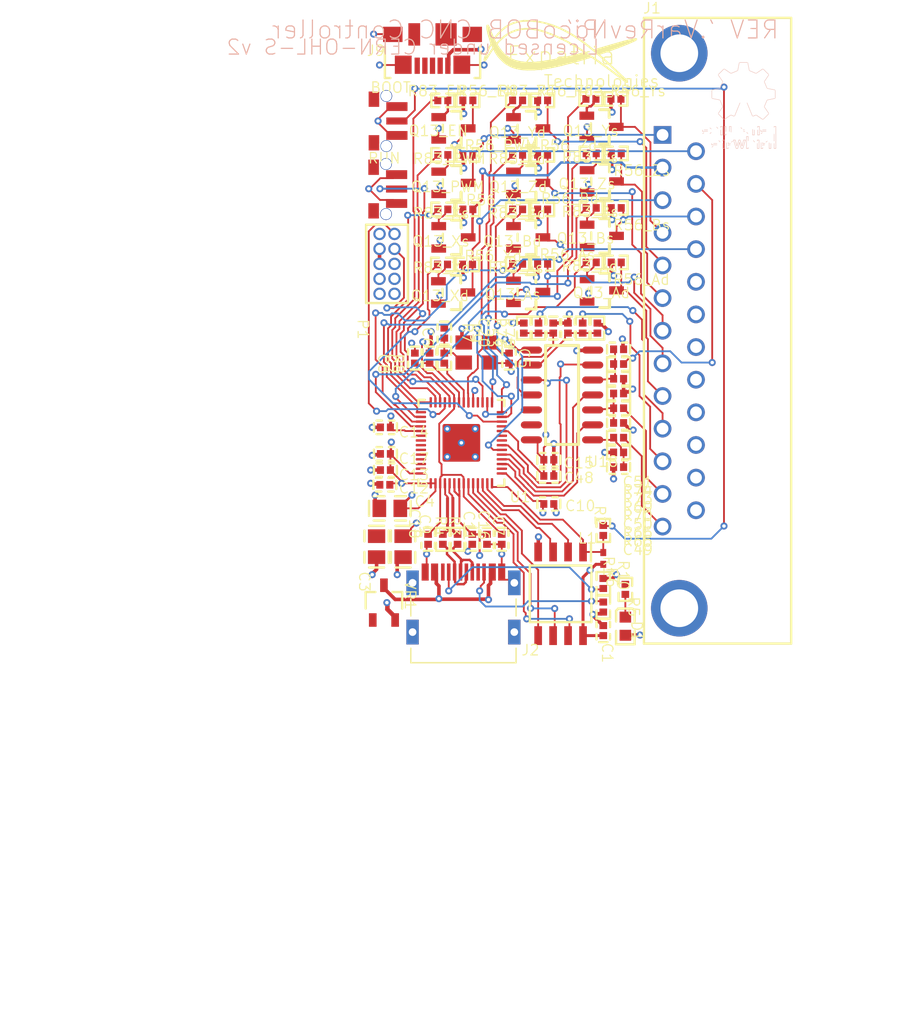
<source format=kicad_pcb>
(kicad_pcb (version 20211014) (generator pcbnew)
  (layers (0 "F.Cu" signal) (1 "In1.Cu" signal) (2 "In2.Cu" signal) (31 "B.Cu" signal) (34 "B.Paste" user) (35 "F.Paste" user) (36 "B.SilkS" user "B.Silkscreen") (37 "F.SilkS" user "F.Silkscreen") (38 "B.Mask" user) (39 "F.Mask" user) (44 "Edge.Cuts" user))
  (net 0 "")
  (net 1 "Net1")
  (net 2 "NetD1_K")
  (net 3 "VREG_1V1")
  (net 4 "USBC_CC2")
  (net 5 "USBC_CC1")
  (net 6 "USB_D_R_P")
  (net 7 "USB_D_R_N")
  (net 8 "USB_D_P")
  (net 9 "USB_D_N")
  (net 10 "UART_TX")
  (net 11 "RP_XOUT")
  (net 12 "RP_XIN")
  (net 13 "QSPI_SS")
  (net 14 "QSPI_SD3")
  (net 15 "QSPI_SD2")
  (net 16 "QSPI_SD1")
  (net 17 "QSPI_SD0")
  (net 18 "QSPI_SCLK")
  (net 19 "PICO_SWDIO")
  (net 20 "PICO_SWCLK")
  (net 21 "NetC6_1")
  (net 22 "GPIO25")
  (net 23 "GPIO24")
  (net 24 "GPIO23")
  (net 25 "GPIO22")
  (net 26 "GPIO15")
  (net 27 "GPIO8")
  (net 28 "GPIO7")
  (net 29 "GPIO6")
  (net 30 "GPIO0")
  (net 31 "G29/A3")
  (net 32 "G28/A2")
  (net 33 "G27/A1")
  (net 34 "G26/A0")
  (net 35 "BOOT")
  (net 36 "Y_LIM")
  (net 37 "STEP_Z")
  (net 38 "Z_LIM_5V")
  (net 39 "Y_LIM_5V")
  (net 40 "X_LIM_5V")
  (net 41 "STP_EN_XYZAB")
  (net 42 "STP_EN_XYZAB_5V")
  (net 43 "STEP_Z_5V")
  (net 44 "STEP_Y_5V")
  (net 45 "STEP_X_5V")
  (net 46 "STEP_B")
  (net 47 "STEP_B_5V")
  (net 48 "STEP_A_5V")
  (net 49 "SPINDLE_PWM_5V")
  (net 50 "PROBE_5V")
  (net 51 "NetQ13_Zs_1")
  (net 52 "NetQ13_Zd_1")
  (net 53 "NetQ13_Ys_1")
  (net 54 "NetQ13_Yd_1")
  (net 55 "NetQ13_Xs_1")
  (net 56 "NetQ13_Xd_1")
  (net 57 "NetQ13_PWM_1")
  (net 58 "NetQ13_EN_1")
  (net 59 "NetQ13_Bs_1")
  (net 60 "NetQ13_Bd_1")
  (net 61 "NetQ13_As_1")
  (net 62 "NetQ13_Ad_1")
  (net 63 "NetC20_2")
  (net 64 "HALT_5V")
  (net 65 "DIR_Z_5V")
  (net 66 "DIR_Y_5V")
  (net 67 "DIR_X_5V")
  (net 68 "DIR_B")
  (net 69 "DIR_B_5V")
  (net 70 "DIR_A_5V")
  (net 71 "PICO_RUN")
  (net 72 "Z_LIM")
  (net 73 "X_LIM")
  (net 74 "STEP_Y")
  (net 75 "STEP_X")
  (net 76 "STEP_A")
  (net 77 "SPINDLE_PWM")
  (net 78 "PROBE")
  (net 79 "NetC53_2")
  (net 80 "NetC51_2")
  (net 81 "NetC50_2")
  (net 82 "NetC49_2")
  (net 83 "HALT")
  (net 84 "DIR_Z")
  (net 85 "DIR_Y")
  (net 86 "DIR_X")
  (net 87 "DIR_A")
  (net 88 "+5V")
  (net 89 "+3.3V")
  (net 90 "GND")
  (footprint "0402_R" (layer "F.Cu") (at 52.855 -36.617)
    (fp_text reference "R10" hide)
    (fp_text value "Chip resistor" hide)
  )
  (footprint "SOT-23(SOT-23-3)" (layer "F.Cu") (at 44.60499 -66.49201)
    (fp_text reference "Q13" hide)
    (fp_text value "???" hide)
  )
  (footprint "SOT-23(SOT-23-3)" (layer "F.Cu") (at 50.855 -66.617)
    (fp_text reference "Q13" hide)
    (fp_text value "???" hide)
  )
  (footprint "0402_R" (layer "F.Cu") (at 43.70339 -73.49201)
    (fp_text reference "R83" hide)
    (fp_text value "Chip resistor" hide)
  )
  (footprint "SOT-23(SOT-23-3)" (layer "F.Cu") (at 50.855 -71.24201)
    (fp_text reference "Q13" hide)
    (fp_text value "???" hide)
  )
  (footprint "0402_R" (layer "F.Cu") (at 39.48 -68.867)
    (fp_text reference "R56" hide)
    (fp_text value "Chip resistor" hide)
  )
  (footprint "0402_R" (layer "F.Cu") (at 45.82839 -64.24201)
    (fp_text reference "R56" hide)
    (fp_text value "Chip resistor" hide)
  )
  (footprint "0402_R" (layer "F.Cu") (at 39.48 -78.117)
    (fp_text reference "R56" hide)
    (fp_text value "Chip resistor" hide)
  )
  (footprint "SOT-23(SOT-23-3)" (layer "F.Cu") (at 50.855 -61.992)
    (fp_text reference "Q13" hide)
    (fp_text value "???" hide)
  )
  (footprint "YSX321SL" (layer "F.Cu") (at 40.23 -56.7186)
    (fp_text reference "Y1" hide)
    (fp_text value "Crystal or Oscillator" hide)
  )
  (footprint "0402_R" (layer "F.Cu") (at 52.07839 -73.61701)
    (fp_text reference "R56" hide)
    (fp_text value "Chip resistor" hide)
  )
  (footprint "0402_R" (layer "F.Cu") (at 39.48 -73.492)
    (fp_text reference "R56" hide)
    (fp_text value "Chip resistor" hide)
  )
  (footprint "0402_R" (layer "F.Cu") (at 43.70339 -68.867)
    (fp_text reference "R83" hide)
    (fp_text value "Chip resistor" hide)
  )
  (footprint "0402_R" (layer "F.Cu") (at 49.9534 -68.992)
    (fp_text reference "R83" hide)
    (fp_text value "Chip resistor" hide)
  )
  (footprint "0402_R" (layer "F.Cu") (at 49.9534 -73.61701)
    (fp_text reference "R83" hide)
    (fp_text value "Chip resistor" hide)
  )
  (footprint "0402_C" (layer "F.Cu") (at 46.355 -46.242)
    (fp_text reference "C48" hide)
    (fp_text value "Chip capacitor" hide)
  )
  (footprint "0402_R" (layer "F.Cu") (at 38.605 -40.867)
    (fp_text reference "R3" hide)
    (fp_text value "Chip resistor" hide)
  )
  (footprint "SOT-23(SOT-23-3)" (layer "F.Cu") (at 38.2566 -75.742)
    (fp_text reference "Q13" hide)
    (fp_text value "???" hide)
  )
  (footprint "0402_R" (layer "F.Cu") (at 45.82839 -68.867)
    (fp_text reference "R56" hide)
    (fp_text value "Chip resistor" hide)
  )
  (footprint "ALPS-SKRTLAE010_V" (layer "F.Cu") (at 32.48 -76.367)
    (fp_text reference "SW2" hide)
    (fp_text value "Side Push Type, 250 V, -40 to 90 degC, 3-Pin SMD, RoHS, Tape and Reel" hide)
  )
  (footprint "0402_C" (layer "F.Cu") (at 37.48 -58.367)
    (fp_text reference "C6" hide)
    (fp_text value "Chip capacitors" hide)
  )
  (footprint "0402_R" (layer "F.Cu") (at 52.27999 -51.992)
    (fp_text reference "R70" hide)
    (fp_text value "Chip resistor" hide)
  )
  (footprint "SOT-23(SOT-23-3)" (layer "F.Cu") (at 50.8316 -75.86701)
    (fp_text reference "Q13" hide)
    (fp_text value "???" hide)
  )
  (footprint "0402_R" (layer "F.Cu") (at 52.055 -78.24201)
    (fp_text reference "R56" hide)
    (fp_text value "Chip resistor" hide)
  )
  (footprint "0402_R" (layer "F.Cu") (at 52.07839 -68.992)
    (fp_text reference "R56" hide)
    (fp_text value "Chip resistor" hide)
  )
  (footprint "0402_C" (layer "F.Cu") (at 47.98 -58.792)
    (fp_text reference "C53" hide)
    (fp_text value "Chip capacitors" hide)
  )
  (footprint "0402_C" (layer "F.Cu") (at 36.23 -56.242)
    (fp_text reference "C2" hide)
    (fp_text value "Chip capacitor" hide)
  )
  (footprint "0402_R" (layer "F.Cu") (at 50.98 -41.617)
    (fp_text reference "R2" hide)
    (fp_text value "Chip resistor" hide)
  )
  (footprint "HRO_TYPE-C-31-M-12" (layer "F.Cu") (at 39.105 -32.992)
    (fp_text reference "J2" hide)
    (fp_text value "USB Connectors 24 Receptacle 1 8.94*7.3mm RoHS" hide)
  )
  (footprint "0402_R" (layer "F.Cu") (at 37.355 -68.867)
    (fp_text reference "R83" hide)
    (fp_text value "Chip resistor" hide)
  )
  (footprint "0402_C" (layer "F.Cu") (at 32.48 -46.742)
    (fp_text reference "C13" hide)
    (fp_text value "Chip capacitors" hide)
  )
  (footprint "ALPS-SKRTLAE010_V" (layer "F.Cu") (at 32.455 -70.592)
    (fp_text reference "SW1" hide)
    (fp_text value "Side Push Type, 250 V, -40 to 90 degC, 3-Pin SMD, RoHS, Tape and Reel" hide)
  )
  (footprint "0402_R" (layer "F.Cu") (at 52.28 -54.492)
    (fp_text reference "R73" hide)
    (fp_text value "Chip resistor" hide)
  )
  (footprint "0402_C" (layer "F.Cu") (at 34.98 -56.242)
    (fp_text reference "C8" hide)
    (fp_text value "Chip capacitors" hide)
  )
  (footprint "0402_R" (layer "F.Cu") (at 49.23 -58.792)
    (fp_text reference "R76" hide)
    (fp_text value "Chip resistor" hide)
  )
  (footprint "0402_R" (layer "F.Cu") (at 37.355 -78.117)
    (fp_text reference "R83" hide)
    (fp_text value "Chip resistor" hide)
  )
  (footprint "0402_R" (layer "F.Cu") (at 43.70339 -64.24201)
    (fp_text reference "R83" hide)
    (fp_text value "Chip resistor" hide)
  )
  (footprint "SOT-23-3L" (layer "F.Cu") (at 32.355 -35.492)
    (fp_text reference "VR1" hide)
    (fp_text value "200mA 680mV@(100mA) Fixed 3.3V~{3.3V} Positive 1 6V SOT-23-3L Linear Voltage Regulators (LDO) ROHS" hide)
  )
  (footprint "0402_R" (layer "F.Cu") (at 45.82839 -78.11701)
    (fp_text reference "R56" hide)
    (fp_text value "Chip resistor" hide)
  )
  (footprint "0402_R" (layer "F.Cu") (at 45.48 -58.792)
    (fp_text reference "R9" hide)
    (fp_text value "Chip resistor" hide)
  )
  (footprint "0402_C" (layer "F.Cu") (at 42.98 -56.242)
    (fp_text reference "C5" hide)
    (fp_text value "Chip capacitors" hide)
  )
  (footprint "0402_C" (layer "F.Cu") (at 52.28 -56.992)
    (fp_text reference "C51" hide)
    (fp_text value "Chip capacitors" hide)
  )
  (footprint "0402_R" (layer "F.Cu") (at 39.4534 -64.192)
    (fp_text reference "R56" hide)
    (fp_text value "Chip resistor" hide)
  )
  (footprint "SOIC127P780X195-8N" (layer "F.Cu") (at 47.355 -36.242)
    (fp_text reference "L1" hide)
    (fp_text value "Inductor" hide)
  )
  (footprint "0402_R" (layer "F.Cu") (at 37.355 -73.492)
    (fp_text reference "R83" hide)
    (fp_text value "Chip resistor" hide)
  )
  (footprint "0402_R" (layer "F.Cu") (at 52.28 -49.49201)
    (fp_text reference "R66" hide)
    (fp_text value "Chip resistor" hide)
  )
  (footprint "0402_C" (layer "F.Cu") (at 39.855 -40.867)
    (fp_text reference "C11" hide)
    (fp_text value "Chip capacitors" hide)
  )
  (footprint "0402_R" (layer "F.Cu") (at 37.355 -40.867)
    (fp_text reference "R4" hide)
    (fp_text value "Chip resistor" hide)
  )
  (footprint "0402_R" (layer "F.Cu") (at 37.48 -56.242)
    (fp_text reference "R8" hide)
    (fp_text value "Chip resistor" hide)
  )
  (footprint "0402_R" (layer "F.Cu") (at 50.98 -37.117)
    (fp_text reference "R6" hide)
    (fp_text value "Chip resistor" hide)
  )
  (footprint "0402_C" (layer "F.Cu") (at 36.105 -40.867)
    (fp_text reference "C9" hide)
    (fp_text value "Chip capacitor" hide)
  )
  (footprint "0402_R" (layer "F.Cu") (at 50.48 -58.792)
    (fp_text reference "R75" hide)
    (fp_text value "Chip resistor" hide)
  )
  (footprint "0402_C" (layer "F.Cu") (at 50.98 -33.117)
    (fp_text reference "C1" hide)
    (fp_text value "Chip capacitors" hide)
  )
  (footprint "0402_R" (layer "F.Cu") (at 37.3284 -64.192)
    (fp_text reference "R83" hide)
    (fp_text value "Chip resistor" hide)
  )
  (footprint "0402_C" (layer "F.Cu") (at 32.48 -50.367)
    (fp_text reference "C14" hide)
    (fp_text value "Chip capacitors" hide)
  )
  (footprint "0402_C" (layer "F.Cu") (at 52.27999 -46.992)
    (fp_text reference "C49" hide)
    (fp_text value "Chip capacitors" hide)
  )
  (footprint "0402_R" (layer "F.Cu") (at 52.07839 -64.367)
    (fp_text reference "R56" hide)
    (fp_text value "Chip resistor" hide)
  )
  (footprint "0402_C" (layer "F.Cu") (at 46.355 -43.867)
    (fp_text reference "C10" hide)
    (fp_text value "Chip capacitor" hide)
  )
  (footprint "RP2040" (layer "F.Cu") (at 38.93 -49.0545)
    (fp_text reference "U1" hide)
    (fp_text value "RP2040 First MCU from RPI" hide)
  )
  (footprint "SOT-23(SOT-23-3)" (layer "F.Cu") (at 38.2566 -71.117)
    (fp_text reference "Q13" hide)
    (fp_text value "???" hide)
  )
  (footprint "0402_R" (layer "F.Cu") (at 50.98 -35.117)
    (fp_text reference "R5" hide)
    (fp_text value "Chip resistor" hide)
  )
  (footprint "SOT-23(SOT-23-3)" (layer "F.Cu") (at 38.2566 -66.492)
    (fp_text reference "Q13" hide)
    (fp_text value "???" hide)
  )
  (footprint "SOT-23(SOT-23-3)" (layer "F.Cu") (at 44.60499 -71.11701)
    (fp_text reference "Q13" hide)
    (fp_text value "???" hide)
  )
  (footprint "0402_C" (layer "F.Cu") (at 42.355 -40.867)
    (fp_text reference "C7" hide)
    (fp_text value "Chip capacitors" hide)
  )
  (footprint "0402_C" (layer "F.Cu") (at 52.28 -50.74201)
    (fp_text reference "C50" hide)
    (fp_text value "Chip capacitors" hide)
  )
  (footprint "0805_C" (layer "F.Cu") (at 33.98 -40.242)
    (fp_text reference "C18" hide)
    (fp_text value "Chip capacitors" hide)
  )
  (footprint "0402_C" (layer "F.Cu") (at 41.105 -40.867)
    (fp_text reference "C16" hide)
    (fp_text value "Chip capacitors" hide)
  )
  (footprint "SOT-23(SOT-23-3)" (layer "F.Cu") (at 44.60499 -75.74201)
    (fp_text reference "Q13" hide)
    (fp_text value "???" hide)
  )
  (footprint "0402_C" (layer "F.Cu") (at 46.73 -58.792)
    (fp_text reference "C20" hide)
    (fp_text value "Chip capacitors" hide)
  )
  (footprint "0402_R" (layer "F.Cu") (at 52.27999 -53.242)
    (fp_text reference "R69" hide)
    (fp_text value "Chip resistor" hide)
  )
  (footprint "0402_R" (layer "F.Cu") (at 43.70339 -78.11701)
    (fp_text reference "R83" hide)
    (fp_text value "Chip resistor" hide)
  )
  (footprint "SOT-23(SOT-23-3)" (layer "F.Cu") (at 38.23 -61.817)
    (fp_text reference "Q13" hide)
    (fp_text value "???" hide)
  )
  (footprint "618025231121" (layer "F.Cu") (at 60.685 -58.567)
    (fp_text reference "J1" hide)
    (fp_text value "Through Hole,P=2.77mm D-Sub Connectors ROHS" hide)
  )
  (footprint "0805_C" (layer "F.Cu") (at 31.73 -40.242)
    (fp_text reference "C3" hide)
    (fp_text value "Chip capacitors" hide)
  )
  (footprint "SOIC-14_150mil" (layer "F.Cu") (at 47.48 -53.11701)
    (fp_text reference "U18" hide)
    (fp_text value "74??????" hide)
  )
  (footprint "0402_R" (layer "F.Cu") (at 49.93 -78.24201)
    (fp_text reference "R83" hide)
    (fp_text value "Chip resistor" hide)
  )
  (footprint "SOT-23(SOT-23-3)" (layer "F.Cu") (at 44.60499 -61.86701)
    (fp_text reference "Q13" hide)
    (fp_text value "???" hide)
  )
  (footprint "DEFAULT" (layer "F.Cu") (at 0 0)
    (fp_text reference "")
    (fp_text value "")
  )
  (footprint "0402_C" (layer "F.Cu") (at 32.43 -45.492)
    (fp_text reference "C12" hide)
    (fp_text value "Chip capacitors" hide)
  )
  (footprint "0805_C" (layer "F.Cu") (at 32.855 -43.492)
    (fp_text reference "C4" hide)
    (fp_text value "Chip capacitors" hide)
  )
  (footprint "0402_R" (layer "F.Cu") (at 52.27999 -48.242)
    (fp_text reference "R65" hide)
    (fp_text value "Chip resistor" hide)
  )
  (footprint "62201021121" (layer "F.Cu") (at 32.615 -64.242)
    (fp_text reference "P1" hide)
    (fp_text value "THT Vertical Pin Header WR-PHD, Pitch 1.27 mm, Dual Row, 10 pins" hide)
  )
  (footprint "0402_R" (layer "F.Cu") (at 52.27999 -55.742)
    (fp_text reference "R74" hide)
    (fp_text value "Chip resistor" hide)
  )
  (footprint "0402" (layer "F.Cu") (at 50.98 -39.242)
    (fp_text reference "R1" hide)
    (fp_text value "" hide)
  )
  (footprint "0402_R" (layer "F.Cu") (at 44.23 -58.792)
    (fp_text reference "R7" hide)
    (fp_text value "Chip resistor" hide)
  )
  (footprint "0603_LED_S1" (layer "F.Cu") (at 52.855 -33.492)
    (fp_text reference "D1" hide)
    (fp_text value "LED" hide)
  )
  (footprint "0402_R" (layer "F.Cu") (at 45.82839 -73.49201)
    (fp_text reference "R56" hide)
    (fp_text value "Chip resistor" hide)
  )
  (footprint "FP-473460001-MFG" (layer "F.Cu") (at 36.48 -83.367)
    (fp_text reference "J9" hide)
    (fp_text value "CONN RCPT USB2.0 MICRO B SMD R/A" hide)
  )
  (footprint "0402_C" (layer "F.Cu") (at 46.355 -47.617)
    (fp_text reference "C15" hide)
    (fp_text value "Chip capacitors" hide)
  )
  (footprint "0402_C" (layer "F.Cu") (at 32.48 -48.117)
    (fp_text reference "C17" hide)
    (fp_text value "Chip capacitors" hide)
  )
  (footprint "0402_R" (layer "F.Cu") (at 49.9534 -64.367)
    (fp_text reference "R83" hide)
    (fp_text value "Chip resistor" hide)
  )
  (gr_line (start 64.66172 -77.55883) (end 65.03037 -77.01394) (layer "B.SilkS") (width 0.03216))
  (gr_line (start 62.90261 -74.75652) (end 63.05558 -74.75652) (layer "B.SilkS") (width 0.03216))
  (gr_line (start 61.27759 -74.03729) (end 61.27759 -74.75652) (layer "B.SilkS") (width 0.03216))
  (gr_line (start 63.69109 -76.76945) (end 63.93885 -76.87208) (layer "B.SilkS") (width 0.03216))
  (gr_line (start 63.28733 -74.03729) (end 63.28733 -74.11211) (layer "B.SilkS") (width 0.03216))
  (gr_line (start 64.90805 -78.15353) (end 65.55402 -78.27816) (layer "B.SilkS") (width 0.03216))
  (gr_line (start 62.39453 -74.03729) (end 62.54515 -74.54039) (layer "B.SilkS") (width 0.03216))
  (gr_line (start 61.68815 -75.90119) (end 61.83279 -75.90119) (layer "B.SilkS") (width 0.03216))
  (gr_line (start 64.09123 -75.90119) (end 64.23587 -75.90119) (layer "B.SilkS") (width 0.03216))
  (gr_line (start 65.49305 -74.03729) (end 65.49305 -74.46557) (layer "B.SilkS") (width 0.03216))
  (gr_line (start 64.51887 -74.09814) (end 64.52187 -74.09814) (layer "B.SilkS") (width 0.03216))
  (gr_line (start 61.25855 -75.18197) (end 61.25855 -75.90119) (layer "B.SilkS") (width 0.03216))
  (gr_line (start 62.03709 -74.75652) (end 62.26718 -74.03729) (layer "B.SilkS") (width 0.03216))
  (gr_line (start 62.19038 -74.75652) (end 62.32803 -74.25276) (layer "B.SilkS") (width 0.03216))
  (gr_line (start 61.44772 -74.03463) (end 61.58771 -74.03463) (layer "B.SilkS") (width 0.03216))
  (gr_line (start 62.32803 -74.25276) (end 62.33103 -74.25276) (layer "B.SilkS") (width 0.03216))
  (gr_line (start 60.22395 -78.27816) (end 60.86992 -78.15353) (layer "B.SilkS") (width 0.03216))
  (gr_line (start 64.37889 -74.03463) (end 64.37889 -74.52709) (layer "B.SilkS") (width 0.03216))
  (gr_line (start 59.54805 -75.60592) (end 59.85163 -75.60592) (layer "B.SilkS") (width 0.03216))
  (gr_line (start 63.39778 -80.63502) (end 63.93885 -80.4109) (layer "B.SilkS") (width 0.03216))
  (gr_line (start 61.58771 -74.45926) (end 61.58771 -74.5354) (layer "B.SilkS") (width 0.03216))
  (gr_line (start 60.19577 -78.31229) (end 60.19577 -78.97069) (layer "B.SilkS") (width 0.03216))
  (gr_line (start 64.5606 -76.50432) (end 65.02615 -76.96987) (layer "B.SilkS") (width 0.03216))
  (gr_line (start 64.51887 -74.45926) (end 64.51887 -74.5354) (layer "B.SilkS") (width 0.03216))
  (gr_line (start 61.13295 -74.75652) (end 61.27759 -74.75652) (layer "B.SilkS") (width 0.03216))
  (gr_line (start 65.5822 -78.31229) (end 65.5822 -78.97069) (layer "B.SilkS") (width 0.03216))
  (gr_line (start 60.94969 -75.82438) (end 60.94969 -75.90119) (layer "B.SilkS") (width 0.03216))
  (gr_line (start 62.85514 -75.61025) (end 62.97418 -75.61856) (layer "B.SilkS") (width 0.03216))
  (gr_line (start 61.13295 -74.03729) (end 61.27759 -74.03729) (layer "B.SilkS") (width 0.03216))
  (gr_line (start 60.74761 -77.01394) (end 61.11625 -77.55883) (layer "B.SilkS") (width 0.03216))
  (gr_line (start 60.94702 -75.82438) (end 60.94969 -75.82438) (layer "B.SilkS") (width 0.03216))
  (gr_line (start 63.80628 -75.18197) (end 63.80628 -75.61025) (layer "B.SilkS") (width 0.03216))
  (gr_line (start 64.06369 -74.67971) (end 64.06635 -74.67971) (layer "B.SilkS") (width 0.03216))
  (gr_line (start 63.14268 -74.03729) (end 63.28733 -74.03729) (layer "B.SilkS") (width 0.03216))
  (gr_line (start 61.13028 -74.67971) (end 61.13295 -74.67971) (layer "B.SilkS") (width 0.03216))
  (gr_line (start 64.36236 -75.48689) (end 64.81025 -75.48689) (layer "B.SilkS") (width 0.03216))
  (gr_line (start 61.44772 -74.03463) (end 61.44772 -74.52709) (layer "B.SilkS") (width 0.03216))
  (gr_line (start 64.79487 -74.57231) (end 64.90559 -74.65943) (layer "B.SilkS") (width 0.03216))
  (gr_line (start 63.97165 -80.41422) (end 64.51653 -80.78287) (layer "B.SilkS") (width 0.03216))
  (gr_line (start 64.51887 -74.03463) (end 64.51887 -74.09814) (layer "B.SilkS") (width 0.03216))
  (gr_line (start 63.18945 -77.9056) (end 63.6456 -76.78843) (layer "B.SilkS") (width 0.03216))
  (gr_line (start 60.03875 -75.29769) (end 60.14549 -75.39345) (layer "B.SilkS") (width 0.03216))
  (gr_line (start 64.06635 -74.75652) (end 64.211 -74.75652) (layer "B.SilkS") (width 0.03216))
  (gr_line (start 62.40102 -80.66056) (end 62.52565 -81.30652) (layer "B.SilkS") (width 0.03216))
  (gr_line (start 60.94969 -75.18197) (end 61.09433 -75.18197) (layer "B.SilkS") (width 0.03216))
  (gr_line (start 62.33103 -74.25276) (end 62.49363 -74.75652) (layer "B.SilkS") (width 0.03216))
  (gr_line (start 61.25855 -75.90119) (end 61.4032 -75.90119) (layer "B.SilkS") (width 0.03216))
  (gr_line (start 64.06635 -74.03729) (end 64.211 -74.03729) (layer "B.SilkS") (width 0.03216))
  (gr_line (start 60.33534 -74.46125) (end 60.63891 -74.46125) (layer "B.SilkS") (width 0.03216))
  (gr_line (start 65.49038 -74.67971) (end 65.49305 -74.67971) (layer "B.SilkS") (width 0.03216))
  (gr_line (start 63.16005 -75.40176) (end 63.26114 -75.30168) (layer "B.SilkS") (width 0.03216))
  (gr_line (start 61.4032 -75.47226) (end 61.4032 -75.90119) (layer "B.SilkS") (width 0.03216))
  (gr_line (start 60.03875 -75.78481) (end 60.14549 -75.68972) (layer "B.SilkS") (width 0.03216))
  (gr_line (start 60.19103 -74.34221) (end 60.19103 -74.46125) (layer "B.SilkS") (width 0.03216))
  (gr_line (start 61.83279 -75.42304) (end 61.83279 -75.90119) (layer "B.SilkS") (width 0.03216))
  (gr_line (start 64.09123 -75.82438) (end 64.09123 -75.90119) (layer "B.SilkS") (width 0.03216))
  (gr_line (start 62.76462 -74.25276) (end 62.90261 -74.75652) (layer "B.SilkS") (width 0.03216))
  (gr_line (start 60.20499 -74.1447) (end 60.30974 -74.23414) (layer "B.SilkS") (width 0.03216))
  (gr_line (start 64.51887 -74.45926) (end 64.71372 -74.45926) (layer "B.SilkS") (width 0.03216))
  (gr_line (start 61.09433 -75.18197) (end 61.09433 -75.90119) (layer "B.SilkS") (width 0.03216))
  (gr_line (start 63.25232 -81.30652) (end 63.37694 -80.66056) (layer "B.SilkS") (width 0.03216))
  (gr_line (start 65.49305 -74.03729) (end 65.63769 -74.03729) (layer "B.SilkS") (width 0.03216))
  (gr_line (start 60.75182 -80.3131) (end 61.21737 -80.77865) (layer "B.SilkS") (width 0.03216))
  (gr_line (start 59.40375 -75.48689) (end 59.40375 -75.60592) (layer "B.SilkS") (width 0.03216))
  (gr_line (start 60.60953 -75.85398) (end 60.71393 -75.72929) (layer "B.SilkS") (width 0.03216))
  (gr_line (start 61.58771 -74.45926) (end 61.78256 -74.45926) (layer "B.SilkS") (width 0.03216))
  (gr_line (start 64.65839 -79.69136) (end 64.88251 -79.15028) (layer "B.SilkS") (width 0.03216))
  (gr_line (start 65.49305 -75.90119) (end 65.63769 -75.90119) (layer "B.SilkS") (width 0.03216))
  (gr_line (start 64.51887 -74.34021) (end 64.68746 -74.34021) (layer "B.SilkS") (width 0.03216))
  (gr_line (start 62.55979 -81.33471) (end 63.21818 -81.33471) (layer "B.SilkS") (width 0.03216))
  (gr_line (start 60.74761 -80.26904) (end 61.11625 -79.72414) (layer "B.SilkS") (width 0.03216))
  (gr_line (start 65.49305 -74.67971) (end 65.49305 -75.25811) (layer "B.SilkS") (width 0.03216))
  (gr_line (start 64.37632 -75.28937) (end 64.48106 -75.37882) (layer "B.SilkS") (width 0.03216))
  (gr_line (start 63.28733 -74.67971) (end 63.28733 -75.0468) (layer "B.SilkS") (width 0.03216))
  (gr_line (start 59.40375 -75.48689) (end 59.85163 -75.48689) (layer "B.SilkS") (width 0.03216))
  (gr_line (start 61.4032 -75.25811) (end 61.40618 -75.25811) (layer "B.SilkS") (width 0.03216))
  (gr_line (start 61.58771 -74.28734) (end 61.58771 -74.34021) (layer "B.SilkS") (width 0.03216))
  (gr_line (start 61.26144 -80.78287) (end 61.80633 -80.41422) (layer "B.SilkS") (width 0.03216))
  (gr_line (start 64.65839 -77.59162) (end 64.88251 -78.1327) (layer "B.SilkS") (width 0.03216))
  (gr_line (start 62.49363 -74.75652) (end 62.59904 -74.75652) (layer "B.SilkS") (width 0.03216))
  (gr_line (start 61.58771 -74.34021) (end 61.7563 -74.34021) (layer "B.SilkS") (width 0.03216))
  (gr_line (start 62.54784 -74.54039) (end 62.69812 -74.03729) (layer "B.SilkS") (width 0.03216))
  (gr_line (start 60.75182 -76.96987) (end 61.21737 -76.50432) (layer "B.SilkS") (width 0.03216))
  (gr_line (start 62.87942 -75.47226) (end 63.00677 -75.48423) (layer "B.SilkS") (width 0.03216))
  (gr_line (start 64.66172 -79.72414) (end 65.03037 -80.26904) (layer "B.SilkS") (width 0.03216))
  (gr_line (start 62.13238 -76.78843) (end 62.58852 -77.9056) (layer "B.SilkS") (width 0.03216))
  (gr_line (start 65.2081 -74.03729) (end 65.2081 -74.46557) (layer "B.SilkS") (width 0.03216))
  (gr_line (start 62.82581 -74.03729) (end 63.05558 -74.75652) (layer "B.SilkS") (width 0.03216))
  (gr_line (start 63.97165 -76.86875) (end 64.51653 -76.50011) (layer "B.SilkS") (width 0.03216))
  (gr_line (start 64.36236 -75.48689) (end 64.36236 -75.60592) (layer "B.SilkS") (width 0.03216))
  (gr_line (start 64.06635 -74.67971) (end 64.06635 -74.75652) (layer "B.SilkS") (width 0.03216))
  (gr_line (start 63.14268 -75.0468) (end 63.28733 -75.0468) (layer "B.SilkS") (width 0.03216))
  (gr_line (start 60.94969 -75.90119) (end 61.09433 -75.90119) (layer "B.SilkS") (width 0.03216))
  (gr_line (start 62.03709 -74.75652) (end 62.19038 -74.75652) (layer "B.SilkS") (width 0.03216))
  (gr_line (start 64.50667 -75.60592) (end 64.81025 -75.60592) (layer "B.SilkS") (width 0.03216))
  (gr_line (start 65.06345 -74.03729) (end 65.06345 -74.51545) (layer "B.SilkS") (width 0.03216))
  (gr_line (start 60.79279 -74.7093) (end 60.8972 -74.58461) (layer "B.SilkS") (width 0.03216))
  (gr_line (start 63.66163 -75.18197) (end 63.80628 -75.18197) (layer "B.SilkS") (width 0.03216))
  (gr_line (start 61.83912 -80.4109) (end 62.3802 -80.63502) (layer "B.SilkS") (width 0.03216))
  (gr_line (start 62.66395 -75.81175) (end 62.75339 -75.70635) (layer "B.SilkS") (width 0.03216))
  (gr_line (start 61.68815 -75.47226) (end 61.68815 -75.90119) (layer "B.SilkS") (width 0.03216))
  (gr_line (start 61.58771 -74.03463) (end 61.58771 -74.09814) (layer "B.SilkS") (width 0.03216))
  (gr_line (start 63.72619 -74.7093) (end 63.8306 -74.58461) (layer "B.SilkS") (width 0.03216))
  (gr_line (start 62.26718 -74.03729) (end 62.39453 -74.03729) (layer "B.SilkS") (width 0.03216))
  (gr_line (start 60.22395 -79.00482) (end 60.86992 -79.12945) (layer "B.SilkS") (width 0.03216))
  (gr_line (start 63.14268 -74.03729) (end 63.14268 -75.0468) (layer "B.SilkS") (width 0.03216))
  (gr_line (start 61.13295 -74.67971) (end 61.13295 -74.75652) (layer "B.SilkS") (width 0.03216))
  (gr_line (start 63.66163 -75.18197) (end 63.66163 -75.66012) (layer "B.SilkS") (width 0.03216))
  (gr_line (start 59.41771 -75.28937) (end 59.52245 -75.37882) (layer "B.SilkS") (width 0.03216))
  (gr_line (start 61.4032 -75.18197) (end 61.4032 -75.25811) (layer "B.SilkS") (width 0.03216))
  (gr_line (start 60.89546 -79.15028) (end 61.11958 -79.69136) (layer "B.SilkS") (width 0.03216))
  (gr_line (start 61.8637 -74.57231) (end 61.97443 -74.65943) (layer "B.SilkS") (width 0.03216))
  (gr_line (start 64.5606 -80.77865) (end 65.02615 -80.3131) (layer "B.SilkS") (width 0.03216))
  (gr_line (start 60.94969 -75.18197) (end 60.94969 -75.61423) (layer "B.SilkS") (width 0.03216))
  (gr_line (start 65.06345 -74.03729) (end 65.2081 -74.03729) (layer "B.SilkS") (width 0.03216))
  (gr_line (start 62.54515 -74.54039) (end 62.54784 -74.54039) (layer "B.SilkS") (width 0.03216))
  (gr_line (start 61.25855 -75.18197) (end 61.4032 -75.18197) (layer "B.SilkS") (width 0.03216))
  (gr_line (start 65.49305 -75.82572) (end 65.49305 -75.90119) (layer "B.SilkS") (width 0.03216))
  (gr_line (start 62.69812 -74.03729) (end 62.82581 -74.03729) (layer "B.SilkS") (width 0.03216))
  (gr_line (start 61.13295 -74.03729) (end 61.13295 -74.46956) (layer "B.SilkS") (width 0.03216))
  (gr_line (start 61.83912 -76.87208) (end 62.08688 -76.76945) (layer "B.SilkS") (width 0.03216))
  (gr_line (start 64.23587 -75.18197) (end 64.23587 -75.90119) (layer "B.SilkS") (width 0.03216))
  (gr_line (start 60.89546 -78.1327) (end 61.11958 -77.59162) (layer "B.SilkS") (width 0.03216))
  (gr_line (start 64.09123 -75.18197) (end 64.23587 -75.18197) (layer "B.SilkS") (width 0.03216))
  (gr_line (start 60.19103 -74.34221) (end 60.63891 -74.34221) (layer "B.SilkS") (width 0.03216))
  (gr_line (start 62.59904 -74.75652) (end 62.76197 -74.25276) (layer "B.SilkS") (width 0.03216))
  (gr_line (start 61.26144 -76.50011) (end 61.80633 -76.86875) (layer "B.SilkS") (width 0.03216))
  (gr_line (start 64.90805 -79.12945) (end 65.55402 -79.00482) (layer "B.SilkS") (width 0.03216))
  (gr_line (start 64.37889 -74.03463) (end 64.51887 -74.03463) (layer "B.SilkS") (width 0.03216))
  (gr_line (start 64.09123 -75.18197) (end 64.09123 -75.61025) (layer "B.SilkS") (width 0.03216))
  (gr_line (start 64.08857 -75.82438) (end 64.09123 -75.82438) (layer "B.SilkS") (width 0.03216))
  (gr_line (start 61.58771 -74.09814) (end 61.59071 -74.09814) (layer "B.SilkS") (width 0.03216))
  (gr_line (start 62.76197 -74.25276) (end 62.76462 -74.25276) (layer "B.SilkS") (width 0.03216))
  (gr_line (start 64.51887 -74.28734) (end 64.51887 -74.34021) (layer "B.SilkS") (width 0.03216))
  (gr_line (start 65.63769 -74.03729) (end 65.63769 -75.90119) (layer "B.SilkS") (width 0.03216))
  (gr_line (start 64.06635 -74.03729) (end 64.06635 -74.46956) (layer "B.SilkS") (width 0.03216))
  (gr_line (start 64.211 -74.03729) (end 64.211 -74.75652) (layer "B.SilkS") (width 0.03216))
  (gr_line (start 38.03 -39.892) (end 39.18 -39.892) (layer "F.SilkS") (width 0.2))
  (gr_line (start 51.49309 -80.75082) (end 51.51222 -80.74429) (layer "F.SilkS") (width 0.14186))
  (gr_line (start 46.12839 -72.91701) (end 46.80339 -72.91701) (layer "F.SilkS") (width 0.2))
  (gr_line (start 46.655 -46.817) (end 47.105 -46.817) (layer "F.SilkS") (width 0.2))
  (gr_line (start 51.71219 -82.42712) (end 51.74443 -82.43368) (layer "F.SilkS") (width 0.14186))
  (gr_line (start 52.71153 -83.09754) (end 52.75685 -83.1041) (layer "F.SilkS") (width 0.14186))
  (gr_line (start 45.38 -44.222) (end 45.38 -43.512) (layer "F.SilkS") (width 0.2))
  (gr_line (start 38.9066 -71.917) (end 38.9066 -72.577) (layer "F.SilkS") (width 0.254))
  (gr_line (start 42.72839 -78.69201) (end 43.40339 -78.69201) (layer "F.SilkS") (width 0.2))
  (gr_line (start 48.72077 -81.98237) (end 48.81093 -81.99494) (layer "F.SilkS") (width 0.14186))
  (gr_line (start 51.64776 -82.78827) (end 51.66736 -82.80086) (layer "F.SilkS") (width 0.14186))
  (gr_line (start 44.85339 -72.91701) (end 44.85339 -74.06701) (layer "F.SilkS") (width 0.2))
  (gr_line (start 42.83461 -81.80152) (end 42.8472 -81.80152) (layer "F.SilkS") (width 0.14186))
  (gr_line (start 43.30505 -81.55019) (end 43.31817 -81.53708) (layer "F.SilkS") (width 0.14186))
  (gr_line (start 49.88785 -82.5883) (end 49.91353 -82.55606) (layer "F.SilkS") (width 0.14186))
  (gr_line (start 41.91236 -83.60023) (end 41.93803 -83.61987) (layer "F.SilkS") (width 0.14186))
  (gr_line (start 50.69372 -81.91134) (end 50.73254 -81.86599) (layer "F.SilkS") (width 0.14186))
  (gr_line (start 51.305 -53.917) (end 51.98 -53.917) (layer "F.SilkS") (width 0.2))
  (gr_line (start 49.935 -38.992) (end 49.935 -40.592) (layer "F.SilkS") (width 0.2))
  (gr_line (start 46.94777 -84.37389) (end 46.96692 -84.37389) (layer "F.SilkS") (width 0.14186))
  (gr_line (start 48.71422 -83.43905) (end 48.72733 -83.43905) (layer "F.SilkS") (width 0.14186))
  (gr_line (start 49.09452 -83.18769) (end 49.10105 -83.1751) (layer "F.SilkS") (width 0.14186))
  (gr_line (start 43.27282 -84.65143) (end 43.38264 -84.68368) (layer "F.SilkS") (width 0.14186))
  (gr_line (start 42.3833 -83.38766) (end 42.40245 -83.39422) (layer "F.SilkS") (width 0.14186))
  (gr_line (start 44.00339 -72.91701) (end 44.67839 -72.91701) (layer "F.SilkS") (width 0.2))
  (gr_line (start 51.505 -60.532) (end 51.505 -61.192) (layer "F.SilkS") (width 0.254))
  (gr_line (start 42.00251 -81.96925) (end 42.00906 -81.95013) (layer "F.SilkS") (width 0.14186))
  (gr_line (start 42 -39.89201) (end 42.71 -39.89201) (layer "F.SilkS") (width 0.2))
  (gr_line (start 52.98253 -79.73186) (end 52.98904 -79.77063) (layer "F.SilkS") (width 0.14186))
  (gr_line (start 51.7641 -80.5574) (end 51.78982 -80.53172) (layer "F.SilkS") (width 0.14186))
  (gr_line (start 51.305 -52.667) (end 51.305 -53.817) (layer "F.SilkS") (width 0.2))
  (gr_line (start 41.28728 -84.26459) (end 41.3064 -84.20012) (layer "F.SilkS") (width 0.14186))
  (gr_line (start 43.655 -59.092) (end 43.655 -59.767) (layer "F.SilkS") (width 0.2))
  (gr_line (start 51.555 -33.867) (end 51.555 -33.417) (layer "F.SilkS") (width 0.2))
  (gr_line (start 48.75957 -83.40679) (end 48.77213 -83.40679) (layer "F.SilkS") (width 0.14186))
  (gr_line (start 51.51222 -82.75603) (end 51.55761 -82.76207) (layer "F.SilkS") (width 0.14186))
  (gr_line (start 53.18856 -82.99428) (end 53.21473 -83.01392) (layer "F.SilkS") (width 0.14186))
  (gr_line (start 45.3551 -84.81263) (end 45.47144 -84.78692) (layer "F.SilkS") (width 0.14186))
  (gr_line (start 45.25499 -60.407) (end 45.25499 -61.06701) (layer "F.SilkS") (width 0.254))
  (gr_line (start 45.78599 -81.13154) (end 47.00704 -81.30153) (layer "F.SilkS") (width 0.43241))
  (gr_line (start 52.27334 -82.62709) (end 52.30555 -82.64624) (layer "F.SilkS") (width 0.14186))
  (gr_line (start 51.06092 -81.56934) (end 51.07401 -81.56934) (layer "F.SilkS") (width 0.14186))
  (gr_line (start 48.9784 -73.04201) (end 48.9784 -74.19201) (layer "F.SilkS") (width 0.2))
  (gr_line (start 51.38327 -81.27318) (end 51.39636 -81.27318) (layer "F.SilkS") (width 0.14186))
  (gr_line (start 48.90763 -81.4988) (end 48.95298 -81.51795) (layer "F.SilkS") (width 0.14186))
  (gr_line (start 51.1034 -73.04201) (end 51.7784 -73.04201) (layer "F.SilkS") (width 0.2))
  (gr_line (start 50.55828 -81.43435) (end 50.56478 -81.42124) (layer "F.SilkS") (width 0.14186))
  (gr_line (start 41.12607 -81.7824) (end 41.14522 -81.80152) (layer "F.SilkS") (width 0.14186))
  (gr_line (start 41.48069 -82.93636) (end 41.65446 -82.56262) (layer "F.SilkS") (width 0.14414))
  (gr_line (start 35.55499 -56.542) (end 35.555 -56.992) (layer "F.SilkS") (width 0.2))
  (gr_line (start 38.88 -60.357) (end 38.88 -61.017) (layer "F.SilkS") (width 0.254))
  (gr_line (start 41.19661 -82.40143) (end 41.26108 -82.51727) (layer "F.SilkS") (width 0.14186))
  (gr_line (start 41.67411 -83.32975) (end 41.68014 -83.32975) (layer "F.SilkS") (width 0.14186))
  (gr_line (start 41.1583 -84.47716) (end 41.16437 -84.46456) (layer "F.SilkS") (width 0.14186))
  (gr_line (start 42.65378 -83.60023) (end 42.67342 -83.60675) (layer "F.SilkS") (width 0.14186))
  (gr_line (start 41.0742 -82.10475) (end 41.08075 -82.13699) (layer "F.SilkS") (width 0.14186))
  (gr_line (start 49.805 -59.092) (end 49.805 -59.767) (layer "F.SilkS") (width 0.2))
  (gr_line (start 49.9523 -82.53642) (end 49.96489 -82.51727) (layer "F.SilkS") (width 0.14186))
  (gr_line (start 49.04313 -81.54363) (end 49.08848 -81.55019) (layer "F.SilkS") (width 0.14186))
  (gr_line (start 50.95164 -81.67258) (end 50.96418 -81.67258) (layer "F.SilkS") (width 0.14186))
  (gr_line (start 41.24848 -81.97581) (end 41.26763 -81.99494) (layer "F.SilkS") (width 0.14186))
  (gr_line (start 51.61546 -80.66067) (end 51.63514 -80.65412) (layer "F.SilkS") (width 0.14186))
  (gr_line (start 42.66034 -81.2923) (end 42.66689 -81.27919) (layer "F.SilkS") (width 0.14186))
  (gr_line (start 49.905 -59.767) (end 51.055 -59.767) (layer "F.SilkS") (width 0.2))
  (gr_line (start 49.22346 -81.59553) (end 49.26878 -81.60158) (layer "F.SilkS") (width 0.14186))
  (gr_line (start 51.305 -48.817) (end 51.98 -48.817) (layer "F.SilkS") (width 0.2))
  (gr_line (start 45.25499 -74.28201) (end 45.25499 -74.94201) (layer "F.SilkS") (width 0.254))
  (gr_line (start 42.05439 -82.63968) (end 42.06094 -82.63968) (layer "F.SilkS") (width 0.14186))
  (gr_line (start 34.625 -55.267) (end 35.33499 -55.267) (layer "F.SilkS") (width 0.2))
  (gr_line (start 48.39186 -82.8331) (end 48.43721 -82.80742) (layer "F.SilkS") (width 0.14186))
  (gr_line (start 50.6666 -74.40701) (end 51.4816 -74.40701) (layer "F.SilkS") (width 0.254))
  (gr_line (start 42.90514 -83.76794) (end 42.93735 -83.78105) (layer "F.SilkS") (width 0.14186))
  (gr_line (start 50.53915 -81.44037) (end 50.55828 -81.43435) (layer "F.SilkS") (width 0.14186))
  (gr_line (start 47.98588 -83.88431) (end 47.99847 -83.88431) (layer "F.SilkS") (width 0.14186))
  (gr_line (start 42.67342 -83.60675) (end 42.69913 -83.63246) (layer "F.SilkS") (width 0.14186))
  (gr_line (start 49.46435 -81.70944) (end 49.5514 -82.02555) (layer "F.SilkS") (width 0.07207))
  (gr_line (start 49.12072 -83.16201) (end 49.13329 -83.16201) (layer "F.SilkS") (width 0.14186))
  (gr_line (start 47.21221 -84.27114) (end 47.22481 -84.25804) (layer "F.SilkS") (width 0.14186))
  (gr_line (start 51.71219 -80.5962) (end 51.71879 -80.58311) (layer "F.SilkS") (width 0.14186))
  (gr_line (start 50.74509 -81.86599) (end 50.79049 -81.81463) (layer "F.SilkS") (width 0.14186))
  (gr_line (start 43.73723 -84.78036) (end 43.85962 -84.81263) (layer "F.SilkS") (width 0.14186))
  (gr_line (start 47.40563 -83.35543) (end 47.50234 -83.30407) (layer "F.SilkS") (width 0.14186))
  (gr_line (start 42.29918 -83.31011) (end 42.31883 -83.31664) (layer "F.SilkS") (width 0.14186))
  (gr_line (start 50.91285 -82.57521) (end 50.95815 -82.59486) (layer "F.SilkS") (width 0.14186))
  (gr_line (start 42.58 -45.4045) (end 42.58 -45.9545) (layer "F.SilkS") (width 0.2))
  (gr_line (start 44.43999 -60.407) (end 45.25499 -60.407) (layer "F.SilkS") (width 0.254))
  (gr_line (start 49.10105 -83.1751) (end 49.11416 -83.1751) (layer "F.SilkS") (width 0.14186))
  (gr_line (start 52.74375 -82.81397) (end 52.77598 -82.8331) (layer "F.SilkS") (width 0.14186))
  (gr_line (start 46.54179 -83.7357) (end 46.57403 -83.71658) (layer "F.SilkS") (width 0.14186))
  (gr_line (start 49.905 -57.817) (end 49.905 -58.492) (layer "F.SilkS") (width 0.2))
  (gr_line (start 48.55959 -82.74295) (end 48.60492 -82.71071) (layer "F.SilkS") (width 0.14186))
  (gr_line (start 50.905 -77.66701) (end 50.905 -78.81701) (layer "F.SilkS") (width 0.2))
  (gr_line (start 47.01225 -83.54228) (end 47.07671 -83.5035) (layer "F.SilkS") (width 0.14186))
  (gr_line (start 51.4816 -74.40701) (end 51.4816 -75.06701) (layer "F.SilkS") (width 0.254))
  (gr_line (start 42.625 -57.217) (end 43.335 -57.217) (layer "F.SilkS") (width 0.2))
  (gr_line (start 46.14842 -83.88431) (end 46.18066 -83.86466) (layer "F.SilkS") (width 0.14186))
  (gr_line (start 50.82269 -81.23438) (end 50.84182 -81.22783) (layer "F.SilkS") (width 0.14186))
  (gr_line (start 52.57999 -50.16701) (end 53.03 -50.16701) (layer "F.SilkS") (width 0.2))
  (gr_line (start 36.805 -56.992) (end 36.805 -56.542) (layer "F.SilkS") (width 0.2))
  (gr_line (start 42.48604 -83.46525) (end 42.52483 -83.5035) (layer "F.SilkS") (width 0.14186))
  (gr_line (start 47.05759 -81.02786) (end 47.11551 -81.03441) (layer "F.SilkS") (width 0.14186))
  (gr_line (start 52.78255 -79.96407) (end 52.79564 -79.96407) (layer "F.SilkS") (width 0.14186))
  (gr_line (start 42.15765 -82.49159) (end 42.16369 -82.49159) (layer "F.SilkS") (width 0.14186))
  (gr_line (start 45.54851 -84.78692) (end 45.6261 -84.76072) (layer "F.SilkS") (width 0.14186))
  (gr_line (start 42.98925 -81.70481) (end 43.00837 -81.68569) (layer "F.SilkS") (width 0.14186))
  (gr_line (start 45.22011 -84.13565) (end 45.29063 -84.116) (layer "F.SilkS") (width 0.14186))
  (gr_line (start 42.95702 -84.4968) (end 43.16303 -84.6061) (layer "F.SilkS") (width 0.14186))
  (gr_line (start 43.83394 -81.38901) (end 43.86617 -81.38901) (layer "F.SilkS") (width 0.14186))
  (gr_line (start 42.72839 -72.91701) (end 43.40339 -72.91701) (layer "F.SilkS") (width 0.2))
  (gr_line (start 41.48672 -83.75537) (end 41.49329 -83.75538) (layer "F.SilkS") (width 0.14186))
  (gr_line (start 43.31817 -81.53708) (end 43.33729 -81.53708) (layer "F.SilkS") (width 0.14186))
  (gr_line (start 50.68724 -82.51727) (end 50.73254 -82.52382) (layer "F.SilkS") (width 0.14186))
  (gr_line (start 51.96352 -80.40882) (end 51.9701 -80.39623) (layer "F.SilkS") (width 0.14186))
  (gr_line (start 41.49329 -82.34955) (end 41.51293 -82.3692) (layer "F.SilkS") (width 0.14186))
  (gr_line (start 52.06686 -82.5495) (end 52.13788 -82.58177) (layer "F.SilkS") (width 0.14186))
  (gr_line (start 52.14437 -80.27383) (end 52.15097 -80.26073) (layer "F.SilkS") (width 0.14186))
  (gr_line (start 52.065 -31.957) (end 53.645 -31.957) (layer "F.SilkS") (width 0.2))
  (gr_line (start 49.29447 -83.04616) (end 49.30102 -83.03307) (layer "F.SilkS") (width 0.14186))
  (gr_line (start 51.67998 -82.40747) (end 51.71219 -82.42712) (layer "F.SilkS") (width 0.14186))
  (gr_line (start 42.56363 -84.23891) (end 42.58275 -84.26459) (layer "F.SilkS") (width 0.14186))
  (gr_line (start 49.72665 -81.75017) (end 49.77148 -81.75672) (layer "F.SilkS") (width 0.14186))
  (gr_line (start 52.01543 -80.37054) (end 52.02201 -80.35744) (layer "F.SilkS") (width 0.14186))
  (gr_line (start 48.66286 -83.48437) (end 48.68854 -83.45869) (layer "F.SilkS") (width 0.14186))
  (gr_line (start 43.00837 -81.68569) (end 43.02149 -81.68569) (layer "F.SilkS") (width 0.14186))
  (gr_line (start 46.375 -59.767) (end 47.085 -59.767) (layer "F.SilkS") (width 0.2))
  (gr_line (start 43.85962 -84.81263) (end 44.0208 -84.83175) (layer "F.SilkS") (width 0.14186))
  (gr_line (start 45.25499 -65.032) (end 45.25499 -65.692) (layer "F.SilkS") (width 0.254))
  (gr_line (start 44.905 -57.817) (end 46.055 -57.817) (layer "F.SilkS") (width 0.2))
  (gr_line (start 38.0916 -74.282) (end 38.9066 -74.282) (layer "F.SilkS") (width 0.254))
  (gr_line (start 50.26815 -81.62777) (end 50.28728 -81.62122) (layer "F.SilkS") (width 0.14186))
  (gr_line (start 52.98253 -79.79633) (end 52.98904 -79.77718) (layer "F.SilkS") (width 0.14186))
  (gr_line (start 38.03 -39.892) (end 38.03 -40.567) (layer "F.SilkS") (width 0.2))
  (gr_line (start 50.625 -32.142) (end 51.335 -32.142) (layer "F.SilkS") (width 0.2))
  (gr_line (start 42.75704 -81.86599) (end 42.7636 -81.85342) (layer "F.SilkS") (width 0.14186))
  (gr_line (start 42.30574 -82.29164) (end 42.31227 -82.29164) (layer "F.SilkS") (width 0.14186))
  (gr_line (start 41.95112 -82.04684) (end 41.95768 -82.02717) (layer "F.SilkS") (width 0.14186))
  (gr_line (start 38.03 -41.167) (end 38.03 -41.842) (layer "F.SilkS") (width 0.2))
  (gr_line (start 45.605 -48.192) (end 46.055 -48.192) (layer "F.SilkS") (width 0.2))
  (gr_line (start 50.405 -38.092) (end 51.555 -38.092) (layer "F.SilkS") (width 0.2))
  (gr_line (start 45.73589 -84.01326) (end 45.80036 -84.00015) (layer "F.SilkS") (width 0.14186))
  (gr_line (start 44.4847 -81.31798) (end 44.99446 -81.31142) (layer "F.SilkS") (width 0.14186))
  (gr_line (start 41.0873 -81.73051) (end 41.0999 -81.73705) (layer "F.SilkS") (width 0.14186))
  (gr_line (start 42.1511 -82.51073) (end 42.15765 -82.49159) (layer "F.SilkS") (width 0.14186))
  (gr_line (start 52.64711 -79.89958) (end 52.65361 -79.88701) (layer "F.SilkS") (width 0.14186))
  (gr_line (start 51.91218 -80.44105) (end 51.93131 -80.43501) (layer "F.SilkS") (width 0.14186))
  (gr_line (start 50.06815 -82.43971) (end 50.07471 -82.42712) (layer "F.SilkS") (width 0.14186))
  (gr_line (start 46.72868 -84.46456) (end 46.75435 -84.44492) (layer "F.SilkS") (width 0.14186))
  (gr_line (start 37.3566 -70.817) (end 37.3566 -71.417) (layer "F.SilkS") (width 0.2))
  (gr_line (start 35.655 -56.542) (end 35.655 -56.992) (layer "F.SilkS") (width 0.2))
  (gr_line (start 50.57739 -82.48503) (end 50.62272 -82.49159) (layer "F.SilkS") (width 0.14186))
  (gr_line (start 48.655 -59.767) (end 49.805 -59.767) (layer "F.SilkS") (width 0.2))
  (gr_line (start 42.91167 -84.4706) (end 42.95702 -84.4968) (layer "F.SilkS") (width 0.14186))
  (gr_line (start 49.71356 -82.71723) (end 49.72665 -82.71723) (layer "F.SilkS") (width 0.14186))
  (gr_line (start 52.56346 -82.74947) (end 52.59568 -82.75603) (layer "F.SilkS") (width 0.14186))
  (gr_line (start 51.305 -50.38701) (end 51.305 -51.09701) (layer "F.SilkS") (width 0.2))
  (gr_line (start 46.27082 -83.83897) (end 46.31614 -83.81329) (layer "F.SilkS") (width 0.14186))
  (gr_line (start 42.70568 -81.25351) (end 42.72481 -81.24696) (layer "F.SilkS") (width 0.14186))
  (gr_line (start 37.6284 -63.617) (end 38.3034 -63.617) (layer "F.SilkS") (width 0.2))
  (gr_line (start 44.63331 -84.19356) (end 44.83326 -84.18048) (layer "F.SilkS") (width 0.14186))
  (gr_line (start 31.68 -44.917) (end 32.13 -44.917) (layer "F.SilkS") (width 0.2))
  (gr_line (start 41.46105 -83.00736) (end 41.46758 -82.97515) (layer "F.SilkS") (width 0.14186))
  (gr_line (start 51.93789 -80.76341) (end 52.01543 -80.67981) (layer "F.SilkS") (width 0.14186))
  (gr_line (start 41.95768 -82.80742) (end 41.97027 -82.77518) (layer "F.SilkS") (width 0.14186))
  (gr_line (start 43.89186 -81.3759) (end 43.92409 -81.3759) (layer "F.SilkS") (width 0.14186))
  (gr_line (start 37.655 -72.917) (end 38.33 -72.917) (layer "F.SilkS") (width 0.2))
  (gr_line (start 44.00339 -68.292) (end 44.67839 -68.292) (layer "F.SilkS") (width 0.2))
  (gr_line (start 48.35962 -81.35022) (end 48.40497 -81.35678) (layer "F.SilkS") (width 0.14186))
  (gr_line (start 34.405 -56.542) (end 34.405 -56.992) (layer "F.SilkS") (width 0.2))
  (gr_line (start 42.625 -55.267) (end 43.33499 -55.267) (layer "F.SilkS") (width 0.2))
  (gr_line (start 52.57999 -51.317) (end 53.02999 -51.317) (layer "F.SilkS") (width 0.2))
  (gr_line (start 41.52552 -82.40143) (end 41.53861 -82.40747) (layer "F.SilkS") (width 0.14186))
  (gr_line (start 53.11149 -83.20078) (end 53.15635 -83.20733) (layer "F.SilkS") (width 0.14186))
  (gr_line (start 47.33 -46.597) (end 47.33 -45.887) (layer "F.SilkS") (width 0.2))
  (gr_line (start 40.53 -41.167) (end 40.53 -41.617) (layer "F.SilkS") (width 0.2))
  (gr_line (start 48.17931 -81.29886) (end 48.22413 -81.30539) (layer "F.SilkS") (width 0.14186))
  (gr_line (start 52.258 -34.992) (end 53.452 -34.992) (layer "F.SilkS") (width 0.2))
  (gr_line (start 49.92662 -82.55606) (end 49.93921 -82.53642) (layer "F.SilkS") (width 0.14186))
  (gr_line (start 51.75751 -82.82655) (end 51.80234 -82.8331) (layer "F.SilkS") (width 0.14186))
  (gr_line (start 40.95836 -81.83375) (end 40.98404 -81.88566) (layer "F.SilkS") (width 0.14186))
  (gr_line (start 49.73924 -82.6976) (end 49.75234 -82.6976) (layer "F.SilkS") (width 0.14186))
  (gr_line (start 42.85375 -81.78895) (end 42.86686 -81.78895) (layer "F.SilkS") (width 0.14186))
  (gr_line (start 51.80234 -82.8331) (end 51.82204 -82.84618) (layer "F.SilkS") (width 0.14186))
  (gr_line (start 48.98522 -83.26527) (end 49.01089 -83.23957) (layer "F.SilkS") (width 0.14186))
  (gr_line (start 42.42157 -83.4199) (end 42.44122 -83.42645) (layer "F.SilkS") (width 0.14186))
  (gr_line (start 49.33325 -82.14355) (end 49.3786 -82.14958) (layer "F.SilkS") (width 0.14186))
  (gr_line (start 42.48001 -84.16789) (end 42.49916 -84.19356) (layer "F.SilkS") (width 0.14186))
  (gr_line (start 50.26157 -82.38832) (end 50.30687 -82.40747) (layer "F.SilkS") (width 0.14186))
  (gr_line (start 50.13918 -82.37523) (end 50.15227 -82.37523) (layer "F.SilkS") (width 0.14186))
  (gr_line (start 41.0999 -82.16923) (end 41.10643 -82.20146) (layer "F.SilkS") (width 0.14186))
  (gr_line (start 38.9066 -76.542) (end 38.9066 -77.202) (layer "F.SilkS") (width 0.254))
  (gr_line (start 38.9066 -69.657) (end 38.9066 -70.317) (layer "F.SilkS") (width 0.254))
  (gr_line (start 53.77531 -83.29095) (end 53.7819 -83.31664) (layer "F.SilkS") (width 0.14186))
  (gr_line (start 41.48069 -82.93636) (end 41.48672 -82.94292) (layer "F.SilkS") (width 0.14186))
  (gr_line (start 51.52999 -47.567) (end 51.98 -47.567) (layer "F.SilkS") (width 0.2))
  (gr_line (start 47.19257 -84.27114) (end 47.21221 -84.27114) (layer "F.SilkS") (width 0.14186))
  (gr_line (start 51.555 -36.142) (end 51.555 -36.817) (layer "F.SilkS") (width 0.2))
  (gr_line (start 51.305 -52.567) (end 51.98 -52.567) (layer "F.SilkS") (width 0.2))
  (gr_line (start 50.66802 -81.34366) (end 50.68724 -81.33762) (layer "F.SilkS") (width 0.14186))
  (gr_line (start 42.63466 -81.31142) (end 42.64119 -81.29886) (layer "F.SilkS") (width 0.14186))
  (gr_line (start 53.00165 -79.68703) (end 53.00825 -79.66739) (layer "F.SilkS") (width 0.14186))
  (gr_line (start 52.59568 -80.15093) (end 52.63448 -80.1061) (layer "F.SilkS") (width 0.14186))
  (gr_line (start 31.73001 -46.167) (end 32.18001 -46.167) (layer "F.SilkS") (width 0.2))
  (gr_line (start 51.31883 -80.88632) (end 51.32533 -80.87323) (layer "F.SilkS") (width 0.14186))
  (gr_line (start 40.455 -77.542) (end 40.455 -78.692) (layer "F.SilkS") (width 0.2))
  (gr_line (start 31.73001 -47.542) (end 32.18001 -47.542) (layer "F.SilkS") (width 0.2))
  (gr_line (start 52.29904 -82.98169) (end 52.34434 -82.98772) (layer "F.SilkS") (width 0.14186))
  (gr_line (start 50.53257 -81.45348) (end 50.53915 -81.44037) (layer "F.SilkS") (width 0.14186))
  (gr_line (start 46.96692 -84.37389) (end 46.98001 -84.3613) (layer "F.SilkS") (width 0.14186))
  (gr_line (start 51.305 -48.917) (end 51.98 -48.917) (layer "F.SilkS") (width 0.2))
  (gr_line (start 41.11954 -81.76275) (end 41.12607 -81.7824) (layer "F.SilkS") (width 0.14186))
  (gr_line (start 49.21742 -83.09099) (end 49.23002 -83.09099) (layer "F.SilkS") (width 0.14186))
  (gr_line (start 36.78 -41.167) (end 36.78 -41.842) (layer "F.SilkS") (width 0.2))
  (gr_line (start 53.25957 -83.03307) (end 53.2918 -83.0396) (layer "F.SilkS") (width 0.14186))
  (gr_line (start 37.6284 -64.767) (end 38.3034 -64.767) (layer "F.SilkS") (width 0.2))
  (gr_line (start 53.63383 -83.19425) (end 53.67865 -83.22649) (layer "F.SilkS") (width 0.14186))
  (gr_line (start 51.33852 -82.6976) (end 51.40294 -82.72379) (layer "F.SilkS") (width 0.14186))
  (gr_line (start 41.37743 -84.04549) (end 41.38398 -84.01326) (layer "F.SilkS") (width 0.14186))
  (gr_line (start 42.06698 -82.62054) (end 42.07353 -82.62054) (layer "F.SilkS") (width 0.14186))
  (gr_line (start 41.20969 -83.78761) (end 41.24193 -83.69691) (layer "F.SilkS") (width 0.14186))
  (gr_line (start 42.72839 -68.292) (end 43.40339 -68.292) (layer "F.SilkS") (width 0.2))
  (gr_line (start 49.19123 -83.11063) (end 49.20432 -83.11063) (layer "F.SilkS") (width 0.14186))
  (gr_line (start 42.56363 -81.36986) (end 42.58275 -81.34366) (layer "F.SilkS") (width 0.14186))
  (gr_line (start 38.0916 -67.952) (end 38.9066 -67.952) (layer "F.SilkS") (width 0.254))
  (gr_line (start 40.95181 -81.78895) (end 40.95836 -81.83375) (layer "F.SilkS") (width 0.14186))
  (gr_line (start 44.02736 -84.14824) (end 44.05959 -84.16135) (layer "F.SilkS") (width 0.14186))
  (gr_line (start 52.65361 -79.88701) (end 52.67273 -79.88044) (layer "F.SilkS") (width 0.14186))
  (gr_line (start 50.4814 -82.15154) (end 51.84661 -82.52033) (layer "F.SilkS") (width 0.07207))
  (gr_line (start 50.82269 -82.5495) (end 50.84182 -82.56262) (layer "F.SilkS") (width 0.14186))
  (gr_line (start 51.1034 -69.567) (end 51.7784 -69.567) (layer "F.SilkS") (width 0.2))
  (gr_line (start 52.67932 -82.78827) (end 52.71153 -82.80742) (layer "F.SilkS") (width 0.14186))
  (gr_line (start 48.25636 -82.91065) (end 48.30171 -82.88498) (layer "F.SilkS") (width 0.14186))
  (gr_line (start 50.41268 -82.19277) (end 52.5086 -82.78146) (layer "F.SilkS") (width 0.07207))
  (gr_line (start 48.34703 -82.85878) (end 48.39186 -82.8331) (layer "F.SilkS") (width 0.14186))
  (gr_line (start 50.0878 -82.42712) (end 50.11347 -82.39488) (layer "F.SilkS") (width 0.14186))
  (gr_line (start 53.07928 -82.95549) (end 53.11149 -82.96204) (layer "F.SilkS") (width 0.14186))
  (gr_line (start 41.69323 -83.29095) (end 41.73203 -83.32975) (layer "F.SilkS") (width 0.14186))
  (gr_line (start 51.08708 -81.0475) (end 51.10624 -81.04097) (layer "F.SilkS") (width 0.14186))
  (gr_line (start 48.82403 -83.37455) (end 48.84971 -83.34887) (layer "F.SilkS") (width 0.14186))
  (gr_line (start 41.71238 -82.45282) (end 41.80305 -82.27853) (layer "F.SilkS") (width 0.14186))
  (gr_line (start 52.57999 -50.067) (end 53.255 -50.067) (layer "F.SilkS") (width 0.2))
  (gr_line (start 52.28596 -80.42846) (end 52.29904 -80.42846) (layer "F.SilkS") (width 0.14186))
  (gr_line (start 52.56346 -79.96407) (end 52.57608 -79.94492) (layer "F.SilkS") (width 0.14186))
  (gr_line (start 41.27416 -83.54884) (end 41.35778 -83.31664) (layer "F.SilkS") (width 0.14186))
  (gr_line (start 50.405 -32.367) (end 50.405 -32.817) (layer "F.SilkS") (width 0.2))
  (gr_line (start 51.505 -67.417) (end 51.505 -68.077) (layer "F.SilkS") (width 0.254))
  (gr_line (start 50.23 -78.81701) (end 50.905 -78.81701) (layer "F.SilkS") (width 0.2))
  (gr_line (start 50.43581 -81.51795) (end 50.46154 -81.49227) (layer "F.SilkS") (width 0.14186))
  (gr_line (start 41.05507 -82.07907) (end 41.0742 -82.10475) (layer "F.SilkS") (width 0.14186))
  (gr_line (start 45.25499 -69.65701) (end 45.25499 -70.31701) (layer "F.SilkS") (width 0.254))
  (gr_line (start 51.58324 -80.6929) (end 51.58982 -80.67981) (layer "F.SilkS") (width 0.14186))
  (gr_line (start 42.43468 -84.13564) (end 42.46036 -84.16135) (layer "F.SilkS") (width 0.14186))
  (gr_line (start 51.55103 -81.11801) (end 51.56412 -81.11801) (layer "F.SilkS") (width 0.14186))
  (gr_line (start 42.92999 -40.117) (end 42.93 -40.56701) (layer "F.SilkS") (width 0.2))
  (gr_line (start 50.00368 -81.81463) (end 50.02936 -81.78895) (layer "F.SilkS") (width 0.14186))
  (gr_line (start 41.19661 -81.89823) (end 41.21624 -81.9179) (layer "F.SilkS") (width 0.14186))
  (gr_line (start 49.19123 -82.10475) (end 49.26223 -82.11734) (layer "F.SilkS") (width 0.14186))
  (gr_line (start 51.505 -65.157) (end 51.505 -65.817) (layer "F.SilkS") (width 0.254))
  (gr_line (start 43.555 -56.992) (end 43.555 -56.542) (layer "F.SilkS") (width 0.2))
  (gr_line (start 43.55641 -81.46004) (end 43.60174 -81.44693) (layer "F.SilkS") (width 0.14186))
  (gr_line (start 45.25499 -65.032) (end 45.25499 -65.692) (layer "F.SilkS") (width 0.254))
  (gr_line (start 52.20889 -82.95549) (end 52.25364 -82.96204) (layer "F.SilkS") (width 0.14186))
  (gr_line (start 36.805 -55.492) (end 36.805 -55.942) (layer "F.SilkS") (width 0.2))
  (gr_line (start 52.64052 -83.07186) (end 52.71153 -83.09754) (layer "F.SilkS") (width 0.14186))
  (gr_line (start 50.92839 -73.04201) (end 50.92839 -74.19201) (layer "F.SilkS") (width 0.2))
  (gr_line (start 51.1034 -63.792) (end 51.1034 -64.942) (layer "F.SilkS") (width 0.2))
  (gr_line (start 51.60895 -80.67326) (end 51.61546 -80.66067) (layer "F.SilkS") (width 0.14186))
  (gr_line (start 50.73254 -82.52382) (end 50.77739 -82.54298) (layer "F.SilkS") (width 0.14186))
  (gr_line (start 48.61095 -83.5166) (end 48.61751 -83.5035) (layer "F.SilkS") (width 0.14186))
  (gr_line (start 43.29197 -83.95483) (end 43.34385 -83.98103) (layer "F.SilkS") (width 0.14186))
  (gr_line (start 45.34906 -81.33762) (end 45.41353 -81.35022) (layer "F.SilkS") (width 0.14186))
  (gr_line (start 51.0806 -82.19491) (end 51.15163 -82.22715) (layer "F.SilkS") (width 0.14186))
  (gr_line (start 49.81682 -82.64624) (end 49.83595 -82.62054) (layer "F.SilkS") (width 0.14186))
  (gr_line (start 48.63062 -83.5035) (end 48.64975 -83.48437) (layer "F.SilkS") (width 0.14186))
  (gr_line (start 51.83455 -80.50553) (end 51.84115 -80.49293) (layer "F.SilkS") (width 0.14186))
  (gr_line (start 49.68133 -81.73051) (end 49.72665 -81.75017) (layer "F.SilkS") (width 0.14186))
  (gr_line (start 41.54516 -82.42712) (end 41.57084 -82.45282) (layer "F.SilkS") (width 0.14186))
  (gr_line (start 52.11867 -80.29297) (end 52.12468 -80.27988) (layer "F.SilkS") (width 0.14186))
  (gr_line (start 48.40497 -83.64555) (end 48.45633 -83.61332) (layer "F.SilkS") (width 0.14186))
  (gr_line (start 41.39002 -83.18769) (end 41.42881 -83.09099) (layer "F.SilkS") (width 0.14186))
  (gr_line (start 48.95298 -82.03373) (end 48.99781 -82.05287) (layer "F.SilkS") (width 0.14186))
  (gr_line (start 51.35104 -80.85409) (end 51.37073 -80.84753) (layer "F.SilkS") (width 0.14186))
  (gr_line (start 52.98904 -79.77063) (end 52.99508 -79.7641) (layer "F.SilkS") (width 0.14186))
  (gr_line (start 41.46758 -83.8002) (end 41.47413 -83.8002) (layer "F.SilkS") (width 0.14186))
  (gr_line (start 50.60961 -81.39556) (end 50.61621 -81.38245) (layer "F.SilkS") (width 0.14186))
  (gr_line (start 48.5727 -83.54228) (end 48.57871 -83.5297) (layer "F.SilkS") (width 0.14186))
  (gr_line (start 46.10964 -80.84099) (end 46.27082 -80.87323) (layer "F.SilkS") (width 0.14186))
  (gr_line (start 46.68332 -83.68434) (end 46.71556 -83.6647) (layer "F.SilkS") (width 0.14186))
  (gr_line (start 48.3148 -81.33109) (end 48.35962 -81.35022) (layer "F.SilkS") (width 0.14186))
  (gr_line (start 42.27351 -82.3304) (end 42.28003 -82.3304) (layer "F.SilkS") (width 0.14186))
  (gr_line (start 41.1583 -84.02583) (end 41.17746 -83.96791) (layer "F.SilkS") (width 0.14186))
  (gr_line (start 46.79314 -83.639) (end 46.87674 -83.59419) (layer "F.SilkS") (width 0.14186))
  (gr_line (start 48.955 -77.66701) (end 49.63 -77.66701) (layer "F.SilkS") (width 0.2))
  (gr_line (start 51.21606 -80.96338) (end 51.22209 -80.95079) (layer "F.SilkS") (width 0.14186))
  (gr_line (start 42.8472 -81.80152) (end 42.85375 -81.78895) (layer "F.SilkS") (width 0.14186))
  (gr_line (start 46.08 -57.31701) (end 48.88 -57.31701) (layer "F.SilkS") (width 0.254))
  (gr_line (start 42.59586 -81.98841) (end 42.60895 -81.98841) (layer "F.SilkS") (width 0.14186))
  (gr_line (start 42.66423 -81.57095) (end 43.58567 -81.20041) (layer "F.SilkS") (width 0.43241))
  (gr_line (start 40.53 -40.567) (end 40.53 -40.117) (layer "F.SilkS") (width 0.2))
  (gr_line (start 50.405 -37.417) (end 50.405 -38.092) (layer "F.SilkS") (width 0.2))
  (gr_line (start 53.645 -33.892) (end 53.645 -34.792) (layer "F.SilkS") (width 0.2))
  (gr_line (start 48.07606 -83.00736) (end 48.12138 -82.98169) (layer "F.SilkS") (width 0.14186))
  (gr_line (start 45.25499 -74.28201) (end 45.25499 -74.94201) (layer "F.SilkS") (width 0.254))
  (gr_line (start 42.25435 -82.35609) (end 42.2604 -82.35609) (layer "F.SilkS") (width 0.14186))
  (gr_line (start 42.8991 -81.75672) (end 42.91167 -81.75672) (layer "F.SilkS") (width 0.14186))
  (gr_line (start 42.58275 -81.34366) (end 42.60242 -81.33762) (layer "F.SilkS") (width 0.14186))
  (gr_line (start 47.24445 -84.25804) (end 47.25704 -84.24495) (layer "F.SilkS") (width 0.14186))
  (gr_line (start 42.58275 -84.26459) (end 42.60242 -84.27114) (layer "F.SilkS") (width 0.14186))
  (gr_line (start 41.46758 -82.97515) (end 41.48672 -82.94292) (layer "F.SilkS") (width 0.14186))
  (gr_line (start 48.61751 -83.5035) (end 48.63062 -83.5035) (layer "F.SilkS") (width 0.14186))
  (gr_line (start 42.69257 -84.33562) (end 42.71825 -84.3613) (layer "F.SilkS") (width 0.14186))
  (gr_line (start 47.68266 -84.04549) (end 47.70231 -84.04549) (layer "F.SilkS") (width 0.14186))
  (gr_line (start 49.33325 -82.25285) (end 49.35241 -82.24629) (layer "F.SilkS") (width 0.14186))
  (gr_line (start 48.91419 -83.31011) (end 48.92075 -83.29751) (layer "F.SilkS") (width 0.14186))
  (gr_line (start 51.48 -81.18248) (end 51.49309 -81.18248) (layer "F.SilkS") (width 0.14186))
  (gr_line (start 48.95298 -83.2844) (end 48.97211 -83.26527) (layer "F.SilkS") (width 0.14186))
  (gr_line (start 41.55895 -83.11654) (end 42.09037 -82.19727) (layer "F.SilkS") (width 0.43241))
  (gr_line (start 42.00251 -82.99428) (end 42.00906 -83.01392) (layer "F.SilkS") (width 0.14186))
  (gr_line (start 49.84906 -82.62054) (end 49.87473 -82.5883) (layer "F.SilkS") (width 0.14186))
  (gr_line (start 51.64119 -80.64103) (end 51.66085 -80.63447) (layer "F.SilkS") (width 0.14186))
  (gr_line (start 46.161 -81.44693) (end 46.32218 -81.47916) (layer "F.SilkS") (width 0.14186))
  (gr_line (start 53.5885 -83.18113) (end 53.63383 -83.19425) (layer "F.SilkS") (width 0.14186))
  (gr_line (start 50.05556 -82.43971) (end 50.06815 -82.43971) (layer "F.SilkS") (width 0.14186))
  (gr_line (start 49.24311 -83.07186) (end 49.2557 -83.07186) (layer "F.SilkS") (width 0.14186))
  (gr_line (start 52.15097 -80.26073) (end 52.1701 -80.25419) (layer "F.SilkS") (width 0.14186))
  (gr_line (start 42.91823 -81.7436) (end 42.93134 -81.7436) (layer "F.SilkS") (width 0.14186))
  (gr_line (start 52.83389 -79.91924) (end 52.84699 -79.91925) (layer "F.SilkS") (width 0.14186))
  (gr_line (start 42.8991 -81.13112) (end 42.91823 -81.12456) (layer "F.SilkS") (width 0.14186))
  (gr_line (start 48.01158 -83.04616) (end 48.03071 -83.0396) (layer "F.SilkS") (width 0.14186))
  (gr_line (start 32.78 -49.792) (end 33.23 -49.792) (layer "F.SilkS") (width 0.2))
  (gr_line (start 42.66689 -81.27919) (end 42.68602 -81.27318) (layer "F.SilkS") (width 0.14186))
  (gr_line (start 47.79902 -83.98103) (end 47.81161 -83.98103) (layer "F.SilkS") (width 0.14186))
  (gr_line (start 50.34167 -82.26836) (end 53.5371 -83.23043) (layer "F.SilkS") (width 0.07207))
  (gr_line (start 41.34519 -84.10997) (end 41.35175 -84.10997) (layer "F.SilkS") (width 0.14186))
  (gr_line (start 44.85339 -74.06701) (end 45.52839 -74.06701) (layer "F.SilkS") (width 0.2))
  (gr_line (start 50.14571 -81.71137) (end 50.16486 -81.70481) (layer "F.SilkS") (width 0.14186))
  (gr_line (start 41.98991 -82.74295) (end 41.99646 -82.74295) (layer "F.SilkS") (width 0.14186))
  (gr_line (start 51.31279 -82.28508) (end 51.40294 -82.31076) (layer "F.SilkS") (width 0.14186))
  (gr_line (start 42.87943 -81.76931) (end 42.89255 -81.76931) (layer "F.SilkS") (width 0.14186))
  (gr_line (start 38.055 -55.267) (end 38.055 -55.942) (layer "F.SilkS") (width 0.2))
  (gr_line (start 36.905 -57.217) (end 38.055 -57.217) (layer "F.SilkS") (width 0.2))
  (gr_line (start 38.33 -77.542) (end 38.33 -78.692) (layer "F.SilkS") (width 0.2))
  (gr_line (start 49.905 -59.092) (end 49.905 -59.767) (layer "F.SilkS") (width 0.2))
  (gr_line (start 46.87019 -81.5633) (end 46.89639 -81.57587) (layer "F.SilkS") (width 0.14186))
  (gr_line (start 41.22281 -84.38698) (end 41.22884 -84.38698) (layer "F.SilkS") (width 0.14186))
  (gr_line (start 41.38398 -83.23304) (end 41.39002 -83.18769) (layer "F.SilkS") (width 0.14186))
  (gr_line (start 48.57871 -83.5297) (end 48.59183 -83.5297) (layer "F.SilkS") (width 0.14186))
  (gr_line (start 30.695 -41.612) (end 30.695 -40.692) (layer "F.SilkS") (width 0.2))
  (gr_line (start 50.25339 -69.567) (end 50.92839 -69.567) (layer "F.SilkS") (width 0.2))
  (gr_line (start 51.37723 -80.83444) (end 51.39636 -80.82789) (layer "F.SilkS") (width 0.14186))
  (gr_line (start 36.905 -58.067) (end 36.905 -57.617) (layer "F.SilkS") (width 0.2))
  (gr_line (start 52.71153 -82.80742) (end 52.74375 -82.81397) (layer "F.SilkS") (width 0.14186))
  (gr_line (start 48.67545 -82.66536) (end 48.72077 -82.63969) (layer "F.SilkS") (width 0.14186))
  (gr_line (start 47.75367 -84.01326) (end 47.79902 -83.98103) (layer "F.SilkS") (width 0.14186))
  (gr_line (start 45.38 -47.262) (end 45.38 -47.972) (layer "F.SilkS") (width 0.2))
  (gr_line (start 49.80371 -82.64624) (end 49.81682 -82.64624) (layer "F.SilkS") (width 0.14186))
  (gr_line (start 42.93735 -83.78105) (end 42.95702 -83.8002) (layer "F.SilkS") (width 0.14186))
  (gr_line (start 50.68064 -81.91134) (end 50.69372 -81.91134) (layer "F.SilkS") (width 0.14186))
  (gr_line (start 38.4784 -64.767) (end 39.1534 -64.767) (layer "F.SilkS") (width 0.2))
  (gr_line (start 49.2557 -82.30472) (end 49.27534 -82.29817) (layer "F.SilkS") (width 0.14186))
  (gr_line (start 51.32533 -81.33762) (end 51.38327 -81.27318) (layer "F.SilkS") (width 0.14186))
  (gr_line (start 45.25499 -60.407) (end 45.25499 -61.06701) (layer "F.SilkS") (width 0.254))
  (gr_line (start 51.305 -52.667) (end 51.98 -52.667) (layer "F.SilkS") (width 0.2))
  (gr_line (start 43.655 -57.817) (end 44.805 -57.817) (layer "F.SilkS") (width 0.2))
  (gr_line (start 45.8326 -83.98103) (end 45.9031 -83.96791) (layer "F.SilkS") (width 0.14186))
  (gr_line (start 47.305 -59.092) (end 47.305 -59.542) (layer "F.SilkS") (width 0.2))
  (gr_line (start 50.78388 -81.26006) (end 50.803 -81.25351) (layer "F.SilkS") (width 0.14186))
  (gr_line (start 47.07671 -83.5035) (end 47.10895 -83.49748) (layer "F.SilkS") (width 0.14186))
  (gr_line (start 39.78 -68.292) (end 40.455 -68.292) (layer "F.SilkS") (width 0.2))
  (gr_line (start 52.89843 -79.7258) (end 52.91152 -79.70616) (layer "F.SilkS") (width 0.14186))
  (gr_line (start 46.32873 -84.59351) (end 46.54179 -84.52248) (layer "F.SilkS") (width 0.14186))
  (gr_line (start 53.09181 -83.18769) (end 53.11149 -83.20078) (layer "F.SilkS") (width 0.14186))
  (gr_line (start 49.64909 -82.77518) (end 49.66217 -82.75603) (layer "F.SilkS") (width 0.14186))
  (gr_line (start 49.955 -66.317) (end 49.955 -66.917) (layer "F.SilkS") (width 0.2))
  (gr_line (start 47.09587 -84.32253) (end 47.10895 -84.30942) (layer "F.SilkS") (width 0.14186))
  (gr_line (start 51.89306 -82.85878) (end 51.93789 -82.87842) (layer "F.SilkS") (width 0.14186))
  (gr_line (start 42.00906 -83.69691) (end 42.01561 -83.71658) (layer "F.SilkS") (width 0.14186))
  (gr_line (start 50.405 -34.142) (end 50.405 -34.817) (layer "F.SilkS") (width 0.2))
  (gr_line (start 48.7399 -83.4199) (end 48.75301 -83.4199) (layer "F.SilkS") (width 0.14186))
  (gr_line (start 52.77598 -82.8331) (end 52.80828 -82.83965) (layer "F.SilkS") (width 0.14186))
  (gr_line (start 52.24112 -82.62054) (end 52.27334 -82.62709) (layer "F.SilkS") (width 0.14186))
  (gr_line (start 52.02804 -80.67981) (end 52.06686 -80.63447) (layer "F.SilkS") (width 0.14186))
  (gr_line (start 52.4411 -80.04819) (end 52.46022 -80.04163) (layer "F.SilkS") (width 0.14186))
  (gr_line (start 45.29063 -84.116) (end 45.39388 -84.10341) (layer "F.SilkS") (width 0.14186))
  (gr_line (start 44.85339 -68.292) (end 45.52839 -68.292) (layer "F.SilkS") (width 0.2))
  (gr_line (start 41.17746 -84.46456) (end 41.20969 -84.41921) (layer "F.SilkS") (width 0.14186))
  (gr_line (start 46.12839 -69.442) (end 46.80339 -69.442) (layer "F.SilkS") (width 0.2))
  (gr_line (start 44.85339 -63.667) (end 44.85339 -64.81701) (layer "F.SilkS") (width 0.2))
  (gr_line (start 43.49847 -84.72849) (end 43.55641 -84.73504) (layer "F.SilkS") (width 0.14186))
  (gr_line (start 52.09907 -80.29952) (end 52.11867 -80.29297) (layer "F.SilkS") (width 0.14186))
  (gr_line (start 52.57999 -51.417) (end 53.25499 -51.417) (layer "F.SilkS") (width 0.2))
  (gr_line (start 52.96944 -82.91065) (end 53.00165 -82.91721) (layer "F.SilkS") (width 0.14186))
  (gr_line (start 50.405 -40.642) (end 51.555 -40.642) (layer "F.SilkS") (width 0.2))
  (gr_line (start 48.55304 -83.5554) (end 48.5596 -83.54228) (layer "F.SilkS") (width 0.14186))
  (gr_line (start 38.0916 -72.577) (end 38.9066 -72.577) (layer "F.SilkS") (width 0.254))
  (gr_line (start 32.73 -44.917) (end 33.18 -44.917) (layer "F.SilkS") (width 0.2))
  (gr_line (start 36.38 -74.067) (end 37.055 -74.067) (layer "F.SilkS") (width 0.2))
  (gr_line (start 47.32152 -81.08578) (end 47.41218 -81.09889) (layer "F.SilkS") (width 0.14186))
  (gr_line (start 42.06094 -81.8917) (end 42.06698 -81.87255) (layer "F.SilkS") (width 0.14186))
  (gr_line (start 47.45702 -84.16135) (end 47.59904 -84.08376) (layer "F.SilkS") (width 0.14186))
  (gr_line (start 46.50302 -80.90547) (end 46.53526 -80.91855) (layer "F.SilkS") (width 0.14186))
  (gr_line (start 34.40499 -55.942) (end 34.405 -55.492) (layer "F.SilkS") (width 0.2))
  (gr_line (start 48.655 -59.767) (end 48.655 -59.092) (layer "F.SilkS") (width 0.2))
  (gr_line (start 52.40228 -82.67845) (end 52.43449 -82.6976) (layer "F.SilkS") (width 0.14186))
  (gr_line (start 38.88 -60.357) (end 38.88 -61.017) (layer "F.SilkS") (width 0.254))
  (gr_line (start 51.31279 -81.33762) (end 51.32533 -81.33762) (layer "F.SilkS") (width 0.14186))
  (gr_line (start 41.89976 -82.11734) (end 41.91236 -82.11132) (layer "F.SilkS") (width 0.14186))
  (gr_line (start 52.58258 -80.15093) (end 52.59568 -80.15093) (layer "F.SilkS") (width 0.14186))
  (gr_line (start 50.66151 -81.35678) (end 50.66802 -81.34366) (layer "F.SilkS") (width 0.14186))
  (gr_line (start 52.13788 -82.58177) (end 52.20889 -82.60089) (layer "F.SilkS") (width 0.14186))
  (gr_line (start 52.88579 -82.87842) (end 52.918 -82.88498) (layer "F.SilkS") (width 0.14186))
  (gr_line (start 42.1123 -83.81984) (end 42.11886 -83.83897) (layer "F.SilkS") (width 0.14186))
  (gr_line (start 36.90499 -56.542) (end 36.905 -57.217) (layer "F.SilkS") (width 0.2))
  (gr_line (start 42.04786 -82.65932) (end 42.05439 -82.63968) (layer "F.SilkS") (width 0.14186))
  (gr_line (start 51.52999 -57.56701) (end 51.98 -57.56701) (layer "F.SilkS") (width 0.2))
  (gr_line (start 42.77617 -81.85342) (end 42.78928 -81.83375) (layer "F.SilkS") (width 0.14186))
  (gr_line (start 44.94494 -80.82755) (end 45.57715 -80.87565) (layer "F.SilkS") (width 0.14414))
  (gr_line (start 42.1511 -81.7824) (end 42.15765 -81.76275) (layer "F.SilkS") (width 0.14186))
  (gr_line (start 46.43199 -80.89891) (end 46.50302 -80.90547) (layer "F.SilkS") (width 0.14186))
  (gr_line (start 36.90499 -55.267) (end 38.055 -55.267) (layer "F.SilkS") (width 0.2))
  (gr_line (start 52.20889 -82.60089) (end 52.24112 -82.62054) (layer "F.SilkS") (width 0.14186))
  (gr_line (start 42.86031 -84.43837) (end 42.91167 -84.4706) (layer "F.SilkS") (width 0.14186))
  (gr_line (start 41.24193 -81.95617) (end 41.24848 -81.97581) (layer "F.SilkS") (width 0.14186))
  (gr_line (start 51.86686 -80.47329) (end 51.88646 -80.46725) (layer "F.SilkS") (width 0.14186))
  (gr_line (start 49.46875 -82.91721) (end 49.48135 -82.89757) (layer "F.SilkS") (width 0.14186))
  (gr_line (start 48.05691 -81.82119) (end 48.24377 -81.85342) (layer "F.SilkS") (width 0.14186))
  (gr_line (start 48.92075 -83.29751) (end 48.93331 -83.29751) (layer "F.SilkS") (width 0.14186))
  (gr_line (start 46.18066 -83.86466) (end 46.27082 -83.83897) (layer "F.SilkS") (width 0.14186))
  (gr_line (start 41.53861 -82.40747) (end 41.54516 -82.42712) (layer "F.SilkS") (width 0.14186))
  (gr_line (start 40.75 -39.89201) (end 41.46 -39.89201) (layer "F.SilkS") (width 0.2))
  (gr_line (start 41.16437 -84.46456) (end 41.17746 -84.46456) (layer "F.SilkS") (width 0.14186))
  (gr_line (start 40.9906 -81.9179) (end 41.03542 -82.00805) (layer "F.SilkS") (width 0.14186))
  (gr_line (start 42.81464 -81.27193) (end 43.39875 -81.00622) (layer "F.SilkS") (width 0.07207))
  (gr_line (start 48.81093 -83.37455) (end 48.82403 -83.37455) (layer "F.SilkS") (width 0.14186))
  (gr_line (start 53.25499 -47.667) (end 53.25499 -48.817) (layer "F.SilkS") (width 0.2))
  (gr_line (start 40.91957 -81.71137) (end 40.95181 -81.78895) (layer "F.SilkS") (width 0.14186))
  (gr_line (start 53.21473 -83.01392) (end 53.24695 -83.01996) (layer "F.SilkS") (width 0.14186))
  (gr_line (start 41.83528 -83.47782) (end 41.84132 -83.49748) (layer "F.SilkS") (width 0.14186))
  (gr_line (start 46.56749 -84.52248) (end 46.59317 -84.50284) (layer "F.SilkS") (width 0.14186))
  (gr_line (start 47.99243 -83.0653) (end 48.01158 -83.04616) (layer "F.SilkS") (width 0.14186))
  (gr_line (start 43.84062 -81.16926) (end 43.87424 -81.12628) (layer "F.SilkS") (width 0.43241))
  (gr_line (start 49.49444 -82.89757) (end 49.50755 -82.87842) (layer "F.SilkS") (width 0.14186))
  (gr_line (start 50.65494 -81.94358) (end 50.68064 -81.91134) (layer "F.SilkS") (width 0.14186))
  (gr_line (start 51.08 -77.66701) (end 51.08 -78.81701) (layer "F.SilkS") (width 0.2))
  (gr_line (start 49.21742 -82.3304) (end 49.23655 -82.32385) (layer "F.SilkS") (width 0.14186))
  (gr_line (start 52.48583 -80.01595) (end 52.50552 -80.00939) (layer "F.SilkS") (width 0.14186))
  (gr_line (start 47.94711 -83.91655) (end 47.95365 -83.90344) (layer "F.SilkS") (width 0.14186))
  (gr_line (start 42.48001 -81.44037) (end 42.49916 -81.41469) (layer "F.SilkS") (width 0.14186))
  (gr_line (start 46.02602 -80.83444) (end 46.10964 -80.84099) (layer "F.SilkS") (width 0.14186))
  (gr_line (start 48.59839 -83.5166) (end 48.61095 -83.5166) (layer "F.SilkS") (width 0.14186))
  (gr_line (start 51.66736 -82.80086) (end 51.71219 -82.80742) (layer "F.SilkS") (width 0.14186))
  (gr_line (start 51.94439 -80.41538) (end 51.96352 -80.40882) (layer "F.SilkS") (width 0.14186))
  (gr_line (start 49.905 -57.817) (end 51.055 -57.817) (layer "F.SilkS") (width 0.2))
  (gr_line (start 52.355 -78.81701) (end 53.03 -78.81701) (layer "F.SilkS") (width 0.2))
  (gr_line (start 50.88711 -81.19559) (end 50.91285 -81.16989) (layer "F.SilkS") (width 0.14186))
  (gr_line (start 43.94325 -84.1422) (end 44.02736 -84.14824) (layer "F.SilkS") (width 0.14186))
  (gr_line (start 41.32555 -84.16789) (end 41.34519 -84.10997) (layer "F.SilkS") (width 0.14186))
  (gr_line (start 44.43999 -65.032) (end 45.25499 -65.032) (layer "F.SilkS") (width 0.254))
  (gr_line (start 48.5727 -81.93702) (end 48.61751 -81.95617) (layer "F.SilkS") (width 0.14186))
  (gr_line (start 51.71879 -80.58311) (end 51.73791 -80.57655) (layer "F.SilkS") (width 0.14186))
  (gr_line (start 51.86085 -80.48638) (end 51.86686 -80.47329) (layer "F.SilkS") (width 0.14186))
  (gr_line (start 49.0366 -83.21993) (end 49.04969 -83.21993) (layer "F.SilkS") (width 0.14186))
  (gr_line (start 42.85375 -81.16335) (end 42.8991 -81.13112) (layer "F.SilkS") (width 0.14186))
  (gr_line (start 50.51804 -82.11031) (end 51.84661 -82.52033) (layer "F.SilkS") (width 0.07207))
  (gr_line (start 41.80305 -82.27853) (end 41.80909 -82.25938) (layer "F.SilkS") (width 0.14186))
  (gr_line (start 50.22934 -81.65345) (end 50.24903 -81.6469) (layer "F.SilkS") (width 0.14186))
  (gr_line (start 50.77739 -82.54298) (end 50.82269 -82.5495) (layer "F.SilkS") (width 0.14186))
  (gr_line (start 43.74328 -81.41469) (end 43.76947 -81.40212) (layer "F.SilkS") (width 0.14186))
  (gr_line (start 52.54377 -79.9706) (end 52.56346 -79.96407) (layer "F.SilkS") (width 0.14186))
  (gr_line (start 31.73 -50.942) (end 32.18 -50.942) (layer "F.SilkS") (width 0.2))
  (gr_line (start 51.53 -50.16701) (end 51.98 -50.16701) (layer "F.SilkS") (width 0.2))
  (gr_line (start 43.16303 -84.6061) (end 43.23405 -84.62574) (layer "F.SilkS") (width 0.14186))
  (gr_line (start 50.44242 -82.43971) (end 50.48725 -82.45935) (layer "F.SilkS") (width 0.14186))
  (gr_line (start 42.81496 -84.41921) (end 42.86031 -84.43837) (layer "F.SilkS") (width 0.14186))
  (gr_line (start 41.28072 -84.26459) (end 41.28728 -84.26459) (layer "F.SilkS") (width 0.14186))
  (gr_line (start 42.89255 -81.76931) (end 42.8991 -81.75672) (layer "F.SilkS") (width 0.14186))
  (gr_line (start 50.57136 -82.00805) (end 50.5839 -82.00805) (layer "F.SilkS") (width 0.14186))
  (gr_line (start 31.095 -42.012) (end 32.365 -42.012) (layer "F.SilkS") (width 0.2))
  (gr_line (start 51.39636 -81.27318) (end 51.48 -81.18248) (layer "F.SilkS") (width 0.14186))
  (gr_line (start 52.57999 -53.817) (end 53.25499 -53.817) (layer "F.SilkS") (width 0.2))
  (gr_line (start 51.9701 -80.39623) (end 51.98979 -80.38967) (layer "F.SilkS") (width 0.14186))
  (gr_line (start 42.28003 -82.3304) (end 42.29918 -82.31076) (layer "F.SilkS") (width 0.14186))
  (gr_line (start 40.93872 -81.51795) (end 40.9906 -81.56934) (layer "F.SilkS") (width 0.14186))
  (gr_line (start 44.67839 -63.667) (end 44.67839 -64.81701) (layer "F.SilkS") (width 0.2))
  (gr_line (start 50.84182 -81.22783) (end 50.86752 -81.20215) (layer "F.SilkS") (width 0.14186))
  (gr_line (start 51.1034 -63.792) (end 51.7784 -63.792) (layer "F.SilkS") (width 0.2))
  (gr_line (start 51.40294 -80.81529) (end 51.42207 -80.80874) (layer "F.SilkS") (width 0.14186))
  (gr_line (start 49.63649 -82.77518) (end 49.64909 -82.77518) (layer "F.SilkS") (width 0.14186))
  (gr_line (start 37.3566 -66.192) (end 37.3566 -66.792) (layer "F.SilkS") (width 0.2))
  (gr_line (start 43.33729 -81.53708) (end 43.36952 -81.51795) (layer "F.SilkS") (width 0.14186))
  (gr_line (start 51.1034 -64.942) (end 51.7784 -64.942) (layer "F.SilkS") (width 0.2))
  (gr_line (start 43.02149 -81.68569) (end 43.24058 -81.56934) (layer "F.SilkS") (width 0.14186))
  (gr_line (start 52.34434 -80.11869) (end 52.36346 -80.11266) (layer "F.SilkS") (width 0.14186))
  (gr_line (start 41.33864 -82.10475) (end 41.34519 -82.1239) (layer "F.SilkS") (width 0.14186))
  (gr_line (start 52.37839 -64.942) (end 53.05339 -64.942) (layer "F.SilkS") (width 0.2))
  (gr_line (start 42.49916 -81.41469) (end 42.51828 -81.40816) (layer "F.SilkS") (width 0.14186))
  (gr_line (start 44.805 -59.092) (end 44.805 -59.767) (layer "F.SilkS") (width 0.2))
  (gr_line (start 43.58567 -81.20041) (end 43.84062 -81.16926) (layer "F.SilkS") (width 0.43241))
  (gr_line (start 51.305 -56.317) (end 51.97999 -56.31701) (layer "F.SilkS") (width 0.2))
  (gr_line (start 50.61621 -81.38245) (end 50.63581 -81.3759) (layer "F.SilkS") (width 0.14186))
  (gr_line (start 49.69113 -81.95454) (end 49.70487 -81.7942) (layer "F.SilkS") (width 0.07207))
  (gr_line (start 48.88851 -83.32975) (end 48.90108 -83.31011) (layer "F.SilkS") (width 0.14186))
  (gr_line (start 43.18922 -80.98303) (end 43.22145 -80.97647) (layer "F.SilkS") (width 0.14186))
  (gr_line (start 49.16554 -83.12978) (end 49.17863 -83.12978) (layer "F.SilkS") (width 0.14186))
  (gr_line (start 49.04969 -82.43367) (end 49.06881 -82.42712) (layer "F.SilkS") (width 0.14186))
  (gr_line (start 48.86283 -82.55606) (end 48.88195 -82.5495) (layer "F.SilkS") (width 0.14186))
  (gr_line (start 52.64711 -82.78173) (end 52.67932 -82.78827) (layer "F.SilkS") (width 0.14186))
  (gr_line (start 51.99583 -80.37658) (end 52.01543 -80.37054) (layer "F.SilkS") (width 0.14186))
  (gr_line (start 47.74059 -84.01326) (end 47.75367 -84.01326) (layer "F.SilkS") (width 0.14186))
  (gr_line (start 48.62406 -82.70415) (end 48.67545 -82.66536) (layer "F.SilkS") (width 0.14186))
  (gr_line (start 51.003 -82.60089) (end 51.04839 -82.62054) (layer "F.SilkS") (width 0.14186))
  (gr_line (start 51.26749 -80.91855) (end 51.28661 -80.91203) (layer "F.SilkS") (width 0.14186))
  (gr_line (start 53.7366 -83.25217) (end 53.77531 -83.29095) (layer "F.SilkS") (width 0.14186))
  (gr_line (start 41.21624 -81.9179) (end 41.22281 -81.93702) (layer "F.SilkS") (width 0.14186))
  (gr_line (start 40.43 -40.117) (end 40.43 -40.56701) (layer "F.SilkS") (width 0.2))
  (gr_line (start 49.31413 -83.03307) (end 49.32673 -83.01392) (layer "F.SilkS") (width 0.14186))
  (gr_line (start 38.88 -62.617) (end 38.88 -63.277) (layer "F.SilkS") (width 0.254))
  (gr_line (start 52.28 -37.592) (end 53.43 -37.592) (layer "F.SilkS") (width 0.2))
  (gr_line (start 47.32999 -43.512) (end 47.32999 -44.222) (layer "F.SilkS") (width 0.2))
  (gr_line (start 45.47144 -84.78692) (end 45.54851 -84.78692) (layer "F.SilkS") (width 0.14186))
  (gr_line (start 36.905 -58.667) (end 36.905 -59.117) (layer "F.SilkS") (width 0.2))
  (gr_line (start 36.38 -72.917) (end 37.055 -72.917) (layer "F.SilkS") (width 0.2))
  (gr_line (start 50.39712 -82.43367) (end 50.44242 -82.43971) (layer "F.SilkS") (width 0.14186))
  (gr_line (start 51.08 -77.66701) (end 51.755 -77.66701) (layer "F.SilkS") (width 0.2))
  (gr_line (start 43.34385 -83.98103) (end 43.45315 -84.01326) (layer "F.SilkS") (width 0.14186))
  (gr_line (start 38.065 -60.357) (end 38.88 -60.357) (layer "F.SilkS") (width 0.254))
  (gr_line (start 33.08 -36.392) (end 33.905 -36.392) (layer "F.SilkS") (width 0.2))
  (gr_line (start 48.95954 -82.49814) (end 48.97866 -82.4785) (layer "F.SilkS") (width 0.14186))
  (gr_line (start 49.29446 -82.27853) (end 49.31413 -82.27249) (layer "F.SilkS") (width 0.14186))
  (gr_line (start 49.17863 -81.57587) (end 49.22346 -81.59553) (layer "F.SilkS") (width 0.14186))
  (gr_line (start 43.6662 -80.82789) (end 43.72414 -80.82185) (layer "F.SilkS") (width 0.14186))
  (gr_line (start 42.405 -56.542) (end 42.405 -56.992) (layer "F.SilkS") (width 0.2))
  (gr_line (start 48.99781 -81.52451) (end 49.04313 -81.54363) (layer "F.SilkS") (width 0.14186))
  (gr_line (start 41.24193 -83.69691) (end 41.27416 -83.54884) (layer "F.SilkS") (width 0.14186))
  (gr_line (start 45.605 -45.667) (end 46.05501 -45.667) (layer "F.SilkS") (width 0.2))
  (gr_line (start 51.73791 -80.57655) (end 51.74443 -80.56397) (layer "F.SilkS") (width 0.14186))
  (gr_line (start 47.53457 -83.29751) (end 47.72799 -83.19425) (layer "F.SilkS") (width 0.14186))
  (gr_line (start 39.7534 -63.617) (end 40.4284 -63.617) (layer "F.SilkS") (width 0.2))
  (gr_line (start 50.39712 -81.54363) (end 50.41624 -81.52451) (layer "F.SilkS") (width 0.14186))
  (gr_line (start 47.30499 -58.042) (end 47.305 -58.492) (layer "F.SilkS") (width 0.2))
  (gr_line (start 41.8932 -82.13699) (end 41.89976 -82.11734) (layer "F.SilkS") (width 0.14186))
  (gr_line (start 52.57999 -47.667) (end 53.25499 -47.667) (layer "F.SilkS") (width 0.2))
  (gr_line (start 48.955 -78.81701) (end 49.63 -78.81701) (layer "F.SilkS") (width 0.2))
  (gr_line (start 52.355 -77.66701) (end 53.03 -77.66701) (layer "F.SilkS") (width 0.2))
  (gr_line (start 47.3346 -81.65345) (end 47.41822 -81.67913) (layer "F.SilkS") (width 0.14186))
  (gr_line (start 51.10624 -81.04097) (end 51.12543 -81.0213) (layer "F.SilkS") (width 0.14186))
  (gr_line (start 42.86031 -83.74226) (end 42.90514 -83.76794) (layer "F.SilkS") (width 0.14186))
  (gr_line (start 48.0569 -83.85208) (end 48.11482 -83.81984) (layer "F.SilkS") (width 0.14186))
  (gr_line (start 49.9316 -75.56701) (end 49.9316 -76.16701) (layer "F.SilkS") (width 0.2))
  (gr_line (start 46.655 -43.292) (end 47.105 -43.292) (layer "F.SilkS") (width 0.2))
  (gr_line (start 52.02804 -82.90412) (end 52.07335 -82.91065) (layer "F.SilkS") (width 0.14186))
  (gr_line (start 42.34453 -82.24629) (end 42.35107 -82.24629) (layer "F.SilkS") (width 0.14186))
  (gr_line (start 46.12839 -68.292) (end 46.80339 -68.292) (layer "F.SilkS") (width 0.2))
  (gr_line (start 41.69323 -83.29095) (end 41.9058 -82.88498) (layer "F.SilkS") (width 0.14414))
  (gr_line (start 49.41396 -81.7209) (end 49.75068 -81.89041) (layer "F.SilkS") (width 0.07207))
  (gr_line (start 49.70097 -82.73639) (end 49.71356 -82.71723) (layer "F.SilkS") (width 0.14186))
  (gr_line (start 52.918 -79.85475) (end 52.96944 -79.79633) (layer "F.SilkS") (width 0.14186))
  (gr_line (start 49.63649 -81.72448) (end 49.68133 -81.73051) (layer "F.SilkS") (width 0.14186))
  (gr_line (start 49.13329 -81.56934) (end 49.17863 -81.57587) (layer "F.SilkS") (width 0.14186))
  (gr_line (start 42.07353 -82.62054) (end 42.08009 -82.60089) (layer "F.SilkS") (width 0.14186))
  (gr_line (start 41.62876 -82.53038) (end 41.63531 -82.5495) (layer "F.SilkS") (width 0.14186))
  (gr_line (start 42.18333 -81.7436) (end 42.18988 -81.72448) (layer "F.SilkS") (width 0.14186))
  (gr_line (start 38.4784 -63.617) (end 39.1534 -63.617) (layer "F.SilkS") (width 0.2))
  (gr_line (start 42.08662 -82.60089) (end 42.09318 -82.58177) (layer "F.SilkS") (width 0.14186))
  (gr_line (start 50.25339 -63.792) (end 50.92839 -63.792) (layer "F.SilkS") (width 0.2))
  (gr_line (start 30.695 -38.872) (end 30.695 -39.792) (layer "F.SilkS") (width 0.2))
  (gr_line (start 43.575 -30.392) (end 43.575 -31.622) (layer "F.SilkS") (width 0.127))
  (gr_line (start 50.95815 -82.59486) (end 51.003 -82.60089) (layer "F.SilkS") (width 0.14186))
  (gr_line (start 37.655 -78.692) (end 38.33 -78.692) (layer "F.SilkS") (width 0.2))
  (gr_line (start 48.655 -57.817) (end 49.805 -57.817) (layer "F.SilkS") (width 0.2))
  (gr_line (start 51.13854 -82.64624) (end 51.18384 -82.65277) (layer "F.SilkS") (width 0.14186))
  (gr_line (start 40.88733 -81.51139) (end 40.89389 -81.6081) (layer "F.SilkS") (width 0.14186))
  (gr_line (start 48.26948 -81.32453) (end 48.3148 -81.33109) (layer "F.SilkS") (width 0.14186))
  (gr_line (start 46.72868 -81.53708) (end 46.87019 -81.5633) (layer "F.SilkS") (width 0.14186))
  (gr_line (start 48.9784 -63.792) (end 48.9784 -64.942) (layer "F.SilkS") (width 0.2))
  (gr_line (start 50.46154 -81.49227) (end 50.51288 -81.46004) (layer "F.SilkS") (width 0.14186))
  (gr_line (start 45.41353 -81.35022) (end 45.54851 -81.35678) (layer "F.SilkS") (width 0.14186))
  (gr_line (start 43.2275 -83.92912) (end 43.24058 -83.94222) (layer "F.SilkS") (width 0.14186))
  (gr_line (start 46.6123 -84.50284) (end 46.62541 -84.49024) (layer "F.SilkS") (width 0.14186))
  (gr_line (start 46.65499 -48.192) (end 47.105 -48.192) (layer "F.SilkS") (width 0.2))
  (gr_line (start 52.99508 -79.7641) (end 53.00165 -79.77718) (layer "F.SilkS") (width 0.14186))
  (gr_line (start 40.525 -80.017) (end 40.525 -82.692) (layer "F.SilkS") (width 0.2))
  (gr_line (start 50.41624 -81.52451) (end 50.43581 -81.51795) (layer "F.SilkS") (width 0.14186))
  (gr_line (start 48.39186 -83.64555) (end 48.40497 -83.64555) (layer "F.SilkS") (width 0.14186))
  (gr_line (start 33.305 -42.457) (end 34.225 -42.457) (layer "F.SilkS") (width 0.2))
  (gr_line (start 51.80234 -80.89236) (end 51.92528 -80.76341) (layer "F.SilkS") (width 0.14186))
  (gr_line (start 48.74646 -81.46004) (end 48.81748 -81.47261) (layer "F.SilkS") (width 0.14186))
  (gr_line (start 42.22212 -81.68569) (end 42.46036 -81.44693) (layer "F.SilkS") (width 0.14186))
  (gr_line (start 48.43721 -81.90478) (end 48.5727 -81.93702) (layer "F.SilkS") (width 0.14186))
  (gr_line (start 42.22816 -82.40143) (end 42.24126 -82.37523) (layer "F.SilkS") (width 0.14186))
  (gr_line (start 50.11347 -82.39488) (end 50.12607 -82.39488) (layer "F.SilkS") (width 0.14186))
  (gr_line (start 42.19593 -82.44627) (end 42.20903 -82.42058) (layer "F.SilkS") (width 0.14186))
  (gr_line (start 45.25499 -65.032) (end 45.25499 -65.692) (layer "F.SilkS") (width 0.254))
  (gr_line (start 47.40499 -58.042) (end 47.405 -58.492) (layer "F.SilkS") (width 0.2))
  (gr_line (start 42.21559 -82.42058) (end 42.22212 -82.40143) (layer "F.SilkS") (width 0.14186))
  (gr_line (start 45.9419 -80.81529) (end 46.02602 -80.83444) (layer "F.SilkS") (width 0.14186))
  (gr_line (start 36.68 -40.117) (end 36.68 -40.56701) (layer "F.SilkS") (width 0.2))
  (gr_line (start 52.50552 -83.0396) (end 52.55037 -83.04616) (layer "F.SilkS") (width 0.14186))
  (gr_line (start 44.10443 -81.35022) (end 44.16234 -81.33762) (layer "F.SilkS") (width 0.14186))
  (gr_line (start 43.84653 -80.78961) (end 44.1689 -80.74429) (layer "F.SilkS") (width 0.14186))
  (gr_line (start 53.452 -34.992) (end 53.645 -34.792) (layer "F.SilkS") (width 0.2))
  (gr_line (start 48.58528 -81.40816) (end 48.63062 -81.4278) (layer "F.SilkS") (width 0.14186))
  (gr_line (start 50.73254 -81.86599) (end 50.74509 -81.86599) (layer "F.SilkS") (width 0.14186))
  (gr_line (start 50.25339 -73.04201) (end 50.92839 -73.04201) (layer "F.SilkS") (width 0.2))
  (gr_line (start 51.58982 -80.67981) (end 51.60895 -80.67326) (layer "F.SilkS") (width 0.14186))
  (gr_line (start 41.40966 -83.96138) (end 41.41622 -83.92913) (layer "F.SilkS") (width 0.14186))
  (gr_line (start 41.10643 -82.20146) (end 41.14522 -82.26593) (layer "F.SilkS") (width 0.14186))
  (gr_line (start 49.01089 -83.23957) (end 49.02401 -83.23957) (layer "F.SilkS") (width 0.14186))
  (gr_line (start 42.49916 -84.19356) (end 42.51828 -84.20012) (layer "F.SilkS") (width 0.14186))
  (gr_line (start 41.78994 -83.43301) (end 41.81564 -83.45213) (layer "F.SilkS") (width 0.14186))
  (gr_line (start 52.67273 -79.88044) (end 52.69892 -79.85475) (layer "F.SilkS") (width 0.14186))
  (gr_line (start 42.28003 -83.2844) (end 42.29918 -83.31011) (layer "F.SilkS") (width 0.14186))
  (gr_line (start 51.003 -81.10544) (end 51.02267 -81.09889) (layer "F.SilkS") (width 0.14186))
  (gr_line (start 50.23 -77.66701) (end 50.905 -77.66701) (layer "F.SilkS") (width 0.2))
  (gr_line (start 48.97866 -82.4785) (end 48.99781 -82.47194) (layer "F.SilkS") (width 0.14186))
  (gr_line (start 52.53125 -82.72984) (end 52.56346 -82.74947) (layer "F.SilkS") (width 0.14186))
  (gr_line (start 48.97211 -83.26527) (end 48.98522 -83.26527) (layer "F.SilkS") (width 0.14186))
  (gr_line (start 46.655 -47.042) (end 47.105 -47.042) (layer "F.SilkS") (width 0.2))
  (gr_line (start 49.45567 -82.91721) (end 49.46875 -82.91721) (layer "F.SilkS") (width 0.14186))
  (gr_line (start 50.00368 -82.49815) (end 50.05556 -82.43971) (layer "F.SilkS") (width 0.14186))
  (gr_line (start 42.51828 -81.40816) (end 42.54448 -81.3759) (layer "F.SilkS") (width 0.14186))
  (gr_line (start 46.64456 -84.49024) (end 46.70299 -84.46456) (layer "F.SilkS") (width 0.14186))
  (gr_line (start 49.52014 -82.87842) (end 49.53323 -82.85878) (layer "F.SilkS") (width 0.14186))
  (gr_line (start 42.74394 -83.6647) (end 42.7636 -83.67123) (layer "F.SilkS") (width 0.14186))
  (gr_line (start 50.62272 -82.49159) (end 50.68724 -82.51727) (layer "F.SilkS") (width 0.14186))
  (gr_line (start 41.51897 -83.67779) (end 41.52552 -83.67779) (layer "F.SilkS") (width 0.14186))
  (gr_line (start 42.72839 -77.54201) (end 43.40339 -77.54201) (layer "F.SilkS") (width 0.2))
  (gr_line (start 39.78 -69.442) (end 40.455 -69.442) (layer "F.SilkS") (width 0.2))
  (gr_line (start 30.805 -34.992) (end 30.805 -36.392) (layer "F.SilkS") (width 0.2))
  (gr_line (start 41.1709 -81.84031) (end 41.19661 -81.89823) (layer "F.SilkS") (width 0.14186))
  (gr_line (start 50.51288 -81.46004) (end 50.53257 -81.45348) (layer "F.SilkS") (width 0.14186))
  (gr_line (start 42.22212 -83.22648) (end 42.22816 -83.2456) (layer "F.SilkS") (width 0.14186))
  (gr_line (start 38.0916 -77.202) (end 38.9066 -77.202) (layer "F.SilkS") (width 0.254))
  (gr_line (start 53.11149 -82.96204) (end 53.15635 -82.98772) (layer "F.SilkS") (width 0.14186))
  (gr_line (start 40.89389 -81.6081) (end 40.90648 -81.63378) (layer "F.SilkS") (width 0.14186))
  (gr_line (start 46.055 -57.817) (end 46.055 -58.492) (layer "F.SilkS") (width 0.2))
  (gr_line (start 43.38264 -84.68368) (end 43.49847 -84.72849) (layer "F.SilkS") (width 0.14186))
  (gr_line (start 32.945 -38.872) (end 32.945 -39.792) (layer "F.SilkS") (width 0.2))
  (gr_line (start 50.41268 -82.24317) (end 52.75829 -82.90974) (layer "F.SilkS") (width 0.07207))
  (gr_line (start 48.77213 -83.40679) (end 48.77869 -83.39422) (layer "F.SilkS") (width 0.14186))
  (gr_line (start 44.0208 -84.83175) (end 44.05304 -84.84486) (layer "F.SilkS") (width 0.14186))
  (gr_line (start 42.64119 -81.29886) (end 42.66034 -81.2923) (layer "F.SilkS") (width 0.14186))
  (gr_line (start 53.645 -31.957) (end 53.645 -33.092) (layer "F.SilkS") (width 0.2))
  (gr_line (start 46.7478 -83.65866) (end 46.76091 -83.64555) (layer "F.SilkS") (width 0.14186))
  (gr_line (start 41.42881 -83.89688) (end 41.43535 -83.89688) (layer "F.SilkS") (width 0.14186))
  (gr_line (start 42.72839 -63.667) (end 43.40339 -63.667) (layer "F.SilkS") (width 0.2))
  (gr_line (start 46.75435 -84.44492) (end 46.7735 -84.44492) (layer "F.SilkS") (width 0.14186))
  (gr_line (start 52.64711 -80.1061) (end 52.78255 -79.96407) (layer "F.SilkS") (width 0.14186))
  (gr_line (start 51.28661 -80.91203) (end 51.2997 -80.89236) (layer "F.SilkS") (width 0.14186))
  (gr_line (start 41.81564 -83.45213) (end 41.82218 -83.47128) (layer "F.SilkS") (width 0.14186))
  (gr_line (start 46.98001 -84.3613) (end 46.99915 -84.3613) (layer "F.SilkS") (width 0.14186))
  (gr_line (start 38.505 -72.917) (end 39.18 -72.917) (layer "F.SilkS") (width 0.2))
  (gr_line (start 52.35698 -80.36399) (end 52.37007 -80.36399) (layer "F.SilkS") (width 0.14186))
  (gr_line (start 44.05959 -84.16135) (end 44.14322 -84.17444) (layer "F.SilkS") (width 0.14186))
  (gr_line (start 50.02936 -81.78895) (end 50.04903 -81.7824) (layer "F.SilkS") (width 0.14186))
  (gr_line (start 35.28 -52.7045) (end 35.83 -52.7045) (layer "F.SilkS") (width 0.2))
  (gr_line (start 47.92796 -83.91655) (end 47.94711 -83.91655) (layer "F.SilkS") (width 0.14186))
  (gr_line (start 41.68014 -83.32975) (end 41.69323 -83.29095) (layer "F.SilkS") (width 0.14186))
  (gr_line (start 51.305 -47.667) (end 51.98 -47.667) (layer "F.SilkS") (width 0.2))
  (gr_line (start 47.1281 -84.30942) (end 47.19257 -84.27114) (layer "F.SilkS") (width 0.14186))
  (gr_line (start 48.99781 -82.05287) (end 49.09452 -82.07252) (layer "F.SilkS") (width 0.14186))
  (gr_line (start 47.22481 -83.43905) (end 47.25704 -83.43301) (layer "F.SilkS") (width 0.14186))
  (gr_line (start 42.07353 -83.77449) (end 42.08009 -83.79364) (layer "F.SilkS") (width 0.14186))
  (gr_line (start 48.14708 -83.8002) (end 48.16621 -83.78105) (layer "F.SilkS") (width 0.14186))
  (gr_line (start 34.635 -30.392) (end 43.575 -30.392) (layer "F.SilkS") (width 0.127))
  (gr_line (start 52.34434 -82.98772) (end 52.38919 -83.00736) (layer "F.SilkS") (width 0.14186))
  (gr_line (start 48.77869 -83.39422) (end 48.7918 -83.39422) (layer "F.SilkS") (width 0.14186))
  (gr_line (start 33.345 -38.472) (end 34.615 -38.472) (layer "F.SilkS") (width 0.2))
  (gr_line (start 48.43721 -82.80742) (end 48.48201 -82.78173) (layer "F.SilkS") (width 0.14186))
  (gr_line (start 41.13866 -84.10997) (end 41.15177 -84.08376) (layer "F.SilkS") (width 0.14186))
  (gr_line (start 49.3786 -82.14958) (end 49.44911 -82.16923) (layer "F.SilkS") (width 0.14186))
  (gr_line (start 52.63448 -80.1061) (end 52.64711 -80.1061) (layer "F.SilkS") (width 0.14186))
  (gr_line (start 51.47397 -82.343) (end 51.67998 -82.40747) (layer "F.SilkS") (width 0.14186))
  (gr_line (start 45.80036 -84.00015) (end 45.8326 -83.98103) (layer "F.SilkS") (width 0.14186))
  (gr_line (start 52.71813 -79.84821) (end 52.74375 -79.8225) (layer "F.SilkS") (width 0.14186))
  (gr_line (start 52.37839 -63.792) (end 53.05339 -63.792) (layer "F.SilkS") (width 0.2))
  (gr_line (start 48.84316 -82.57521) (end 48.86283 -82.55606) (layer "F.SilkS") (width 0.14186))
  (gr_line (start 39.78 -77.542) (end 40.455 -77.542) (layer "F.SilkS") (width 0.2))
  (gr_line (start 42.73136 -81.88566) (end 42.74394 -81.86599) (layer "F.SilkS") (width 0.14186))
  (gr_line (start 44.67839 -77.54201) (end 44.67839 -78.69201) (layer "F.SilkS") (width 0.2))
  (gr_line (start 42.12541 -82.53642) (end 42.13144 -82.53642) (layer "F.SilkS") (width 0.14186))
  (gr_line (start 41.94459 -83.639) (end 42.00906 -83.69691) (layer "F.SilkS") (width 0.14186))
  (gr_line (start 41.43535 -82.85878) (end 41.46758 -82.90412) (layer "F.SilkS") (width 0.14186))
  (gr_line (start 48.95298 -81.51795) (end 48.99781 -81.52451) (layer "F.SilkS") (width 0.14186))
  (gr_line (start 41.43535 -82.26593) (end 41.46105 -82.29164) (layer "F.SilkS") (width 0.14186))
  (gr_line (start 51.505 -69.782) (end 51.505 -70.44201) (layer "F.SilkS") (width 0.254))
  (gr_line (start 42.29918 -82.31076) (end 42.30574 -82.29164) (layer "F.SilkS") (width 0.14186))
  (gr_line (start 34.635 -34.362) (end 34.635 -35.802) (layer "F.SilkS") (width 0.127))
  (gr_line (start 42.72839 -72.91701) (end 42.72839 -74.06701) (layer "F.SilkS") (width 0.2))
  (gr_line (start 42.22212 -82.40143) (end 42.22816 -82.40143) (layer "F.SilkS") (width 0.14186))
  (gr_line (start 52.26673 -80.18317) (end 52.27334 -80.17058) (layer "F.SilkS") (width 0.14186))
  (gr_line (start 52.57999 -57.567) (end 53.02999 -57.567) (layer "F.SilkS") (width 0.2))
  (gr_line (start 49.805 -57.817) (end 49.805 -58.492) (layer "F.SilkS") (width 0.2))
  (gr_line (start 49.3655 -82.99428) (end 49.3786 -82.97515) (layer "F.SilkS") (width 0.14186))
  (gr_line (start 47.00704 -81.30153) (end 48.23672 -81.5737) (layer "F.SilkS") (width 0.43241))
  (gr_line (start 52.46022 -83.01996) (end 52.50552 -83.0396) (layer "F.SilkS") (width 0.14186))
  (gr_line (start 52.87928 -79.73186) (end 52.89843 -79.7258) (layer "F.SilkS") (width 0.14186))
  (gr_line (start 49.13329 -82.38832) (end 49.17863 -82.35609) (layer "F.SilkS") (width 0.14186))
  (gr_line (start 46.27082 -80.87323) (end 46.35441 -80.87976) (layer "F.SilkS") (width 0.14186))
  (gr_line (start 50.91943 -81.69828) (end 50.93197 -81.69828) (layer "F.SilkS") (width 0.14186))
  (gr_line (start 49.27534 -82.29817) (end 49.29446 -82.27853) (layer "F.SilkS") (width 0.14186))
  (gr_line (start 38.505 -78.692) (end 39.18 -78.692) (layer "F.SilkS") (width 0.2))
  (gr_line (start 44.43999 -74.28201) (end 45.25499 -74.28201) (layer "F.SilkS") (width 0.254))
  (gr_line (start 52.25364 -82.96204) (end 52.29904 -82.98169) (layer "F.SilkS") (width 0.14186))
  (gr_line (start 41.58999 -82.4785) (end 41.59653 -82.49814) (layer "F.SilkS") (width 0.14186))
  (gr_line (start 42.41556 -82.18182) (end 42.42157 -82.16267) (layer "F.SilkS") (width 0.14186))
  (gr_line (start 43.23405 -84.62574) (end 43.27282 -84.65143) (layer "F.SilkS") (width 0.14186))
  (gr_line (start 43.38868 -81.51795) (end 43.44055 -81.49227) (layer "F.SilkS") (width 0.14186))
  (gr_line (start 51.505 -65.157) (end 51.505 -65.817) (layer "F.SilkS") (width 0.254))
  (gr_line (start 50.69 -72.702) (end 51.505 -72.702) (layer "F.SilkS") (width 0.254))
  (gr_line (start 48.90108 -83.31011) (end 48.91419 -83.31011) (layer "F.SilkS") (width 0.14186))
  (gr_line (start 50.405 -35.417) (end 50.405 -36.092) (layer "F.SilkS") (width 0.2))
  (gr_line (start 50.15831 -82.36264) (end 50.26157 -82.38832) (layer "F.SilkS") (width 0.14186))
  (gr_line (start 43.44055 -81.49227) (end 43.45968 -81.49227) (layer "F.SilkS") (width 0.14186))
  (gr_line (start 50.37139 -81.5633) (end 50.3779 -81.55019) (layer "F.SilkS") (width 0.14186))
  (gr_line (start 46.91554 -84.38698) (end 46.93468 -84.38698) (layer "F.SilkS") (width 0.14186))
  (gr_line (start 51.0287 -81.6081) (end 51.06092 -81.56934) (layer "F.SilkS") (width 0.14186))
  (gr_line (start 47.72143 -84.03239) (end 47.74059 -84.01326) (layer "F.SilkS") (width 0.14186))
  (gr_line (start 42.96958 -81.71792) (end 42.97614 -81.70481) (layer "F.SilkS") (width 0.14186))
  (gr_line (start 41.19057 -82.3692) (end 41.19661 -82.40143) (layer "F.SilkS") (width 0.14186))
  (gr_line (start 50.69 -63.452) (end 51.505 -63.452) (layer "F.SilkS") (width 0.254))
  (gr_line (start 42.79584 -81.19559) (end 42.81496 -81.18903) (layer "F.SilkS") (width 0.14186))
  (gr_line (start 52.06686 -80.33175) (end 52.07335 -80.31866) (layer "F.SilkS") (width 0.14186))
  (gr_line (start 36.90499 -55.267) (end 36.905 -55.942) (layer "F.SilkS") (width 0.2))
  (gr_line (start 48.93987 -83.2844) (end 48.95298 -83.2844) (layer "F.SilkS") (width 0.14186))
  (gr_line (start 31.50501 -46.387) (end 31.50501 -47.097) (layer "F.SilkS") (width 0.2))
  (gr_line (start 51.18384 -81.46659) (end 51.23518 -81.40816) (layer "F.SilkS") (width 0.14186))
  (gr_line (start 51.07401 -81.56934) (end 51.17075 -81.46659) (layer "F.SilkS") (width 0.14186))
  (gr_line (start 52.57999 -48.817) (end 53.25499 -48.817) (layer "F.SilkS") (width 0.2))
  (gr_line (start 41.9058 -82.88498) (end 41.93804 -82.91721) (layer "F.SilkS") (width 0.14186))
  (gr_line (start 50.6666 -77.32701) (end 51.4816 -77.32701) (layer "F.SilkS") (width 0.254))
  (gr_line (start 41.17746 -83.96791) (end 41.20969 -83.78761) (layer "F.SilkS") (width 0.14186))
  (gr_line (start 48.61751 -81.95617) (end 48.67545 -81.9627) (layer "F.SilkS") (width 0.14186))
  (gr_line (start 42 -41.842) (end 42.71 -41.842) (layer "F.SilkS") (width 0.2))
  (gr_line (start 52.22143 -80.20937) (end 52.24112 -80.20281) (layer "F.SilkS") (width 0.14186))
  (gr_line (start 43.04717 -83.85208) (end 43.0794 -83.85809) (layer "F.SilkS") (width 0.14186))
  (gr_line (start 47.07671 -84.32253) (end 47.09587 -84.32253) (layer "F.SilkS") (width 0.14186))
  (gr_line (start 41.91888 -82.09167) (end 41.95112 -82.04684) (layer "F.SilkS") (width 0.14186))
  (gr_line (start 44.16234 -81.33762) (end 44.22681 -81.33762) (layer "F.SilkS") (width 0.14186))
  (gr_line (start 49.07537 -83.20078) (end 49.08193 -83.18769) (layer "F.SilkS") (width 0.14186))
  (gr_line (start 40.4284 -63.617) (end 40.4284 -64.767) (layer "F.SilkS") (width 0.2))
  (gr_line (start 50.30687 -82.40747) (end 50.3517 -82.41403) (layer "F.SilkS") (width 0.14186))
  (gr_line (start 52.41483 -80.06732) (end 52.43449 -80.06078) (layer "F.SilkS") (width 0.14186))
  (gr_line (start 41.10643 -81.75672) (end 41.11954 -81.76275) (layer "F.SilkS") (width 0.14186))
  (gr_line (start 52.80828 -82.83965) (end 52.82137 -82.85274) (layer "F.SilkS") (width 0.14186))
  (gr_line (start 52.81477 -79.77063) (end 52.86016 -79.75151) (layer "F.SilkS") (width 0.14186))
  (gr_line (start 50.71285 -81.31142) (end 50.73254 -81.30539) (layer "F.SilkS") (width 0.14186))
  (gr_line (start 52.49903 -82.72379) (end 52.53125 -82.72984) (layer "F.SilkS") (width 0.14186))
  (gr_line (start 50.68724 -81.33762) (end 50.71285 -81.31142) (layer "F.SilkS") (width 0.14186))
  (gr_line (start 47.43786 -84.16135) (end 47.45702 -84.16135) (layer "F.SilkS") (width 0.14186))
  (gr_line (start 52.31817 -80.13833) (end 52.33776 -80.13178) (layer "F.SilkS") (width 0.14186))
  (gr_line (start 53.25499 -56.63701) (end 53.25499 -57.347) (layer "F.SilkS") (width 0.2))
  (gr_line (start 41.95768 -82.02717) (end 41.97682 -82.00805) (layer "F.SilkS") (width 0.14186))
  (gr_line (start 47.59904 -84.08376) (end 47.6182 -84.08376) (layer "F.SilkS") (width 0.14186))
  (gr_line (start 48.90108 -82.53038) (end 48.92075 -82.52382) (layer "F.SilkS") (width 0.14186))
  (gr_line (start 44.00339 -78.69201) (end 44.67839 -78.69201) (layer "F.SilkS") (width 0.2))
  (gr_line (start 46.62541 -84.49024) (end 46.64456 -84.49024) (layer "F.SilkS") (width 0.14186))
  (gr_line (start 48.555 -59.092) (end 48.555 -59.542) (layer "F.SilkS") (width 0.2))
  (gr_line (start 44.51694 -80.72514) (end 45.11029 -80.73118) (layer "F.SilkS") (width 0.14186))
  (gr_line (start 39.7534 -64.767) (end 40.4284 -64.767) (layer "F.SilkS") (width 0.2))
  (gr_line (start 41.46758 -82.31076) (end 41.48672 -82.3304) (layer "F.SilkS") (width 0.14186))
  (gr_line (start 46.70299 -84.46456) (end 46.72868 -84.46456) (layer "F.SilkS") (width 0.14186))
  (gr_line (start 35.655 -55.492) (end 35.655 -55.942) (layer "F.SilkS") (width 0.2))
  (gr_line (start 52.76947 -79.80286) (end 52.78916 -79.79633) (layer "F.SilkS") (width 0.14186))
  (gr_line (start 49.44911 -82.16923) (end 49.96489 -81.8272) (layer "F.SilkS") (width 0.14186))
  (gr_line (start 48.9784 -69.567) (end 49.6534 -69.567) (layer "F.SilkS") (width 0.2))
  (gr_line (start 51.27399 -82.67845) (end 51.29312 -82.69156) (layer "F.SilkS") (width 0.14186))
  (gr_line (start 42.58 -52.1545) (end 42.58 -52.7045) (layer "F.SilkS") (width 0.2))
  (gr_line (start 46.82538 -80.97647) (end 46.88329 -80.98303) (layer "F.SilkS") (width 0.14186))
  (gr_line (start 49.17863 -83.12978) (end 49.19123 -83.11063) (layer "F.SilkS") (width 0.14186))
  (gr_line (start 42.31883 -83.31664) (end 42.3833 -83.38766) (layer "F.SilkS") (width 0.14186))
  (gr_line (start 52.07995 -80.63447) (end 52.22802 -80.47984) (layer "F.SilkS") (width 0.14186))
  (gr_line (start 52.38919 -80.09301) (end 52.41483 -80.06732) (layer "F.SilkS") (width 0.14186))
  (gr_line (start 44.35575 -81.31798) (end 44.4847 -81.31798) (layer "F.SilkS") (width 0.14186))
  (gr_line (start 41.84132 -83.49748) (end 41.88012 -83.53573) (layer "F.SilkS") (width 0.14186))
  (gr_line (start 41.14522 -81.80152) (end 41.15178 -81.82119) (layer "F.SilkS") (width 0.14186))
  (gr_line (start 48.55499 -58.042) (end 48.55499 -58.49201) (layer "F.SilkS") (width 0.2))
  (gr_line (start 53.53707 -83.1489) (end 53.5885 -83.18113) (layer "F.SilkS") (width 0.14186))
  (gr_line (start 41.68 -41.167) (end 41.68 -41.617) (layer "F.SilkS") (width 0.2))
  (gr_line (start 48.81748 -81.47261) (end 48.86283 -81.49227) (layer "F.SilkS") (width 0.14186))
  (gr_line (start 43.91101 -84.1291) (end 43.94325 -84.1422) (layer "F.SilkS") (width 0.14186))
  (gr_line (start 48.93331 -83.29751) (end 48.93987 -83.2844) (layer "F.SilkS") (width 0.14186))
  (gr_line (start 49.48135 -82.89757) (end 49.49444 -82.89757) (layer "F.SilkS") (width 0.14186))
  (gr_line (start 46.31614 -83.81329) (end 46.46423 -83.76794) (layer "F.SilkS") (width 0.14186))
  (gr_line (start 50.64184 -81.94358) (end 50.65494 -81.94358) (layer "F.SilkS") (width 0.14186))
  (gr_line (start 38.4784 -63.617) (end 38.4784 -64.767) (layer "F.SilkS") (width 0.2))
  (gr_line (start 49.13984 -83.1489) (end 49.15295 -83.1489) (layer "F.SilkS") (width 0.14186))
  (gr_line (start 52.50552 -80.00939) (end 52.51816 -79.98976) (layer "F.SilkS") (width 0.14186))
  (gr_line (start 41.80909 -82.25938) (end 41.84133 -82.21406) (layer "F.SilkS") (width 0.14186))
  (gr_line (start 53.50486 -83.14289) (end 53.53707 -83.1489) (layer "F.SilkS") (width 0.14186))
  (gr_line (start 42.72481 -81.24696) (end 42.74394 -81.22783) (layer "F.SilkS") (width 0.14186))
  (gr_line (start 42.31227 -82.29164) (end 42.33798 -82.26593) (layer "F.SilkS") (width 0.14186))
  (gr_line (start 48.50168 -83.58108) (end 48.51427 -83.58108) (layer "F.SilkS") (width 0.14186))
  (gr_line (start 45.25499 -76.54201) (end 45.25499 -77.202) (layer "F.SilkS") (width 0.254))
  (gr_line (start 43.37608 -80.91203) (end 43.48538 -80.87323) (layer "F.SilkS") (width 0.14186))
  (gr_line (start 52.065 -31.957) (end 52.065 -33.092) (layer "F.SilkS") (width 0.2))
  (gr_line (start 43.555 -55.492) (end 43.555 -55.942) (layer "F.SilkS") (width 0.2))
  (gr_line (start 42.74394 -81.22783) (end 42.77617 -81.21471) (layer "F.SilkS") (width 0.14186))
  (gr_line (start 48.72077 -82.63969) (end 48.75301 -82.62709) (layer "F.SilkS") (width 0.14186))
  (gr_line (start 52.33776 -82.65277) (end 52.37007 -82.67192) (layer "F.SilkS") (width 0.14186))
  (gr_line (start 31.485 -42.457) (end 32.405 -42.457) (layer "F.SilkS") (width 0.2))
  (gr_line (start 45.605 -47.042) (end 46.055 -47.042) (layer "F.SilkS") (width 0.2))
  (gr_line (start 51.305 -55.167) (end 51.98 -55.16701) (layer "F.SilkS") (width 0.2))
  (gr_line (start 43.65965 -81.4278) (end 43.69189 -81.4278) (layer "F.SilkS") (width 0.14186))
  (gr_line (start 50.41268 -82.19277) (end 52.75829 -82.90974) (layer "F.SilkS") (width 0.07207))
  (gr_line (start 52.24761 -80.18972) (end 52.26673 -80.18317) (layer "F.SilkS") (width 0.14186))
  (gr_line (start 48.12138 -82.98169) (end 48.25636 -82.91065) (layer "F.SilkS") (width 0.14186))
  (gr_line (start 41.25504 -84.34165) (end 41.26108 -84.30942) (layer "F.SilkS") (width 0.14186))
  (gr_line (start 52.57608 -79.94492) (end 52.59568 -79.93836) (layer "F.SilkS") (width 0.14186))
  (gr_line (start 49.61553 -81.75067) (end 49.69113 -81.95454) (layer "F.SilkS") (width 0.07207))
  (gr_line (start 42.72839 -63.667) (end 42.72839 -64.81701) (layer "F.SilkS") (width 0.2))
  (gr_line (start 42.35107 -82.24629) (end 42.41556 -82.18182) (layer "F.SilkS") (width 0.14186))
  (gr_line (start 41.22884 -84.38698) (end 41.24848 -84.34165) (layer "F.SilkS") (width 0.14186))
  (gr_line (start 31.68 -46.067) (end 32.13 -46.067) (layer "F.SilkS") (width 0.2))
  (gr_line (start 38.33 -68.292) (end 38.33 -69.442) (layer "F.SilkS") (width 0.2))
  (gr_line (start 51.93789 -82.87842) (end 51.98319 -82.88498) (layer "F.SilkS") (width 0.14186))
  (gr_line (start 50.28728 -81.62122) (end 50.31345 -81.59553) (layer "F.SilkS") (width 0.14186))
  (gr_line (start 49.68788 -82.73639) (end 49.70097 -82.73639) (layer "F.SilkS") (width 0.14186))
  (gr_line (start 50.33257 -81.58898) (end 50.3517 -81.56934) (layer "F.SilkS") (width 0.14186))
  (gr_line (start 49.17863 -82.35609) (end 49.19778 -82.34956) (layer "F.SilkS") (width 0.14186))
  (gr_line (start 51.24178 -80.94426) (end 51.26749 -80.91855) (layer "F.SilkS") (width 0.14186))
  (gr_line (start 51.40294 -82.31076) (end 51.47397 -82.343) (layer "F.SilkS") (width 0.14186))
  (gr_line (start 42.57018 -83.5297) (end 42.60895 -83.56797) (layer "F.SilkS") (width 0.14186))
  (gr_line (start 50.69 -60.532) (end 51.505 -60.532) (layer "F.SilkS") (width 0.254))
  (gr_line (start 41.26763 -82.5495) (end 41.34519 -82.6976) (layer "F.SilkS") (width 0.14186))
  (gr_line (start 35.53 -41.167) (end 35.53 -41.617) (layer "F.SilkS") (width 0.2))
  (gr_line (start 50.91285 -81.16989) (end 50.93197 -81.16335) (layer "F.SilkS") (width 0.14186))
  (gr_line (start 41.82218 -83.47128) (end 41.83528 -83.47782) (layer "F.SilkS") (width 0.14186))
  (gr_line (start 41.37743 -82.16923) (end 41.39002 -82.20146) (layer "F.SilkS") (width 0.14186))
  (gr_line (start 52.17658 -80.2416) (end 52.1957 -80.23504) (layer "F.SilkS") (width 0.14186))
  (gr_line (start 48.655 -58.492) (end 48.655 -57.817) (layer "F.SilkS") (width 0.2))
  (gr_line (start 46.78659 -84.43233) (end 46.80574 -84.43233) (layer "F.SilkS") (width 0.14186))
  (gr_line (start 48.9784 -74.19201) (end 49.6534 -74.19201) (layer "F.SilkS") (width 0.2))
  (gr_line (start 41.43535 -83.89688) (end 41.4419 -83.86465) (layer "F.SilkS") (width 0.14186))
  (gr_line (start 53.67865 -83.22649) (end 53.7366 -83.25217) (layer "F.SilkS") (width 0.14186))
  (gr_line (start 51.44779 -82.72983) (end 51.51222 -82.75603) (layer "F.SilkS") (width 0.14186))
  (gr_line (start 40.75 -41.842) (end 41.46 -41.842) (layer "F.SilkS") (width 0.2))
  (gr_line (start 44.00339 -69.442) (end 44.67839 -69.442) (layer "F.SilkS") (width 0.2))
  (gr_line (start 49.955 -61.69201) (end 49.955 -62.292) (layer "F.SilkS") (width 0.2))
  (gr_line (start 42.0287 -81.92393) (end 42.0413 -81.9179) (layer "F.SilkS") (width 0.14186))
  (gr_line (start 51.555 -37.417) (end 51.555 -38.092) (layer "F.SilkS") (width 0.2))
  (gr_line (start 45.605 -44.442) (end 46.055 -44.442) (layer "F.SilkS") (width 0.2))
  (gr_line (start 48.5596 -83.54228) (end 48.5727 -83.54228) (layer "F.SilkS") (width 0.14186))
  (gr_line (start 42.00906 -82.71071) (end 42.01561 -82.71071) (layer "F.SilkS") (width 0.14186))
  (gr_line (start 31.73 -47.317) (end 32.18 -47.317) (layer "F.SilkS") (width 0.2))
  (gr_line (start 41.26108 -84.30942) (end 41.26763 -84.30942) (layer "F.SilkS") (width 0.14186))
  (gr_line (start 36.3534 -63.617) (end 36.3534 -64.767) (layer "F.SilkS") (width 0.2))
  (gr_line (start 46.99915 -84.3613) (end 47.01225 -84.34822) (layer "F.SilkS") (width 0.14186))
  (gr_line (start 30.84 -67.567) (end 34.39 -67.567) (layer "F.SilkS") (width 0.2))
  (gr_line (start 52.84699 -79.91925) (end 52.90492 -79.85475) (layer "F.SilkS") (width 0.14186))
  (gr_line (start 39.18 -41.842) (end 39.18 -41.167) (layer "F.SilkS") (width 0.2))
  (gr_line (start 42.91167 -81.75672) (end 42.91823 -81.7436) (layer "F.SilkS") (width 0.14186))
  (gr_line (start 51.01609 -81.62777) (end 51.02267 -81.6081) (layer "F.SilkS") (width 0.14186))
  (gr_line (start 51.69306 -80.60224) (end 51.71219 -80.5962) (layer "F.SilkS") (width 0.14186))
  (gr_line (start 42.11886 -81.82119) (end 42.12541 -81.80152) (layer "F.SilkS") (width 0.14186))
  (gr_line (start 42.18333 -82.4659) (end 42.18988 -82.44627) (layer "F.SilkS") (width 0.14186))
  (gr_line (start 45.39388 -84.10341) (end 45.54247 -84.06462) (layer "F.SilkS") (width 0.14186))
  (gr_line (start 52.99508 -79.68703) (end 53.00165 -79.68703) (layer "F.SilkS") (width 0.14186))
  (gr_line (start 44.96223 -84.16135) (end 45.08462 -84.1548) (layer "F.SilkS") (width 0.14186))
  (gr_line (start 43.69189 -81.4278) (end 43.71103 -81.41469) (layer "F.SilkS") (width 0.14186))
  (gr_line (start 41.97027 -82.95549) (end 41.97682 -82.97515) (layer "F.SilkS") (width 0.14186))
  (gr_line (start 44.905 -59.767) (end 46.055 -59.767) (layer "F.SilkS") (width 0.2))
  (gr_line (start 46.09049 -81.44037) (end 46.161 -81.44693) (layer "F.SilkS") (width 0.14186))
  (gr_line (start 44.85339 -78.69201) (end 45.52839 -78.69201) (layer "F.SilkS") (width 0.2))
  (gr_line (start 41.13866 -84.4706) (end 41.1583 -84.47716) (layer "F.SilkS") (width 0.14186))
  (gr_line (start 34.625 -42.857) (end 34.625 -44.127) (layer "F.SilkS") (width 0.2))
  (gr_line (start 46.80339 -63.667) (end 46.80339 -64.81701) (layer "F.SilkS") (width 0.2))
  (gr_line (start 51.17075 -80.99562) (end 51.19646 -80.96994) (layer "F.SilkS") (width 0.14186))
  (gr_line (start 48.54047 -81.40212) (end 48.58528 -81.40816) (layer "F.SilkS") (width 0.14186))
  (gr_line (start 38.505 -77.542) (end 38.505 -78.692) (layer "F.SilkS") (width 0.2))
  (gr_line (start 50.8549 -81.76931) (end 50.91943 -81.69828) (layer "F.SilkS") (width 0.14186))
  (gr_line (start 42.95702 -81.71792) (end 42.96958 -81.71792) (layer "F.SilkS") (width 0.14186))
  (gr_line (start 48.17931 -83.78105) (end 48.19844 -83.76141) (layer "F.SilkS") (width 0.14186))
  (gr_line (start 50.0878 -81.75672) (end 50.10695 -81.73705) (layer "F.SilkS") (width 0.14186))
  (gr_line (start 46.76746 -80.95683) (end 46.82538 -80.97647) (layer "F.SilkS") (width 0.14186))
  (gr_line (start 41.97682 -82.00805) (end 41.98338 -81.98841) (layer "F.SilkS") (width 0.14186))
  (gr_line (start 50.73254 -81.30539) (end 50.75827 -81.27919) (layer "F.SilkS") (width 0.14186))
  (gr_line (start 43.45315 -84.01326) (end 43.50503 -84.03894) (layer "F.SilkS") (width 0.14186))
  (gr_line (start 50.3779 -81.55019) (end 50.39712 -81.54363) (layer "F.SilkS") (width 0.14186))
  (gr_line (start 44.80706 -84.86399) (end 44.87809 -84.86399) (layer "F.SilkS") (width 0.14186))
  (gr_line (start 43.61433 -84.76072) (end 43.73723 -84.78036) (layer "F.SilkS") (width 0.14186))
  (gr_line (start 50.07471 -82.42712) (end 50.0878 -82.42712) (layer "F.SilkS") (width 0.14186))
  (gr_line (start 46.7735 -84.44492) (end 46.78659 -84.43233) (layer "F.SilkS") (width 0.14186))
  (gr_line (start 36.3534 -64.767) (end 37.0284 -64.767) (layer "F.SilkS") (width 0.2))
  (gr_line (start 50.69 -69.782) (end 51.505 -69.782) (layer "F.SilkS") (width 0.254))
  (gr_line (start 50.10695 -81.73705) (end 50.12607 -81.73051) (layer "F.SilkS") (width 0.14186))
  (gr_line (start 48.79836 -82.59486) (end 48.84316 -82.57521) (layer "F.SilkS") (width 0.14186))
  (gr_line (start 51.53 -56.41701) (end 51.98 -56.41701) (layer "F.SilkS") (width 0.2))
  (gr_line (start 41.59653 -82.49814) (end 41.60963 -82.50418) (layer "F.SilkS") (width 0.14186))
  (gr_line (start 51.4816 -74.40701) (end 51.4816 -75.06701) (layer "F.SilkS") (width 0.254))
  (gr_line (start 42.74394 -81.86599) (end 42.75704 -81.86599) (layer "F.SilkS") (width 0.14186))
  (gr_line (start 38.505 -69.442) (end 39.18 -69.442) (layer "F.SilkS") (width 0.2))
  (gr_line (start 51.04179 -81.07974) (end 51.06092 -81.0732) (layer "F.SilkS") (width 0.14186))
  (gr_line (start 51.60293 -82.78173) (end 51.64776 -82.78827) (layer "F.SilkS") (width 0.14186))
  (gr_line (start 41.42881 -83.09099) (end 41.43535 -83.05875) (layer "F.SilkS") (width 0.14186))
  (gr_line (start 35.55499 -55.492) (end 35.55499 -55.942) (layer "F.SilkS") (width 0.2))
  (gr_line (start 51.49309 -81.18248) (end 51.55103 -81.11801) (layer "F.SilkS") (width 0.14186))
  (gr_line (start 50.48725 -82.45935) (end 50.53257 -82.4659) (layer "F.SilkS") (width 0.14186))
  (gr_line (start 42.41556 -84.1291) (end 42.43468 -84.13564) (layer "F.SilkS") (width 0.14186))
  (gr_line (start 51.555 -35.417) (end 51.555 -36.092) (layer "F.SilkS") (width 0.2))
  (gr_line (start 42.11886 -83.83897) (end 42.33798 -84.05807) (layer "F.SilkS") (width 0.14186))
  (gr_line (start 44.03995 -81.35022) (end 44.10443 -81.35022) (layer "F.SilkS") (width 0.14186))
  (gr_line (start 42.72839 -74.06701) (end 43.40339 -74.06701) (layer "F.SilkS") (width 0.2))
  (gr_line (start 44.805 -57.817) (end 44.805 -58.492) (layer "F.SilkS") (width 0.2))
  (gr_line (start 42.80237 -81.83375) (end 42.80841 -81.82119) (layer "F.SilkS") (width 0.14186))
  (gr_line (start 44.67839 -72.91701) (end 44.67839 -74.06701) (layer "F.SilkS") (width 0.2))
  (gr_line (start 51.80894 -80.52517) (end 51.81543 -80.51208) (layer "F.SilkS") (width 0.14186))
  (gr_line (start 47.25704 -83.43301) (end 47.40563 -83.35543) (layer "F.SilkS") (width 0.14186))
  (gr_line (start 51.055 -59.092) (end 51.055 -59.767) (layer "F.SilkS") (width 0.2))
  (gr_line (start 41.60963 -82.50418) (end 41.61568 -82.52382) (layer "F.SilkS") (width 0.14186))
  (gr_line (start 49.26223 -83.05875) (end 49.27534 -83.05875) (layer "F.SilkS") (width 0.14186))
  (gr_line (start 43.9498 -81.36333) (end 43.98201 -81.36333) (layer "F.SilkS") (width 0.14186))
  (gr_line (start 51.305 -53.917) (end 51.305 -55.067) (layer "F.SilkS") (width 0.2))
  (gr_line (start 52.37007 -80.36399) (end 52.47934 -80.24764) (layer "F.SilkS") (width 0.14186))
  (gr_line (start 48.93987 -82.50418) (end 48.95954 -82.49814) (layer "F.SilkS") (width 0.14186))
  (gr_line (start 49.08848 -81.55019) (end 49.13329 -81.56934) (layer "F.SilkS") (width 0.14186))
  (gr_line (start 48.70165 -83.45869) (end 48.71422 -83.43905) (layer "F.SilkS") (width 0.14186))
  (gr_line (start 52.62138 -79.91924) (end 52.62788 -79.90613) (layer "F.SilkS") (width 0.14186))
  (gr_line (start 40.43 -41.167) (end 40.43 -41.617) (layer "F.SilkS") (width 0.2))
  (gr_line (start 41.86753 -82.17579) (end 41.87356 -82.15612) (layer "F.SilkS") (width 0.14186))
  (gr_line (start 43.80774 -81.40212) (end 43.83394 -81.38901) (layer "F.SilkS") (width 0.14186))
  (gr_line (start 52.46022 -80.04163) (end 52.48583 -80.01595) (layer "F.SilkS") (width 0.14186))
  (gr_line (start 42.09921 -82.58177) (end 42.12541 -82.53642) (layer "F.SilkS") (width 0.14186))
  (gr_line (start 48.11482 -83.81984) (end 48.13397 -83.8002) (layer "F.SilkS") (width 0.14186))
  (gr_line (start 46.89639 -81.57587) (end 46.98001 -81.58243) (layer "F.SilkS") (width 0.14186))
  (gr_line (start 53.45957 -83.12322) (end 53.49177 -83.12978) (layer "F.SilkS") (width 0.14186))
  (gr_line (start 53.05339 -63.792) (end 53.05339 -64.942) (layer "F.SilkS") (width 0.2))
  (gr_line (start 38.33 -72.917) (end 38.33 -74.067) (layer "F.SilkS") (width 0.2))
  (gr_line (start 48.19844 -83.76141) (end 48.21156 -83.76141) (layer "F.SilkS") (width 0.14186))
  (gr_line (start 41.78 -40.117) (end 41.78 -40.567) (layer "F.SilkS") (width 0.2))
  (gr_line (start 43.86617 -81.38901) (end 43.89186 -81.3759) (layer "F.SilkS") (width 0.14186))
  (gr_line (start 39.78 -72.917) (end 40.455 -72.917) (layer "F.SilkS") (width 0.2))
  (gr_line (start 36.78 -41.842) (end 37.93 -41.842) (layer "F.SilkS") (width 0.2))
  (gr_line (start 49.3786 -82.97515) (end 49.39119 -82.97515) (layer "F.SilkS") (width 0.14186))
  (gr_line (start 49.30758 -81.62122) (end 49.35241 -81.62777) (layer "F.SilkS") (width 0.14186))
  (gr_line (start 32.435 -80.017) (end 32.905 -80.017) (layer "F.SilkS") (width 0.2))
  (gr_line (start 52.09246 -80.31211) (end 52.09907 -80.29952) (layer "F.SilkS") (width 0.14186))
  (gr_line (start 48.84971 -83.34887) (end 48.86283 -83.34887) (layer "F.SilkS") (width 0.14186))
  (gr_line (start 45.08462 -84.1548) (end 45.136 -84.1422) (layer "F.SilkS") (width 0.14186))
  (gr_line (start 44.85339 -77.54201) (end 44.85339 -78.69201) (layer "F.SilkS") (width 0.2))
  (gr_line (start 52.57999 -55.167) (end 53.255 -55.16701) (layer "F.SilkS") (width 0.2))
  (gr_line (start 39.78 -74.067) (end 40.455 -74.067) (layer "F.SilkS") (width 0.2))
  (gr_line (start 46.155 -58.492) (end 46.155 -58.042) (layer "F.SilkS") (width 0.2))
  (gr_line (start 52.57999 -52.667) (end 53.25499 -52.667) (layer "F.SilkS") (width 0.2))
  (gr_line (start 46.12839 -78.69201) (end 46.80339 -78.69201) (layer "F.SilkS") (width 0.2))
  (gr_line (start 44.905 -57.817) (end 44.905 -58.492) (layer "F.SilkS") (width 0.2))
  (gr_line (start 42.68602 -81.27318) (end 42.70568 -81.25351) (layer "F.SilkS") (width 0.14186))
  (gr_line (start 51.305 -55.067) (end 51.98 -55.067) (layer "F.SilkS") (width 0.2))
  (gr_line (start 50.53257 -82.4659) (end 50.57739 -82.48503) (layer "F.SilkS") (width 0.14186))
  (gr_line (start 41.35778 -84.07773) (end 41.36434 -84.07773) (layer "F.SilkS") (width 0.14186))
  (gr_line (start 43.13076 -81.00871) (end 43.16303 -81.00218) (layer "F.SilkS") (width 0.14186))
  (gr_line (start 43.53727 -81.46004) (end 43.55641 -81.46004) (layer "F.SilkS") (width 0.14186))
  (gr_line (start 45.81951 -84.72849) (end 46.18719 -84.63833) (layer "F.SilkS") (width 0.14186))
  (gr_line (start 42.3571 -84.06462) (end 42.41556 -84.1291) (layer "F.SilkS") (width 0.14186))
  (gr_line (start 51.98319 -82.88498) (end 52.02804 -82.90412) (layer "F.SilkS") (width 0.14186))
  (gr_line (start 46.80339 -72.91701) (end 46.80339 -74.06701) (layer "F.SilkS") (width 0.2))
  (gr_line (start 51.4816 -76.66701) (end 51.4816 -77.32701) (layer "F.SilkS") (width 0.254))
  (gr_line (start 41.51293 -82.3692) (end 41.52552 -82.40143) (layer "F.SilkS") (width 0.14186))
  (gr_line (start 51.71219 -82.80742) (end 51.75751 -82.82655) (layer "F.SilkS") (width 0.14186))
  (gr_line (start 41.3064 -84.20012) (end 41.31296 -84.20012) (layer "F.SilkS") (width 0.14186))
  (gr_line (start 42.08662 -81.85946) (end 42.09318 -81.84031) (layer "F.SilkS") (width 0.14186))
  (gr_line (start 47.68922 -81.73705) (end 47.86952 -81.76931) (layer "F.SilkS") (width 0.14186))
  (gr_line (start 41.12607 -84.45147) (end 41.13866 -84.4706) (layer "F.SilkS") (width 0.14186))
  (gr_line (start 46.46423 -83.76794) (end 46.50958 -83.74226) (layer "F.SilkS") (width 0.14186))
  (gr_line (start 51.24827 -81.40816) (end 51.31279 -81.33762) (layer "F.SilkS") (width 0.14186))
  (gr_line (start 49.26223 -82.11734) (end 49.33325 -82.14355) (layer "F.SilkS") (width 0.14186))
  (gr_line (start 48.23672 -81.5737) (end 49.33075 -81.9251) (layer "F.SilkS") (width 0.43241))
  (gr_line (start 47.41822 -81.67913) (end 47.54113 -81.69225) (layer "F.SilkS") (width 0.14186))
  (gr_line (start 50.1845 -81.68569) (end 50.20363 -81.67913) (layer "F.SilkS") (width 0.14186))
  (gr_line (start 46.055 -59.092) (end 46.055 -59.767) (layer "F.SilkS") (width 0.2))
  (gr_line (start 50.5839 -81.41469) (end 50.59049 -81.40212) (layer "F.SilkS") (width 0.14186))
  (gr_line (start 48.72733 -83.43905) (end 48.7399 -83.4199) (layer "F.SilkS") (width 0.14186))
  (gr_line (start 36.38 -69.442) (end 37.055 -69.442) (layer "F.SilkS") (width 0.2))
  (gr_line (start 43.70499 -61.56701) (end 43.70499 -62.16701) (layer "F.SilkS") (width 0.2))
  (gr_line (start 52.4667 -82.70415) (end 52.49903 -82.72379) (layer "F.SilkS") (width 0.14186))
  (gr_line (start 40.98404 -81.88566) (end 40.9906 -81.9179) (layer "F.SilkS") (width 0.14186))
  (gr_line (start 51.505 -60.532) (end 51.505 -61.192) (layer "F.SilkS") (width 0.254))
  (gr_line (start 42.96355 -81.09233) (end 43.08596 -81.02786) (layer "F.SilkS") (width 0.14186))
  (gr_line (start 50.75827 -81.27919) (end 50.77739 -81.27318) (layer "F.SilkS") (width 0.14186))
  (gr_line (start 50.405 -36.142) (end 50.405 -36.817) (layer "F.SilkS") (width 0.2))
  (gr_line (start 52.86016 -79.75151) (end 52.87928 -79.73186) (layer "F.SilkS") (width 0.14186))
  (gr_line (start 41.34519 -82.1239) (end 41.37743 -82.16923) (layer "F.SilkS") (width 0.14186))
  (gr_line (start 41.34519 -82.6976) (end 41.37743 -82.74295) (layer "F.SilkS") (width 0.14186))
  (gr_line (start 48.35962 -83.6647) (end 48.37273 -83.6647) (layer "F.SilkS") (width 0.14186))
  (gr_line (start 43.36952 -81.51795) (end 43.38868 -81.51795) (layer "F.SilkS") (width 0.14186))
  (gr_line (start 38.03 -41.842) (end 39.18 -41.842) (layer "F.SilkS") (width 0.2))
  (gr_line (start 44.43999 -67.952) (end 45.25499 -67.952) (layer "F.SilkS") (width 0.254))
  (gr_line (start 41.39002 -82.20146) (end 41.40311 -82.20802) (layer "F.SilkS") (width 0.14186))
  (gr_line (start 45.66486 -84.76072) (end 45.78072 -84.72849) (layer "F.SilkS") (width 0.14186))
  (gr_line (start 44.85339 -64.81701) (end 45.52839 -64.81701) (layer "F.SilkS") (width 0.2))
  (gr_line (start 42.78928 -81.83375) (end 42.80237 -81.83375) (layer "F.SilkS") (width 0.14186))
  (gr_line (start 41.37743 -82.74295) (end 41.39002 -82.77518) (layer "F.SilkS") (width 0.14186))
  (gr_line (start 42.54448 -81.3759) (end 42.56363 -81.36986) (layer "F.SilkS") (width 0.14186))
  (gr_line (start 51.22867 -82.67192) (end 51.27399 -82.67845) (layer "F.SilkS") (width 0.14186))
  (gr_line (start 52.57999 -47.567) (end 53.02999 -47.567) (layer "F.SilkS") (width 0.2))
  (gr_line (start 43.72632 -80.91688) (end 44.16154 -80.85046) (layer "F.SilkS") (width 0.14414))
  (gr_line (start 48.92075 -82.52382) (end 48.93987 -82.50418) (layer "F.SilkS") (width 0.14186))
  (gr_line (start 38.505 -68.292) (end 38.505 -69.442) (layer "F.SilkS") (width 0.2))
  (gr_line (start 42.18988 -82.44627) (end 42.19593 -82.44627) (layer "F.SilkS") (width 0.14186))
  (gr_line (start 46.99915 -81.00871) (end 47.05759 -81.02786) (layer "F.SilkS") (width 0.14186))
  (gr_line (start 41.44846 -83.86465) (end 41.45449 -83.83244) (layer "F.SilkS") (width 0.14186))
  (gr_line (start 41.48672 -82.3304) (end 41.49329 -82.34955) (layer "F.SilkS") (width 0.14186))
  (gr_line (start 51.305 -51.417) (end 51.305 -52.567) (layer "F.SilkS") (width 0.2))
  (gr_line (start 42.16369 -82.49159) (end 42.17679 -82.4659) (layer "F.SilkS") (width 0.14186))
  (gr_line (start 35.015 -40.692) (end 35.015 -41.612) (layer "F.SilkS") (width 0.2))
  (gr_line (start 49.13329 -83.16201) (end 49.13984 -83.1489) (layer "F.SilkS") (width 0.14186))
  (gr_line (start 48.64975 -83.48437) (end 48.66286 -83.48437) (layer "F.SilkS") (width 0.14186))
  (gr_line (start 41.95112 -82.80742) (end 41.95768 -82.80742) (layer "F.SilkS") (width 0.14186))
  (gr_line (start 45.5873 -84.05807) (end 45.60694 -84.04549) (layer "F.SilkS") (width 0.14186))
  (gr_line (start 46.08 -48.91701) (end 46.08 -57.31701) (layer "F.SilkS") (width 0.254))
  (gr_line (start 42.52483 -83.5035) (end 42.54448 -83.51005) (layer "F.SilkS") (width 0.14186))
  (gr_line (start 52.69892 -79.85475) (end 52.71813 -79.84821) (layer "F.SilkS") (width 0.14186))
  (gr_line (start 42.09318 -82.58177) (end 42.09921 -82.58177) (layer "F.SilkS") (width 0.14186))
  (gr_line (start 49.99109 -82.49814) (end 50.00368 -82.49815) (layer "F.SilkS") (width 0.14186))
  (gr_line (start 47.14119 -83.47782) (end 47.17343 -83.47128) (layer "F.SilkS") (width 0.14186))
  (gr_line (start 50.59049 -81.40212) (end 50.60961 -81.39556) (layer "F.SilkS") (width 0.14186))
  (gr_line (start 49.33982 -83.01392) (end 49.35241 -82.99428) (layer "F.SilkS") (width 0.14186))
  (gr_line (start 51.505 -69.782) (end 51.505 -70.44201) (layer "F.SilkS") (width 0.254))
  (gr_line (start 51.78982 -80.89236) (end 51.80234 -80.89236) (layer "F.SilkS") (width 0.14186))
  (gr_line (start 42.2604 -83.27785) (end 42.28003 -83.2844) (layer "F.SilkS") (width 0.14186))
  (gr_line (start 42.06094 -82.63968) (end 42.06698 -82.62054) (layer "F.SilkS") (width 0.14186))
  (gr_line (start 50.405 -41.917) (end 50.405 -42.592) (layer "F.SilkS") (width 0.2))
  (gr_line (start 38.9066 -67.292) (end 38.9066 -67.952) (layer "F.SilkS") (width 0.254))
  (gr_line (start 42.60242 -81.33762) (end 42.61499 -81.31798) (layer "F.SilkS") (width 0.14186))
  (gr_line (start 47.07016 -81.6081) (end 47.1543 -81.61466) (layer "F.SilkS") (width 0.14186))
  (gr_line (start 33.405 -45.137) (end 33.405 -45.84699) (layer "F.SilkS") (width 0.2))
  (gr_line (start 41.15178 -81.82119) (end 41.1709 -81.84031) (layer "F.SilkS") (width 0.14186))
  (gr_line (start 52.85359 -82.85878) (end 52.88579 -82.87842) (layer "F.SilkS") (width 0.14186))
  (gr_line (start 48.24377 -83.74226) (end 48.29515 -83.71002) (layer "F.SilkS") (width 0.14186))
  (gr_line (start 42.83461 -81.16989) (end 42.85375 -81.16335) (layer "F.SilkS") (width 0.14186))
  (gr_line (start 47.405 -59.092) (end 47.405 -59.542) (layer "F.SilkS") (width 0.2))
  (gr_line (start 43.11819 -81.0213) (end 43.13076 -81.00871) (layer "F.SilkS") (width 0.14186))
  (gr_line (start 42.69257 -81.9179) (end 42.71825 -81.88566) (layer "F.SilkS") (width 0.14186))
  (gr_line (start 49.96489 -81.8272) (end 49.98454 -81.82119) (layer "F.SilkS") (width 0.14186))
  (gr_line (start 42.33798 -82.26593) (end 42.34453 -82.24629) (layer "F.SilkS") (width 0.14186))
  (gr_line (start 43.26626 -80.95079) (end 43.37608 -80.91203) (layer "F.SilkS") (width 0.14186))
  (gr_line (start 42.44122 -83.42645) (end 42.46691 -83.45869) (layer "F.SilkS") (width 0.14186))
  (gr_line (start 46.32218 -81.47916) (end 46.42544 -81.48571) (layer "F.SilkS") (width 0.14186))
  (gr_line (start 41.94459 -82.93636) (end 41.97027 -82.95549) (layer "F.SilkS") (width 0.14186))
  (gr_line (start 42.22816 -83.2456) (end 42.2604 -83.27785) (layer "F.SilkS") (width 0.14186))
  (gr_line (start 38.055 -58.667) (end 38.055 -59.117) (layer "F.SilkS") (width 0.2))
  (gr_line (start 49.55369 -81.7438) (end 49.61783 -81.98432) (layer "F.SilkS") (width 0.07207))
  (gr_line (start 53.7366 -83.32975) (end 53.7819 -83.31664) (layer "F.SilkS") (width 0.14186))
  (gr_line (start 66.935 -32.017) (end 66.935 -85.117) (layer "F.SilkS") (width 0.2))
  (gr_line (start 53.03389 -82.93636) (end 53.06609 -82.94292) (layer "F.SilkS") (width 0.14186))
  (gr_line (start 36.3534 -63.617) (end 37.0284 -63.617) (layer "F.SilkS") (width 0.2))
  (gr_line (start 45.25499 -69.65701) (end 45.25499 -70.31701) (layer "F.SilkS") (width 0.254))
  (gr_line (start 53.32401 -83.05875) (end 53.35623 -83.0653) (layer "F.SilkS") (width 0.14186))
  (gr_line (start 52.27334 -80.17058) (end 52.29246 -80.16402) (layer "F.SilkS") (width 0.14186))
  (gr_line (start 42.17679 -82.4659) (end 42.18333 -82.4659) (layer "F.SilkS") (width 0.14186))
  (gr_line (start 42.09318 -81.84031) (end 42.11886 -81.82119) (layer "F.SilkS") (width 0.14186))
  (gr_line (start 41.58999 -83.5035) (end 41.59653 -83.5035) (layer "F.SilkS") (width 0.14186))
  (gr_line (start 30.805 -36.392) (end 31.63 -36.392) (layer "F.SilkS") (width 0.2))
  (gr_line (start 51.92528 -80.76341) (end 51.93789 -80.76341) (layer "F.SilkS") (width 0.14186))
  (gr_line (start 46.48338 -81.50484) (end 46.56749 -81.51139) (layer "F.SilkS") (width 0.14186))
  (gr_line (start 52.58 -48.917) (end 53.255 -48.917) (layer "F.SilkS") (width 0.2))
  (gr_line (start 45.605 -43.292) (end 46.055 -43.292) (layer "F.SilkS") (width 0.2))
  (gr_line (start 49.15295 -83.1489) (end 49.16554 -83.12978) (layer "F.SilkS") (width 0.14186))
  (gr_line (start 49.72665 -82.71723) (end 49.73924 -82.6976) (layer "F.SilkS") (width 0.14186))
  (gr_line (start 48.60492 -82.71071) (end 48.62406 -82.70415) (layer "F.SilkS") (width 0.14186))
  (gr_line (start 51.14503 -81.01527) (end 51.15163 -81.00218) (layer "F.SilkS") (width 0.14186))
  (gr_line (start 42.54448 -83.51005) (end 42.55052 -83.52317) (layer "F.SilkS") (width 0.14186))
  (gr_line (start 46.94121 -81.00218) (end 46.99915 -81.00871) (layer "F.SilkS") (width 0.14186))
  (gr_line (start 49.26878 -81.60158) (end 49.30758 -81.62122) (layer "F.SilkS") (width 0.14186))
  (gr_line (start 43.50503 -84.03894) (end 43.5695 -84.05153) (layer "F.SilkS") (width 0.14186))
  (gr_line (start 37.655 -68.292) (end 38.33 -68.292) (layer "F.SilkS") (width 0.2))
  (gr_line (start 51.505 -72.042) (end 51.505 -72.702) (layer "F.SilkS") (width 0.254))
  (gr_line (start 52.57999 -56.417) (end 53.03 -56.417) (layer "F.SilkS") (width 0.2))
  (gr_line (start 41.03542 -82.00805) (end 41.05507 -82.07907) (layer "F.SilkS") (width 0.14186))
  (gr_line (start 50.99648 -81.11801) (end 51.003 -81.10544) (layer "F.SilkS") (width 0.14186))
  (gr_line (start 47.99847 -83.88431) (end 48.04382 -83.85208) (layer "F.SilkS") (width 0.14186))
  (gr_line (start 48.86283 -83.34887) (end 48.87542 -83.32975) (layer "F.SilkS") (width 0.14186))
  (gr_line (start 41.0616 -81.67258) (end 41.0873 -81.73051) (layer "F.SilkS") (width 0.14186))
  (gr_line (start 51.08 -78.81701) (end 51.755 -78.81701) (layer "F.SilkS") (width 0.2))
  (gr_line (start 46.56749 -81.51139) (end 46.64456 -81.53104) (layer "F.SilkS") (width 0.14186))
  (gr_line (start 41.42226 -83.92912) (end 41.42881 -83.89688) (layer "F.SilkS") (width 0.14186))
  (gr_line (start 41.35175 -84.10997) (end 41.35778 -84.07773) (layer "F.SilkS") (width 0.14186))
  (gr_line (start 52.57999 -52.567) (end 53.25499 -52.567) (layer "F.SilkS") (width 0.2))
  (gr_line (start 51.40294 -82.72379) (end 51.44779 -82.72983) (layer "F.SilkS") (width 0.14186))
  (gr_line (start 41.11954 -84.29683) (end 41.13866 -84.10997) (layer "F.SilkS") (width 0.14186))
  (gr_line (start 45.09721 -84.83831) (end 45.17477 -84.83831) (layer "F.SilkS") (width 0.14186))
  (gr_line (start 48.59183 -83.5297) (end 48.59839 -83.5166) (layer "F.SilkS") (width 0.14186))
  (gr_line (start 42.42813 -82.16267) (end 42.59586 -81.98841) (layer "F.SilkS") (width 0.14186))
  (gr_line (start 42.13144 -82.53642) (end 42.14456 -82.51073) (layer "F.SilkS") (width 0.14186))
  (gr_line (start 41.46105 -83.83244) (end 41.46758 -83.8002) (layer "F.SilkS") (width 0.14186))
  (gr_line (start 38.505 -74.067) (end 39.18 -74.067) (layer "F.SilkS") (width 0.2))
  (gr_line (start 41.61568 -82.52382) (end 41.62876 -82.53038) (layer "F.SilkS") (width 0.14186))
  (gr_line (start 50.56478 -81.42124) (end 50.5839 -81.41469) (layer "F.SilkS") (width 0.14186))
  (gr_line (start 41.40966 -82.22715) (end 41.42881 -82.24629) (layer "F.SilkS") (width 0.14186))
  (gr_line (start 49.955 -70.94201) (end 49.955 -71.54201) (layer "F.SilkS") (width 0.2))
  (gr_line (start 35.75 -39.89201) (end 36.46 -39.89201) (layer "F.SilkS") (width 0.2))
  (gr_line (start 46.155 -59.092) (end 46.155 -59.542) (layer "F.SilkS") (width 0.2))
  (gr_line (start 43.82739 -84.12256) (end 43.91101 -84.1291) (layer "F.SilkS") (width 0.14186))
  (gr_line (start 42.08009 -82.60089) (end 42.08662 -82.60089) (layer "F.SilkS") (width 0.14186))
  (gr_line (start 42.7636 -83.67123) (end 42.77015 -83.68434) (layer "F.SilkS") (width 0.14186))
  (gr_line (start 42.00906 -83.01392) (end 42.0413 -83.0396) (layer "F.SilkS") (width 0.14186))
  (gr_line (start 47.70231 -84.04549) (end 47.70835 -84.03239) (layer "F.SilkS") (width 0.14186))
  (gr_line (start 41.5512 -83.62642) (end 41.57739 -83.53573) (layer "F.SilkS") (width 0.14186))
  (gr_line (start 35.28 -45.4045) (end 35.28 -45.9545) (layer "F.SilkS") (width 0.2))
  (gr_line (start 44.99446 -81.31142) (end 45.34906 -81.33762) (layer "F.SilkS") (width 0.14186))
  (gr_line (start 52.38919 -83.00736) (end 52.46022 -83.01996) (layer "F.SilkS") (width 0.14186))
  (gr_line (start 38.055 -56.542) (end 38.055 -57.217) (layer "F.SilkS") (width 0.2))
  (gr_line (start 51.19646 -80.96994) (end 51.21606 -80.96338) (layer "F.SilkS") (width 0.14186))
  (gr_line (start 43.87424 -81.12628) (end 44.30756 -81.07334) (layer "F.SilkS") (width 0.43241))
  (gr_line (start 49.76544 -82.67845) (end 49.77803 -82.67845) (layer "F.SilkS") (width 0.14186))
  (gr_line (start 52.04112 -80.35091) (end 52.04763 -80.33831) (layer "F.SilkS") (width 0.14186))
  (gr_line (start 49.44308 -82.93636) (end 49.45567 -82.91721) (layer "F.SilkS") (width 0.14186))
  (gr_line (start 53.03 -77.66701) (end 53.03 -78.81701) (layer "F.SilkS") (width 0.2))
  (gr_line (start 52.28 -35.642) (end 52.28 -36.317) (layer "F.SilkS") (width 0.2))
  (gr_line (start 41.29987 -82.05287) (end 41.33864 -82.10475) (layer "F.SilkS") (width 0.14186))
  (gr_line (start 51.56412 -81.11801) (end 51.71219 -80.96338) (layer "F.SilkS") (width 0.14186))
  (gr_line (start 41.88012 -83.53573) (end 41.88667 -83.5554) (layer "F.SilkS") (width 0.14186))
  (gr_line (start 45.25499 -62.667) (end 45.25499 -63.327) (layer "F.SilkS") (width 0.254))
  (gr_line (start 38.0916 -65.032) (end 38.9066 -65.032) (layer "F.SilkS") (width 0.254))
  (gr_line (start 44.85339 -72.91701) (end 45.52839 -72.91701) (layer "F.SilkS") (width 0.2))
  (gr_line (start 41.20969 -84.41921) (end 41.22281 -84.38698) (layer "F.SilkS") (width 0.14186))
  (gr_line (start 43.72414 -80.82185) (end 43.84653 -80.78961) (layer "F.SilkS") (width 0.14186))
  (gr_line (start 52.29904 -80.42846) (end 52.35698 -80.36399) (layer "F.SilkS") (width 0.14186))
  (gr_line (start 43.60174 -81.44693) (end 43.65965 -81.4278) (layer "F.SilkS") (width 0.14186))
  (gr_line (start 42.6281 -83.57452) (end 42.65378 -83.60023) (layer "F.SilkS") (width 0.14186))
  (gr_line (start 48.67545 -81.9627) (end 48.72077 -81.98237) (layer "F.SilkS") (width 0.14186))
  (gr_line (start 52.60225 -79.92528) (end 52.62138 -79.91924) (layer "F.SilkS") (width 0.14186))
  (gr_line (start 42.18988 -81.72448) (end 42.21559 -81.70481) (layer "F.SilkS") (width 0.14186))
  (gr_line (start 49.02401 -83.23957) (end 49.0366 -83.21993) (layer "F.SilkS") (width 0.14186))
  (gr_line (start 47.03137 -84.34822) (end 47.07671 -84.32253) (layer "F.SilkS") (width 0.14186))
  (gr_line (start 40.455 -68.292) (end 40.455 -69.442) (layer "F.SilkS") (width 0.2))
  (gr_line (start 52.91152 -79.70616) (end 52.95683 -79.68048) (layer "F.SilkS") (width 0.14186))
  (gr_line (start 41.14522 -82.26593) (end 41.15177 -82.29817) (layer "F.SilkS") (width 0.14186))
  (gr_line (start 46.42544 -81.48571) (end 46.48338 -81.50484) (layer "F.SilkS") (width 0.14186))
  (gr_line (start 42.15765 -81.76275) (end 42.18333 -81.7436) (layer "F.SilkS") (width 0.14186))
  (gr_line (start 31.73001 -49.792) (end 32.18001 -49.792) (layer "F.SilkS") (width 0.2))
  (gr_line (start 50.56478 -82.02064) (end 50.57136 -82.00805) (layer "F.SilkS") (width 0.14186))
  (gr_line (start 36.78 -39.892) (end 37.93 -39.892) (layer "F.SilkS") (width 0.2))
  (gr_line (start 33.455 -47.762) (end 33.455 -48.472) (layer "F.SilkS") (width 0.2))
  (gr_line (start 45.605 -46.817) (end 46.055 -46.817) (layer "F.SilkS") (width 0.2))
  (gr_line (start 46.375 -57.817) (end 47.085 -57.817) (layer "F.SilkS") (width 0.2))
  (gr_line (start 37.125 -57.39201) (end 37.83499 -57.392) (layer "F.SilkS") (width 0.2))
  (gr_line (start 46.92865 -83.58108) (end 46.98001 -83.54884) (layer "F.SilkS") (width 0.14186))
  (gr_line (start 49.39119 -82.97515) (end 49.40429 -82.95549) (layer "F.SilkS") (width 0.14186))
  (gr_line (start 49.96489 -82.51727) (end 49.978 -82.51727) (layer "F.SilkS") (width 0.14186))
  (gr_line (start 49.30102 -83.03307) (end 49.31413 -83.03307) (layer "F.SilkS") (width 0.14186))
  (gr_line (start 42.93134 -81.7436) (end 42.93735 -81.73051) (layer "F.SilkS") (width 0.14186))
  (gr_line (start 46.655 -45.667) (end 47.105 -45.667) (layer "F.SilkS") (width 0.2))
  (gr_line (start 36.68 -41.167) (end 36.68 -41.617) (layer "F.SilkS") (width 0.2))
  (gr_line (start 41.97027 -82.77518) (end 41.97682 -82.77518) (layer "F.SilkS") (width 0.14186))
  (gr_line (start 51.17075 -81.46659) (end 51.18384 -81.46659) (layer "F.SilkS") (width 0.14186))
  (gr_line (start 34.635 -30.392) (end 34.635 -31.622) (layer "F.SilkS") (width 0.127))
  (gr_line (start 42.0287 -82.67845) (end 42.03474 -82.67845) (layer "F.SilkS") (width 0.14186))
  (gr_line (start 42.81496 -83.70347) (end 42.83461 -83.72314) (layer "F.SilkS") (width 0.14186))
  (gr_line (start 53.39504 -83.26527) (end 53.57532 -83.31011) (layer "F.SilkS") (width 0.14186))
  (gr_line (start 39.5 -41.842) (end 40.21 -41.842) (layer "F.SilkS") (width 0.2))
  (gr_line (start 50.803 -81.25351) (end 50.82269 -81.23438) (layer "F.SilkS") (width 0.14186))
  (gr_line (start 48.68854 -83.45869) (end 48.70165 -83.45869) (layer "F.SilkS") (width 0.14186))
  (gr_line (start 48.75301 -83.4199) (end 48.75957 -83.40679) (layer "F.SilkS") (width 0.14186))
  (gr_line (start 42.0413 -83.7357) (end 42.04786 -83.75537) (layer "F.SilkS") (width 0.14186))
  (gr_line (start 41.31296 -84.20012) (end 41.31951 -84.16789) (layer "F.SilkS") (width 0.14186))
  (gr_line (start 48.21156 -83.76141) (end 48.23068 -83.74226) (layer "F.SilkS") (width 0.14186))
  (gr_line (start 51.55761 -80.71206) (end 51.56412 -80.69894) (layer "F.SilkS") (width 0.14186))
  (gr_line (start 49.91353 -82.55606) (end 49.92662 -82.55606) (layer "F.SilkS") (width 0.14186))
  (gr_line (start 44.74 -33.842) (end 49.97 -33.842) (layer "F.SilkS") (width 0.2))
  (gr_line (start 42.81496 -81.18903) (end 42.83461 -81.16989) (layer "F.SilkS") (width 0.14186))
  (gr_line (start 46.88986 -84.40613) (end 46.91554 -84.38698) (layer "F.SilkS") (width 0.14186))
  (gr_line (start 45.78072 -84.72849) (end 45.81951 -84.72849) (layer "F.SilkS") (width 0.14186))
  (gr_line (start 41.97682 -82.97515) (end 42.00251 -82.99428) (layer "F.SilkS") (width 0.14186))
  (gr_line (start 49.35241 -82.24629) (end 49.37205 -82.22715) (layer "F.SilkS") (width 0.14186))
  (gr_line (start 45.25499 -67.292) (end 45.25499 -67.952) (layer "F.SilkS") (width 0.254))
  (gr_line (start 46.35441 -80.87976) (end 46.43199 -80.89891) (layer "F.SilkS") (width 0.14186))
  (gr_line (start 43.655 -59.767) (end 44.805 -59.767) (layer "F.SilkS") (width 0.2))
  (gr_line (start 42.04786 -83.75537) (end 42.07353 -83.77449) (layer "F.SilkS") (width 0.14186))
  (gr_line (start 47.64387 -81.71792) (end 47.68922 -81.73705) (layer "F.SilkS") (width 0.14186))
  (gr_line (start 51.4816 -74.40701) (end 51.4816 -75.06701) (layer "F.SilkS") (width 0.254))
  (gr_line (start 48.44978 -81.3759) (end 48.49512 -81.38245) (layer "F.SilkS") (width 0.14186))
  (gr_line (start 35.875 -55.267) (end 36.585 -55.267) (layer "F.SilkS") (width 0.2))
  (gr_line (start 32.78 -47.317) (end 33.23 -47.317) (layer "F.SilkS") (width 0.2))
  (gr_line (start 38.9066 -65.032) (end 38.9066 -65.692) (layer "F.SilkS") (width 0.254))
  (gr_line (start 52.43449 -80.06078) (end 52.4411 -80.04819) (layer "F.SilkS") (width 0.14186))
  (gr_line (start 51.003 -81.62777) (end 51.01609 -81.62777) (layer "F.SilkS") (width 0.14186))
  (gr_line (start 51.53839 -80.71858) (end 51.55761 -80.71206) (layer "F.SilkS") (width 0.14186))
  (gr_line (start 51.505 -60.532) (end 51.505 -61.192) (layer "F.SilkS") (width 0.254))
  (gr_line (start 41.92544 -82.85274) (end 41.93199 -82.85274) (layer "F.SilkS") (width 0.14186))
  (gr_line (start 39.18 -40.567) (end 39.18 -39.892) (layer "F.SilkS") (width 0.2))
  (gr_line (start 41.40311 -82.20802) (end 41.40966 -82.22715) (layer "F.SilkS") (width 0.14186))
  (gr_line (start 46.71556 -83.6647) (end 46.7478 -83.65866) (layer "F.SilkS") (width 0.14186))
  (gr_line (start 49.978 -82.51727) (end 49.99109 -82.49814) (layer "F.SilkS") (width 0.14186))
  (gr_line (start 52.918 -82.88498) (end 52.96944 -82.91065) (layer "F.SilkS") (width 0.14186))
  (gr_line (start 42.09037 -82.19727) (end 42.66423 -81.57095) (layer "F.SilkS") (width 0.43241))
  (gr_line (start 50.30044 -82.32104) (end 53.5371 -83.23043) (layer "F.SilkS") (width 0.07207))
  (gr_line (start 41.91236 -82.11132) (end 41.91888 -82.09167) (layer "F.SilkS") (width 0.14186))
  (gr_line (start 37.33 -61.517) (end 37.33 -62.117) (layer "F.SilkS") (width 0.2))
  (gr_line (start 43.76947 -84.10341) (end 43.82739 -84.12256) (layer "F.SilkS") (width 0.14186))
  (gr_line (start 42.83461 -83.72314) (end 42.85375 -83.72917) (layer "F.SilkS") (width 0.14186))
  (gr_line (start 50.12607 -81.73051) (end 50.14571 -81.71137) (layer "F.SilkS") (width 0.14186))
  (gr_line (start 42.97614 -81.70481) (end 42.98925 -81.70481) (layer "F.SilkS") (width 0.14186))
  (gr_line (start 50.64184 -81.36333) (end 50.66151 -81.35678) (layer "F.SilkS") (width 0.14186))
  (gr_line (start 50.405 -42.592) (end 51.555 -42.592) (layer "F.SilkS") (width 0.2))
  (gr_line (start 42.01561 -83.71658) (end 42.0413 -83.7357) (layer "F.SilkS") (width 0.14186))
  (gr_line (start 48.49512 -81.38245) (end 48.54047 -81.40212) (layer "F.SilkS") (width 0.14186))
  (gr_line (start 53.2918 -83.0396) (end 53.32401 -83.05875) (layer "F.SilkS") (width 0.14186))
  (gr_line (start 38.505 -77.542) (end 39.18 -77.542) (layer "F.SilkS") (width 0.2))
  (gr_line (start 41.76426 -83.39422) (end 41.7834 -83.41335) (layer "F.SilkS") (width 0.14186))
  (gr_line (start 47.50234 -83.30407) (end 47.53457 -83.29751) (layer "F.SilkS") (width 0.14186))
  (gr_line (start 43.39875 -81.00622) (end 43.72632 -80.91688) (layer "F.SilkS") (width 0.14414))
  (gr_line (start 42.6281 -84.29683) (end 42.64722 -84.30338) (layer "F.SilkS") (width 0.14186))
  (gr_line (start 52.065 -33.892) (end 52.065 -34.792) (layer "F.SilkS") (width 0.2))
  (gr_line (start 49.70487 -81.7942) (end 49.75068 -81.89041) (layer "F.SilkS") (width 0.07207))
  (gr_line (start 46.80339 -68.292) (end 46.80339 -69.442) (layer "F.SilkS") (width 0.2))
  (gr_line (start 41.93803 -83.61987) (end 41.94459 -83.639) (layer "F.SilkS") (width 0.14186))
  (gr_line (start 41.84133 -82.21406) (end 41.84788 -82.19491) (layer "F.SilkS") (width 0.14186))
  (gr_line (start 46.76091 -83.64555) (end 46.79314 -83.639) (layer "F.SilkS") (width 0.14186))
  (gr_line (start 48.87542 -83.32975) (end 48.88851 -83.32975) (layer "F.SilkS") (width 0.14186))
  (gr_line (start 38.9066 -69.657) (end 38.9066 -70.317) (layer "F.SilkS") (width 0.254))
  (gr_line (start 44.905 -59.092) (end 44.905 -59.767) (layer "F.SilkS") (width 0.2))
  (gr_line (start 51.505 -69.782) (end 51.505 -70.44201) (layer "F.SilkS") (width 0.254))
  (gr_line (start 52.33776 -80.13178) (end 52.34434 -80.11869) (layer "F.SilkS") (width 0.14186))
  (gr_line (start 48.9784 -68.417) (end 48.9784 -69.567) (layer "F.SilkS") (width 0.2))
  (gr_line (start 41.5774 -82.47195) (end 41.58999 -82.4785) (layer "F.SilkS") (width 0.14186))
  (gr_line (start 52.51816 -79.98976) (end 52.53773 -79.98371) (layer "F.SilkS") (width 0.14186))
  (gr_line (start 49.41396 -81.7209) (end 49.80566 -81.86063) (layer "F.SilkS") (width 0.07207))
  (gr_line (start 53.35623 -83.0653) (end 53.45957 -83.12322) (layer "F.SilkS") (width 0.14186))
  (gr_line (start 52.28 -35.642) (end 53.43 -35.642) (layer "F.SilkS") (width 0.2))
  (gr_line (start 47.10895 -83.49748) (end 47.14119 -83.47782) (layer "F.SilkS") (width 0.14186))
  (gr_line (start 51.63514 -80.65412) (end 51.64119 -80.64103) (layer "F.SilkS") (width 0.14186))
  (gr_line (start 41.08075 -82.13699) (end 41.0999 -82.16923) (layer "F.SilkS") (width 0.14186))
  (gr_line (start 42.91823 -81.12456) (end 42.96355 -81.09233) (layer "F.SilkS") (width 0.14186))
  (gr_line (start 46.12839 -74.06701) (end 46.80339 -74.06701) (layer "F.SilkS") (width 0.2))
  (gr_line (start 47.27668 -84.24495) (end 47.43786 -84.16135) (layer "F.SilkS") (width 0.14186))
  (gr_line (start 47.59249 -81.15025) (end 48.17931 -81.29886) (layer "F.SilkS") (width 0.14186))
  (gr_line (start 43.76947 -81.40212) (end 43.80774 -81.40212) (layer "F.SilkS") (width 0.14186))
  (gr_line (start 44.43999 -72.577) (end 45.25499 -72.577) (layer "F.SilkS") (width 0.254))
  (gr_line (start 45.17477 -84.83831) (end 45.3551 -84.81263) (layer "F.SilkS") (width 0.14186))
  (gr_line (start 31.085 -42.857) (end 31.085 -44.127) (layer "F.SilkS") (width 0.2))
  (gr_line (start 52.24112 -80.20281) (end 52.24761 -80.18972) (layer "F.SilkS") (width 0.14186))
  (gr_line (start 44.43999 -63.327) (end 45.25499 -63.327) (layer "F.SilkS") (width 0.254))
  (gr_line (start 41.46105 -82.29164) (end 41.46758 -82.31076) (layer "F.SilkS") (width 0.14186))
  (gr_line (start 43.22145 -80.97647) (end 43.26626 -80.95079) (layer "F.SilkS") (width 0.14186))
  (gr_line (start 47.625 -59.767) (end 48.335 -59.767) (layer "F.SilkS") (width 0.2))
  (gr_line (start 51.09312 -82.62709) (end 51.13854 -82.64624) (layer "F.SilkS") (width 0.14186))
  (gr_line (start 41.00973 -81.59553) (end 41.01628 -81.61466) (layer "F.SilkS") (width 0.14186))
  (gr_line (start 38.9066 -69.657) (end 38.9066 -70.317) (layer "F.SilkS") (width 0.254))
  (gr_line (start 42.405 -55.492) (end 42.405 -55.942) (layer "F.SilkS") (width 0.2))
  (gr_line (start 51.82204 -82.84618) (end 51.89306 -82.85878) (layer "F.SilkS") (width 0.14186))
  (gr_line (start 51.15163 -81.00218) (end 51.17075 -80.99562) (layer "F.SilkS") (width 0.14186))
  (gr_line (start 37.125 -59.342) (end 37.835 -59.342) (layer "F.SilkS") (width 0.2))
  (gr_line (start 42.12541 -81.80152) (end 42.1511 -81.7824) (layer "F.SilkS") (width 0.14186))
  (gr_line (start 46.12839 -64.81701) (end 46.80339 -64.81701) (layer "F.SilkS") (width 0.2))
  (gr_line (start 48.22413 -81.30539) (end 48.26948 -81.32453) (layer "F.SilkS") (width 0.14186))
  (gr_line (start 42.77015 -83.68434) (end 42.81496 -83.70347) (layer "F.SilkS") (width 0.14186))
  (gr_line (start 51.42207 -80.80874) (end 51.44779 -80.78305) (layer "F.SilkS") (width 0.14186))
  (gr_line (start 37.3566 -75.442) (end 37.3566 -76.042) (layer "F.SilkS") (width 0.2))
  (gr_line (start 49.41688 -82.95549) (end 49.42996 -82.93636) (layer "F.SilkS") (width 0.14186))
  (gr_line (start 49.77803 -82.67845) (end 49.80371 -82.64624) (layer "F.SilkS") (width 0.14186))
  (gr_line (start 50.15227 -82.37523) (end 50.15831 -82.36264) (layer "F.SilkS") (width 0.14186))
  (gr_line (start 42.95702 -83.8002) (end 43.00184 -83.82588) (layer "F.SilkS") (width 0.14186))
  (gr_line (start 41.31951 -84.16789) (end 41.32555 -84.16789) (layer "F.SilkS") (width 0.14186))
  (gr_line (start 51.68648 -80.61532) (end 51.69306 -80.60224) (layer "F.SilkS") (width 0.14186))
  (gr_line (start 50.3517 -81.56934) (end 50.37139 -81.5633) (layer "F.SilkS") (width 0.14186))
  (gr_line (start 47.11551 -81.03441) (end 47.17343 -81.05354) (layer "F.SilkS") (width 0.14186))
  (gr_line (start 51.29312 -82.69156) (end 51.33852 -82.6976) (layer "F.SilkS") (width 0.14186))
  (gr_line (start 48.51427 -83.58108) (end 48.5208 -83.56797) (layer "F.SilkS") (width 0.14186))
  (gr_line (start 44.60549 -81.0758) (end 45.78599 -81.13154) (layer "F.SilkS") (width 0.43241))
  (gr_line (start 34.39 -60.917) (end 34.39 -67.567) (layer "F.SilkS") (width 0.2))
  (gr_line (start 45.25499 -74.28201) (end 45.25499 -74.94201) (layer "F.SilkS") (width 0.254))
  (gr_line (start 38.9066 -65.032) (end 38.9066 -65.692) (layer "F.SilkS") (width 0.254))
  (gr_line (start 49.77148 -81.75672) (end 49.96489 -81.8272) (layer "F.SilkS") (width 0.14186))
  (gr_line (start 41.45449 -83.83244) (end 41.46105 -83.83244) (layer "F.SilkS") (width 0.14186))
  (gr_line (start 51.23518 -81.40816) (end 51.24827 -81.40816) (layer "F.SilkS") (width 0.14186))
  (gr_line (start 50.92839 -63.792) (end 50.92839 -64.942) (layer "F.SilkS") (width 0.2))
  (gr_line (start 48.3405 -83.67779) (end 48.35307 -83.67779) (layer "F.SilkS") (width 0.14186))
  (gr_line (start 41.39002 -82.77518) (end 41.43535 -82.85878) (layer "F.SilkS") (width 0.14186))
  (gr_line (start 41.4419 -83.86465) (end 41.44846 -83.86465) (layer "F.SilkS") (width 0.14186))
  (gr_line (start 52.58 -55.067) (end 53.255 -55.067) (layer "F.SilkS") (width 0.2))
  (gr_line (start 42.64722 -81.95617) (end 42.67946 -81.9179) (layer "F.SilkS") (width 0.14186))
  (gr_line (start 48.9784 -64.942) (end 49.6534 -64.942) (layer "F.SilkS") (width 0.2))
  (gr_line (start 51.30499 -47.347) (end 51.305 -46.63701) (layer "F.SilkS") (width 0.2))
  (gr_line (start 48.52736 -82.75603) (end 48.55959 -82.74295) (layer "F.SilkS") (width 0.14186))
  (gr_line (start 52.16349 -82.93636) (end 52.20889 -82.95549) (layer "F.SilkS") (width 0.14186))
  (gr_line (start 42.00906 -81.95013) (end 42.02215 -81.94358) (layer "F.SilkS") (width 0.14186))
  (gr_line (start 42.71825 -84.3613) (end 42.78928 -84.39354) (layer "F.SilkS") (width 0.14186))
  (gr_line (start 38.055 -57.617) (end 38.055 -58.06701) (layer "F.SilkS") (width 0.2))
  (gr_line (start 46.12839 -77.54201) (end 46.80339 -77.54201) (layer "F.SilkS") (width 0.2))
  (gr_line (start 35.28 -52.1545) (end 35.28 -52.7045) (layer "F.SilkS") (width 0.2))
  (gr_line (start 42.86686 -81.78895) (end 42.87943 -81.76931) (layer "F.SilkS") (width 0.14186))
  (gr_line (start 53.49177 -83.12978) (end 53.50486 -83.14289) (layer "F.SilkS") (width 0.14186))
  (gr_line (start 45.57471 -80.76997) (end 45.9419 -80.81529) (layer "F.SilkS") (width 0.14186))
  (gr_line (start 50.82269 -82.11132) (end 50.99045 -82.16923) (layer "F.SilkS") (width 0.14186))
  (gr_line (start 51.06092 -81.0732) (end 51.08708 -81.0475) (layer "F.SilkS") (width 0.14186))
  (gr_line (start 42.67946 -81.9179) (end 42.69257 -81.9179) (layer "F.SilkS") (width 0.14186))
  (gr_line (start 41.36434 -84.07773) (end 41.37088 -84.04549) (layer "F.SilkS") (width 0.14186))
  (gr_line (start 54.435 -85.117) (end 66.935 -85.117) (layer "F.SilkS") (width 0.2))
  (gr_line (start 41.36434 -83.2718) (end 41.38398 -83.23304) (layer "F.SilkS") (width 0.14186))
  (gr_line (start 52.29246 -80.16402) (end 52.31817 -80.13833) (layer "F.SilkS") (width 0.14186))
  (gr_line (start 50.41268 -82.24317) (end 53.27826 -83.09986) (layer "F.SilkS") (width 0.07207))
  (gr_line (start 48.88195 -82.02064) (end 48.95298 -82.03373) (layer "F.SilkS") (width 0.14186))
  (gr_line (start 51.305 -47.667) (end 51.305 -48.817) (layer "F.SilkS") (width 0.2))
  (gr_line (start 48.88195 -82.5495) (end 48.90108 -82.53038) (layer "F.SilkS") (width 0.14186))
  (gr_line (start 47.01225 -84.34822) (end 47.03137 -84.34822) (layer "F.SilkS") (width 0.14186))
  (gr_line (start 46.87674 -83.59419) (end 46.92865 -83.58108) (layer "F.SilkS") (width 0.14186))
  (gr_line (start 42.51828 -84.20012) (end 42.54448 -84.23235) (layer "F.SilkS") (width 0.14186))
  (gr_line (start 45.25499 -71.91701) (end 45.25499 -72.577) (layer "F.SilkS") (width 0.254))
  (gr_line (start 52.59568 -82.75603) (end 52.64711 -82.78173) (layer "F.SilkS") (width 0.14186))
  (gr_line (start 43.49847 -81.47261) (end 43.52417 -81.47261) (layer "F.SilkS") (width 0.14186))
  (gr_line (start 48.63062 -81.4278) (end 48.67545 -81.43435) (layer "F.SilkS") (width 0.14186))
  (gr_line (start 41.26108 -82.51727) (end 41.26763 -82.5495) (layer "F.SilkS") (width 0.14186))
  (gr_line (start 49.09452 -82.07252) (end 49.19123 -82.10475) (layer "F.SilkS") (width 0.14186))
  (gr_line (start 47.24445 -81.64034) (end 47.3346 -81.65345) (layer "F.SilkS") (width 0.14186))
  (gr_line (start 45.38 -45.887) (end 45.38001 -46.597) (layer "F.SilkS") (width 0.2))
  (gr_line (start 31.48499 -44.52701) (end 32.40499 -44.52701) (layer "F.SilkS") (width 0.2))
  (gr_line (start 48.88 -48.91701) (end 48.88 -57.31701) (layer "F.SilkS") (width 0.254))
  (gr_line (start 51.84115 -80.49293) (end 51.86085 -80.48638) (layer "F.SilkS") (width 0.14186))
  (gr_line (start 52.90492 -79.85475) (end 52.918 -79.85475) (layer "F.SilkS") (width 0.14186))
  (gr_line (start 51.1034 -74.19201) (end 51.7784 -74.19201) (layer "F.SilkS") (width 0.2))
  (gr_line (start 40.9906 -81.56934) (end 40.99713 -81.58898) (layer "F.SilkS") (width 0.14186))
  (gr_line (start 52.37007 -80.09954) (end 52.38919 -80.09301) (layer "F.SilkS") (width 0.14186))
  (gr_line (start 49.44308 -82.18835) (end 49.44911 -82.16923) (layer "F.SilkS") (width 0.14186))
  (gr_line (start 35.28 -45.4045) (end 35.83 -45.4045) (layer "F.SilkS") (width 0.2))
  (gr_line (start 52.74375 -79.8225) (end 52.76343 -79.81598) (layer "F.SilkS") (width 0.14186))
  (gr_line (start 42.60895 -81.98841) (end 42.63466 -81.95617) (layer "F.SilkS") (width 0.14186))
  (gr_line (start 49.83595 -82.62054) (end 49.84906 -82.62054) (layer "F.SilkS") (width 0.14186))
  (gr_line (start 53.15635 -83.20733) (end 53.39504 -83.26527) (layer "F.SilkS") (width 0.14186))
  (gr_line (start 49.23655 -82.32385) (end 49.2557 -82.30472) (layer "F.SilkS") (width 0.14186))
  (gr_line (start 51.34502 -80.86668) (end 51.35104 -80.85409) (layer "F.SilkS") (width 0.14186))
  (gr_line (start 54.435 -32.017) (end 66.935 -32.017) (layer "F.SilkS") (width 0.2))
  (gr_line (start 52.37007 -82.67192) (end 52.40228 -82.67845) (layer "F.SilkS") (width 0.14186))
  (gr_line (start 51.98979 -80.38967) (end 51.99583 -80.37658) (layer "F.SilkS") (width 0.14186))
  (gr_line (start 43.28593 -81.55019) (end 43.30505 -81.55019) (layer "F.SilkS") (width 0.14186))
  (gr_line (start 44.00339 -77.54201) (end 44.67839 -77.54201) (layer "F.SilkS") (width 0.2))
  (gr_line (start 48.24377 -81.85342) (end 48.3405 -81.88566) (layer "F.SilkS") (width 0.14186))
  (gr_line (start 41.27416 -82.0146) (end 41.29331 -82.03373) (layer "F.SilkS") (width 0.14186))
  (gr_line (start 52.96944 -79.79633) (end 52.98253 -79.79633) (layer "F.SilkS") (width 0.14186))
  (gr_line (start 38.9066 -65.032) (end 38.9066 -65.692) (layer "F.SilkS") (width 0.254))
  (gr_line (start 51.66736 -80.62188) (end 51.68648 -80.61532) (layer "F.SilkS") (width 0.14186))
  (gr_line (start 35.015 -38.872) (end 35.015 -39.792) (layer "F.SilkS") (width 0.2))
  (gr_line (start 52.78916 -79.79633) (end 52.81477 -79.77063) (layer "F.SilkS") (width 0.14186))
  (gr_line (start 40.455 -72.917) (end 40.455 -74.067) (layer "F.SilkS") (width 0.2))
  (gr_line (start 51.22209 -80.95079) (end 51.24178 -80.94426) (layer "F.SilkS") (width 0.14186))
  (gr_line (start 46.80574 -84.43233) (end 46.86417 -84.40613) (layer "F.SilkS") (width 0.14186))
  (gr_line (start 52.065 -34.792) (end 52.258 -34.992) (layer "F.SilkS") (width 0.2))
  (gr_line (start 49.53323 -82.85878) (end 49.54583 -82.85878) (layer "F.SilkS") (width 0.14186))
  (gr_line (start 45.54247 -84.06462) (end 45.5873 -84.05807) (layer "F.SilkS") (width 0.14186))
  (gr_line (start 44.32352 -84.18703) (end 44.63331 -84.19356) (layer "F.SilkS") (width 0.14186))
  (gr_line (start 52.24112 -80.47984) (end 52.28596 -80.42846) (layer "F.SilkS") (width 0.14186))
  (gr_line (start 47.17343 -81.05354) (end 47.23134 -81.06009) (layer "F.SilkS") (width 0.14186))
  (gr_line (start 45.11029 -80.73118) (end 45.57471 -80.76997) (layer "F.SilkS") (width 0.14186))
  (gr_line (start 41.97682 -82.77518) (end 41.98991 -82.74295) (layer "F.SilkS") (width 0.14186))
  (gr_line (start 38.0916 -69.657) (end 38.9066 -69.657) (layer "F.SilkS") (width 0.254))
  (gr_line (start 53.255 -48.917) (end 53.255 -50.067) (layer "F.SilkS") (width 0.2))
  (gr_line (start 41.57739 -83.53573) (end 41.58344 -83.53573) (layer "F.SilkS") (width 0.14186))
  (gr_line (start 41.26763 -81.99494) (end 41.27416 -82.0146) (layer "F.SilkS") (width 0.14186))
  (gr_line (start 43.92409 -81.3759) (end 43.9498 -81.36333) (layer "F.SilkS") (width 0.14186))
  (gr_line (start 49.31413 -82.27249) (end 49.33325 -82.25285) (layer "F.SilkS") (width 0.14186))
  (gr_line (start 32.765 -38.872) (end 32.765 -39.792) (layer "F.SilkS") (width 0.2))
  (gr_line (start 51.2997 -80.89236) (end 51.31883 -80.88632) (layer "F.SilkS") (width 0.14186))
  (gr_line (start 51.305 -51.417) (end 51.98 -51.417) (layer "F.SilkS") (width 0.2))
  (gr_line (start 43.55641 -84.73504) (end 43.61433 -84.76072) (layer "F.SilkS") (width 0.14186))
  (gr_line (start 46.05825 -81.4278) (end 46.09049 -81.44037) (layer "F.SilkS") (width 0.14186))
  (gr_line (start 53.25499 -46.637) (end 53.25499 -47.347) (layer "F.SilkS") (width 0.2))
  (gr_line (start 43.70499 -66.19201) (end 43.70499 -66.79201) (layer "F.SilkS") (width 0.2))
  (gr_line (start 46.59317 -84.50284) (end 46.6123 -84.50284) (layer "F.SilkS") (width 0.14186))
  (gr_line (start 52.02201 -80.35744) (end 52.04112 -80.35091) (layer "F.SilkS") (width 0.14186))
  (gr_line (start 40.055 -80.017) (end 40.525 -80.017) (layer "F.SilkS") (width 0.2))
  (gr_line (start 42.46691 -83.45869) (end 42.48604 -83.46525) (layer "F.SilkS") (width 0.14186))
  (gr_line (start 52.49244 -80.24764) (end 52.58258 -80.15093) (layer "F.SilkS") (width 0.14186))
  (gr_line (start 37.655 -69.442) (end 38.33 -69.442) (layer "F.SilkS") (width 0.2))
  (gr_line (start 51.305 -50.067) (end 51.305 -48.917) (layer "F.SilkS") (width 0.2))
  (gr_line (start 35.75 -41.842) (end 36.46 -41.842) (layer "F.SilkS") (width 0.2))
  (gr_line (start 51.77674 -82.45282) (end 51.92528 -82.49814) (layer "F.SilkS") (width 0.14186))
  (gr_line (start 37.93 -39.892) (end 37.93 -40.567) (layer "F.SilkS") (width 0.2))
  (gr_line (start 50.405 -40.642) (end 50.405 -41.317) (layer "F.SilkS") (width 0.2))
  (gr_line (start 46.86417 -84.40613) (end 46.88986 -84.40613) (layer "F.SilkS") (width 0.14186))
  (gr_line (start 42.42157 -82.16267) (end 42.42813 -82.16267) (layer "F.SilkS") (width 0.14186))
  (gr_line (start 40.99713 -81.58898) (end 41.00973 -81.59553) (layer "F.SilkS") (width 0.14186))
  (gr_line (start 51.55761 -82.76207) (end 51.60293 -82.78173) (layer "F.SilkS") (width 0.14186))
  (gr_line (start 42.14456 -82.51073) (end 42.1511 -82.51073) (layer "F.SilkS") (width 0.14186))
  (gr_line (start 41.65446 -82.56262) (end 41.71238 -82.45282) (layer "F.SilkS") (width 0.14186))
  (gr_line (start 41.59653 -83.5035) (end 41.66755 -83.36198) (layer "F.SilkS") (width 0.14186))
  (gr_line (start 47.6182 -84.08376) (end 47.68266 -84.04549) (layer "F.SilkS") (width 0.14186))
  (gr_line (start 48.23068 -83.74226) (end 48.24377 -83.74226) (layer "F.SilkS") (width 0.14186))
  (gr_line (start 43.52417 -81.47261) (end 43.53727 -81.46004) (layer "F.SilkS") (width 0.14186))
  (gr_line (start 49.50755 -82.87842) (end 49.52014 -82.87842) (layer "F.SilkS") (width 0.14186))
  (gr_line (start 44.85339 -68.292) (end 44.85339 -69.442) (layer "F.SilkS") (width 0.2))
  (gr_line (start 49.06881 -82.42712) (end 49.11416 -82.39488) (layer "F.SilkS") (width 0.14186))
  (gr_line (start 48.9784 -68.417) (end 49.6534 -68.417) (layer "F.SilkS") (width 0.2))
  (gr_line (start 52.37839 -73.04201) (end 53.05339 -73.04201) (layer "F.SilkS") (width 0.2))
  (gr_line (start 53.57532 -83.31011) (end 53.7366 -83.32975) (layer "F.SilkS") (width 0.14186))
  (gr_line (start 41.52552 -83.67779) (end 41.5512 -83.62642) (layer "F.SilkS") (width 0.14186))
  (gr_line (start 42.46036 -84.16135) (end 42.48001 -84.16789) (layer "F.SilkS") (width 0.14186))
  (gr_line (start 49.41084 -81.65345) (end 49.45567 -81.65998) (layer "F.SilkS") (width 0.14186))
  (gr_line (start 41.41622 -83.92913) (end 41.42226 -83.92912) (layer "F.SilkS") (width 0.14186))
  (gr_line (start 50.93197 -81.16335) (end 50.93854 -81.15025) (layer "F.SilkS") (width 0.14186))
  (gr_line (start 42.72839 -77.54201) (end 42.72839 -78.69201) (layer "F.SilkS") (width 0.2))
  (gr_line (start 44.43999 -69.65701) (end 45.25499 -69.65701) (layer "F.SilkS") (width 0.254))
  (gr_line (start 41.84788 -82.19491) (end 41.86753 -82.17579) (layer "F.SilkS") (width 0.14186))
  (gr_line (start 41.18139 -84.34165) (end 41.57043 -83.16736) (layer "F.SilkS") (width 0.2162))
  (gr_line (start 46.18719 -84.63833) (end 46.30305 -84.59351) (layer "F.SilkS") (width 0.14186))
  (gr_line (start 44.85339 -63.667) (end 45.52839 -63.667) (layer "F.SilkS") (width 0.2))
  (gr_line (start 39.28 -40.567) (end 39.28 -40.117) (layer "F.SilkS") (width 0.2))
  (gr_line (start 37.93 -41.167) (end 37.93 -41.842) (layer "F.SilkS") (width 0.2))
  (gr_line (start 51.305 -50.067) (end 51.98 -50.067) (layer "F.SilkS") (width 0.2))
  (gr_line (start 50.5839 -82.00805) (end 50.64184 -81.94358) (layer "F.SilkS") (width 0.14186))
  (gr_line (start 42.08009 -83.79364) (end 42.1123 -83.81984) (layer "F.SilkS") (width 0.14186))
  (gr_line (start 52.98904 -79.73186) (end 52.99508 -79.68703) (layer "F.SilkS") (width 0.14186))
  (gr_line (start 47.625 -57.817) (end 48.335 -57.817) (layer "F.SilkS") (width 0.2))
  (gr_line (start 41.47413 -83.8002) (end 41.48672 -83.75537) (layer "F.SilkS") (width 0.14186))
  (gr_line (start 33.305 -44.52701) (end 34.225 -44.52701) (layer "F.SilkS") (width 0.2))
  (gr_line (start 50.69 -68.077) (end 51.505 -68.077) (layer "F.SilkS") (width 0.254))
  (gr_line (start 46.53526 -80.91855) (end 46.76746 -80.95683) (layer "F.SilkS") (width 0.14186))
  (gr_line (start 51.02267 -81.6081) (end 51.0287 -81.6081) (layer "F.SilkS") (width 0.14186))
  (gr_line (start 50.405 -36.092) (end 51.555 -36.092) (layer "F.SilkS") (width 0.2))
  (gr_line (start 52.53773 -79.98371) (end 52.54377 -79.9706) (layer "F.SilkS") (width 0.14186))
  (gr_line (start 52.57999 -46.417) (end 53.02999 -46.41701) (layer "F.SilkS") (width 0.2))
  (gr_line (start 50.96418 -81.67258) (end 51.003 -81.62777) (layer "F.SilkS") (width 0.14186))
  (gr_line (start 43.24058 -83.94222) (end 43.29197 -83.95483) (layer "F.SilkS") (width 0.14186))
  (gr_line (start 52.28 -36.917) (end 52.28 -37.592) (layer "F.SilkS") (width 0.2))
  (gr_line (start 44.30756 -81.07334) (end 44.35053 -81.10695) (layer "F.SilkS") (width 0.43241))
  (gr_line (start 51.505 -62.792) (end 51.505 -63.452) (layer "F.SilkS") (width 0.254))
  (gr_line (start 42.21559 -81.70481) (end 42.22212 -81.68569) (layer "F.SilkS") (width 0.14186))
  (gr_line (start 46.64456 -81.53104) (end 46.72868 -81.53708) (layer "F.SilkS") (width 0.14186))
  (gr_line (start 50.31345 -81.59553) (end 50.33257 -81.58898) (layer "F.SilkS") (width 0.14186))
  (gr_line (start 42.67342 -84.32906) (end 42.69257 -84.33562) (layer "F.SilkS") (width 0.14186))
  (gr_line (start 51.305 -55.167) (end 51.305 -56.317) (layer "F.SilkS") (width 0.2))
  (gr_line (start 41.91236 -82.88498) (end 41.92544 -82.85274) (layer "F.SilkS") (width 0.14186))
  (gr_line (start 51.46737 -80.77653) (end 51.49309 -80.75082) (layer "F.SilkS") (width 0.14186))
  (gr_line (start 51.1034 -68.417) (end 51.7784 -68.417) (layer "F.SilkS") (width 0.2))
  (gr_line (start 45.6261 -84.76072) (end 45.66486 -84.76072) (layer "F.SilkS") (width 0.14186))
  (gr_line (start 33.905 -34.992) (end 33.905 -36.392) (layer "F.SilkS") (width 0.2))
  (gr_line (start 52.11867 -82.9298) (end 52.16349 -82.93636) (layer "F.SilkS") (width 0.14186))
  (gr_line (start 49.57202 -82.82655) (end 49.58461 -82.82655) (layer "F.SilkS") (width 0.14186))
  (gr_line (start 42.24783 -82.37524) (end 42.25435 -82.35609) (layer "F.SilkS") (width 0.14186))
  (gr_line (start 50.84182 -81.76931) (end 50.8549 -81.76931) (layer "F.SilkS") (width 0.14186))
  (gr_line (start 47.95365 -83.90344) (end 47.96623 -83.90344) (layer "F.SilkS") (width 0.14186))
  (gr_line (start 41.04196 -81.65345) (end 41.0616 -81.67258) (layer "F.SilkS") (width 0.14186))
  (gr_line (start 50.99045 -82.16923) (end 51.0806 -82.19491) (layer "F.SilkS") (width 0.14186))
  (gr_line (start 47.23134 -81.06009) (end 47.32152 -81.08578) (layer "F.SilkS") (width 0.14186))
  (gr_line (start 47.1543 -81.61466) (end 47.24445 -81.64034) (layer "F.SilkS") (width 0.14186))
  (gr_line (start 41.26763 -84.30942) (end 41.28072 -84.26459) (layer "F.SilkS") (width 0.14186))
  (gr_line (start 48.5208 -83.56797) (end 48.53391 -83.56797) (layer "F.SilkS") (width 0.14186))
  (gr_line (start 48.48201 -82.78173) (end 48.52736 -82.75603) (layer "F.SilkS") (width 0.14186))
  (gr_line (start 42.02215 -81.94358) (end 42.0287 -81.92393) (layer "F.SilkS") (width 0.14186))
  (gr_line (start 48.86283 -81.49227) (end 48.90763 -81.4988) (layer "F.SilkS") (width 0.14186))
  (gr_line (start 52.62788 -79.90613) (end 52.64711 -79.89958) (layer "F.SilkS") (width 0.14186))
  (gr_line (start 44.00339 -74.06701) (end 44.67839 -74.06701) (layer "F.SilkS") (width 0.2))
  (gr_line (start 51.555 -32.367) (end 51.555 -32.817) (layer "F.SilkS") (width 0.2))
  (gr_line (start 36.38 -77.542) (end 37.055 -77.542) (layer "F.SilkS") (width 0.2))
  (gr_line (start 41.99646 -82.74295) (end 42.00906 -82.71071) (layer "F.SilkS") (width 0.14186))
  (gr_line (start 51.52999 -51.31701) (end 51.97999 -51.31701) (layer "F.SilkS") (width 0.2))
  (gr_line (start 51.555 -41.917) (end 51.555 -42.592) (layer "F.SilkS") (width 0.2))
  (gr_line (start 37.655 -77.542) (end 38.33 -77.542) (layer "F.SilkS") (width 0.2))
  (gr_line (start 42.60242 -84.27114) (end 42.6281 -84.29683) (layer "F.SilkS") (width 0.14186))
  (gr_line (start 47.96623 -83.90344) (end 47.98588 -83.88431) (layer "F.SilkS") (width 0.14186))
  (gr_line (start 50.405 -36.142) (end 51.555 -36.142) (layer "F.SilkS") (width 0.2))
  (gr_line (start 53.24695 -83.01996) (end 53.25957 -83.03307) (layer "F.SilkS") (width 0.14186))
  (gr_line (start 42.77617 -81.21471) (end 42.79584 -81.19559) (layer "F.SilkS") (width 0.14186))
  (gr_line (start 45.25499 -69.65701) (end 45.25499 -70.31701) (layer "F.SilkS") (width 0.254))
  (gr_line (start 32.945 -41.612) (end 32.945 -40.692) (layer "F.SilkS") (width 0.2))
  (gr_line (start 43.71103 -81.41469) (end 43.74328 -81.41469) (layer "F.SilkS") (width 0.14186))
  (gr_line (start 42.93735 -81.73051) (end 42.95046 -81.73051) (layer "F.SilkS") (width 0.14186))
  (gr_line (start 41.68 -40.117) (end 41.68 -40.56701) (layer "F.SilkS") (width 0.2))
  (gr_line (start 52.07335 -80.31866) (end 52.09246 -80.31211) (layer "F.SilkS") (width 0.14186))
  (gr_line (start 49.93921 -82.53642) (end 49.9523 -82.53642) (layer "F.SilkS") (width 0.14186))
  (gr_line (start 41.11954 -84.29683) (end 41.12607 -84.45147) (layer "F.SilkS") (width 0.14186))
  (gr_line (start 48.45633 -83.61332) (end 48.50168 -83.58108) (layer "F.SilkS") (width 0.14186))
  (gr_line (start 53.05339 -73.04201) (end 53.05339 -74.19201) (layer "F.SilkS") (width 0.2))
  (gr_line (start 42.78928 -84.39354) (end 42.81496 -84.41921) (layer "F.SilkS") (width 0.14186))
  (gr_line (start 50.24903 -81.6469) (end 50.26815 -81.62777) (layer "F.SilkS") (width 0.14186))
  (gr_line (start 52.37839 -69.567) (end 53.05339 -69.567) (layer "F.SilkS") (width 0.2))
  (gr_line (start 42.46036 -81.44693) (end 42.48001 -81.44037) (layer "F.SilkS") (width 0.14186))
  (gr_line (start 41.37088 -84.04549) (end 41.37743 -84.04549) (layer "F.SilkS") (width 0.14186))
  (gr_line (start 51.72528 -80.96338) (end 51.78982 -80.89236) (layer "F.SilkS") (width 0.14186))
  (gr_line (start 49.61029 -82.7943) (end 49.62338 -82.7943) (layer "F.SilkS") (width 0.14186))
  (gr_line (start 50.63581 -81.3759) (end 50.64184 -81.36333) (layer "F.SilkS") (width 0.14186))
  (gr_line (start 48.13397 -83.8002) (end 48.14708 -83.8002) (layer "F.SilkS") (width 0.14186))
  (gr_line (start 44.74 -38.642) (end 49.97 -38.642) (layer "F.SilkS") (width 0.2))
  (gr_line (start 34.625 -57.217) (end 35.335 -57.217) (layer "F.SilkS") (width 0.2))
  (gr_line (start 50.405 -33.41699) (end 50.405 -33.867) (layer "F.SilkS") (width 0.2))
  (gr_line (start 42.95046 -81.73051) (end 42.95702 -81.71792) (layer "F.SilkS") (width 0.14186))
  (gr_line (start 52.06686 -80.63447) (end 52.07995 -80.63447) (layer "F.SilkS") (width 0.14186))
  (gr_line (start 52.1957 -80.23504) (end 52.22143 -80.20937) (layer "F.SilkS") (width 0.14186))
  (gr_line (start 43.00184 -83.82588) (end 43.04717 -83.85208) (layer "F.SilkS") (width 0.14186))
  (gr_line (start 49.75234 -82.6976) (end 49.76544 -82.67845) (layer "F.SilkS") (width 0.14186))
  (gr_line (start 41.42881 -82.24629) (end 41.43535 -82.26593) (layer "F.SilkS") (width 0.14186))
  (gr_line (start 52.47934 -80.24764) (end 52.49244 -80.24764) (layer "F.SilkS") (width 0.14186))
  (gr_line (start 51.1034 -68.417) (end 51.1034 -69.567) (layer "F.SilkS") (width 0.2))
  (gr_line (start 31.50501 -47.762) (end 31.50501 -48.472) (layer "F.SilkS") (width 0.2))
  (gr_line (start 47.32999 -47.262) (end 47.33 -47.97199) (layer "F.SilkS") (width 0.2))
  (gr_line (start 52.98253 -79.73186) (end 52.98904 -79.73186) (layer "F.SilkS") (width 0.14186))
  (gr_line (start 46.54179 -84.52248) (end 46.56749 -84.52248) (layer "F.SilkS") (width 0.14186))
  (gr_line (start 49.87473 -82.5883) (end 49.88785 -82.5883) (layer "F.SilkS") (width 0.14186))
  (gr_line (start 53.25499 -52.667) (end 53.25499 -53.817) (layer "F.SilkS") (width 0.2))
  (gr_line (start 48.9784 -63.792) (end 49.6534 -63.792) (layer "F.SilkS") (width 0.2))
  (gr_line (start 49.40429 -82.95549) (end 49.41688 -82.95549) (layer "F.SilkS") (width 0.14186))
  (gr_line (start 52.30555 -82.64624) (end 52.33776 -82.65277) (layer "F.SilkS") (width 0.14186))
  (gr_line (start 39.5 -39.89201) (end 40.21 -39.89201) (layer "F.SilkS") (width 0.2))
  (gr_line (start 42.72839 -68.292) (end 42.72839 -69.442) (layer "F.SilkS") (width 0.2))
  (gr_line (start 51.12543 -81.0213) (end 51.14503 -81.01527) (layer "F.SilkS") (width 0.14186))
  (gr_line (start 51.505 -65.157) (end 51.505 -65.817) (layer "F.SilkS") (width 0.254))
  (gr_line (start 48.54046 -83.5554) (end 48.55304 -83.5554) (layer "F.SilkS") (width 0.14186))
  (gr_line (start 38.505 -72.917) (end 38.505 -74.067) (layer "F.SilkS") (width 0.2))
  (gr_line (start 49.04969 -83.21993) (end 49.06228 -83.20078) (layer "F.SilkS") (width 0.14186))
  (gr_line (start 45.136 -84.1422) (end 45.22011 -84.13565) (layer "F.SilkS") (width 0.14186))
  (gr_line (start 52.91152 -83.14289) (end 52.96944 -83.16857) (layer "F.SilkS") (width 0.14186))
  (gr_line (start 44.67839 -68.292) (end 44.67839 -69.442) (layer "F.SilkS") (width 0.2))
  (gr_line (start 47.70835 -84.03239) (end 47.72143 -84.03239) (layer "F.SilkS") (width 0.14186))
  (gr_line (start 41.40311 -83.96138) (end 41.40966 -83.96138) (layer "F.SilkS") (width 0.14186))
  (gr_line (start 52.96944 -83.16857) (end 53.09181 -83.18769) (layer "F.SilkS") (width 0.14186))
  (gr_line (start 44.00339 -64.81701) (end 44.67839 -64.81701) (layer "F.SilkS") (width 0.2))
  (gr_line (start 51.51222 -80.74429) (end 51.53839 -80.71858) (layer "F.SilkS") (width 0.14186))
  (gr_line (start 51.88646 -80.46725) (end 51.91218 -80.44105) (layer "F.SilkS") (width 0.14186))
  (gr_line (start 50.20363 -81.67913) (end 50.22934 -81.65345) (layer "F.SilkS") (width 0.14186))
  (gr_line (start 49.54583 -82.85878) (end 49.57202 -82.82655) (layer "F.SilkS") (width 0.14186))
  (gr_line (start 48.29515 -83.71002) (end 48.3405 -83.67779) (layer "F.SilkS") (width 0.14186))
  (gr_line (start 48.81093 -81.99494) (end 48.88195 -82.02064) (layer "F.SilkS") (width 0.14186))
  (gr_line (start 41.15177 -84.08376) (end 41.1583 -84.02583) (layer "F.SilkS") (width 0.14186))
  (gr_line (start 49.37205 -82.22715) (end 49.42341 -82.19491) (layer "F.SilkS") (width 0.14186))
  (gr_line (start 47.81161 -83.98103) (end 47.92796 -83.91655) (layer "F.SilkS") (width 0.14186))
  (gr_line (start 41.03542 -81.63378) (end 41.04196 -81.65345) (layer "F.SilkS") (width 0.14186))
  (gr_line (start 43.24058 -81.56934) (end 43.25973 -81.56934) (layer "F.SilkS") (width 0.14186))
  (gr_line (start 47.54113 -81.69225) (end 47.64387 -81.71792) (layer "F.SilkS") (width 0.14186))
  (gr_line (start 43.71103 -84.09686) (end 43.76947 -84.10341) (layer "F.SilkS") (width 0.14186))
  (gr_line (start 38.505 -68.292) (end 39.18 -68.292) (layer "F.SilkS") (width 0.2))
  (gr_line (start 54.435 -32.017) (end 54.435 -85.117) (layer "F.SilkS") (width 0.2))
  (gr_line (start 43.45968 -81.49227) (end 43.49847 -81.47261) (layer "F.SilkS") (width 0.14186))
  (gr_line (start 38.88 -60.357) (end 38.88 -61.017) (layer "F.SilkS") (width 0.254))
  (gr_line (start 44.85339 -77.54201) (end 45.52839 -77.54201) (layer "F.SilkS") (width 0.2))
  (gr_line (start 48.03071 -83.0396) (end 48.07606 -83.00736) (layer "F.SilkS") (width 0.14186))
  (gr_line (start 48.7918 -83.39422) (end 48.81093 -83.37455) (layer "F.SilkS") (width 0.14186))
  (gr_line (start 32.78 -48.692) (end 33.23 -48.692) (layer "F.SilkS") (width 0.2))
  (gr_line (start 32.73 -46.06699) (end 33.18 -46.06699) (layer "F.SilkS") (width 0.2))
  (gr_line (start 50.405 -34.142) (end 51.555 -34.142) (layer "F.SilkS") (width 0.2))
  (gr_line (start 50.93197 -81.69828) (end 50.95164 -81.67258) (layer "F.SilkS") (width 0.14186))
  (gr_line (start 50.15831 -82.36264) (end 50.57136 -82.00805) (layer "F.SilkS") (width 0.14414))
  (gr_line (start 41.87356 -82.15612) (end 41.8932 -82.13699) (layer "F.SilkS") (width 0.14186))
  (gr_line (start 42.82151 -81.82119) (end 42.83461 -81.80152) (layer "F.SilkS") (width 0.14186))
  (gr_line (start 49.66217 -82.75603) (end 49.67476 -82.75603) (layer "F.SilkS") (width 0.14186))
  (gr_line (start 42.06698 -81.87255) (end 42.08662 -81.85946) (layer "F.SilkS") (width 0.14186))
  (gr_line (start 51.39636 -80.82789) (end 51.40294 -80.81529) (layer "F.SilkS") (width 0.14186))
  (gr_line (start 42.72839 -69.442) (end 43.40339 -69.442) (layer "F.SilkS") (width 0.2))
  (gr_line (start 43.08596 -81.02786) (end 43.11819 -81.0213) (layer "F.SilkS") (width 0.14186))
  (gr_line (start 52.59568 -83.0653) (end 52.64052 -83.07186) (layer "F.SilkS") (width 0.14186))
  (gr_line (start 43.19526 -83.92259) (end 43.2275 -83.92912) (layer "F.SilkS") (width 0.14186))
  (gr_line (start 50.56478 -82.02064) (end 50.82269 -82.11132) (layer "F.SilkS") (width 0.14186))
  (gr_line (start 53.25499 -50.38701) (end 53.25499 -51.097) (layer "F.SilkS") (width 0.2))
  (gr_line (start 48.16621 -83.78105) (end 48.17931 -83.78105) (layer "F.SilkS") (width 0.14186))
  (gr_line (start 41.66755 -83.36198) (end 41.67411 -83.32975) (layer "F.SilkS") (width 0.14186))
  (gr_line (start 50.3517 -82.41403) (end 50.39712 -82.43367) (layer "F.SilkS") (width 0.14186))
  (gr_line (start 48.30171 -82.88498) (end 48.34703 -82.85878) (layer "F.SilkS") (width 0.14186))
  (gr_line (start 38.9066 -74.282) (end 38.9066 -74.942) (layer "F.SilkS") (width 0.254))
  (gr_line (start 43.5695 -84.05153) (end 43.60829 -84.07118) (layer "F.SilkS") (width 0.14186))
  (gr_line (start 49.23002 -83.09099) (end 49.24311 -83.07186) (layer "F.SilkS") (width 0.14186))
  (gr_line (start 52.75685 -83.1041) (end 52.91152 -83.14289) (layer "F.SilkS") (width 0.14186))
  (gr_line (start 35.53 -40.117) (end 35.53 -40.56701) (layer "F.SilkS") (width 0.2))
  (gr_line (start 41.49982 -83.72314) (end 41.50638 -83.72313) (layer "F.SilkS") (width 0.14186))
  (gr_line (start 37.655 -74.067) (end 38.33 -74.067) (layer "F.SilkS") (width 0.2))
  (gr_line (start 41.73858 -83.34887) (end 41.76426 -83.39422) (layer "F.SilkS") (width 0.14186))
  (gr_line (start 51.74443 -82.43368) (end 51.77674 -82.45282) (layer "F.SilkS") (width 0.14186))
  (gr_line (start 53.25499 -51.417) (end 53.25499 -52.567) (layer "F.SilkS") (width 0.2))
  (gr_line (start 49.11416 -82.39488) (end 49.13329 -82.38832) (layer "F.SilkS") (width 0.14186))
  (gr_line (start 31.73 -48.692) (end 32.18 -48.692) (layer "F.SilkS") (width 0.2))
  (gr_line (start 45.54851 -81.35678) (end 46.05825 -81.4278) (layer "F.SilkS") (width 0.14186))
  (gr_line (start 45.57715 -80.87565) (end 46.86448 -81.0612) (layer "F.SilkS") (width 0.14414))
  (gr_line (start 49.62338 -82.7943) (end 49.63649 -82.77518) (layer "F.SilkS") (width 0.14186))
  (gr_line (start 44.35053 -81.10695) (end 44.60549 -81.0758) (layer "F.SilkS") (width 0.43241))
  (gr_line (start 52.76343 -79.81598) (end 52.76947 -79.80286) (layer "F.SilkS") (width 0.14186))
  (gr_line (start 44.25301 -84.86399) (end 44.38799 -84.87054) (layer "F.SilkS") (width 0.14186))
  (gr_line (start 31.455 -45.137) (end 31.455 -45.847) (layer "F.SilkS") (width 0.2))
  (gr_line (start 43.98201 -81.36333) (end 44.03995 -81.35022) (layer "F.SilkS") (width 0.14186))
  (gr_line (start 49.67476 -82.75603) (end 49.68788 -82.73639) (layer "F.SilkS") (width 0.14186))
  (gr_line (start 46.93468 -84.38698) (end 46.94777 -84.37389) (layer "F.SilkS") (width 0.14186))
  (gr_line (start 51.555 -34.142) (end 51.555 -34.817) (layer "F.SilkS") (width 0.2))
  (gr_line (start 52.07335 -82.91065) (end 52.11867 -82.9298) (layer "F.SilkS") (width 0.14186))
  (gr_line (start 43.0794 -83.85809) (end 43.19526 -83.92259) (layer "F.SilkS") (width 0.14186))
  (gr_line (start 46.08 -48.91701) (end 48.88 -48.91701) (layer "F.SilkS") (width 0.254))
  (gr_line (start 52.12468 -80.27988) (end 52.14437 -80.27383) (layer "F.SilkS") (width 0.14186))
  (gr_line (start 42.2604 -82.35609) (end 42.27351 -82.3304) (layer "F.SilkS") (width 0.14186))
  (gr_line (start 51.04839 -82.62054) (end 51.09312 -82.62709) (layer "F.SilkS") (width 0.14186))
  (gr_line (start 41.93199 -82.85274) (end 41.95112 -82.80742) (layer "F.SilkS") (width 0.14186))
  (gr_line (start 52.79564 -79.96407) (end 52.83389 -79.91924) (layer "F.SilkS") (width 0.14186))
  (gr_line (start 44.22681 -81.33762) (end 44.35575 -81.31798) (layer "F.SilkS") (width 0.14186))
  (gr_line (start 44.14322 -84.17444) (end 44.32352 -84.18703) (layer "F.SilkS") (width 0.14186))
  (gr_line (start 51.56412 -80.69894) (end 51.58324 -80.6929) (layer "F.SilkS") (width 0.14186))
  (gr_line (start 41.39002 -84.01326) (end 41.40311 -83.96138) (layer "F.SilkS") (width 0.14186))
  (gr_line (start 36.38 -78.692) (end 37.055 -78.692) (layer "F.SilkS") (width 0.2))
  (gr_line (start 48.955 -77.66701) (end 48.955 -78.81701) (layer "F.SilkS") (width 0.2))
  (gr_line (start 52.98904 -79.77718) (end 53.00165 -79.77718) (layer "F.SilkS") (width 0.14186))
  (gr_line (start 49.35241 -81.62777) (end 49.41084 -81.65345) (layer "F.SilkS") (width 0.14186))
  (gr_line (start 51.74443 -80.56397) (end 51.7641 -80.5574) (layer "F.SilkS") (width 0.14186))
  (gr_line (start 52.57999 -53.917) (end 53.255 -53.917) (layer "F.SilkS") (width 0.2))
  (gr_line (start 41.0999 -81.73705) (end 41.10643 -81.75672) (layer "F.SilkS") (width 0.14186))
  (gr_line (start 42.03 -45.4045) (end 42.58 -45.4045) (layer "F.SilkS") (width 0.2))
  (gr_line (start 32.765 -40.692) (end 32.765 -41.612) (layer "F.SilkS") (width 0.2))
  (gr_line (start 52.57999 -56.317) (end 53.25499 -56.317) (layer "F.SilkS") (width 0.2))
  (gr_line (start 52.1701 -80.25419) (end 52.17658 -80.2416) (layer "F.SilkS") (width 0.14186))
  (gr_line (start 43.48538 -80.87323) (end 43.6662 -80.82789) (layer "F.SilkS") (width 0.14186))
  (gr_line (start 36.78 -39.892) (end 36.78 -40.567) (layer "F.SilkS") (width 0.2))
  (gr_line (start 41.57084 -82.45282) (end 41.5774 -82.47195) (layer "F.SilkS") (width 0.14186))
  (gr_line (start 50.25339 -64.942) (end 50.92839 -64.942) (layer "F.SilkS") (width 0.2))
  (gr_line (start 41.22281 -81.93702) (end 41.24193 -81.95617) (layer "F.SilkS") (width 0.14186))
  (gr_line (start 42.03474 -82.67845) (end 42.0413 -82.65932) (layer "F.SilkS") (width 0.14186))
  (gr_line (start 32.435 -80.017) (end 32.435 -82.692) (layer "F.SilkS") (width 0.2))
  (gr_line (start 38.065 -63.277) (end 38.88 -63.277) (layer "F.SilkS") (width 0.254))
  (gr_line (start 42.93 -41.167) (end 42.93 -41.617) (layer "F.SilkS") (width 0.2))
  (gr_line (start 39.78 -78.692) (end 40.455 -78.692) (layer "F.SilkS") (width 0.2))
  (gr_line (start 42.85375 -83.72917) (end 42.86031 -83.74226) (layer "F.SilkS") (width 0.14186))
  (gr_line (start 51.305 -53.817) (end 51.98 -53.817) (layer "F.SilkS") (width 0.2))
  (gr_line (start 46.98001 -83.54884) (end 47.01225 -83.54228) (layer "F.SilkS") (width 0.14186))
  (gr_line (start 41.73203 -83.32975) (end 41.73858 -83.34887) (layer "F.SilkS") (width 0.14186))
  (gr_line (start 50.625 -34.09199) (end 51.335 -34.09199) (layer "F.SilkS") (width 0.2))
  (gr_line (start 47.72799 -83.19425) (end 47.99243 -83.0653) (layer "F.SilkS") (width 0.14186))
  (gr_line (start 42.20903 -82.42058) (end 42.21559 -82.42058) (layer "F.SilkS") (width 0.14186))
  (gr_line (start 42.0413 -81.9179) (end 42.04786 -81.89823) (layer "F.SilkS") (width 0.14186))
  (gr_line (start 51.66085 -80.63447) (end 51.66736 -80.62188) (layer "F.SilkS") (width 0.14186))
  (gr_line (start 50.86752 -81.20215) (end 50.88711 -81.19559) (layer "F.SilkS") (width 0.14186))
  (gr_line (start 51.71219 -80.96338) (end 51.72528 -80.96338) (layer "F.SilkS") (width 0.14186))
  (gr_line (start 48.04382 -83.85208) (end 48.0569 -83.85208) (layer "F.SilkS") (width 0.14186))
  (gr_line (start 53.43 -36.917) (end 53.43 -37.592) (layer "F.SilkS") (width 0.2))
  (gr_line (start 46.80339 -77.54201) (end 46.80339 -78.69201) (layer "F.SilkS") (width 0.2))
  (gr_line (start 49.98454 -81.82119) (end 50.00368 -81.81463) (layer "F.SilkS") (width 0.14186))
  (gr_line (start 53.05339 -68.417) (end 53.05339 -69.567) (layer "F.SilkS") (width 0.2))
  (gr_line (start 41.29331 -82.03373) (end 41.29987 -82.05287) (layer "F.SilkS") (width 0.14186))
  (gr_line (start 52.22802 -80.47984) (end 52.24112 -80.47984) (layer "F.SilkS") (width 0.14186))
  (gr_line (start 43.655 -57.817) (end 43.655 -58.492) (layer "F.SilkS") (width 0.2))
  (gr_line (start 53.00165 -82.91721) (end 53.03389 -82.93636) (layer "F.SilkS") (width 0.14186))
  (gr_line (start 48.37273 -83.6647) (end 48.39186 -83.64555) (layer "F.SilkS") (width 0.14186))
  (gr_line (start 42.03 -52.7045) (end 42.58 -52.7045) (layer "F.SilkS") (width 0.2))
  (gr_line (start 43.25973 -81.56934) (end 43.28593 -81.55019) (layer "F.SilkS") (width 0.14186))
  (gr_line (start 41.63531 -82.5495) (end 41.65446 -82.56262) (layer "F.SilkS") (width 0.14186))
  (gr_line (start 40.88733 -81.51139) (end 40.90042 -81.50484) (layer "F.SilkS") (width 0.14186))
  (gr_line (start 43.70499 -75.44201) (end 43.70499 -76.04201) (layer "F.SilkS") (width 0.2))
  (gr_line (start 41.15177 -82.29817) (end 41.19057 -82.3692) (layer "F.SilkS") (width 0.14186))
  (gr_line (start 48.40497 -81.35678) (end 48.44978 -81.3759) (layer "F.SilkS") (width 0.14186))
  (gr_line (start 48.99781 -82.47194) (end 49.04969 -82.43367) (layer "F.SilkS") (width 0.14186))
  (gr_line (start 50.34167 -82.26836) (end 53.27826 -83.09986) (layer "F.SilkS") (width 0.07207))
  (gr_line (start 42.0413 -82.65932) (end 42.04786 -82.65932) (layer "F.SilkS") (width 0.14186))
  (gr_line (start 42.71825 -83.639) (end 42.74394 -83.6647) (layer "F.SilkS") (width 0.14186))
  (gr_line (start 44.00339 -63.667) (end 44.67839 -63.667) (layer "F.SilkS") (width 0.2))
  (gr_line (start 40.90042 -81.50484) (end 40.93872 -81.51795) (layer "F.SilkS") (width 0.14186))
  (gr_line (start 38.3034 -63.617) (end 38.3034 -64.767) (layer "F.SilkS") (width 0.2))
  (gr_line (start 52.59568 -79.93836) (end 52.60225 -79.92528) (layer "F.SilkS") (width 0.14186))
  (gr_line (start 50.12607 -82.39488) (end 50.13918 -82.37523) (layer "F.SilkS") (width 0.14186))
  (gr_line (start 38.9066 -74.282) (end 38.9066 -74.942) (layer "F.SilkS") (width 0.254))
  (gr_line (start 33.345 -42.012) (end 34.615 -42.012) (layer "F.SilkS") (width 0.2))
  (gr_line (start 50.803 -81.81463) (end 50.84182 -81.76931) (layer "F.SilkS") (width 0.14186))
  (gr_line (start 42.61499 -81.31798) (end 42.63466 -81.31142) (layer "F.SilkS") (width 0.14186))
  (gr_line (start 49.08193 -83.18769) (end 49.09452 -83.18769) (layer "F.SilkS") (width 0.14186))
  (gr_line (start 53.43 -35.642) (end 53.43 -36.317) (layer "F.SilkS") (width 0.2))
  (gr_line (start 48.75301 -82.62709) (end 48.79836 -82.59486) (layer "F.SilkS") (width 0.14186))
  (gr_line (start 44.87809 -84.86399) (end 45.09721 -84.83831) (layer "F.SilkS") (width 0.14186))
  (gr_line (start 49.19778 -82.34956) (end 49.21742 -82.3304) (layer "F.SilkS") (width 0.14186))
  (gr_line (start 51.1034 -73.04201) (end 51.1034 -74.19201) (layer "F.SilkS") (width 0.2))
  (gr_line (start 52.95683 -79.68048) (end 53.00825 -79.66739) (layer "F.SilkS") (width 0.14186))
  (gr_line (start 45.25499 -60.407) (end 45.25499 -61.06701) (layer "F.SilkS") (width 0.254))
  (gr_line (start 40.90648 -81.63378) (end 40.91957 -81.71137) (layer "F.SilkS") (width 0.14186))
  (gr_line (start 46.88329 -80.98303) (end 46.94121 -81.00218) (layer "F.SilkS") (width 0.14186))
  (gr_line (start 51.555 -40.642) (end 51.555 -41.317) (layer "F.SilkS") (width 0.2))
  (gr_line (start 41.9058 -82.88498) (end 41.91236 -82.88498) (layer "F.SilkS") (width 0.14186))
  (gr_line (start 50.16486 -81.70481) (end 50.1845 -81.68569) (layer "F.SilkS") (width 0.14186))
  (gr_line (start 52.36346 -80.11266) (end 52.37007 -80.09954) (layer "F.SilkS") (width 0.14186))
  (gr_line (start 51.37073 -80.84753) (end 51.37723 -80.83444) (layer "F.SilkS") (width 0.14186))
  (gr_line (start 51.93131 -80.43501) (end 51.94439 -80.41538) (layer "F.SilkS") (width 0.14186))
  (gr_line (start 41.01628 -81.61466) (end 41.03542 -81.63378) (layer "F.SilkS") (width 0.14186))
  (gr_line (start 49.58461 -82.82655) (end 49.61029 -82.7943) (layer "F.SilkS") (width 0.14186))
  (gr_line (start 52.01543 -80.67981) (end 52.02804 -80.67981) (layer "F.SilkS") (width 0.14186))
  (gr_line (start 46.57403 -83.71658) (end 46.68332 -83.68434) (layer "F.SilkS") (width 0.14186))
  (gr_line (start 47.17343 -83.47128) (end 47.22481 -83.43905) (layer "F.SilkS") (width 0.14186))
  (gr_line (start 44.43999 -77.202) (end 45.25499 -77.202) (layer "F.SilkS") (width 0.254))
  (gr_line (start 50.93854 -81.15025) (end 50.95815 -81.14421) (layer "F.SilkS") (width 0.14186))
  (gr_line (start 36.38 -68.292) (end 37.055 -68.292) (layer "F.SilkS") (width 0.2))
  (gr_line (start 43.70499 -70.81701) (end 43.70499 -71.41701) (layer "F.SilkS") (width 0.2))
  (gr_line (start 41.46758 -82.90412) (end 41.48069 -82.93636) (layer "F.SilkS") (width 0.14186))
  (gr_line (start 48.3405 -81.88566) (end 48.43721 -81.90478) (layer "F.SilkS") (width 0.14186))
  (gr_line (start 49.27534 -83.05875) (end 49.2819 -83.04616) (layer "F.SilkS") (width 0.14186))
  (gr_line (start 39.28 -41.167) (end 39.28 -41.617) (layer "F.SilkS") (width 0.2))
  (gr_line (start 49.42996 -82.93636) (end 49.44308 -82.93636) (layer "F.SilkS") (width 0.14186))
  (gr_line (start 51.99583 -82.53037) (end 52.06686 -82.5495) (layer "F.SilkS") (width 0.14186))
  (gr_line (start 42.33798 -84.05807) (end 42.3571 -84.06462) (layer "F.SilkS") (width 0.14186))
  (gr_line (start 42.54448 -84.23235) (end 42.56363 -84.23891) (layer "F.SilkS") (width 0.14186))
  (gr_line (start 50.04903 -81.7824) (end 50.06815 -81.76275) (layer "F.SilkS") (width 0.14186))
  (gr_line (start 46.12839 -63.667) (end 46.80339 -63.667) (layer "F.SilkS") (width 0.2))
  (gr_line (start 51.44779 -80.78305) (end 51.46737 -80.77653) (layer "F.SilkS") (width 0.14186))
  (gr_line (start 41.50638 -83.72313) (end 41.51897 -83.67779) (layer "F.SilkS") (width 0.14186))
  (gr_line (start 31.095 -38.472) (end 32.365 -38.472) (layer "F.SilkS") (width 0.2))
  (gr_line (start 50.25339 -74.19201) (end 50.92839 -74.19201) (layer "F.SilkS") (width 0.2))
  (gr_line (start 51.92528 -82.49814) (end 51.99583 -82.53037) (layer "F.SilkS") (width 0.14186))
  (gr_line (start 49.11416 -83.1751) (end 49.12072 -83.16201) (layer "F.SilkS") (width 0.14186))
  (gr_line (start 43.16303 -81.00218) (end 43.18922 -80.98303) (layer "F.SilkS") (width 0.14186))
  (gr_line (start 49.06228 -83.20078) (end 49.07537 -83.20078) (layer "F.SilkS") (width 0.14186))
  (gr_line (start 42.04786 -83.05875) (end 42.22212 -83.22648) (layer "F.SilkS") (width 0.14186))
  (gr_line (start 50.84182 -82.56262) (end 50.91285 -82.57521) (layer "F.SilkS") (width 0.14186))
  (gr_line (start 45.71625 -84.02583) (end 45.73589 -84.01326) (layer "F.SilkS") (width 0.14186))
  (gr_line (start 44.05304 -84.84486) (end 44.25301 -84.86399) (layer "F.SilkS") (width 0.14186))
  (gr_line (start 47.86952 -81.76931) (end 48.01158 -81.80152) (layer "F.SilkS") (width 0.14186))
  (gr_line (start 51.055 -57.817) (end 51.055 -58.492) (layer "F.SilkS") (width 0.2))
  (gr_line (start 38.9066 -74.282) (end 38.9066 -74.942) (layer "F.SilkS") (width 0.254))
  (gr_line (start 42.04786 -81.89823) (end 42.06094 -81.8917) (layer "F.SilkS") (width 0.14186))
  (gr_line (start 44.16154 -80.85046) (end 44.94494 -80.82755) (layer "F.SilkS") (width 0.14414))
  (gr_line (start 42.80841 -81.82119) (end 42.82151 -81.82119) (layer "F.SilkS") (width 0.14186))
  (gr_line (start 42.71825 -81.88566) (end 42.73136 -81.88566) (layer "F.SilkS") (width 0.14186))
  (gr_line (start 30.84 -60.917) (end 30.84 -67.567) (layer "F.SilkS") (width 0.2))
  (gr_line (start 46.65499 -44.442) (end 47.105 -44.442) (layer "F.SilkS") (width 0.2))
  (gr_line (start 43.575 -34.362) (end 43.575 -35.802) (layer "F.SilkS") (width 0.127))
  (gr_line (start 36.38 -68.292) (end 36.38 -69.442) (layer "F.SilkS") (width 0.2))
  (gr_line (start 41.78 -41.167) (end 41.78 -41.617) (layer "F.SilkS") (width 0.2))
  (gr_line (start 48.35307 -83.67779) (end 48.35962 -83.6647) (layer "F.SilkS") (width 0.14186))
  (gr_line (start 33.455 -50.012) (end 33.455 -50.722) (layer "F.SilkS") (width 0.2))
  (gr_line (start 51.81543 -80.51208) (end 51.83455 -80.50553) (layer "F.SilkS") (width 0.14186))
  (gr_line (start 51.02267 -81.09889) (end 51.04179 -81.07974) (layer "F.SilkS") (width 0.14186))
  (gr_line (start 42.7636 -81.85342) (end 42.77617 -81.85342) (layer "F.SilkS") (width 0.14186))
  (gr_line (start 47.25704 -84.24495) (end 47.27668 -84.24495) (layer "F.SilkS") (width 0.14186))
  (gr_line (start 33.455 -47.097) (end 33.455 -46.387) (layer "F.SilkS") (width 0.2))
  (gr_line (start 45.60694 -84.04549) (end 45.71625 -84.02583) (layer "F.SilkS") (width 0.14186))
  (gr_line (start 49.35241 -82.99428) (end 49.3655 -82.99428) (layer "F.SilkS") (width 0.14186))
  (gr_line (start 32.78 -50.942) (end 33.23 -50.942) (layer "F.SilkS") (width 0.2))
  (gr_line (start 41.35778 -83.31664) (end 41.36434 -83.2718) (layer "F.SilkS") (width 0.14186))
  (gr_line (start 49.45567 -81.65998) (end 49.63649 -81.72448) (layer "F.SilkS") (width 0.14186))
  (gr_line (start 42.60895 -83.56797) (end 42.6281 -83.57452) (layer "F.SilkS") (width 0.14186))
  (gr_line (start 49.2819 -83.04616) (end 49.29447 -83.04616) (layer "F.SilkS") (width 0.14186))
  (gr_line (start 41.93804 -82.91721) (end 41.94459 -82.93636) (layer "F.SilkS") (width 0.14186))
  (gr_line (start 48.01158 -81.80152) (end 48.05691 -81.82119) (layer "F.SilkS") (width 0.14186))
  (gr_line (start 41.7834 -83.41335) (end 41.78994 -83.43301) (layer "F.SilkS") (width 0.14186))
  (gr_line (start 50.97737 -81.12456) (end 50.99648 -81.11801) (layer "F.SilkS") (width 0.14186))
  (gr_line (start 50.95815 -81.14421) (end 50.97737 -81.12456) (layer "F.SilkS") (width 0.14186))
  (gr_line (start 49.61553 -81.75067) (end 49.61783 -81.98432) (layer "F.SilkS") (width 0.07207))
  (gr_line (start 41.58344 -83.53573) (end 41.58999 -83.5035) (layer "F.SilkS") (width 0.14186))
  (gr_line (start 36.38 -77.542) (end 36.38 -78.692) (layer "F.SilkS") (width 0.2))
  (gr_line (start 49.42341 -82.19491) (end 49.44308 -82.18835) (layer "F.SilkS") (width 0.14186))
  (gr_line (start 51.15163 -82.22715) (end 51.24178 -82.25285) (layer "F.SilkS") (width 0.14186))
  (gr_line (start 42.40245 -83.39422) (end 42.42157 -83.4199) (layer "F.SilkS") (width 0.14186))
  (gr_line (start 50.77739 -81.27318) (end 50.78388 -81.26006) (layer "F.SilkS") (width 0.14186))
  (gr_line (start 52.37839 -74.19201) (end 53.05339 -74.19201) (layer "F.SilkS") (width 0.2))
  (gr_line (start 53.06609 -82.94292) (end 53.07928 -82.95549) (layer "F.SilkS") (width 0.14186))
  (gr_line (start 42.01561 -82.71071) (end 42.0287 -82.67845) (layer "F.SilkS") (width 0.14186))
  (gr_line (start 49.20432 -83.11063) (end 49.21742 -83.09099) (layer "F.SilkS") (width 0.14186))
  (gr_line (start 47.41218 -81.09889) (end 47.59249 -81.15025) (layer "F.SilkS") (width 0.14186))
  (gr_line (start 51.32533 -80.87323) (end 51.34502 -80.86668) (layer "F.SilkS") (width 0.14186))
  (gr_line (start 44.1689 -80.74429) (end 44.51694 -80.72514) (layer "F.SilkS") (width 0.14186))
  (gr_line (start 32.78 -47.542) (end 33.23 -47.542) (layer "F.SilkS") (width 0.2))
  (gr_line (start 44.85339 -69.442) (end 45.52839 -69.442) (layer "F.SilkS") (width 0.2))
  (gr_line (start 47.22481 -84.25804) (end 47.24445 -84.25804) (layer "F.SilkS") (width 0.14186))
  (gr_line (start 42.24126 -82.37523) (end 42.24783 -82.37524) (layer "F.SilkS") (width 0.14186))
  (gr_line (start 52.37839 -68.417) (end 53.05339 -68.417) (layer "F.SilkS") (width 0.2))
  (gr_line (start 49.5514 -82.02555) (end 49.55369 -81.7438) (layer "F.SilkS") (width 0.07207))
  (gr_line (start 36.38 -72.917) (end 36.38 -74.067) (layer "F.SilkS") (width 0.2))
  (gr_line (start 41.49329 -83.75538) (end 41.49982 -83.72314) (layer "F.SilkS") (width 0.14186))
  (gr_line (start 44.74 -33.842) (end 44.74 -38.642) (layer "F.SilkS") (width 0.2))
  (gr_line (start 51.24178 -82.25285) (end 51.31279 -82.28508) (layer "F.SilkS") (width 0.14186))
  (gr_line (start 46.50958 -83.74226) (end 46.54179 -83.7357) (layer "F.SilkS") (width 0.14186))
  (gr_line (start 41.43535 -83.05875) (end 41.46105 -83.00736) (layer "F.SilkS") (width 0.14186))
  (gr_line (start 30.84 -60.917) (end 34.39 -60.917) (layer "F.SilkS") (width 0.2))
  (gr_line (start 52.55037 -83.04616) (end 52.59568 -83.0653) (layer "F.SilkS") (width 0.14186))
  (gr_line (start 50.92839 -68.417) (end 50.92839 -69.567) (layer "F.SilkS") (width 0.2))
  (gr_line (start 41.38398 -84.01326) (end 41.39002 -84.01326) (layer "F.SilkS") (width 0.14186))
  (gr_line (start 42.69913 -83.63246) (end 42.71825 -83.639) (layer "F.SilkS") (width 0.14186))
  (gr_line (start 42.64722 -84.30338) (end 42.67342 -84.32906) (layer "F.SilkS") (width 0.14186))
  (gr_line (start 44.1951 -84.86399) (end 44.80706 -84.86399) (layer "F.SilkS") (width 0.14186))
  (gr_line (start 50.4814 -82.15154) (end 52.5086 -82.78146) (layer "F.SilkS") (width 0.07207))
  (gr_line (start 48.67545 -81.43435) (end 48.74646 -81.46004) (layer "F.SilkS") (width 0.14186))
  (gr_line (start 44.83326 -84.18048) (end 44.96223 -84.16135) (layer "F.SilkS") (width 0.14186))
  (gr_line (start 50.25339 -68.417) (end 50.92839 -68.417) (layer "F.SilkS") (width 0.2))
  (gr_line (start 46.0386 -83.91655) (end 46.14842 -83.88431) (layer "F.SilkS") (width 0.14186))
  (gr_line (start 50.06815 -81.76275) (end 50.0878 -81.75672) (layer "F.SilkS") (width 0.14186))
  (gr_line (start 49.32673 -83.01392) (end 49.33982 -83.01392) (layer "F.SilkS") (width 0.14186))
  (gr_line (start 53.255 -55.067) (end 53.255 -53.917) (layer "F.SilkS") (width 0.2))
  (gr_line (start 42.55052 -83.52317) (end 42.57018 -83.5297) (layer "F.SilkS") (width 0.14186))
  (gr_line (start 53.15635 -82.98772) (end 53.18856 -82.99428) (layer "F.SilkS") (width 0.14186))
  (gr_line (start 31.50501 -50.012) (end 31.50501 -50.722) (layer "F.SilkS") (width 0.2))
  (gr_line (start 46.30305 -84.59351) (end 46.32873 -84.59351) (layer "F.SilkS") (width 0.14186))
  (gr_line (start 51.305 -56.63701) (end 51.305 -57.34701) (layer "F.SilkS") (width 0.2))
  (gr_line (start 45.9031 -83.96791) (end 46.0386 -83.91655) (layer "F.SilkS") (width 0.14186))
  (gr_line (start 42.72839 -64.81701) (end 43.40339 -64.81701) (layer "F.SilkS") (width 0.2))
  (gr_line (start 52.04763 -80.33831) (end 52.06686 -80.33175) (layer "F.SilkS") (width 0.14186))
  (gr_line (start 42.63466 -81.95617) (end 42.64722 -81.95617) (layer "F.SilkS") (width 0.14186))
  (gr_line (start 50.79049 -81.81463) (end 50.803 -81.81463) (layer "F.SilkS") (width 0.14186))
  (gr_line (start 46.98001 -81.58243) (end 47.07016 -81.6081) (layer "F.SilkS") (width 0.14186))
  (gr_line (start 49.2557 -83.07186) (end 49.26223 -83.05875) (layer "F.SilkS") (width 0.14186))
  (gr_line (start 43.60829 -84.07118) (end 43.71103 -84.09686) (layer "F.SilkS") (width 0.14186))
  (gr_line (start 51.78982 -80.53172) (end 51.80894 -80.52517) (layer "F.SilkS") (width 0.14186))
  (gr_line (start 48.9784 -73.04201) (end 49.6534 -73.04201) (layer "F.SilkS") (width 0.2))
  (gr_line (start 48.53391 -83.56797) (end 48.54046 -83.5554) (layer "F.SilkS") (width 0.14186))
  (gr_line (start 51.18384 -82.65277) (end 51.22867 -82.67192) (layer "F.SilkS") (width 0.14186))
  (gr_line (start 50.69 -65.157) (end 51.505 -65.157) (layer "F.SilkS") (width 0.254))
  (gr_line (start 53.25499 -56.317) (end 53.255 -55.16701) (layer "F.SilkS") (width 0.2))
  (gr_line (start 52.82137 -82.85274) (end 52.85359 -82.85878) (layer "F.SilkS") (width 0.14186))
  (gr_line (start 41.98338 -81.98841) (end 42.00251 -81.96925) (layer "F.SilkS") (width 0.14186))
  (gr_line (start 41.18139 -84.34165) (end 41.25504 -84.34165) (layer "F.SilkS") (width 0.14186))
  (gr_line (start 32.78 -46.167) (end 33.23 -46.167) (layer "F.SilkS") (width 0.2))
  (gr_line (start 51.53 -46.41701) (end 51.98 -46.41701) (layer "F.SilkS") (width 0.2))
  (gr_line (start 52.43449 -82.6976) (end 52.4667 -82.70415) (layer "F.SilkS") (width 0.14186))
  (gr_line (start 35.875 -57.217) (end 36.585 -57.217) (layer "F.SilkS") (width 0.2))
  (gr_line (start 41.88667 -83.5554) (end 41.91236 -83.60023) (layer "F.SilkS") (width 0.14186))
  (gr_line (start 42.0413 -83.0396) (end 42.04786 -83.05875) (layer "F.SilkS") (width 0.14186))
  (gr_line (start 49.97 -33.842) (end 49.97 -38.642) (layer "F.SilkS") (width 0.2))
  (gr_line (start 47.10895 -84.30942) (end 47.1281 -84.30942) (layer "F.SilkS") (width 0.14186))
  (gr_text "Licensed under CERN-OHL-S v2" (at 50.73 -82.63047) (layer "B.SilkS") (effects (font (size 1.27 1.27) (thickness 0.1)) (justify left mirror)))
  (gr_text "PicoBOB CNC Controller" (at 50.73 -84.117) (layer "B.SilkS") (effects (font (size 1.524 1.524) (thickness 0.1)) (justify left mirror)))
  (gr_text "REV '.VarRevNo'" (at 65.98 -84.117) (layer "B.SilkS") (effects (font (size 1.524 1.524) (thickness 0.1)) (justify left mirror)))
  (gr_text "VR1" (at 34.58363 -37.43699 270) (layer "F.SilkS") (effects (font (size 0.889 0.889) (thickness 0.1)) (justify left)))
  (gr_text "R65" (at 52.55169 -40.70601) (layer "F.SilkS") (effects (font (size 0.889 0.889) (thickness 0.1)) (justify left)))
  (gr_text "R83_Xd" (at 34.73288 -63.91102) (layer "F.SilkS") (effects (font (size 0.889 0.889) (thickness 0.1)) (justify left)))
  (gr_text "Q13_Ad" (at 48.32161 -61.78214) (layer "F.SilkS") (effects (font (size 0.889 0.889) (thickness 0.1)) (justify left)))
  (gr_text "C50" (at 52.55169 -42.14254) (layer "F.SilkS") (effects (font (size 0.889 0.889) (thickness 0.1)) (justify left)))
  (gr_text "Expatria" (at 42.69257 -81.9179) (layer "F.SilkS") (effects (font (size 1.524 1.524) (thickness 0.1)) (justify left)))
  (gr_text "C7" (at 42.07094 -42.961 270) (layer "F.SilkS") (effects (font (size 0.889 0.889) (thickness 0.1)) (justify left)))
  (gr_text "L1" (at 48.76612 -40.95711) (layer "F.SilkS") (effects (font (size 0.889 0.889) (thickness 0.1)) (justify left)))
  (gr_text "R83_Zd" (at 41.13003 -73.16102) (layer "F.SilkS") (effects (font (size 0.889 0.889) (thickness 0.1)) (justify left)))
  (gr_text "R66" (at 52.55169 -41.42427) (layer "F.SilkS") (effects (font (size 0.889 0.889) (thickness 0.1)) (justify left)))
  (gr_text "R56_Xs" (at 39.24146 -69.66102) (layer "F.SilkS") (effects (font (size 0.889 0.889) (thickness 0.1)) (justify left)))
  (gr_text "C9" (at 35.82094 -43.08655 270) (layer "F.SilkS") (effects (font (size 0.889 0.889) (thickness 0.1)) (justify left)))
  (gr_text "Q13_Xs" (at 34.7052 -66.15714) (layer "F.SilkS") (effects (font (size 0.889 0.889) (thickness 0.1)) (justify left)))
  (gr_text "C13" (at 33.54062 -46.33294) (layer "F.SilkS") (effects (font (size 0.889 0.889) (thickness 0.1)) (justify left)))
  (gr_text "Q13_As" (at 40.8302 -61.65714) (layer "F.SilkS") (effects (font (size 0.889 0.889) (thickness 0.1)) (justify left)))
  (gr_text "C4" (at 34.88711 -44.08294) (layer "F.SilkS") (effects (font (size 0.889 0.889) (thickness 0.1)) (justify left)))
  (gr_text "C17" (at 33.54062 -47.70794) (layer "F.SilkS") (effects (font (size 0.889 0.889) (thickness 0.1)) (justify left)))
  (gr_text "R83_Ys" (at 48.36646 -78.91102) (layer "F.SilkS") (effects (font (size 0.889 0.889) (thickness 0.1)) (justify left)))
  (gr_text "R56_Bd" (at 45.60788 -69.78602) (layer "F.SilkS") (effects (font (size 0.889 0.889) (thickness 0.1)) (justify left)))
  (gr_text "C8" (at 32.32094 -56.71156 270) (layer "F.SilkS") (effects (font (size 0.889 0.889) (thickness 0.1)) (justify left)))
  (gr_text "U1" (at 42.95245 -44.46182) (layer "F.SilkS") (effects (font (size 0.889 0.889) (thickness 0.1)) (justify left)))
  (gr_text "R3" (at 38.32482 -42.94937 270) (layer "F.SilkS") (effects (font (size 0.889 0.889) (thickness 0.1)) (justify left)))
  (gr_text "R76" (at 42.25076 -59.76458 270) (layer "F.SilkS") (effects (font (size 0.889 0.889) (thickness 0.1)) (justify left)))
  (gr_text "R74" (at 52.55169 -45.02334) (layer "F.SilkS") (effects (font (size 0.889 0.889) (thickness 0.1)) (justify left)))
  (gr_text "R56_Zd" (at 45.50503 -74.28602) (layer "F.SilkS") (effects (font (size 0.889 0.889) (thickness 0.1)) (justify left)))
  (gr_text "R83_Yd" (at 41.98288 -78.91102) (layer "F.SilkS") (effects (font (size 0.889 0.889) (thickness 0.1)) (justify left)))
  (gr_text "R69" (at 52.55169 -43.58682) (layer "F.SilkS") (effects (font (size 0.889 0.889) (thickness 0.1)) (justify left)))
  (gr_text "R56_Xd" (at 39.10788 -64.91102) (layer "F.SilkS") (effects (font (size 0.889 0.889) (thickness 0.1)) (justify left)))
  (gr_text "P1" (at 30.57011 -59.62351 270) (layer "F.SilkS") (effects (font (size 0.889 0.889) (thickness 0.1)) (justify left)))
  (gr_text "Technologies" (at 45.855 -79.742) (layer "F.SilkS") (effects (font (size 1.016 1.016) (thickness 0.1)) (justify left)))
  (gr_text "C6" (at 36.07094 -58.961 270) (layer "F.SilkS") (effects (font (size 0.889 0.889) (thickness 0.1)) (justify left)))
  (gr_text "C3" (at 30.69594 -38.211 270) (layer "F.SilkS") (effects (font (size 0.889 0.889) (thickness 0.1)) (justify left)))
  (gr_text "R70" (at 52.55169 -42.86855) (layer "F.SilkS") (effects (font (size 0.889 0.889) (thickness 0.1)) (justify left)))
  (gr_text "R5" (at 53.57592 -36.07659 270) (layer "F.SilkS") (effects (font (size 0.889 0.889) (thickness 0.1)) (justify left)))
  (gr_text "BOOT" (at 31.1436 -79.20794) (layer "F.SilkS") (effects (font (size 0.889 0.889) (thickness 0.1)) (justify left)))
  (gr_text "C12" (at 33.54366 -45.20794) (layer "F.SilkS") (effects (font (size 0.889 0.889) (thickness 0.1)) (justify left)))
  (gr_text "R56_Ad" (at 51.73288 -62.91102) (layer "F.SilkS") (effects (font (size 0.889 0.889) (thickness 0.1)) (justify left)))
  (gr_text "R56_Yd" (at 45.23288 -78.91102) (layer "F.SilkS") (effects (font (size 0.889 0.889) (thickness 0.1)) (justify left)))
  (gr_text "C16" (at 40.82094 -43.43138 270) (layer "F.SilkS") (effects (font (size 0.889 0.889) (thickness 0.1)) (justify left)))
  (gr_text "R56_Ys" (at 51.49146 -78.91102) (layer "F.SilkS") (effects (font (size 0.889 0.889) (thickness 0.1)) (justify left)))
  (gr_text "Q13_Zs" (at 47.10234 -71.03214) (layer "F.SilkS") (effects (font (size 0.889 0.889) (thickness 0.1)) (justify left)))
  (gr_text "C51" (at 52.55169 -45.72998) (layer "F.SilkS") (effects (font (size 0.889 0.889) (thickness 0.1)) (justify left)))
  (gr_text "R73" (at 52.55169 -44.30508) (layer "F.SilkS") (effects (font (size 0.889 0.889) (thickness 0.1)) (justify left)))
  (gr_text "R75" (at 42.95093 -59.76901 270) (layer "F.SilkS") (effects (font (size 0.889 0.889) (thickness 0.1)) (justify left)))
  (gr_text "C10" (at 47.66673 -43.70794) (layer "F.SilkS") (effects (font (size 0.889 0.889) (thickness 0.1)) (justify left)))
  (gr_text "R9" (at 40.13476 -59.32493 270) (layer "F.SilkS") (effects (font (size 0.889 0.889) (thickness 0.1)) (justify left)))
  (gr_text "Q13_Bd" (at 40.69661 -66.15714) (layer "F.SilkS") (effects (font (size 0.889 0.889) (thickness 0.1)) (justify left)))
  (gr_text "J9" (at 30.83852 -82.33682) (layer "F.SilkS") (effects (font (size 0.889 0.889) (thickness 0.1)) (justify left)))
  (gr_text "C11" (at 39.57094 -43.37656 270) (layer "F.SilkS") (effects (font (size 0.889 0.889) (thickness 0.1)) (justify left)))
  (gr_text "R56_EN" (at 38.54559 -78.91102) (layer "F.SilkS") (effects (font (size 0.889 0.889) (thickness 0.1)) (justify left)))
  (gr_text "Q13_Zd" (at 41.21876 -70.78214) (layer "F.SilkS") (effects (font (size 0.889 0.889) (thickness 0.1)) (justify left)))
  (gr_text "Q13_Ys" (at 47.4552 -75.53214) (layer "F.SilkS") (effects (font (size 0.889 0.889) (thickness 0.1)) (justify left)))
  (gr_text "C2" (at 32.94594 -56.70795 270) (layer "F.SilkS") (effects (font (size 0.889 0.889) (thickness 0.1)) (justify left)))
  (gr_text "C1" (at 51.32094 -32.15618 270) (layer "F.SilkS") (effects (font (size 0.889 0.889) (thickness 0.1)) (justify left)))
  (gr_text "Y1" (at 41.94414 -57.45711) (layer "F.SilkS") (effects (font (size 0.889 0.889) (thickness 0.1)) (justify left)))
  (gr_text "R10" (at 52.69982 -39.16864 270) (layer "F.SilkS") (effects (font (size 0.889 0.889) (thickness 0.1)) (justify left)))
  (gr_text "J2" (at 43.96712 -31.46182) (layer "F.SilkS") (effects (font (size 0.889 0.889) (thickness 0.1)) (justify left)))
  (gr_text "C5" (at 44.26859 -57.18532 270) (layer "F.SilkS") (effects (font (size 0.889 0.889) (thickness 0.1)) (justify left)))
  (gr_text "R56_As" (at 45.49146 -65.03602) (layer "F.SilkS") (effects (font (size 0.889 0.889) (thickness 0.1)) (justify left)))
  (gr_text "U18" (at 49.55169 -47.46182) (layer "F.SilkS") (effects (font (size 0.889 0.889) (thickness 0.1)) (justify left)))
  (gr_text "Q13_EN" (at 34.38432 -75.53214) (layer "F.SilkS") (effects (font (size 0.889 0.889) (thickness 0.1)) (justify left)))
  (gr_text "C48" (at 47.54006 -46.08294) (layer "F.SilkS") (effects (font (size 0.889 0.889) (thickness 0.1)) (justify left)))
  (gr_text "C18" (at 34.94594 -43.55693 270) (layer "F.SilkS") (effects (font (size 0.889 0.889) (thickness 0.1)) (justify left)))
  (gr_text "R4" (at 37.19622 -42.94826 270) (layer "F.SilkS") (effects (font (size 0.889 0.889) (thickness 0.1)) (justify left)))
  (gr_text "R83_Zs" (at 47.38861 -73.28602) (layer "F.SilkS") (effects (font (size 0.889 0.889) (thickness 0.1)) (justify left)))
  (gr_text "R83_Bd" (at 41.10788 -68.53602) (layer "F.SilkS") (effects (font (size 0.889 0.889) (thickness 0.1)) (justify left)))
  (gr_text "R56_Bs" (at 51.74146 -67.53602) (layer "F.SilkS") (effects (font (size 0.889 0.889) (thickness 0.1)) (justify left)))
  (gr_text "R1" (at 51.44511 -39.51955 270) (layer "F.SilkS") (effects (font (size 0.889 0.889) (thickness 0.1)) (justify left)))
  (gr_text "C49" (at 52.55169 -39.97999) (layer "F.SilkS") (effects (font (size 0.889 0.889) (thickness 0.1)) (justify left)))
  (gr_text "C53" (at 41.54284 -59.78784 270) (layer "F.SilkS") (effects (font (size 0.889 0.889) (thickness 0.1)) (justify left)))
  (gr_text "J1" (at 54.29243 -85.94027) (layer "F.SilkS") (effects (font (size 0.889 0.889) (thickness 0.1)) (justify left)))
  (gr_text "R83_As" (at 41.11646 -63.91102) (layer "F.SilkS") (effects (font (size 0.889 0.889) (thickness 0.1)) (justify left)))
  (gr_text "R83_Bs" (at 47.36646 -68.66102) (layer "F.SilkS") (effects (font (size 0.889 0.889) (thickness 0.1)) (justify left)))
  (gr_text "R2" (at 50.69511 -43.82132 270) (layer "F.SilkS") (effects (font (size 0.889 0.889) (thickness 0.1)) (justify left)))
  (gr_text "C15" (at 47.5384 -47.33294) (layer "F.SilkS") (effects (font (size 0.889 0.889) (thickness 0.1)) (justify left)))
  (gr_text "R83_PWM" (at 34.74948 -73.16102) (layer "F.SilkS") (effects (font (size 0.889 0.889) (thickness 0.1)) (justify left)))
  (gr_text "D1" (at 53.82011 -34.02038 270) (layer "F.SilkS") (effects (font (size 0.889 0.889) (thickness 0.1)) (justify left)))
  (gr_text "R8" (at 33.57482 -56.69993 270) (layer "F.SilkS") (effects (font (size 0.889 0.889) (thickness 0.1)) (justify left)))
  (gr_text "C14" (at 33.54173 -49.95794) (layer "F.SilkS") (effects (font (size 0.889 0.889) (thickness 0.1)) (justify left)))
  (gr_text "Q13_Yd" (at 41.19661 -75.40714) (layer "F.SilkS") (effects (font (size 0.889 0.889) (thickness 0.1)) (justify left)))
  (gr_text "R7" (at 39.44622 -59.32382 270) (layer "F.SilkS") (effects (font (size 0.889 0.889) (thickness 0.1)) (justify left)))
  (gr_text "Q13_PWM" (at 34.58822 -70.78214) (layer "F.SilkS") (effects (font (size 0.889 0.889) (thickness 0.1)) (justify left)))
  (gr_text "RUN" (at 30.93486 -73.21292) (layer "F.SilkS") (effects (font (size 0.889 0.889) (thickness 0.1)) (justify left)))
  (gr_text "R56_Zs" (at 51.76361 -72.16102) (layer "F.SilkS") (effects (font (size 0.889 0.889) (thickness 0.1)) (justify left)))
  (gr_text "Q13_Xd" (at 34.57161 -61.53214) (layer "F.SilkS") (effects (font (size 0.889 0.889) (thickness 0.1)) (justify left)))
  (gr_text "Q13_Bs" (at 46.9552 -66.40714) (layer "F.SilkS") (effects (font (size 0.889 0.889) (thickness 0.1)) (justify left)))
  (gr_text "R83_Xs" (at 34.74146 -68.53602) (layer "F.SilkS") (effects (font (size 0.889 0.889) (thickness 0.1)) (justify left)))
  (gr_text "R83_EN" (at 34.29559 -78.91102) (layer "F.SilkS") (effects (font (size 0.889 0.889) (thickness 0.1)) (justify left)))
  (gr_text "C20" (at 40.83492 -59.78562 270) (layer "F.SilkS") (effects (font (size 0.889 0.889) (thickness 0.1)) (justify left)))
  (gr_text "R6" (at 51.69982 -38.57437 270) (layer "F.SilkS") (effects (font (size 0.889 0.889) (thickness 0.1)) (justify left)))
  (gr_text "R56_PWM" (at 39.12448 -74.28602) (layer "F.SilkS") (effects (font (size 0.889 0.889) (thickness 0.1)) (justify left)))
  (gr_text "R83_Ad" (at 47.35788 -64.03602) (layer "F.SilkS") (effects (font (size 0.889 0.889) (thickness 0.1)) (justify left)))
  (segment (start 52.855 -34.262) (end 52.855 -36.192) (width 0.1524) (layer "F.Cu") (net 2))
  (segment (start 52.855 -34.262) (end 52.855 -34.262) (width 0.1524) (layer "F.Cu") (net 2))
  (segment (start 42.32999 -41.29201) (end 42.355 -41.29201) (width 0.1524) (layer "F.Cu") (net 3))
  (segment (start 38.3092 -52.4504) (end 38.3404 -52.4816) (width 0.1524) (layer "F.Cu") (net 3))
  (segment (start 37.1508 -45.63781) (end 37.1508 -46.14086) (width 0.1524) (layer "F.Cu") (net 3))
  (segment (start 37.0508 -47.43258) (end 37.0508 -50.67642) (width 0.1524) (layer "F.Cu") (net 3))
  (segment (start 37.0508 -50.67642) (end 38.3092 -51.93482) (width 0.1524) (layer "F.Cu") (net 3))
  (segment (start 36.105 -41.292) (end 36.13 -41.292) (width 0.1524) (layer "F.Cu") (net 3))
  (segment (start 38.91635 -46.3337) (end 39.1092 -46.14086) (width 0.1524) (layer "F.Cu") (net 3))
  (segment (start 37.13 -42.292) (end 37.13 -45.617) (width 0.1524) (layer "F.Cu") (net 3))
  (segment (start 36.13 -41.292) (end 37.13 -42.292) (width 0.1524) (layer "F.Cu") (net 3))
  (segment (start 35.39731 -55.5932) (end 36.0219 -54.9686) (width 0.1524) (layer "F.Cu") (net 3))
  (segment (start 39.1092 -45.6378) (end 39.1092 -46.14086) (width 0.1524) (layer "F.Cu") (net 3))
  (segment (start 39.13 -44.492) (end 39.13 -45.617) (width 0.1524) (layer "F.Cu") (net 3))
  (segment (start 39.13 -44.492) (end 42.32999 -41.29201) (width 0.1524) (layer "F.Cu") (net 3))
  (segment (start 38.3092 -51.93482) (end 38.3092 -52.4504) (width 0.1524) (layer "F.Cu") (net 3))
  (segment (start 36.0219 -54.9686) (end 36.45934 -54.9686) (width 0.1524) (layer "F.Cu") (net 3))
  (segment (start 37.24722 -46.23728) (end 37.24722 -47.23616) (width 0.1524) (layer "F.Cu") (net 3))
  (segment (start 36.45934 -54.9686) (end 38.3092 -53.11875) (width 0.1524) (layer "F.Cu") (net 3))
  (segment (start 35.2038 -55.5932) (end 35.39731 -55.5932) (width 0.1524) (layer "F.Cu") (net 3))
  (segment (start 37.1508 -46.14086) (end 37.24722 -46.23728) (width 0.1524) (layer "F.Cu") (net 3))
  (segment (start 38.3092 -52.5128) (end 38.3092 -53.11875) (width 0.1524) (layer "F.Cu") (net 3))
  (segment (start 37.34364 -46.3337) (end 38.91635 -46.3337) (width 0.1524) (layer "F.Cu") (net 3))
  (segment (start 39.1092 -45.6378) (end 39.13 -45.617) (width 0.1524) (layer "F.Cu") (net 3))
  (segment (start 38.3092 -52.5128) (end 38.33 -52.492) (width 0.1524) (layer "F.Cu") (net 3))
  (segment (start 34.98 -55.817) (end 35.2038 -55.5932) (width 0.1524) (layer "F.Cu") (net 3))
  (segment (start 37.13 -45.617) (end 37.1508 -45.63781) (width 0.1524) (layer "F.Cu") (net 3))
  (segment (start 37.24722 -46.23728) (end 37.34364 -46.3337) (width 0.1524) (layer "F.Cu") (net 3))
  (segment (start 37.0508 -47.43258) (end 37.24722 -47.23616) (width 0.1524) (layer "F.Cu") (net 3))
  (segment (start 49.98 -35.617) (end 50.905 -35.617) (width 0.1524) (layer "F.Cu") (net 4))
  (segment (start 50.905 -35.617) (end 50.98 -35.542) (width 0.1524) (layer "F.Cu") (net 4))
  (segment (start 40.56564 -36.57764) (end 40.56564 -36.89302) (width 0.1524) (layer "F.Cu") (net 4))
  (segment (start 40.56564 -36.89302) (end 40.855 -37.18237) (width 0.1524) (layer "F.Cu") (net 4))
  (segment (start 40.48 -36.492) (end 40.56564 -36.57764) (width 0.1524) (layer "F.Cu") (net 4))
  (segment (start 40.855 -37.18237) (end 40.855 -38.087) (width 0.1524) (layer "F.Cu") (net 4))
  (via (at 40.48 -36.492) (size 0.6) (drill 0.3) (layers "F.Cu" "B.Cu") (net 4))
  (via (at 49.98 -35.617) (size 0.6) (drill 0.3) (layers "F.Cu" "B.Cu") (net 4))
  (segment (start 40.99009 -35.1628) (end 44.14476 -35.1628) (width 0.1524) (layer "B.Cu") (net 4))
  (segment (start 44.14476 -35.1628) (end 44.59895 -35.617) (width 0.1524) (layer "B.Cu") (net 4))
  (segment (start 40.48 -35.67289) (end 40.48 -36.492) (width 0.1524) (layer "B.Cu") (net 4))
  (segment (start 40.48 -35.67289) (end 40.99009 -35.1628) (width 0.1524) (layer "B.Cu") (net 4))
  (segment (start 44.59895 -35.617) (end 49.98 -35.617) (width 0.1524) (layer "B.Cu") (net 4))
  (segment (start 37.855 -36.492) (end 37.855 -38.087) (width 0.1524) (layer "F.Cu") (net 5))
  (segment (start 49.98 -36.617) (end 50.905 -36.617) (width 0.1524) (layer "F.Cu") (net 5))
  (segment (start 50.905 -36.617) (end 50.98 -36.692) (width 0.1524) (layer "F.Cu") (net 5))
  (via (at 49.98 -36.617) (size 0.6) (drill 0.3) (layers "F.Cu" "B.Cu") (net 5))
  (via (at 37.855 -36.492) (size 0.6) (drill 0.3) (layers "F.Cu" "B.Cu") (net 5))
  (segment (start 39.8642 -38.5012) (end 48.0958 -38.5012) (width 0.1524) (layer "B.Cu") (net 5))
  (segment (start 48.0958 -38.5012) (end 49.98 -36.617) (width 0.1524) (layer "B.Cu") (net 5))
  (segment (start 37.855 -36.492) (end 39.8642 -38.5012) (width 0.1524) (layer "B.Cu") (net 5))
  (segment (start 37.9078 -44.82421) (end 38.1578 -44.57421) (width 0.1524) (layer "F.Cu") (net 6))
  (segment (start 38.35739 -41.465) (end 38.432 -41.465) (width 0.254) (layer "F.Cu") (net 6))
  (segment (start 38.432 -41.465) (end 38.605 -41.292) (width 0.254) (layer "F.Cu") (net 6))
  (segment (start 38.1578 -44.4178) (end 38.2086 -44.367) (width 0.1524) (layer "F.Cu") (net 6))
  (segment (start 37.9078 -44.82421) (end 37.9078 -45.09175) (width 0.1524) (layer "F.Cu") (net 6))
  (segment (start 38.2086 -41.61379) (end 38.35739 -41.465) (width 0.254) (layer "F.Cu") (net 6))
  (segment (start 38.1578 -44.4178) (end 38.1578 -44.57421) (width 0.1524) (layer "F.Cu") (net 6))
  (segment (start 38.2086 -41.61379) (end 38.2086 -44.367) (width 0.254) (layer "F.Cu") (net 6))
  (segment (start 37.9092 -45.09315) (end 37.9092 -45.5962) (width 0.1524) (layer "F.Cu") (net 6))
  (segment (start 37.9078 -45.09175) (end 37.9092 -45.09315) (width 0.1524) (layer "F.Cu") (net 6))
  (segment (start 37.9092 -45.5962) (end 37.93 -45.617) (width 0.1524) (layer "F.Cu") (net 6))
  (segment (start 37.5522 -44.67691) (end 37.7514 -44.47772) (width 0.1524) (layer "F.Cu") (net 7))
  (segment (start 37.52799 -41.465) (end 37.6026 -41.465) (width 0.254) (layer "F.Cu") (net 7))
  (segment (start 37.7514 -41.6138) (end 37.7514 -44.367) (width 0.254) (layer "F.Cu") (net 7))
  (segment (start 37.355 -41.29201) (end 37.52799 -41.465) (width 0.254) (layer "F.Cu") (net 7))
  (segment (start 37.5508 -45.09315) (end 37.5522 -45.09175) (width 0.1524) (layer "F.Cu") (net 7))
  (segment (start 37.5522 -44.67691) (end 37.5522 -45.09175) (width 0.1524) (layer "F.Cu") (net 7))
  (segment (start 37.5508 -45.09315) (end 37.5508 -45.5962) (width 0.1524) (layer "F.Cu") (net 7))
  (segment (start 37.7514 -44.367) (end 37.7514 -44.47772) (width 0.1524) (layer "F.Cu") (net 7))
  (segment (start 37.6026 -41.465) (end 37.7514 -41.6138) (width 0.254) (layer "F.Cu") (net 7))
  (segment (start 37.53 -45.617) (end 37.5508 -45.5962) (width 0.1524) (layer "F.Cu") (net 7))
  (segment (start 38.9004 -38.93817) (end 38.9004 -39.1895) (width 0.2032) (layer "F.Cu") (net 8))
  (segment (start 39.855 -38.33172) (end 39.855 -38.89277) (width 0.2032) (layer "F.Cu") (net 8))
  (segment (start 38.9004 -38.93817) (end 39.07883 -39.1166) (width 0.2032) (layer "F.Cu") (net 8))
  (segment (start 38.4066 -40.24361) (end 38.605 -40.442) (width 0.2032) (layer "F.Cu") (net 8))
  (segment (start 39.855 -38.087) (end 39.855 -38.33172) (width 0.2032) (layer "F.Cu") (net 8))
  (segment (start 38.9004 -38.1324) (end 38.9004 -38.93817) (width 0.2032) (layer "F.Cu") (net 8))
  (segment (start 38.2527 -39.83721) (end 38.9004 -39.1895) (width 0.2032) (layer "F.Cu") (net 8))
  (segment (start 39.63117 -39.1166) (end 39.855 -38.89277) (width 0.2032) (layer "F.Cu") (net 8))
  (segment (start 38.2527 -40.12457) (end 38.37173 -40.24361) (width 0.2032) (layer "F.Cu") (net 8))
  (segment (start 39.855 -38.33172) (end 39.855 -38.33172) (width 0.2032) (layer "F.Cu") (net 8))
  (segment (start 38.855 -38.087) (end 38.9004 -38.1324) (width 0.2032) (layer "F.Cu") (net 8))
  (segment (start 38.37173 -40.24361) (end 38.4066 -40.24361) (width 0.2032) (layer "F.Cu") (net 8))
  (segment (start 38.2527 -39.83721) (end 38.2527 -40.12457) (width 0.2032) (layer "F.Cu") (net 8))
  (segment (start 39.07883 -39.1166) (end 39.63117 -39.1166) (width 0.2032) (layer "F.Cu") (net 8))
  (segment (start 38.57883 -37.0574) (end 39.13117 -37.0574) (width 0.2032) (layer "F.Cu") (net 9))
  (segment (start 38.355 -38.087) (end 38.355 -38.96359) (width 0.2032) (layer "F.Cu") (net 9))
  (segment (start 38.4004 -37.23584) (end 38.4004 -38.0416) (width 0.2032) (layer "F.Cu") (net 9))
  (segment (start 38.4004 -37.23584) (end 38.57883 -37.0574) (width 0.2032) (layer "F.Cu") (net 9))
  (segment (start 37.7073 -39.61129) (end 38.355 -38.96359) (width 0.2032) (layer "F.Cu") (net 9))
  (segment (start 39.3096 -38.0416) (end 39.355 -38.087) (width 0.2032) (layer "F.Cu") (net 9))
  (segment (start 37.55339 -40.24361) (end 37.58826 -40.24361) (width 0.2032) (layer "F.Cu") (net 9))
  (segment (start 38.355 -38.087) (end 38.4004 -38.0416) (width 0.2032) (layer "F.Cu") (net 9))
  (segment (start 39.13117 -37.0574) (end 39.3096 -37.23584) (width 0.2032) (layer "F.Cu") (net 9))
  (segment (start 37.7073 -39.61129) (end 37.7073 -40.12457) (width 0.2032) (layer "F.Cu") (net 9))
  (segment (start 39.3096 -37.23584) (end 39.3096 -38.0416) (width 0.2032) (layer "F.Cu") (net 9))
  (segment (start 37.355 -40.442) (end 37.55339 -40.24361) (width 0.2032) (layer "F.Cu") (net 9))
  (segment (start 37.58826 -40.24361) (end 37.7073 -40.12457) (width 0.2032) (layer "F.Cu") (net 9))
  (segment (start 37.48 -55.817) (end 37.505 -55.817) (width 0.1524) (layer "F.Cu") (net 11))
  (segment (start 39.13 -52.492) (end 39.13 -53.52265) (width 0.1524) (layer "F.Cu") (net 11))
  (segment (start 37.7288 -54.92385) (end 37.7288 -55.5932) (width 0.1524) (layer "F.Cu") (net 11))
  (segment (start 37.505 -55.817) (end 37.7288 -55.5932) (width 0.1524) (layer "F.Cu") (net 11))
  (segment (start 37.7288 -54.92385) (end 39.13 -53.52265) (width 0.1524) (layer "F.Cu") (net 11))
  (segment (start 40.32592 -55.36968) (end 40.32592 -56.66452) (width 0.1524) (layer "F.Cu") (net 12))
  (segment (start 39.49309 -53.26057) (end 39.49309 -54.60985) (width 0.1524) (layer "F.Cu") (net 12))
  (segment (start 39.49309 -53.26057) (end 39.5092 -53.24446) (width 0.1524) (layer "F.Cu") (net 12))
  (segment (start 40.32592 -56.66452) (end 41.23 -57.5686) (width 0.1524) (layer "F.Cu") (net 12))
  (segment (start 41.43 -57.5686) (end 42.3316 -56.667) (width 0.1524) (layer "F.Cu") (net 12))
  (segment (start 39.94565 -54.9894) (end 40.32592 -55.36968) (width 0.1524) (layer "F.Cu") (net 12))
  (segment (start 39.87264 -54.9894) (end 39.94565 -54.9894) (width 0.1524) (layer "F.Cu") (net 12))
  (segment (start 41.23 -57.5686) (end 41.43 -57.5686) (width 0.1524) (layer "F.Cu") (net 12))
  (segment (start 39.49309 -54.60985) (end 39.87264 -54.9894) (width 0.1524) (layer "F.Cu") (net 12))
  (segment (start 42.3316 -56.667) (end 42.98 -56.667) (width 0.1524) (layer "F.Cu") (net 12))
  (segment (start 39.5092 -52.117) (end 39.5092 -53.24446) (width 0.1524) (layer "F.Cu") (net 12))
  (segment (start 47.5427 -42.5379) (end 49.26 -40.8206) (width 0.1524) (layer "F.Cu") (net 13))
  (segment (start 41.53 -45.3295) (end 41.53 -45.617) (width 0.1524) (layer "F.Cu") (net 13))
  (segment (start 50.98 -39.742) (end 50.98 -41.192) (width 0.1524) (layer "F.Cu") (net 13))
  (segment (start 49.26 -39.792) (end 49.26 -40.8206) (width 0.1524) (layer "F.Cu") (net 13))
  (segment (start 41.53 -45.3295) (end 41.5538 -45.3057) (width 0.1524) (layer "F.Cu") (net 13))
  (segment (start 41.5538 -45.3057) (end 42.84741 -45.3057) (width 0.1524) (layer "F.Cu") (net 13))
  (segment (start 49.26 -39.792) (end 50.93 -39.792) (width 0.1524) (layer "F.Cu") (net 13))
  (segment (start 45.61521 -42.5379) (end 47.5427 -42.5379) (width 0.1524) (layer "F.Cu") (net 13))
  (segment (start 42.84741 -45.3057) (end 45.61521 -42.5379) (width 0.1524) (layer "F.Cu") (net 13))
  (segment (start 50.93 -39.792) (end 50.98 -39.742) (width 0.1524) (layer "F.Cu") (net 13))
  (segment (start 43.35822 -38.90109) (end 43.35822 -41.30862) (width 0.1524) (layer "F.Cu") (net 14))
  (segment (start 44.23 -34.76823) (end 44.23 -38.02931) (width 0.1524) (layer "F.Cu") (net 14))
  (segment (start 48.105 -32.807) (end 48.105 -34.117) (width 0.1524) (layer "F.Cu") (net 14))
  (segment (start 44.39436 -34.20264) (end 44.39436 -34.60387) (width 0.1524) (layer "F.Cu") (net 14))
  (segment (start 42.39426 -42.27258) (end 43.35822 -41.30862) (width 0.1524) (layer "F.Cu") (net 14))
  (segment (start 43.35822 -38.90109) (end 44.23 -38.02931) (width 0.1524) (layer "F.Cu") (net 14))
  (segment (start 39.53 -44.70238) (end 41.95979 -42.27258) (width 0.1524) (layer "F.Cu") (net 14))
  (segment (start 44.23 -34.76823) (end 44.39436 -34.60387) (width 0.1524) (layer "F.Cu") (net 14))
  (segment (start 39.53 -44.70238) (end 39.53 -45.617) (width 0.1524) (layer "F.Cu") (net 14))
  (segment (start 47.99 -32.692) (end 48.105 -32.807) (width 0.1524) (layer "F.Cu") (net 14))
  (segment (start 44.39436 -34.20264) (end 44.48 -34.117) (width 0.1524) (layer "F.Cu") (net 14))
  (segment (start 41.95979 -42.27258) (end 42.39426 -42.27258) (width 0.1524) (layer "F.Cu") (net 14))
  (via (at 48.105 -34.117) (size 0.6) (drill 0.3) (layers "F.Cu" "B.Cu") (net 14))
  (via (at 44.48 -34.117) (size 0.6) (drill 0.3) (layers "F.Cu" "B.Cu") (net 14))
  (segment (start 44.48 -34.117) (end 48.105 -34.117) (width 0.1524) (layer "B.Cu") (net 14))
  (segment (start 45.54901 -41.8267) (end 46.4712 -40.90451) (width 0.1524) (layer "F.Cu") (net 15))
  (segment (start 46.4712 -40.0408) (end 46.4712 -40.90451) (width 0.1524) (layer "F.Cu") (net 15))
  (segment (start 40.73 -45.617) (end 40.7508 -45.5962) (width 0.1524) (layer "F.Cu") (net 15))
  (segment (start 46.4712 -40.0408) (end 46.72 -39.792) (width 0.1524) (layer "F.Cu") (net 15))
  (segment (start 43.80795 -43.33938) (end 45.32063 -41.8267) (width 0.1524) (layer "F.Cu") (net 15))
  (segment (start 40.7508 -44.99025) (end 42.40167 -43.33938) (width 0.1524) (layer "F.Cu") (net 15))
  (segment (start 45.32063 -41.8267) (end 45.54901 -41.8267) (width 0.1524) (layer "F.Cu") (net 15))
  (segment (start 40.7508 -44.99025) (end 40.7508 -45.5962) (width 0.1524) (layer "F.Cu") (net 15))
  (segment (start 42.40167 -43.33938) (end 43.80795 -43.33938) (width 0.1524) (layer "F.Cu") (net 15))
  (segment (start 41.1508 -45.09315) (end 41.1508 -45.5962) (width 0.1524) (layer "F.Cu") (net 16))
  (segment (start 42.54896 -43.69498) (end 43.95524 -43.69498) (width 0.1524) (layer "F.Cu") (net 16))
  (segment (start 41.13 -45.617) (end 41.1508 -45.5962) (width 0.1524) (layer "F.Cu") (net 16))
  (segment (start 45.46792 -42.1823) (end 46.6283 -42.1823) (width 0.1524) (layer "F.Cu") (net 16))
  (segment (start 47.99 -39.792) (end 47.99 -40.8206) (width 0.1524) (layer "F.Cu") (net 16))
  (segment (start 41.1508 -45.09315) (end 42.54896 -43.69498) (width 0.1524) (layer "F.Cu") (net 16))
  (segment (start 43.95524 -43.69498) (end 45.46792 -42.1823) (width 0.1524) (layer "F.Cu") (net 16))
  (segment (start 46.6283 -42.1823) (end 47.99 -40.8206) (width 0.1524) (layer "F.Cu") (net 16))
  (segment (start 42.68885 -42.98378) (end 44.06942 -41.60321) (width 0.1524) (layer "F.Cu") (net 17))
  (segment (start 40.33 -44.90816) (end 40.33 -45.617) (width 0.1524) (layer "F.Cu") (net 17))
  (segment (start 45.45 -32.692) (end 45.45 -38.27215) (width 0.1524) (layer "F.Cu") (net 17))
  (segment (start 44.06942 -39.65273) (end 45.45 -38.27215) (width 0.1524) (layer "F.Cu") (net 17))
  (segment (start 44.06942 -39.65273) (end 44.06942 -41.60321) (width 0.1524) (layer "F.Cu") (net 17))
  (segment (start 42.25438 -42.98378) (end 42.68885 -42.98378) (width 0.1524) (layer "F.Cu") (net 17))
  (segment (start 40.33 -44.90816) (end 42.25438 -42.98378) (width 0.1524) (layer "F.Cu") (net 17))
  (segment (start 39.93 -44.80527) (end 42.10709 -42.62818) (width 0.1524) (layer "F.Cu") (net 18))
  (segment (start 46.855 -32.827) (end 46.855 -34.992) (width 0.1524) (layer "F.Cu") (net 18))
  (segment (start 43.71382 -39.04838) (end 44.8092 -37.953) (width 0.1524) (layer "F.Cu") (net 18))
  (segment (start 39.93 -44.80527) (end 39.93 -45.617) (width 0.1524) (layer "F.Cu") (net 18))
  (segment (start 42.10709 -42.62818) (end 42.54156 -42.62818) (width 0.1524) (layer "F.Cu") (net 18))
  (segment (start 43.71382 -39.04838) (end 43.71382 -41.45592) (width 0.1524) (layer "F.Cu") (net 18))
  (segment (start 46.72 -32.692) (end 46.855 -32.827) (width 0.1524) (layer "F.Cu") (net 18))
  (segment (start 42.54156 -42.62818) (end 43.71382 -41.45592) (width 0.1524) (layer "F.Cu") (net 18))
  (segment (start 44.8092 -35.00814) (end 44.8092 -37.953) (width 0.1524) (layer "F.Cu") (net 18))
  (via (at 44.8092 -35.00814) (size 0.6) (drill 0.3) (layers "F.Cu" "B.Cu") (net 18))
  (via (at 46.855 -34.992) (size 0.6) (drill 0.3) (layers "F.Cu" "B.Cu") (net 18))
  (segment (start 44.8092 -35.00814) (end 44.81727 -35.00007) (width 0.1524) (layer "B.Cu") (net 18))
  (segment (start 46.84693 -35.00007) (end 46.855 -34.992) (width 0.1524) (layer "B.Cu") (net 18))
  (segment (start 44.81727 -35.00007) (end 46.84693 -35.00007) (width 0.1524) (layer "B.Cu") (net 18))
  (segment (start 37.5092 -52.4712) (end 37.53 -52.492) (width 0.1524) (layer "F.Cu") (net 19))
  (segment (start 31.64689 -67.5862) (end 32.4458 -67.5862) (width 0.1524) (layer "F.Cu") (net 19))
  (segment (start 37.04598 -51.50493) (end 37.5092 -51.96814) (width 0.1524) (layer "F.Cu") (net 19))
  (segment (start 31.06805 -52.40395) (end 31.73 -51.742) (width 0.1524) (layer "F.Cu") (net 19))
  (segment (start 37.5092 -51.96814) (end 37.5092 -52.4712) (width 0.1524) (layer "F.Cu") (net 19))
  (segment (start 36.51738 -51.4545) (end 36.56781 -51.50493) (width 0.1524) (layer "F.Cu") (net 19))
  (segment (start 31.06805 -67.00736) (end 31.64689 -67.5862) (width 0.1524) (layer "F.Cu") (net 19))
  (segment (start 31.06805 -52.40395) (end 31.06805 -67.00736) (width 0.1524) (layer "F.Cu") (net 19))
  (segment (start 36.56781 -51.50493) (end 37.04598 -51.50493) (width 0.1524) (layer "F.Cu") (net 19))
  (segment (start 32.4458 -67.5862) (end 33.25 -66.782) (width 0.1524) (layer "F.Cu") (net 19))
  (via (at 36.51738 -51.4545) (size 0.6) (drill 0.3) (layers "F.Cu" "B.Cu") (net 19))
  (via (at 31.73 -51.742) (size 0.6) (drill 0.3) (layers "F.Cu" "B.Cu") (net 19))
  (segment (start 32.53589 -51.742) (end 32.70507 -51.91118) (width 0.1524) (layer "B.Cu") (net 19))
  (segment (start 32.70507 -51.91118) (end 36.06071 -51.91118) (width 0.1524) (layer "B.Cu") (net 19))
  (segment (start 31.73 -51.742) (end 32.53589 -51.742) (width 0.1524) (layer "B.Cu") (net 19))
  (segment (start 36.06071 -51.91118) (end 36.51738 -51.4545) (width 0.1524) (layer "B.Cu") (net 19))
  (segment (start 34.3758 -55.40135) (end 34.57636 -55.20079) (width 0.1524) (layer "F.Cu") (net 20))
  (segment (start 34.4008 -58.45734) (end 34.4008 -58.77927) (width 0.1524) (layer "F.Cu") (net 20))
  (segment (start 34.3758 -55.40135) (end 34.3758 -56.67012) (width 0.1524) (layer "F.Cu") (net 20))
  (segment (start 35.196 -55.20079) (end 35.78378 -54.613) (width 0.1524) (layer "F.Cu") (net 20))
  (segment (start 34.12908 -58.18561) (end 34.4008 -58.45734) (width 0.1524) (layer "F.Cu") (net 20))
  (segment (start 34.0542 -61.36889) (end 34.0542 -64.7078) (width 0.1524) (layer "F.Cu") (net 20))
  (segment (start 32.60502 -60.49224) (end 33.17755 -60.49224) (width 0.1524) (layer "F.Cu") (net 20))
  (segment (start 34.4008 -58.77927) (end 35.64064 -60.01911) (width 0.1524) (layer "F.Cu") (net 20))
  (segment (start 34.12908 -56.91685) (end 34.3758 -56.67012) (width 0.1524) (layer "F.Cu") (net 20))
  (segment (start 33.17755 -60.49224) (end 34.0542 -61.36889) (width 0.1524) (layer "F.Cu") (net 20))
  (segment (start 34.12908 -56.91685) (end 34.12908 -58.18561) (width 0.1524) (layer "F.Cu") (net 20))
  (segment (start 33.25 -65.512) (end 34.0542 -64.7078) (width 0.1524) (layer "F.Cu") (net 20))
  (segment (start 37.9092 -52.5128) (end 37.93 -52.492) (width 0.1524) (layer "F.Cu") (net 20))
  (segment (start 36.31205 -54.613) (end 37.9092 -53.01586) (width 0.1524) (layer "F.Cu") (net 20))
  (segment (start 34.57636 -55.20079) (end 35.196 -55.20079) (width 0.1524) (layer "F.Cu") (net 20))
  (segment (start 35.78378 -54.613) (end 36.31205 -54.613) (width 0.1524) (layer "F.Cu") (net 20))
  (segment (start 37.9092 -52.5128) (end 37.9092 -53.01586) (width 0.1524) (layer "F.Cu") (net 20))
  (via (at 35.64064 -60.01911) (size 0.6) (drill 0.3) (layers "F.Cu" "B.Cu") (net 20))
  (via (at 32.60502 -60.49224) (size 0.6) (drill 0.3) (layers "F.Cu" "B.Cu") (net 20))
  (segment (start 32.66666 -60.55388) (end 35.10587 -60.55388) (width 0.1524) (layer "B.Cu") (net 20))
  (segment (start 32.60502 -60.49224) (end 32.66666 -60.55388) (width 0.1524) (layer "B.Cu") (net 20))
  (segment (start 35.10587 -60.55388) (end 35.64064 -60.01911) (width 0.1524) (layer "B.Cu") (net 20))
  (segment (start 37.48 -56.667) (end 37.48 -56.667) (width 0.1524) (layer "F.Cu") (net 21))
  (segment (start 39.03 -55.8686) (end 39.13 -55.8686) (width 0.1524) (layer "F.Cu") (net 21))
  (segment (start 37.48 -56.667) (end 38.2316 -56.667) (width 0.1524) (layer "F.Cu") (net 21))
  (segment (start 38.2316 -56.667) (end 39.03 -55.8686) (width 0.1524) (layer "F.Cu") (net 21))
  (segment (start 37.48 -56.667) (end 37.48 -57.94201) (width 0.1524) (layer "F.Cu") (net 21))
  (segment (start 33.455 -76.367) (end 34.055 -76.367) (width 0.1524) (layer "F.Cu") (net 35))
  (segment (start 34.98 -77.292) (end 34.98 -79.117) (width 0.1524) (layer "F.Cu") (net 35))
  (segment (start 50.98 -42.042) (end 51.03 -41.992) (width 0.1524) (layer "F.Cu") (net 35))
  (segment (start 34.055 -76.367) (end 34.98 -77.292) (width 0.1524) (layer "F.Cu") (net 35))
  (segment (start 61.23 -41.992) (end 61.23 -79.242) (width 0.1524) (layer "F.Cu") (net 35))
  (segment (start 51.03 -41.992) (end 51.73 -41.992) (width 0.1524) (layer "F.Cu") (net 35))
  (via (at 34.98 -79.117) (size 0.6) (drill 0.3) (layers "F.Cu" "B.Cu") (net 35))
  (via (at 61.23 -41.992) (size 0.6) (drill 0.3) (layers "F.Cu" "B.Cu") (net 35))
  (via (at 51.73 -41.992) (size 0.6) (drill 0.3) (layers "F.Cu" "B.Cu") (net 35))
  (via (at 61.23 -79.242) (size 0.6) (drill 0.3) (layers "F.Cu" "B.Cu") (net 35))
  (segment (start 61.10888 -79.242) (end 61.23 -79.242) (width 0.1524) (layer "B.Cu") (net 35))
  (segment (start 34.98 -79.117) (end 60.98388 -79.117) (width 0.1524) (layer "B.Cu") (net 35))
  (segment (start 60.98388 -79.117) (end 61.10888 -79.242) (width 0.1524) (layer "B.Cu") (net 35))
  (segment (start 51.73 -41.992) (end 52.8042 -40.9178) (width 0.1524) (layer "B.Cu") (net 35))
  (segment (start 52.8042 -40.9178) (end 60.1558 -40.9178) (width 0.1524) (layer "B.Cu") (net 35))
  (segment (start 60.1558 -40.9178) (end 61.23 -41.992) (width 0.1524) (layer "B.Cu") (net 35))
  (segment (start 43.5105 -46.15189) (end 44.2324 -45.42999) (width 0.1524) (layer "F.Cu") (net 36))
  (segment (start 49.48 -50.57701) (end 50.08 -50.57701) (width 0.1524) (layer "F.Cu") (net 36))
  (segment (start 43.5105 -46.15189) (end 43.5105 -46.61455) (width 0.1524) (layer "F.Cu") (net 36))
  (segment (start 44.2324 -45.41109) (end 45.07248 -44.571) (width 0.1524) (layer "F.Cu") (net 36))
  (segment (start 42.3675 -47.2545) (end 42.3883 -47.2337) (width 0.1524) (layer "F.Cu") (net 36))
  (segment (start 48.76762 -45.7011) (end 48.76762 -49.86463) (width 0.1524) (layer "F.Cu") (net 36))
  (segment (start 48.76762 -49.86463) (end 49.48 -50.57701) (width 0.1524) (layer "F.Cu") (net 36))
  (segment (start 44.2324 -45.41109) (end 44.2324 -45.42999) (width 0.1524) (layer "F.Cu") (net 36))
  (segment (start 47.63752 -44.571) (end 48.76762 -45.7011) (width 0.1524) (layer "F.Cu") (net 36))
  (segment (start 42.3883 -47.2337) (end 42.89135 -47.2337) (width 0.1524) (layer "F.Cu") (net 36))
  (segment (start 45.07248 -44.571) (end 47.63752 -44.571) (width 0.1524) (layer "F.Cu") (net 36))
  (segment (start 42.89135 -47.2337) (end 43.5105 -46.61455) (width 0.1524) (layer "F.Cu") (net 36))
  (segment (start 34.96864 -51.2753) (end 35.4717 -51.2753) (width 0.1524) (layer "F.Cu") (net 37))
  (segment (start 48.3452 -64.91309) (end 48.3452 -72.30205) (width 0.1524) (layer "F.Cu") (net 37))
  (segment (start 47.08404 -61.4868) (end 47.08404 -63.65193) (width 0.1524) (layer "F.Cu") (net 37))
  (segment (start 33.355 -52.88894) (end 34.96864 -51.2753) (width 0.1524) (layer "F.Cu") (net 37))
  (segment (start 33.355 -52.88894) (end 33.355 -52.992) (width 0.1524) (layer "F.Cu") (net 37))
  (segment (start 49.5284 -73.06341) (end 49.5284 -73.61701) (width 0.1524) (layer "F.Cu") (net 37))
  (segment (start 47.08404 -63.65193) (end 48.3452 -64.91309) (width 0.1524) (layer "F.Cu") (net 37))
  (segment (start 49.2862 -72.82121) (end 49.5284 -73.06341) (width 0.1524) (layer "F.Cu") (net 37))
  (segment (start 48.3452 -72.30205) (end 48.86435 -72.82121) (width 0.1524) (layer "F.Cu") (net 37))
  (segment (start 35.4717 -51.2753) (end 35.4925 -51.2545) (width 0.1524) (layer "F.Cu") (net 37))
  (segment (start 48.86435 -72.82121) (end 49.2862 -72.82121) (width 0.1524) (layer "F.Cu") (net 37))
  (via (at 33.355 -52.992) (size 0.6) (drill 0.3) (layers "F.Cu" "B.Cu") (net 37))
  (via (at 47.08404 -61.4868) (size 0.6) (drill 0.3) (layers "F.Cu" "B.Cu") (net 37))
  (segment (start 41.77779 -61.4868) (end 47.08404 -61.4868) (width 0.1524) (layer "B.Cu") (net 37))
  (segment (start 35.83322 -56.10952) (end 37.16663 -56.10952) (width 0.1524) (layer "B.Cu") (net 37))
  (segment (start 39.5592 -59.2682) (end 41.77779 -61.4868) (width 0.1524) (layer "B.Cu") (net 37))
  (segment (start 39.5592 -58.50209) (end 39.5592 -59.2682) (width 0.1524) (layer "B.Cu") (net 37))
  (segment (start 33.355 -52.992) (end 33.355 -53.6313) (width 0.1524) (layer "B.Cu") (net 37))
  (segment (start 33.355 -53.6313) (end 35.83322 -56.10952) (width 0.1524) (layer "B.Cu") (net 37))
  (segment (start 37.16663 -56.10952) (end 39.5592 -58.50209) (width 0.1524) (layer "B.Cu") (net 37))
  (segment (start 52.70499 -55.767) (end 53.09435 -56.15636) (width 0.1524) (layer "F.Cu") (net 38))
  (segment (start 53.09435 -56.15636) (end 53.39436 -56.15636) (width 0.1524) (layer "F.Cu") (net 38))
  (segment (start 53.39436 -56.15636) (end 53.48 -56.242) (width 0.1524) (layer "F.Cu") (net 38))
  (segment (start 60.23 -55.867) (end 60.23 -69.657) (width 0.1524) (layer "F.Cu") (net 38))
  (segment (start 52.70499 -55.742) (end 52.70499 -55.767) (width 0.1524) (layer "F.Cu") (net 38))
  (segment (start 58.855 -71.032) (end 60.23 -69.657) (width 0.1524) (layer "F.Cu") (net 38))
  (via (at 60.23 -55.867) (size 0.6) (drill 0.3) (layers "F.Cu" "B.Cu") (net 38))
  (via (at 53.48 -56.242) (size 0.6) (drill 0.3) (layers "F.Cu" "B.Cu") (net 38))
  (segment (start 53.48 -56.242) (end 54.0642 -56.8262) (width 0.1524) (layer "B.Cu") (net 38))
  (segment (start 57.6267 -55.867) (end 60.23 -55.867) (width 0.1524) (layer "B.Cu") (net 38))
  (segment (start 56.6675 -56.8262) (end 57.6267 -55.867) (width 0.1524) (layer "B.Cu") (net 38))
  (segment (start 54.0642 -56.8262) (end 56.6675 -56.8262) (width 0.1524) (layer "B.Cu") (net 38))
  (segment (start 52.70499 -49.467) (end 54.2494 -47.92259) (width 0.1524) (layer "F.Cu") (net 39))
  (segment (start 52.70499 -49.467) (end 52.70499 -49.492) (width 0.1524) (layer "F.Cu") (net 39))
  (segment (start 54.2494 -43.7126) (end 54.2494 -47.92259) (width 0.1524) (layer "F.Cu") (net 39))
  (segment (start 54.2494 -43.7126) (end 56.015 -41.947) (width 0.1524) (layer "F.Cu") (net 39))
  (segment (start 54.605 -46.127) (end 56.015 -44.717) (width 0.1524) (layer "F.Cu") (net 40))
  (segment (start 52.70499 -51.967) (end 52.70499 -51.992) (width 0.1524) (layer "F.Cu") (net 40))
  (segment (start 54.605 -46.127) (end 54.605 -50.06699) (width 0.1524) (layer "F.Cu") (net 40))
  (segment (start 52.70499 -51.967) (end 54.605 -50.06699) (width 0.1524) (layer "F.Cu") (net 40))
  (segment (start 36.7092 -52.5128) (end 36.7092 -53.01586) (width 0.1524) (layer "F.Cu") (net 41))
  (segment (start 33.3146 -59.62351) (end 34.95352 -61.26243) (width 0.1524) (layer "F.Cu") (net 41))
  (segment (start 36.7092 -52.5128) (end 36.73 -52.492) (width 0.1524) (layer "F.Cu") (net 41))
  (segment (start 36.03826 -53.68679) (end 36.7092 -53.01586) (width 0.1524) (layer "F.Cu") (net 41))
  (segment (start 33.06228 -56.21198) (end 33.06228 -58.62749) (width 0.1524) (layer "F.Cu") (net 41))
  (segment (start 33.3146 -58.87981) (end 33.3146 -59.62351) (width 0.1524) (layer "F.Cu") (net 41))
  (segment (start 34.56889 -53.68679) (end 36.03826 -53.68679) (width 0.1524) (layer "F.Cu") (net 41))
  (segment (start 34.85262 -68.70781) (end 34.95352 -68.60691) (width 0.1524) (layer "F.Cu") (net 41))
  (segment (start 34.85262 -76.56822) (end 36.4014 -78.117) (width 0.1524) (layer "F.Cu") (net 41))
  (segment (start 36.4014 -78.117) (end 36.93 -78.117) (width 0.1524) (layer "F.Cu") (net 41))
  (segment (start 33.06228 -56.21198) (end 33.309 -55.96526) (width 0.1524) (layer "F.Cu") (net 41))
  (segment (start 33.309 -54.94668) (end 33.309 -55.96526) (width 0.1524) (layer "F.Cu") (net 41))
  (segment (start 33.309 -54.94668) (end 34.56889 -53.68679) (width 0.1524) (layer "F.Cu") (net 41))
  (segment (start 33.06228 -58.62749) (end 33.3146 -58.87981) (width 0.1524) (layer "F.Cu") (net 41))
  (segment (start 34.95352 -61.26243) (end 34.95352 -68.60691) (width 0.1524) (layer "F.Cu") (net 41))
  (segment (start 34.85262 -68.70781) (end 34.85262 -76.56822) (width 0.1524) (layer "F.Cu") (net 41))
  (segment (start 39.6312 -75.742) (end 39.905 -76.0158) (width 0.1524) (layer "F.Cu") (net 42))
  (segment (start 38.355 -74.367) (end 38.9578 -74.9698) (width 0.1524) (layer "F.Cu") (net 42))
  (segment (start 38.9578 -74.9698) (end 38.9578 -75.4682) (width 0.1524) (layer "F.Cu") (net 42))
  (segment (start 38.9578 -75.4682) (end 39.23161 -75.742) (width 0.1524) (layer "F.Cu") (net 42))
  (segment (start 39.905 -76.0158) (end 39.905 -78.117) (width 0.1524) (layer "F.Cu") (net 42))
  (segment (start 39.23161 -75.742) (end 39.6312 -75.742) (width 0.1524) (layer "F.Cu") (net 42))
  (via (at 38.355 -74.367) (size 0.6) (drill 0.3) (layers "F.Cu" "B.Cu") (net 42))
  (segment (start 38.92 -73.802) (end 58.855 -73.802) (width 0.1524) (layer "B.Cu") (net 42))
  (segment (start 38.355 -74.367) (end 38.92 -73.802) (width 0.1524) (layer "B.Cu") (net 42))
  (segment (start 54.70733 -62.64467) (end 56.015 -61.337) (width 0.1524) (layer "F.Cu") (net 43))
  (segment (start 54.2746 -65.54436) (end 54.70733 -65.11164) (width 0.1524) (layer "F.Cu") (net 43))
  (segment (start 52.105 -71.242) (end 52.22959 -71.242) (width 0.1524) (layer "F.Cu") (net 43))
  (segment (start 52.50339 -71.51581) (end 52.50339 -73.617) (width 0.1524) (layer "F.Cu") (net 43))
  (segment (start 54.70733 -62.64467) (end 54.70733 -65.11164) (width 0.1524) (layer "F.Cu") (net 43))
  (segment (start 53.65751 -70.9682) (end 54.2746 -70.35111) (width 0.1524) (layer "F.Cu") (net 43))
  (segment (start 52.22959 -71.242) (end 52.50339 -70.9682) (width 0.1524) (layer "F.Cu") (net 43))
  (segment (start 52.50339 -70.9682) (end 53.65751 -70.9682) (width 0.1524) (layer "F.Cu") (net 43))
  (segment (start 54.2746 -65.54436) (end 54.2746 -70.35111) (width 0.1524) (layer "F.Cu") (net 43))
  (segment (start 52.22959 -71.242) (end 52.50339 -71.51581) (width 0.1524) (layer "F.Cu") (net 43))
  (segment (start 54.9858 -67.9062) (end 56.015 -66.877) (width 0.1524) (layer "F.Cu") (net 44))
  (segment (start 52.20619 -75.86701) (end 52.48 -76.14081) (width 0.1524) (layer "F.Cu") (net 44))
  (segment (start 53.6741 -75.86701) (end 54.9858 -74.55531) (width 0.1524) (layer "F.Cu") (net 44))
  (segment (start 52.0816 -75.86701) (end 52.20619 -75.86701) (width 0.1524) (layer "F.Cu") (net 44))
  (segment (start 54.9858 -67.9062) (end 54.9858 -74.55531) (width 0.1524) (layer "F.Cu") (net 44))
  (segment (start 52.20619 -75.86701) (end 53.6741 -75.86701) (width 0.1524) (layer "F.Cu") (net 44))
  (segment (start 52.48 -76.14081) (end 52.48 -78.24201) (width 0.1524) (layer "F.Cu") (net 44))
  (segment (start 39.627 -66.492) (end 39.8754 -66.7404) (width 0.2032) (layer "F.Cu") (net 45))
  (segment (start 40.73 -69.717) (end 40.73 -72.117) (width 0.2032) (layer "F.Cu") (net 45))
  (segment (start 39.905 -68.892) (end 40.73 -69.717) (width 0.2032) (layer "F.Cu") (net 45))
  (segment (start 39.905 -68.14702) (end 39.905 -68.892) (width 0.2032) (layer "F.Cu") (net 45))
  (segment (start 39.5066 -66.492) (end 39.627 -66.492) (width 0.2032) (layer "F.Cu") (net 45))
  (segment (start 39.8754 -68.11743) (end 39.905 -68.14702) (width 0.2032) (layer "F.Cu") (net 45))
  (segment (start 39.8754 -66.7404) (end 39.8754 -68.11743) (width 0.2032) (layer "F.Cu") (net 45))
  (via (at 40.73 -72.117) (size 0.6) (drill 0.3) (layers "F.Cu" "B.Cu") (net 45))
  (segment (start 52.96454 -72.417) (end 56.015 -72.417) (width 0.2032) (layer "B.Cu") (net 45))
  (segment (start 46.32136 -71.7624) (end 47.40555 -72.8466) (width 0.2032) (layer "B.Cu") (net 45))
  (segment (start 40.83737 -72.117) (end 41.19197 -71.7624) (width 0.2032) (layer "B.Cu") (net 45))
  (segment (start 41.19197 -71.7624) (end 46.32136 -71.7624) (width 0.2032) (layer "B.Cu") (net 45))
  (segment (start 47.40555 -72.8466) (end 52.53494 -72.8466) (width 0.2032) (layer "B.Cu") (net 45))
  (segment (start 40.73 -72.117) (end 40.83737 -72.117) (width 0.2032) (layer "B.Cu") (net 45))
  (segment (start 52.53494 -72.8466) (end 52.96454 -72.417) (width 0.2032) (layer "B.Cu") (net 45))
  (segment (start 34.64157 -50.4545) (end 35.4925 -50.4545) (width 0.1524) (layer "F.Cu") (net 46))
  (segment (start 31.663 -53.362) (end 31.663 -54.867) (width 0.1524) (layer "F.Cu") (net 46))
  (segment (start 49.5284 -68.967) (end 49.5284 -68.99201) (width 0.1524) (layer "F.Cu") (net 46))
  (segment (start 48.7008 -64.7658) (end 48.7008 -68.13941) (width 0.1524) (layer "F.Cu") (net 46))
  (segment (start 33.18489 -51.91118) (end 34.64157 -50.4545) (width 0.1524) (layer "F.Cu") (net 46))
  (segment (start 47.98 -64.045) (end 48.7008 -64.7658) (width 0.1524) (layer "F.Cu") (net 46))
  (segment (start 47.98 -62.617) (end 47.98 -64.045) (width 0.1524) (layer "F.Cu") (net 46))
  (segment (start 33.11382 -51.91118) (end 33.18489 -51.91118) (width 0.1524) (layer "F.Cu") (net 46))
  (segment (start 48.7008 -68.13941) (end 49.5284 -68.967) (width 0.1524) (layer "F.Cu") (net 46))
  (segment (start 31.663 -53.362) (end 33.11382 -51.91118) (width 0.1524) (layer "F.Cu") (net 46))
  (via (at 47.98 -62.617) (size 0.6) (drill 0.3) (layers "F.Cu" "B.Cu") (net 46))
  (via (at 31.663 -54.867) (size 0.6) (drill 0.3) (layers "F.Cu" "B.Cu") (net 46))
  (segment (start 47.76927 -62.52739) (end 47.85888 -62.617) (width 0.1524) (layer "B.Cu") (net 46))
  (segment (start 34.0878 -54.867) (end 41.8712 -62.6504) (width 0.1524) (layer "B.Cu") (net 46))
  (segment (start 44.75873 -62.6504) (end 44.88174 -62.52739) (width 0.1524) (layer "B.Cu") (net 46))
  (segment (start 44.88174 -62.52739) (end 47.76927 -62.52739) (width 0.1524) (layer "B.Cu") (net 46))
  (segment (start 41.8712 -62.6504) (end 44.75873 -62.6504) (width 0.1524) (layer "B.Cu") (net 46))
  (segment (start 31.663 -54.867) (end 34.0878 -54.867) (width 0.1524) (layer "B.Cu") (net 46))
  (segment (start 47.85888 -62.617) (end 47.98 -62.617) (width 0.1524) (layer "B.Cu") (net 46))
  (segment (start 52.105 -67.417) (end 52.68 -67.992) (width 0.1524) (layer "F.Cu") (net 47))
  (segment (start 52.68 -67.992) (end 52.68 -68.81539) (width 0.1524) (layer "F.Cu") (net 47))
  (segment (start 52.105 -66.617) (end 52.105 -67.417) (width 0.1524) (layer "F.Cu") (net 47))
  (segment (start 52.50339 -68.992) (end 52.68 -68.81539) (width 0.1524) (layer "F.Cu") (net 47))
  (via (at 52.68 -67.992) (size 0.6) (drill 0.3) (layers "F.Cu" "B.Cu") (net 47))
  (segment (start 52.68 -67.992) (end 52.80112 -67.992) (width 0.1524) (layer "B.Cu") (net 47))
  (segment (start 52.80112 -67.992) (end 53.07112 -68.262) (width 0.1524) (layer "B.Cu") (net 47))
  (segment (start 53.07112 -68.262) (end 58.855 -68.262) (width 0.1524) (layer "B.Cu") (net 47))
  (segment (start 54.9858 -58.14069) (end 56.015 -57.11149) (width 0.1524) (layer "F.Cu") (net 48))
  (segment (start 54.9858 -58.14069) (end 54.9858 -60.4078) (width 0.1524) (layer "F.Cu") (net 48))
  (segment (start 56.015 -55.797) (end 56.015 -57.11149) (width 0.1524) (layer "F.Cu") (net 48))
  (segment (start 46.25339 -62.14081) (end 46.25339 -64.242) (width 0.1524) (layer "F.Cu") (net 48))
  (segment (start 45.85499 -61.867) (end 45.97959 -61.867) (width 0.1524) (layer "F.Cu") (net 48))
  (segment (start 45.97959 -61.867) (end 46.25339 -62.14081) (width 0.1524) (layer "F.Cu") (net 48))
  (segment (start 53.605 -61.7886) (end 54.9858 -60.4078) (width 0.1524) (layer "F.Cu") (net 48))
  (segment (start 53.605 -61.7886) (end 53.605 -63.117) (width 0.1524) (layer "F.Cu") (net 48))
  (via (at 46.25339 -63.1962) (size 0.6) (drill 0.3) (layers "F.Cu" "B.Cu") (net 48))
  (via (at 53.605 -63.117) (size 0.6) (drill 0.3) (layers "F.Cu" "B.Cu") (net 48))
  (segment (start 46.25339 -63.1962) (end 49.47822 -63.1962) (width 0.1524) (layer "B.Cu") (net 48))
  (segment (start 53.1508 -62.6628) (end 53.605 -63.117) (width 0.1524) (layer "B.Cu") (net 48))
  (segment (start 50.01161 -62.6628) (end 53.1508 -62.6628) (width 0.1524) (layer "B.Cu") (net 48))
  (segment (start 49.47822 -63.1962) (end 50.01161 -62.6628) (width 0.1524) (layer "B.Cu") (net 48))
  (segment (start 39.905 -71.3908) (end 39.905 -73.517) (width 0.1524) (layer "F.Cu") (net 49))
  (segment (start 39.905 -73.517) (end 40.76936 -74.38136) (width 0.1524) (layer "F.Cu") (net 49))
  (segment (start 40.76936 -74.38136) (end 40.76936 -74.78136) (width 0.1524) (layer "F.Cu") (net 49))
  (segment (start 39.6312 -71.117) (end 39.905 -71.3908) (width 0.1524) (layer "F.Cu") (net 49))
  (segment (start 39.5066 -71.117) (end 39.6312 -71.117) (width 0.1524) (layer "F.Cu") (net 49))
  (segment (start 40.76936 -74.78136) (end 40.855 -74.867) (width 0.1524) (layer "F.Cu") (net 49))
  (via (at 40.855 -74.867) (size 0.6) (drill 0.3) (layers "F.Cu" "B.Cu") (net 49))
  (segment (start 54.35411 -75.187) (end 56.015 -75.187) (width 0.1524) (layer "B.Cu") (net 49))
  (segment (start 43.09491 -75.15801) (end 43.1331 -75.1962) (width 0.1524) (layer "B.Cu") (net 49))
  (segment (start 43.1331 -75.1962) (end 54.34491 -75.1962) (width 0.1524) (layer "B.Cu") (net 49))
  (segment (start 40.94415 -74.867) (end 41.23516 -75.15801) (width 0.1524) (layer "B.Cu") (net 49))
  (segment (start 40.855 -74.867) (end 40.94415 -74.867) (width 0.1524) (layer "B.Cu") (net 49))
  (segment (start 54.34491 -75.1962) (end 54.35411 -75.187) (width 0.1524) (layer "B.Cu") (net 49))
  (segment (start 41.23516 -75.15801) (end 43.09491 -75.15801) (width 0.1524) (layer "B.Cu") (net 49))
  (segment (start 54.0592 -53.0244) (end 54.0592 -56.48191) (width 0.1524) (layer "F.Cu") (net 50))
  (segment (start 53.28419 -57.25692) (end 54.0592 -56.48191) (width 0.1524) (layer "F.Cu") (net 50))
  (segment (start 54.9606 -48.5414) (end 54.9606 -52.123) (width 0.1524) (layer "F.Cu") (net 50))
  (segment (start 49.23 -59.217) (end 49.23 -59.217) (width 0.1524) (layer "F.Cu") (net 50))
  (segment (start 49.23 -59.217) (end 49.23 -59.992) (width 0.1524) (layer "F.Cu") (net 50))
  (segment (start 53.28419 -57.25692) (end 53.28419 -59.31281) (width 0.1524) (layer "F.Cu") (net 50))
  (segment (start 54.0592 -53.0244) (end 54.9606 -52.123) (width 0.1524) (layer "F.Cu") (net 50))
  (segment (start 54.9606 -48.5414) (end 56.015 -47.487) (width 0.1524) (layer "F.Cu") (net 50))
  (segment (start 53.23 -59.367) (end 53.28419 -59.31281) (width 0.1524) (layer "F.Cu") (net 50))
  (via (at 49.23 -59.992) (size 0.6) (drill 0.3) (layers "F.Cu" "B.Cu") (net 50))
  (via (at 53.23 -59.367) (size 0.6) (drill 0.3) (layers "F.Cu" "B.Cu") (net 50))
  (segment (start 49.23 -59.992) (end 52.605 -59.992) (width 0.1524) (layer "B.Cu") (net 50))
  (segment (start 52.605 -59.992) (end 53.23 -59.367) (width 0.1524) (layer "B.Cu") (net 50))
  (segment (start 49.88 -72.192) (end 50.3784 -72.69041) (width 0.1524) (layer "F.Cu") (net 51))
  (segment (start 50.3784 -72.69041) (end 50.3784 -73.61701) (width 0.1524) (layer "F.Cu") (net 51))
  (segment (start 49.605 -72.192) (end 49.88 -72.192) (width 0.1524) (layer "F.Cu") (net 51))
  (segment (start 43.62999 -72.06701) (end 44.12839 -72.56541) (width 0.1524) (layer "F.Cu") (net 52))
  (segment (start 43.35499 -72.06701) (end 43.62999 -72.06701) (width 0.1524) (layer "F.Cu") (net 52))
  (segment (start 44.12839 -72.56541) (end 44.12839 -73.49201) (width 0.1524) (layer "F.Cu") (net 52))
  (segment (start 49.5816 -77.47181) (end 49.7222 -77.61241) (width 0.2032) (layer "F.Cu") (net 53))
  (segment (start 49.5816 -76.81701) (end 49.5816 -77.47181) (width 0.2032) (layer "F.Cu") (net 53))
  (segment (start 50.1566 -77.83785) (end 50.1566 -78.04361) (width 0.2032) (layer "F.Cu") (net 53))
  (segment (start 49.93117 -77.61241) (end 50.1566 -77.83785) (width 0.2032) (layer "F.Cu") (net 53))
  (segment (start 49.7222 -77.61241) (end 49.93117 -77.61241) (width 0.2032) (layer "F.Cu") (net 53))
  (segment (start 50.1566 -78.04361) (end 50.355 -78.24201) (width 0.2032) (layer "F.Cu") (net 53))
  (segment (start 43.92999 -77.91861) (end 44.12839 -78.11701) (width 0.2032) (layer "F.Cu") (net 54))
  (segment (start 43.35499 -76.69201) (end 43.35499 -77.24199) (width 0.2032) (layer "F.Cu") (net 54))
  (segment (start 43.69457 -77.47742) (end 43.92999 -77.71284) (width 0.2032) (layer "F.Cu") (net 54))
  (segment (start 43.59042 -77.47742) (end 43.69457 -77.47742) (width 0.2032) (layer "F.Cu") (net 54))
  (segment (start 43.35499 -77.24199) (end 43.59042 -77.47742) (width 0.2032) (layer "F.Cu") (net 54))
  (segment (start 43.92999 -77.71284) (end 43.92999 -77.91861) (width 0.2032) (layer "F.Cu") (net 54))
  (segment (start 37.32982 -68.24698) (end 37.5562 -68.47336) (width 0.1524) (layer "F.Cu") (net 55))
  (segment (start 37.23298 -68.24698) (end 37.32982 -68.24698) (width 0.1524) (layer "F.Cu") (net 55))
  (segment (start 37.0066 -67.442) (end 37.0066 -68.0206) (width 0.1524) (layer "F.Cu") (net 55))
  (segment (start 37.0066 -68.0206) (end 37.23298 -68.24698) (width 0.1524) (layer "F.Cu") (net 55))
  (segment (start 37.5562 -68.47336) (end 37.5562 -68.6432) (width 0.1524) (layer "F.Cu") (net 55))
  (segment (start 37.5562 -68.6432) (end 37.78 -68.867) (width 0.1524) (layer "F.Cu") (net 55))
  (segment (start 36.98 -62.767) (end 36.98 -63.3456) (width 0.1524) (layer "F.Cu") (net 56))
  (segment (start 37.20638 -63.57198) (end 37.30322 -63.57198) (width 0.1524) (layer "F.Cu") (net 56))
  (segment (start 37.5296 -63.9682) (end 37.7534 -64.192) (width 0.1524) (layer "F.Cu") (net 56))
  (segment (start 37.5296 -63.79836) (end 37.5296 -63.9682) (width 0.1524) (layer "F.Cu") (net 56))
  (segment (start 37.30322 -63.57198) (end 37.5296 -63.79836) (width 0.1524) (layer "F.Cu") (net 56))
  (segment (start 36.98 -63.3456) (end 37.20638 -63.57198) (width 0.1524) (layer "F.Cu") (net 56))
  (segment (start 37.0066 -72.067) (end 37.2816 -72.067) (width 0.1524) (layer "F.Cu") (net 57))
  (segment (start 37.2816 -72.067) (end 37.78 -72.5654) (width 0.1524) (layer "F.Cu") (net 57))
  (segment (start 37.78 -72.5654) (end 37.78 -73.492) (width 0.1524) (layer "F.Cu") (net 57))
  (segment (start 37.0066 -76.692) (end 37.2816 -76.692) (width 0.2032) (layer "F.Cu") (net 58))
  (segment (start 37.78 -77.1904) (end 37.78 -78.117) (width 0.2032) (layer "F.Cu") (net 58))
  (segment (start 37.2816 -76.692) (end 37.78 -77.1904) (width 0.2032) (layer "F.Cu") (net 58))
  (segment (start 49.83138 -68.37198) (end 49.92822 -68.37198) (width 0.1524) (layer "F.Cu") (net 59))
  (segment (start 50.1546 -68.76821) (end 50.3784 -68.99201) (width 0.1524) (layer "F.Cu") (net 59))
  (segment (start 49.605 -68.1456) (end 49.83138 -68.37198) (width 0.1524) (layer "F.Cu") (net 59))
  (segment (start 50.1546 -68.59836) (end 50.1546 -68.76821) (width 0.1524) (layer "F.Cu") (net 59))
  (segment (start 49.92822 -68.37198) (end 50.1546 -68.59836) (width 0.1524) (layer "F.Cu") (net 59))
  (segment (start 49.605 -67.567) (end 49.605 -68.1456) (width 0.1524) (layer "F.Cu") (net 59))
  (segment (start 43.58137 -68.24699) (end 43.67822 -68.24699) (width 0.1524) (layer "F.Cu") (net 60))
  (segment (start 43.67822 -68.24699) (end 43.90459 -68.47336) (width 0.1524) (layer "F.Cu") (net 60))
  (segment (start 43.35499 -68.02061) (end 43.58137 -68.24699) (width 0.1524) (layer "F.Cu") (net 60))
  (segment (start 43.35499 -67.442) (end 43.35499 -68.02061) (width 0.1524) (layer "F.Cu") (net 60))
  (segment (start 43.90459 -68.64321) (end 44.12839 -68.86701) (width 0.1524) (layer "F.Cu") (net 60))
  (segment (start 43.90459 -68.47336) (end 43.90459 -68.64321) (width 0.1524) (layer "F.Cu") (net 60))
  (segment (start 43.35499 -63.39561) (end 43.58137 -63.62199) (width 0.1524) (layer "F.Cu") (net 61))
  (segment (start 43.35499 -62.817) (end 43.35499 -63.39561) (width 0.1524) (layer "F.Cu") (net 61))
  (segment (start 43.90459 -63.84836) (end 43.90459 -64.01821) (width 0.1524) (layer "F.Cu") (net 61))
  (segment (start 43.58137 -63.62199) (end 43.67822 -63.62199) (width 0.1524) (layer "F.Cu") (net 61))
  (segment (start 43.90459 -64.01821) (end 44.12839 -64.24201) (width 0.1524) (layer "F.Cu") (net 61))
  (segment (start 43.67822 -63.62199) (end 43.90459 -63.84836) (width 0.1524) (layer "F.Cu") (net 61))
  (segment (start 49.605 -62.942) (end 49.605 -63.5206) (width 0.1524) (layer "F.Cu") (net 62))
  (segment (start 49.605 -63.5206) (end 49.83138 -63.74698) (width 0.1524) (layer "F.Cu") (net 62))
  (segment (start 50.1546 -63.97336) (end 50.1546 -64.14321) (width 0.1524) (layer "F.Cu") (net 62))
  (segment (start 49.83138 -63.74698) (end 49.92822 -63.74698) (width 0.1524) (layer "F.Cu") (net 62))
  (segment (start 49.92822 -63.74698) (end 50.1546 -63.97336) (width 0.1524) (layer "F.Cu") (net 62))
  (segment (start 50.1546 -64.14321) (end 50.3784 -64.36701) (width 0.1524) (layer "F.Cu") (net 62))
  (segment (start 44.23 -58.36701) (end 44.23 -58.367) (width 0.1524) (layer "F.Cu") (net 63))
  (segment (start 44.28 -53.11701) (end 44.88 -53.11701) (width 0.1524) (layer "F.Cu") (net 63))
  (segment (start 46.73 -57.3579) (end 46.73 -58.367) (width 0.1524) (layer "F.Cu") (net 63))
  (segment (start 45.71991 -56.34781) (end 46.73 -57.3579) (width 0.1524) (layer "F.Cu") (net 63))
  (segment (start 43.7008 -53.69621) (end 43.7008 -54.62692) (width 0.1524) (layer "F.Cu") (net 63))
  (segment (start 43.74249 -54.66861) (end 43.74249 -55.35154) (width 0.1524) (layer "F.Cu") (net 63))
  (segment (start 43.7008 -54.62692) (end 43.74249 -54.66861) (width 0.1524) (layer "F.Cu") (net 63))
  (segment (start 43.7008 -53.69621) (end 44.28 -53.11701) (width 0.1524) (layer "F.Cu") (net 63))
  (segment (start 44.15169 -56.34781) (end 45.71991 -56.34781) (width 0.1524) (layer "F.Cu") (net 63))
  (segment (start 44.23 -58.367) (end 46.73 -58.367) (width 0.1524) (layer "F.Cu") (net 63))
  (segment (start 43.7008 -55.89692) (end 44.15169 -56.34781) (width 0.1524) (layer "F.Cu") (net 63))
  (segment (start 43.7008 -55.39323) (end 43.7008 -55.89692) (width 0.1524) (layer "F.Cu") (net 63))
  (segment (start 43.7008 -55.39323) (end 43.74249 -55.35154) (width 0.1524) (layer "F.Cu") (net 63))
  (segment (start 45.605 -59.342) (end 45.605 -59.992) (width 0.1524) (layer "F.Cu") (net 64))
  (segment (start 54.4148 -53.17169) (end 54.4148 -57.70591) (width 0.1524) (layer "F.Cu") (net 64))
  (segment (start 56.015 -50.257) (end 56.015 -51.57149) (width 0.1524) (layer "F.Cu") (net 64))
  (segment (start 54.2746 -57.84611) (end 54.2746 -59.49683) (width 0.1524) (layer "F.Cu") (net 64))
  (segment (start 53.49098 -60.28045) (end 54.2746 -59.49683) (width 0.1524) (layer "F.Cu") (net 64))
  (segment (start 45.48 -59.217) (end 45.605 -59.342) (width 0.1524) (layer "F.Cu") (net 64))
  (segment (start 54.4148 -53.17169) (end 56.015 -51.57149) (width 0.1524) (layer "F.Cu") (net 64))
  (segment (start 54.2746 -57.84611) (end 54.4148 -57.70591) (width 0.1524) (layer "F.Cu") (net 64))
  (via (at 45.605 -59.992) (size 0.6) (drill 0.3) (layers "F.Cu" "B.Cu") (net 64))
  (via (at 53.49098 -60.28045) (size 0.6) (drill 0.3) (layers "F.Cu" "B.Cu") (net 64))
  (segment (start 45.605 -59.992) (end 46.1842 -60.5712) (width 0.1524) (layer "B.Cu") (net 64))
  (segment (start 53.36986 -60.28045) (end 53.49098 -60.28045) (width 0.1524) (layer "B.Cu") (net 64))
  (segment (start 53.07911 -60.5712) (end 53.36986 -60.28045) (width 0.1524) (layer "B.Cu") (net 64))
  (segment (start 46.1842 -60.5712) (end 53.07911 -60.5712) (width 0.1524) (layer "B.Cu") (net 64))
  (segment (start 46.12999 -71.11701) (end 46.76936 -70.47764) (width 0.1524) (layer "F.Cu") (net 65))
  (segment (start 56.015 -58.567) (end 56.015 -59.88149) (width 0.1524) (layer "F.Cu") (net 65))
  (segment (start 54.1842 -61.71229) (end 54.1842 -65.13187) (width 0.1524) (layer "F.Cu") (net 65))
  (segment (start 46.25339 -71.39081) (end 46.25339 -73.492) (width 0.1524) (layer "F.Cu") (net 65))
  (segment (start 45.97959 -71.11701) (end 46.25339 -71.39081) (width 0.1524) (layer "F.Cu") (net 65))
  (segment (start 45.97959 -71.11701) (end 46.12999 -71.11701) (width 0.1524) (layer "F.Cu") (net 65))
  (segment (start 45.85499 -71.11701) (end 45.97959 -71.11701) (width 0.1524) (layer "F.Cu") (net 65))
  (segment (start 54.1842 -61.71229) (end 56.015 -59.88149) (width 0.1524) (layer "F.Cu") (net 65))
  (segment (start 46.76936 -70.32764) (end 46.76936 -70.47764) (width 0.1524) (layer "F.Cu") (net 65))
  (segment (start 53.4396 -65.87647) (end 54.1842 -65.13187) (width 0.1524) (layer "F.Cu") (net 65))
  (segment (start 46.76936 -70.32764) (end 46.855 -70.242) (width 0.1524) (layer "F.Cu") (net 65))
  (segment (start 53.4396 -65.87647) (end 53.4396 -70.367) (width 0.1524) (layer "F.Cu") (net 65))
  (via (at 53.4396 -70.367) (size 0.6) (drill 0.3) (layers "F.Cu" "B.Cu") (net 65))
  (via (at 46.855 -70.242) (size 0.6) (drill 0.3) (layers "F.Cu" "B.Cu") (net 65))
  (segment (start 53.19348 -70.242) (end 53.31848 -70.367) (width 0.1524) (layer "B.Cu") (net 65))
  (segment (start 53.31848 -70.367) (end 53.4396 -70.367) (width 0.1524) (layer "B.Cu") (net 65))
  (segment (start 46.855 -70.242) (end 53.19348 -70.242) (width 0.1524) (layer "B.Cu") (net 65))
  (segment (start 54.6302 -65.69166) (end 54.6302 -74.0918) (width 0.1524) (layer "F.Cu") (net 66))
  (segment (start 46.12999 -75.742) (end 47.01936 -74.85264) (width 0.1524) (layer "F.Cu") (net 66))
  (segment (start 45.85499 -75.742) (end 45.97959 -75.742) (width 0.1524) (layer "F.Cu") (net 66))
  (segment (start 54.105 -74.617) (end 54.6302 -74.0918) (width 0.1524) (layer "F.Cu") (net 66))
  (segment (start 45.97959 -75.742) (end 46.25339 -76.01581) (width 0.1524) (layer "F.Cu") (net 66))
  (segment (start 45.97959 -75.742) (end 46.12999 -75.742) (width 0.1524) (layer "F.Cu") (net 66))
  (segment (start 46.25339 -76.01581) (end 46.25339 -78.117) (width 0.1524) (layer "F.Cu") (net 66))
  (segment (start 47.01936 -74.70264) (end 47.105 -74.617) (width 0.1524) (layer "F.Cu") (net 66))
  (segment (start 54.6302 -65.69166) (end 56.015 -64.30686) (width 0.1524) (layer "F.Cu") (net 66))
  (segment (start 47.01936 -74.70264) (end 47.01936 -74.85264) (width 0.1524) (layer "F.Cu") (net 66))
  (segment (start 56.015 -64.107) (end 56.015 -64.30686) (width 0.1524) (layer "F.Cu") (net 66))
  (via (at 54.105 -74.617) (size 0.6) (drill 0.3) (layers "F.Cu" "B.Cu") (net 66))
  (via (at 47.105 -74.617) (size 0.6) (drill 0.3) (layers "F.Cu" "B.Cu") (net 66))
  (segment (start 47.105 -74.617) (end 54.105 -74.617) (width 0.1524) (layer "B.Cu") (net 66))
  (segment (start 39.87839 -62.0908) (end 39.87839 -65.49394) (width 0.1524) (layer "F.Cu") (net 67))
  (segment (start 39.60459 -61.817) (end 39.87839 -62.0908) (width 0.1524) (layer "F.Cu") (net 67))
  (segment (start 39.87839 -65.49394) (end 40.48 -66.09555) (width 0.1524) (layer "F.Cu") (net 67))
  (segment (start 40.48 -66.09555) (end 40.48 -67.867) (width 0.1524) (layer "F.Cu") (net 67))
  (segment (start 39.48 -61.817) (end 39.60459 -61.817) (width 0.1524) (layer "F.Cu") (net 67))
  (via (at 40.48 -67.867) (size 0.6) (drill 0.3) (layers "F.Cu" "B.Cu") (net 67))
  (segment (start 42.26 -69.647) (end 56.015 -69.647) (width 0.1524) (layer "B.Cu") (net 67))
  (segment (start 40.48 -67.867) (end 42.26 -69.647) (width 0.1524) (layer "B.Cu") (net 67))
  (segment (start 41.85708 -59.23604) (end 41.98 -59.11312) (width 0.1524) (layer "F.Cu") (net 68))
  (segment (start 41.85708 -59.23604) (end 41.85708 -67.42069) (width 0.1524) (layer "F.Cu") (net 68))
  (segment (start 40.98325 -51.60316) (end 41.13 -51.74991) (width 0.1524) (layer "F.Cu") (net 68))
  (segment (start 41.85708 -67.42069) (end 43.27839 -68.84201) (width 0.1524) (layer "F.Cu") (net 68))
  (segment (start 40.98325 -51.48204) (end 40.98325 -51.60316) (width 0.1524) (layer "F.Cu") (net 68))
  (segment (start 43.27839 -68.84201) (end 43.27839 -68.86701) (width 0.1524) (layer "F.Cu") (net 68))
  (segment (start 41.98 -58.992) (end 41.98 -59.11312) (width 0.1524) (layer "F.Cu") (net 68))
  (segment (start 41.13 -51.74991) (end 41.13 -52.492) (width 0.1524) (layer "F.Cu") (net 68))
  (via (at 41.98 -58.992) (size 0.6) (drill 0.3) (layers "F.Cu" "B.Cu") (net 68))
  (via (at 40.98325 -51.48204) (size 0.6) (drill 0.3) (layers "F.Cu" "B.Cu") (net 68))
  (segment (start 41.98 -57.11403) (end 43.747 -55.34703) (width 0.1524) (layer "B.Cu") (net 68))
  (segment (start 42.45785 -51.48204) (end 43.747 -52.77119) (width 0.1524) (layer "B.Cu") (net 68))
  (segment (start 40.98325 -51.48204) (end 42.45785 -51.48204) (width 0.1524) (layer "B.Cu") (net 68))
  (segment (start 41.98 -57.11403) (end 41.98 -58.992) (width 0.1524) (layer "B.Cu") (net 68))
  (segment (start 43.747 -52.77119) (end 43.747 -55.34703) (width 0.1524) (layer "B.Cu") (net 68))
  (segment (start 46.25339 -66.2182) (end 46.90466 -66.2182) (width 0.1524) (layer "F.Cu") (net 69))
  (segment (start 45.85499 -66.492) (end 45.97959 -66.492) (width 0.1524) (layer "F.Cu") (net 69))
  (segment (start 45.97959 -66.492) (end 46.25339 -66.7658) (width 0.1524) (layer "F.Cu") (net 69))
  (segment (start 45.97959 -66.492) (end 46.25339 -66.2182) (width 0.1524) (layer "F.Cu") (net 69))
  (segment (start 47.23537 -65.88749) (end 47.3215 -65.88749) (width 0.1524) (layer "F.Cu") (net 69))
  (segment (start 46.25339 -66.7658) (end 46.25339 -68.867) (width 0.1524) (layer "F.Cu") (net 69))
  (segment (start 46.90466 -66.2182) (end 47.23537 -65.88749) (width 0.1524) (layer "F.Cu") (net 69))
  (via (at 47.3215 -65.88749) (size 0.6) (drill 0.3) (layers "F.Cu" "B.Cu") (net 69))
  (segment (start 47.71699 -65.492) (end 58.855 -65.492) (width 0.1524) (layer "B.Cu") (net 69))
  (segment (start 47.3215 -65.88749) (end 47.71699 -65.492) (width 0.1524) (layer "B.Cu") (net 69))
  (segment (start 54.7704 -54.2716) (end 54.7704 -57.8532) (width 0.1524) (layer "F.Cu") (net 70))
  (segment (start 52.105 -61.992) (end 52.22959 -61.992) (width 0.1524) (layer "F.Cu") (net 70))
  (segment (start 54.7704 -54.2716) (end 56.015 -53.027) (width 0.1524) (layer "F.Cu") (net 70))
  (segment (start 52.22959 -61.992) (end 52.89871 -61.992) (width 0.1524) (layer "F.Cu") (net 70))
  (segment (start 52.22959 -61.992) (end 52.50339 -62.2658) (width 0.1524) (layer "F.Cu") (net 70))
  (segment (start 52.50339 -62.2658) (end 52.50339 -64.367) (width 0.1524) (layer "F.Cu") (net 70))
  (segment (start 54.6302 -57.9934) (end 54.6302 -60.26051) (width 0.1524) (layer "F.Cu") (net 70))
  (segment (start 54.6302 -57.9934) (end 54.7704 -57.8532) (width 0.1524) (layer "F.Cu") (net 70))
  (segment (start 52.89871 -61.992) (end 54.6302 -60.26051) (width 0.1524) (layer "F.Cu") (net 70))
  (segment (start 35.63649 -54.2574) (end 35.97054 -54.2574) (width 0.1524) (layer "F.Cu") (net 71))
  (segment (start 34.0452 -58.60463) (end 34.0452 -59.24277) (width 0.1524) (layer "F.Cu") (net 71))
  (segment (start 34.0202 -55.25406) (end 34.42907 -54.84519) (width 0.1524) (layer "F.Cu") (net 71))
  (segment (start 33.77348 -56.76955) (end 33.77348 -58.3329) (width 0.1524) (layer "F.Cu") (net 71))
  (segment (start 35.66472 -68.62083) (end 35.78742 -68.74353) (width 0.1524) (layer "F.Cu") (net 71))
  (segment (start 35.66472 -60.86229) (end 35.66472 -68.62083) (width 0.1524) (layer "F.Cu") (net 71))
  (segment (start 35.97054 -54.2574) (end 37.1092 -53.11875) (width 0.1524) (layer "F.Cu") (net 71))
  (segment (start 33.77348 -58.3329) (end 34.0452 -58.60463) (width 0.1524) (layer "F.Cu") (net 71))
  (segment (start 35.04871 -54.84519) (end 35.63649 -54.2574) (width 0.1524) (layer "F.Cu") (net 71))
  (segment (start 37.1092 -52.5128) (end 37.13 -52.492) (width 0.1524) (layer "F.Cu") (net 71))
  (segment (start 37.1092 -52.5128) (end 37.1092 -53.11875) (width 0.1524) (layer "F.Cu") (net 71))
  (segment (start 34.42907 -54.84519) (end 35.04871 -54.84519) (width 0.1524) (layer "F.Cu") (net 71))
  (segment (start 33.77348 -56.76955) (end 34.0202 -56.52283) (width 0.1524) (layer "F.Cu") (net 71))
  (segment (start 34.0452 -59.24277) (end 35.66472 -60.86229) (width 0.1524) (layer "F.Cu") (net 71))
  (segment (start 35.78742 -68.74353) (end 35.78742 -70.62983) (width 0.1524) (layer "F.Cu") (net 71))
  (segment (start 34.0202 -55.25406) (end 34.0202 -56.52283) (width 0.1524) (layer "F.Cu") (net 71))
  (segment (start 32.0142 -70.617) (end 33.405 -70.617) (width 0.1524) (layer "F.Cu") (net 71))
  (segment (start 33.405 -70.617) (end 33.43 -70.592) (width 0.1524) (layer "F.Cu") (net 71))
  (via (at 32.0142 -70.617) (size 0.6) (drill 0.3) (layers "F.Cu" "B.Cu") (net 71))
  (via (at 35.78742 -70.62983) (size 0.6) (drill 0.3) (layers "F.Cu" "B.Cu") (net 71))
  (segment (start 35.78101 -70.62342) (end 35.78742 -70.62983) (width 0.1524) (layer "B.Cu") (net 71))
  (segment (start 32.0142 -70.617) (end 32.02061 -70.62342) (width 0.1524) (layer "B.Cu") (net 71))
  (segment (start 32.02061 -70.62342) (end 35.78101 -70.62342) (width 0.1524) (layer "B.Cu") (net 71))
  (segment (start 47.355 -55.742) (end 47.39749 -55.69951) (width 0.1524) (layer "F.Cu") (net 72))
  (segment (start 44.5773 -46.59376) (end 44.5773 -47.14775) (width 0.1524) (layer "F.Cu") (net 72))
  (segment (start 45.2992 -45.85296) (end 45.2992 -45.87187) (width 0.1524) (layer "F.Cu") (net 72))
  (segment (start 44.5773 -46.59376) (end 45.2992 -45.87187) (width 0.1524) (layer "F.Cu") (net 72))
  (segment (start 47.355 -54.68611) (end 47.355 -55.742) (width 0.1524) (layer "F.Cu") (net 72))
  (segment (start 47.19565 -45.6378) (end 47.3592 -45.80136) (width 0.1524) (layer "F.Cu") (net 72))
  (segment (start 47.2758 -50.71) (end 47.2758 -54.60691) (width 0.1524) (layer "F.Cu") (net 72))
  (segment (start 42.89135 -48.8337) (end 44.5773 -47.14775) (width 0.1524) (layer "F.Cu") (net 72))
  (segment (start 47.3592 -45.80136) (end 47.3592 -50.6266) (width 0.1524) (layer "F.Cu") (net 72))
  (segment (start 50.03751 -55.69951) (end 50.08 -55.65701) (width 0.1524) (layer "F.Cu") (net 72))
  (segment (start 47.39749 -55.69951) (end 50.03751 -55.69951) (width 0.1524) (layer "F.Cu") (net 72))
  (segment (start 47.2758 -54.60691) (end 47.355 -54.68611) (width 0.1524) (layer "F.Cu") (net 72))
  (segment (start 45.2992 -45.85296) (end 45.51436 -45.6378) (width 0.1524) (layer "F.Cu") (net 72))
  (segment (start 47.2758 -50.71) (end 47.3592 -50.6266) (width 0.1524) (layer "F.Cu") (net 72))
  (segment (start 42.3883 -48.8337) (end 42.89135 -48.8337) (width 0.1524) (layer "F.Cu") (net 72))
  (segment (start 42.3675 -48.8545) (end 42.3883 -48.8337) (width 0.1524) (layer "F.Cu") (net 72))
  (segment (start 45.51436 -45.6378) (end 47.19565 -45.6378) (width 0.1524) (layer "F.Cu") (net 72))
  (via (at 47.355 -55.742) (size 0.6) (drill 0.3) (layers "F.Cu" "B.Cu") (net 72))
  (segment (start 45.21977 -44.9266) (end 47.49023 -44.9266) (width 0.1524) (layer "F.Cu") (net 73))
  (segment (start 48.41202 -45.84839) (end 48.41202 -52.04903) (width 0.1524) (layer "F.Cu") (net 73))
  (segment (start 42.3675 -47.6545) (end 42.97344 -47.6545) (width 0.1524) (layer "F.Cu") (net 73))
  (segment (start 44.588 -45.55838) (end 45.21977 -44.9266) (width 0.1524) (layer "F.Cu") (net 73))
  (segment (start 47.49023 -44.9266) (end 48.41202 -45.84839) (width 0.1524) (layer "F.Cu") (net 73))
  (segment (start 42.97344 -47.6545) (end 43.8661 -46.76184) (width 0.1524) (layer "F.Cu") (net 73))
  (segment (start 43.8661 -46.29918) (end 44.588 -45.57729) (width 0.1524) (layer "F.Cu") (net 73))
  (segment (start 49.48 -53.11701) (end 50.08 -53.11701) (width 0.1524) (layer "F.Cu") (net 73))
  (segment (start 43.8661 -46.29918) (end 43.8661 -46.76184) (width 0.1524) (layer "F.Cu") (net 73))
  (segment (start 48.41202 -52.04903) (end 49.48 -53.11701) (width 0.1524) (layer "F.Cu") (net 73))
  (segment (start 44.588 -45.55838) (end 44.588 -45.57729) (width 0.1524) (layer "F.Cu") (net 73))
  (segment (start 35.1812 -51.6783) (end 35.205 -51.6545) (width 0.1524) (layer "F.Cu") (net 74))
  (segment (start 32.35108 -59.23829) (end 32.35502 -59.24223) (width 0.1524) (layer "F.Cu") (net 74))
  (segment (start 32.5978 -54.6521) (end 35.1812 -52.06869) (width 0.1524) (layer "F.Cu") (net 74))
  (segment (start 35.1812 -51.6783) (end 35.1812 -52.06869) (width 0.1524) (layer "F.Cu") (net 74))
  (segment (start 32.35108 -55.9174) (end 32.35108 -59.23829) (width 0.1524) (layer "F.Cu") (net 74))
  (segment (start 49.505 -78.21701) (end 49.505 -78.24201) (width 0.1524) (layer "F.Cu") (net 74))
  (segment (start 35.205 -51.6545) (end 35.4925 -51.6545) (width 0.1524) (layer "F.Cu") (net 74))
  (segment (start 47.9896 -76.70161) (end 49.505 -78.21701) (width 0.1524) (layer "F.Cu") (net 74))
  (segment (start 47.23 -64.617) (end 47.9896 -65.3766) (width 0.1524) (layer "F.Cu") (net 74))
  (segment (start 47.9896 -65.3766) (end 47.9896 -76.70161) (width 0.1524) (layer "F.Cu") (net 74))
  (segment (start 32.35108 -55.9174) (end 32.5978 -55.67068) (width 0.1524) (layer "F.Cu") (net 74))
  (segment (start 32.5978 -54.6521) (end 32.5978 -55.67068) (width 0.1524) (layer "F.Cu") (net 74))
  (via (at 32.35502 -59.24223) (size 0.6) (drill 0.3) (layers "F.Cu" "B.Cu") (net 74))
  (via (at 47.23 -64.617) (size 0.6) (drill 0.3) (layers "F.Cu" "B.Cu") (net 74))
  (segment (start 42.67619 -63.1165) (end 44.17669 -64.617) (width 0.1524) (layer "B.Cu") (net 74))
  (segment (start 32.35502 -59.24223) (end 32.44066 -59.15658) (width 0.1524) (layer "B.Cu") (net 74))
  (segment (start 32.67558 -59.15658) (end 32.74785 -59.08431) (width 0.1524) (layer "B.Cu") (net 74))
  (segment (start 32.44066 -59.15658) (end 32.67558 -59.15658) (width 0.1524) (layer "B.Cu") (net 74))
  (segment (start 44.17669 -64.617) (end 47.23 -64.617) (width 0.1524) (layer "B.Cu") (net 74))
  (segment (start 41.83441 -63.1165) (end 42.67619 -63.1165) (width 0.1524) (layer "B.Cu") (net 74))
  (segment (start 37.80222 -59.08431) (end 41.83441 -63.1165) (width 0.1524) (layer "B.Cu") (net 74))
  (segment (start 32.74785 -59.08431) (end 37.80222 -59.08431) (width 0.1524) (layer "B.Cu") (net 74))
  (segment (start 32.70668 -56.06469) (end 32.70668 -58.77478) (width 0.1524) (layer "F.Cu") (net 75))
  (segment (start 32.70668 -56.06469) (end 32.9534 -55.81797) (width 0.1524) (layer "F.Cu") (net 75))
  (segment (start 32.9534 -54.79939) (end 35.26079 -52.492) (width 0.1524) (layer "F.Cu") (net 75))
  (segment (start 32.959 -59.02711) (end 32.959 -59.7708) (width 0.1524) (layer "F.Cu") (net 75))
  (segment (start 36.55456 -68.46656) (end 36.93 -68.842) (width 0.1524) (layer "F.Cu") (net 75))
  (segment (start 36.93 -68.842) (end 36.93 -68.867) (width 0.1524) (layer "F.Cu") (net 75))
  (segment (start 36.32956 -68.46656) (end 36.55456 -68.46656) (width 0.1524) (layer "F.Cu") (net 75))
  (segment (start 32.70668 -58.77478) (end 32.959 -59.02711) (width 0.1524) (layer "F.Cu") (net 75))
  (segment (start 36.24392 -68.38092) (end 36.32956 -68.46656) (width 0.1524) (layer "F.Cu") (net 75))
  (segment (start 32.959 -59.7708) (end 34.4098 -61.2216) (width 0.1524) (layer "F.Cu") (net 75))
  (segment (start 34.4098 -61.2216) (end 34.4098 -68.33152) (width 0.1524) (layer "F.Cu") (net 75))
  (segment (start 32.9534 -54.79939) (end 32.9534 -55.81797) (width 0.1524) (layer "F.Cu") (net 75))
  (segment (start 34.37432 -68.367) (end 34.4098 -68.33152) (width 0.1524) (layer "F.Cu") (net 75))
  (segment (start 35.26079 -52.492) (end 36.33 -52.492) (width 0.1524) (layer "F.Cu") (net 75))
  (via (at 34.37432 -68.367) (size 0.6) (drill 0.3) (layers "F.Cu" "B.Cu") (net 75))
  (via (at 36.24392 -68.38092) (size 0.6) (drill 0.3) (layers "F.Cu" "B.Cu") (net 75))
  (segment (start 34.38128 -68.37396) (end 36.23696 -68.37396) (width 0.1524) (layer "B.Cu") (net 75))
  (segment (start 36.23696 -68.37396) (end 36.24392 -68.38092) (width 0.1524) (layer "B.Cu") (net 75))
  (segment (start 34.37432 -68.367) (end 34.38128 -68.37396) (width 0.1524) (layer "B.Cu") (net 75))
  (segment (start 31.64725 -56.11834) (end 31.64725 -60.07475) (width 0.1524) (layer "F.Cu") (net 76))
  (segment (start 33.33218 -52.26678) (end 34.74446 -50.8545) (width 0.1524) (layer "F.Cu") (net 76))
  (segment (start 33.26111 -52.26678) (end 33.33218 -52.26678) (width 0.1524) (layer "F.Cu") (net 76))
  (segment (start 43.27839 -64.21701) (end 43.27839 -64.24201) (width 0.1524) (layer "F.Cu") (net 76))
  (segment (start 42.84273 -63.78134) (end 43.27839 -64.21701) (width 0.1524) (layer "F.Cu") (net 76))
  (segment (start 42.52192 -63.78134) (end 42.84273 -63.78134) (width 0.1524) (layer "F.Cu") (net 76))
  (segment (start 34.74446 -50.8545) (end 35.4925 -50.8545) (width 0.1524) (layer "F.Cu") (net 76))
  (segment (start 42.43628 -63.6957) (end 42.52192 -63.78134) (width 0.1524) (layer "F.Cu") (net 76))
  (segment (start 32.2422 -53.28569) (end 32.2422 -55.52338) (width 0.1524) (layer "F.Cu") (net 76))
  (segment (start 32.2422 -53.28569) (end 33.26111 -52.26678) (width 0.1524) (layer "F.Cu") (net 76))
  (segment (start 31.64725 -56.11834) (end 32.2422 -55.52338) (width 0.1524) (layer "F.Cu") (net 76))
  (via (at 42.43628 -63.6957) (size 0.6) (drill 0.3) (layers "F.Cu" "B.Cu") (net 76))
  (via (at 31.64725 -60.07475) (size 0.6) (drill 0.3) (layers "F.Cu" "B.Cu") (net 76))
  (segment (start 33.01693 -60.0378) (end 33.54399 -60.0378) (width 0.1524) (layer "B.Cu") (net 76))
  (segment (start 32.2034 -60.07475) (end 32.36511 -59.91304) (width 0.1524) (layer "B.Cu") (net 76))
  (segment (start 38.9146 -63.6957) (end 42.43628 -63.6957) (width 0.1524) (layer "B.Cu") (net 76))
  (segment (start 31.64725 -60.07475) (end 32.2034 -60.07475) (width 0.1524) (layer "B.Cu") (net 76))
  (segment (start 33.54399 -60.0378) (end 34.14188 -59.43991) (width 0.1524) (layer "B.Cu") (net 76))
  (segment (start 32.89217 -59.91304) (end 33.01693 -60.0378) (width 0.1524) (layer "B.Cu") (net 76))
  (segment (start 37.6842 -61.24355) (end 37.6842 -62.46529) (width 0.1524) (layer "B.Cu") (net 76))
  (segment (start 34.14188 -59.43991) (end 35.88055 -59.43991) (width 0.1524) (layer "B.Cu") (net 76))
  (segment (start 37.6842 -62.46529) (end 38.9146 -63.6957) (width 0.1524) (layer "B.Cu") (net 76))
  (segment (start 32.36511 -59.91304) (end 32.89217 -59.91304) (width 0.1524) (layer "B.Cu") (net 76))
  (segment (start 35.88055 -59.43991) (end 37.6842 -61.24355) (width 0.1524) (layer "B.Cu") (net 76))
  (segment (start 36.93 -73.467) (end 36.93 -73.492) (width 0.1524) (layer "F.Cu") (net 77))
  (segment (start 34.41974 -54.35163) (end 34.72315 -54.35163) (width 0.1524) (layer "F.Cu") (net 77))
  (segment (start 33.6702 -59.37067) (end 35.30912 -61.00959) (width 0.1524) (layer "F.Cu") (net 77))
  (segment (start 33.41788 -56.35928) (end 33.6646 -56.11255) (width 0.1524) (layer "F.Cu") (net 77))
  (segment (start 33.6702 -58.73252) (end 33.6702 -59.37067) (width 0.1524) (layer "F.Cu") (net 77))
  (segment (start 35.30912 -61.00959) (end 35.30912 -68.7542) (width 0.1524) (layer "F.Cu") (net 77))
  (segment (start 40.14967 -54.44732) (end 40.73 -53.867) (width 0.1524) (layer "F.Cu") (net 77))
  (segment (start 34.72315 -54.35163) (end 34.80879 -54.26599) (width 0.1524) (layer "F.Cu") (net 77))
  (segment (start 35.20822 -68.8551) (end 35.20822 -71.74522) (width 0.1524) (layer "F.Cu") (net 77))
  (segment (start 40.73 -52.492) (end 40.73 -53.867) (width 0.1524) (layer "F.Cu") (net 77))
  (segment (start 35.20822 -71.74522) (end 36.93 -73.467) (width 0.1524) (layer "F.Cu") (net 77))
  (segment (start 33.6646 -55.10677) (end 33.6646 -56.11255) (width 0.1524) (layer "F.Cu") (net 77))
  (segment (start 33.41788 -56.35928) (end 33.41788 -58.4802) (width 0.1524) (layer "F.Cu") (net 77))
  (segment (start 33.6646 -55.10677) (end 34.41974 -54.35163) (width 0.1524) (layer "F.Cu") (net 77))
  (segment (start 35.20822 -68.8551) (end 35.30912 -68.7542) (width 0.1524) (layer "F.Cu") (net 77))
  (segment (start 33.41788 -58.4802) (end 33.6702 -58.73252) (width 0.1524) (layer "F.Cu") (net 77))
  (via (at 34.80879 -54.26599) (size 0.6) (drill 0.3) (layers "F.Cu" "B.Cu") (net 77))
  (via (at 40.14967 -54.44732) (size 0.6) (drill 0.3) (layers "F.Cu" "B.Cu") (net 77))
  (segment (start 34.80879 -54.26599) (end 39.84722 -54.26599) (width 0.1524) (layer "B.Cu") (net 77))
  (segment (start 40.02855 -54.44732) (end 40.14967 -54.44732) (width 0.1524) (layer "B.Cu") (net 77))
  (segment (start 39.84722 -54.26599) (end 40.02855 -54.44732) (width 0.1524) (layer "B.Cu") (net 77))
  (segment (start 41.23 -48.867) (end 41.64249 -48.4545) (width 0.1524) (layer "F.Cu") (net 78))
  (segment (start 42.6348 -57.867) (end 42.72044 -57.78136) (width 0.1524) (layer "F.Cu") (net 78))
  (segment (start 43.7514 -56.92701) (end 44.88 -56.92701) (width 0.1524) (layer "F.Cu") (net 78))
  (segment (start 41.64249 -48.4545) (end 42.3675 -48.4545) (width 0.1524) (layer "F.Cu") (net 78))
  (segment (start 42.72044 -57.78136) (end 42.89706 -57.78136) (width 0.1524) (layer "F.Cu") (net 78))
  (segment (start 42.89706 -57.78136) (end 43.7514 -56.92701) (width 0.1524) (layer "F.Cu") (net 78))
  (via (at 42.6348 -57.867) (size 0.6) (drill 0.3) (layers "F.Cu" "B.Cu") (net 78))
  (via (at 41.23 -48.867) (size 0.6) (drill 0.3) (layers "F.Cu" "B.Cu") (net 78))
  (segment (start 42.6348 -57.867) (end 44.1026 -56.3992) (width 0.1524) (layer "B.Cu") (net 78))
  (segment (start 41.23 -48.867) (end 44.1026 -51.7396) (width 0.1524) (layer "B.Cu") (net 78))
  (segment (start 44.1026 -51.7396) (end 44.1026 -56.3992) (width 0.1524) (layer "B.Cu") (net 78))
  (segment (start 47.98 -58.367) (end 47.98001 -58.36701) (width 0.1524) (layer "F.Cu") (net 79))
  (segment (start 47.7312 -57.85621) (end 47.7312 -58.1432) (width 0.1524) (layer "F.Cu") (net 79))
  (segment (start 47.7312 -58.1432) (end 47.955 -58.367) (width 0.1524) (layer "F.Cu") (net 79))
  (segment (start 47.955 -58.367) (end 47.98 -58.367) (width 0.1524) (layer "F.Cu") (net 79))
  (segment (start 47.98001 -58.36701) (end 50.48 -58.36701) (width 0.1524) (layer "F.Cu") (net 79))
  (segment (start 44.88 -55.65701) (end 45.532 -55.65701) (width 0.1524) (layer "F.Cu") (net 79))
  (segment (start 45.532 -55.65701) (end 47.7312 -57.85621) (width 0.1524) (layer "F.Cu") (net 79))
  (segment (start 51.26866 -54.49201) (end 51.855 -54.49201) (width 0.1524) (layer "F.Cu") (net 80))
  (segment (start 50.12494 -54.43195) (end 51.2086 -54.43195) (width 0.1524) (layer "F.Cu") (net 80))
  (segment (start 51.98 -54.61701) (end 51.98 -56.867) (width 0.1524) (layer "F.Cu") (net 80))
  (segment (start 51.2086 -54.43195) (end 51.26866 -54.49201) (width 0.1524) (layer "F.Cu") (net 80))
  (segment (start 51.85499 -56.992) (end 51.98 -56.867) (width 0.1524) (layer "F.Cu") (net 80))
  (segment (start 51.855 -54.49201) (end 51.98 -54.61701) (width 0.1524) (layer "F.Cu") (net 80))
  (segment (start 50.08 -54.38701) (end 50.12494 -54.43195) (width 0.1524) (layer "F.Cu") (net 80))
  (segment (start 51.2086 -51.91195) (end 51.28865 -51.992) (width 0.1524) (layer "F.Cu") (net 81))
  (segment (start 51.85499 -50.742) (end 51.855 -50.74201) (width 0.1524) (layer "F.Cu") (net 81))
  (segment (start 50.14494 -51.91195) (end 51.2086 -51.91195) (width 0.1524) (layer "F.Cu") (net 81))
  (segment (start 50.08 -51.84701) (end 50.14494 -51.91195) (width 0.1524) (layer "F.Cu") (net 81))
  (segment (start 51.28865 -51.992) (end 51.85499 -51.992) (width 0.1524) (layer "F.Cu") (net 81))
  (segment (start 51.855 -50.74201) (end 51.855 -53.24201) (width 0.1524) (layer "F.Cu") (net 81))
  (segment (start 50.08 -49.30701) (end 51.67 -49.30701) (width 0.1524) (layer "F.Cu") (net 82))
  (segment (start 51.67 -49.30701) (end 51.85499 -49.492) (width 0.1524) (layer "F.Cu") (net 82))
  (segment (start 52.70499 -46.99201) (end 52.70499 -48.242) (width 0.1524) (layer "F.Cu") (net 82))
  (segment (start 52.07879 -49.09835) (end 52.07879 -49.2682) (width 0.1524) (layer "F.Cu") (net 82))
  (segment (start 52.48119 -48.4658) (end 52.48119 -48.69596) (width 0.1524) (layer "F.Cu") (net 82))
  (segment (start 51.85499 -49.492) (end 52.07879 -49.2682) (width 0.1524) (layer "F.Cu") (net 82))
  (segment (start 52.07879 -49.09835) (end 52.48119 -48.69596) (width 0.1524) (layer "F.Cu") (net 82))
  (segment (start 52.48119 -48.4658) (end 52.70499 -48.242) (width 0.1524) (layer "F.Cu") (net 82))
  (segment (start 52.70499 -46.99201) (end 52.70499 -46.99201) (width 0.1524) (layer "F.Cu") (net 82))
  (segment (start 42.3675 -48.0545) (end 43.07634 -48.0545) (width 0.1524) (layer "F.Cu") (net 83))
  (segment (start 47.855 -45.79426) (end 47.855 -54.367) (width 0.1524) (layer "F.Cu") (net 83))
  (segment (start 44.89001 -54.37701) (end 45.93396 -54.37701) (width 0.1524) (layer "F.Cu") (net 83))
  (segment (start 44.2217 -46.44647) (end 44.2217 -46.90913) (width 0.1524) (layer "F.Cu") (net 83))
  (segment (start 44.9436 -45.70567) (end 45.36707 -45.2822) (width 0.1524) (layer "F.Cu") (net 83))
  (segment (start 44.88 -54.38701) (end 44.89001 -54.37701) (width 0.1524) (layer "F.Cu") (net 83))
  (segment (start 45.93396 -54.37701) (end 46.19396 -54.117) (width 0.1524) (layer "F.Cu") (net 83))
  (segment (start 45.36707 -45.2822) (end 47.34294 -45.2822) (width 0.1524) (layer "F.Cu") (net 83))
  (segment (start 44.9436 -45.70567) (end 44.9436 -45.72458) (width 0.1524) (layer "F.Cu") (net 83))
  (segment (start 47.34294 -45.2822) (end 47.855 -45.79426) (width 0.1524) (layer "F.Cu") (net 83))
  (segment (start 46.19396 -54.117) (end 46.23 -54.117) (width 0.1524) (layer "F.Cu") (net 83))
  (segment (start 44.2217 -46.44647) (end 44.9436 -45.72458) (width 0.1524) (layer "F.Cu") (net 83))
  (segment (start 43.07634 -48.0545) (end 44.2217 -46.90913) (width 0.1524) (layer "F.Cu") (net 83))
  (via (at 47.855 -54.367) (size 0.6) (drill 0.3) (layers "F.Cu" "B.Cu") (net 83))
  (via (at 46.23 -54.117) (size 0.6) (drill 0.3) (layers "F.Cu" "B.Cu") (net 83))
  (segment (start 46.54307 -54.367) (end 47.855 -54.367) (width 0.1524) (layer "B.Cu") (net 83))
  (segment (start 46.23 -54.117) (end 46.29307 -54.117) (width 0.1524) (layer "B.Cu") (net 83))
  (segment (start 46.29307 -54.117) (end 46.54307 -54.367) (width 0.1524) (layer "B.Cu") (net 83))
  (segment (start 42.3675 -53.59619) (end 42.76331 -53.992) (width 0.1524) (layer "F.Cu") (net 84))
  (segment (start 41.23 -65.54593) (end 41.4148 -65.73073) (width 0.1524) (layer "F.Cu") (net 84))
  (segment (start 41.6648 -67.7313) (end 41.6648 -71.85341) (width 0.1524) (layer "F.Cu") (net 84))
  (segment (start 42.3675 -51.6545) (end 42.3675 -53.59619) (width 0.1524) (layer "F.Cu") (net 84))
  (segment (start 43.27839 -73.46701) (end 43.27839 -73.49201) (width 0.1524) (layer "F.Cu") (net 84))
  (segment (start 41.4148 -67.48131) (end 41.6648 -67.7313) (width 0.1524) (layer "F.Cu") (net 84))
  (segment (start 41.23 -59.617) (end 41.23 -65.54593) (width 0.1524) (layer "F.Cu") (net 84))
  (segment (start 41.6648 -71.85341) (end 43.27839 -73.46701) (width 0.1524) (layer "F.Cu") (net 84))
  (segment (start 41.4148 -65.73073) (end 41.4148 -67.48131) (width 0.1524) (layer "F.Cu") (net 84))
  (via (at 41.23 -59.617) (size 0.6) (drill 0.3) (layers "F.Cu" "B.Cu") (net 84))
  (via (at 42.76331 -53.992) (size 0.6) (drill 0.3) (layers "F.Cu" "B.Cu") (net 84))
  (segment (start 41.9606 -54.79471) (end 42.76331 -53.992) (width 0.1524) (layer "B.Cu") (net 84))
  (segment (start 41.23 -57.11411) (end 41.9606 -56.38351) (width 0.1524) (layer "B.Cu") (net 84))
  (segment (start 41.9606 -54.79471) (end 41.9606 -56.38351) (width 0.1524) (layer "B.Cu") (net 84))
  (segment (start 41.23 -57.11411) (end 41.23 -59.617) (width 0.1524) (layer "B.Cu") (net 84))
  (segment (start 41.0592 -67.6286) (end 41.3092 -67.8786) (width 0.1524) (layer "F.Cu") (net 85))
  (segment (start 42.89135 -51.2753) (end 43.1678 -51.55175) (width 0.1524) (layer "F.Cu") (net 85))
  (segment (start 40.2758 -58.75371) (end 40.6508 -59.12871) (width 0.1524) (layer "F.Cu") (net 85))
  (segment (start 40.6508 -65.46962) (end 41.0592 -65.87802) (width 0.1524) (layer "F.Cu") (net 85))
  (segment (start 41.3092 -72.00071) (end 41.4342 -72.12571) (width 0.1524) (layer "F.Cu") (net 85))
  (segment (start 41.3092 -67.8786) (end 41.3092 -72.00071) (width 0.1524) (layer "F.Cu") (net 85))
  (segment (start 41.4342 -72.12571) (end 41.4342 -76.24782) (width 0.1524) (layer "F.Cu") (net 85))
  (segment (start 41.4342 -76.24782) (end 43.27839 -78.09201) (width 0.1524) (layer "F.Cu") (net 85))
  (segment (start 40.6508 -59.12871) (end 40.6508 -65.46962) (width 0.1524) (layer "F.Cu") (net 85))
  (segment (start 43.27839 -78.09201) (end 43.27839 -78.11701) (width 0.1524) (layer "F.Cu") (net 85))
  (segment (start 43.1678 -51.55175) (end 43.1678 -53.0111) (width 0.1524) (layer "F.Cu") (net 85))
  (segment (start 41.0592 -65.87802) (end 41.0592 -67.6286) (width 0.1524) (layer "F.Cu") (net 85))
  (segment (start 42.3675 -51.2545) (end 42.3883 -51.2753) (width 0.1524) (layer "F.Cu") (net 85))
  (segment (start 42.3883 -51.2753) (end 42.89135 -51.2753) (width 0.1524) (layer "F.Cu") (net 85))
  (via (at 40.2758 -58.75371) (size 0.6) (drill 0.3) (layers "F.Cu" "B.Cu") (net 85))
  (via (at 43.1678 -53.0111) (size 0.6) (drill 0.3) (layers "F.Cu" "B.Cu") (net 85))
  (segment (start 40.2758 -56.69234) (end 40.2758 -58.75371) (width 0.1524) (layer "B.Cu") (net 85))
  (segment (start 40.2758 -56.69234) (end 40.72887 -56.23927) (width 0.1524) (layer "B.Cu") (net 85))
  (segment (start 40.72887 -54.29902) (end 42.01679 -53.0111) (width 0.1524) (layer "B.Cu") (net 85))
  (segment (start 42.01679 -53.0111) (end 43.1678 -53.0111) (width 0.1524) (layer "B.Cu") (net 85))
  (segment (start 40.72887 -54.29902) (end 40.72887 -56.23927) (width 0.1524) (layer "B.Cu") (net 85))
  (segment (start 34.98 -58.492) (end 36.21984 -59.73184) (width 0.1524) (layer "F.Cu") (net 86))
  (segment (start 40.27918 -51.367) (end 40.79168 -50.8545) (width 0.1524) (layer "F.Cu") (net 86))
  (segment (start 36.0758 -60.40135) (end 36.21984 -60.25731) (width 0.1524) (layer "F.Cu") (net 86))
  (segment (start 36.0758 -63.3394) (end 36.9034 -64.167) (width 0.1524) (layer "F.Cu") (net 86))
  (segment (start 39.605 -51.367) (end 40.27918 -51.367) (width 0.1524) (layer "F.Cu") (net 86))
  (segment (start 36.0758 -60.40135) (end 36.0758 -63.3394) (width 0.1524) (layer "F.Cu") (net 86))
  (segment (start 36.21984 -59.73184) (end 36.21984 -60.25731) (width 0.1524) (layer "F.Cu") (net 86))
  (segment (start 36.9034 -64.167) (end 36.9034 -64.192) (width 0.1524) (layer "F.Cu") (net 86))
  (segment (start 40.79168 -50.8545) (end 42.3675 -50.8545) (width 0.1524) (layer "F.Cu") (net 86))
  (via (at 39.605 -51.367) (size 0.6) (drill 0.3) (layers "F.Cu" "B.Cu") (net 86))
  (via (at 34.98 -58.492) (size 0.6) (drill 0.3) (layers "F.Cu" "B.Cu") (net 86))
  (segment (start 34.4514 -58.47451) (end 34.96251 -58.47451) (width 0.1524) (layer "B.Cu") (net 86))
  (segment (start 31.0838 -54.44409) (end 33.11509 -52.4128) (width 0.1524) (layer "B.Cu") (net 86))
  (segment (start 31.0838 -55.10691) (end 34.4514 -58.47451) (width 0.1524) (layer "B.Cu") (net 86))
  (segment (start 38.5592 -52.4128) (end 39.605 -51.367) (width 0.1524) (layer "B.Cu") (net 86))
  (segment (start 31.0838 -54.44409) (end 31.0838 -55.10691) (width 0.1524) (layer "B.Cu") (net 86))
  (segment (start 33.11509 -52.4128) (end 38.5592 -52.4128) (width 0.1524) (layer "B.Cu") (net 86))
  (segment (start 34.96251 -58.47451) (end 34.98 -58.492) (width 0.1524) (layer "B.Cu") (net 86))
  (segment (start 41.53 -52.492) (end 41.5538 -52.5158) (width 0.1524) (layer "F.Cu") (net 87))
  (segment (start 44.5575 -59.976) (end 45.15269 -60.5712) (width 0.1524) (layer "F.Cu") (net 87))
  (segment (start 46.98755 -60.5712) (end 48.5592 -62.14285) (width 0.1524) (layer "F.Cu") (net 87))
  (segment (start 49.5284 -64.342) (end 49.5284 -64.36701) (width 0.1524) (layer "F.Cu") (net 87))
  (segment (start 48.5592 -63.37281) (end 49.5284 -64.342) (width 0.1524) (layer "F.Cu") (net 87))
  (segment (start 48.5592 -62.14285) (end 48.5592 -63.37281) (width 0.1524) (layer "F.Cu") (net 87))
  (segment (start 45.15269 -60.5712) (end 46.98755 -60.5712) (width 0.1524) (layer "F.Cu") (net 87))
  (segment (start 41.5538 -52.5158) (end 41.5538 -54.1908) (width 0.1524) (layer "F.Cu") (net 87))
  (segment (start 41.5538 -54.1908) (end 41.605 -54.242) (width 0.1524) (layer "F.Cu") (net 87))
  (segment (start 42.60152 -59.976) (end 44.5575 -59.976) (width 0.1524) (layer "F.Cu") (net 87))
  (via (at 42.60152 -59.976) (size 0.6) (drill 0.3) (layers "F.Cu" "B.Cu") (net 87))
  (via (at 41.605 -54.242) (size 0.6) (drill 0.3) (layers "F.Cu" "B.Cu") (net 87))
  (segment (start 42.4804 -59.976) (end 42.60152 -59.976) (width 0.1524) (layer "B.Cu") (net 87))
  (segment (start 40.6508 -59.19782) (end 40.6508 -59.85691) (width 0.1524) (layer "B.Cu") (net 87))
  (segment (start 40.6508 -59.19782) (end 40.855 -58.99362) (width 0.1524) (layer "B.Cu") (net 87))
  (segment (start 40.99009 -60.1962) (end 42.26021 -60.1962) (width 0.1524) (layer "B.Cu") (net 87))
  (segment (start 40.855 -56.98622) (end 41.605 -56.23622) (width 0.1524) (layer "B.Cu") (net 87))
  (segment (start 40.855 -56.98622) (end 40.855 -58.99362) (width 0.1524) (layer "B.Cu") (net 87))
  (segment (start 42.26021 -60.1962) (end 42.4804 -59.976) (width 0.1524) (layer "B.Cu") (net 87))
  (segment (start 41.605 -54.242) (end 41.605 -56.23622) (width 0.1524) (layer "B.Cu") (net 87))
  (segment (start 40.6508 -59.85691) (end 40.99009 -60.1962) (width 0.1524) (layer "B.Cu") (net 87))
  (segment (start 41.23 -35.742) (end 41.23 -36.94672) (width 0.3048) (layer "F.Cu") (net 88))
  (segment (start 39.09331 -77.0303) (end 39.09331 -78.07869) (width 0.3048) (layer "F.Cu") (net 88))
  (segment (start 45.40339 -63.28479) (end 45.40339 -64.242) (width 0.3048) (layer "F.Cu") (net 88))
  (segment (start 45.40339 -73.492) (end 45.44169 -73.4537) (width 0.3048) (layer "F.Cu") (net 88))
  (segment (start 33.48 -37.867) (end 33.48 -38.9244) (width 0.3048) (layer "F.Cu") (net 88))
  (segment (start 51.855 -63.242) (end 51.855 -63.32188) (width 0.3048) (layer "F.Cu") (net 88))
  (segment (start 52.83598 -53.37299) (end 53.15739 -53.37299) (width 0.3048) (layer "F.Cu") (net 88))
  (segment (start 39.055 -78.117) (end 39.09331 -78.07869) (width 0.3048) (layer "F.Cu") (net 88))
  (segment (start 33.9076 -39.352) (end 33.98 -39.352) (width 0.3048) (layer "F.Cu") (net 88))
  (segment (start 45.44169 -67.7803) (end 45.48 -67.742) (width 0.3048) (layer "F.Cu") (net 88))
  (segment (start 37.02287 -35.82356) (end 37.02287 -36.90384) (width 0.3048) (layer "F.Cu") (net 88))
  (segment (start 45.44169 -72.40531) (end 45.44169 -73.4537) (width 0.3048) (layer "F.Cu") (net 88))
  (segment (start 39.055 -73.492) (end 39.09331 -73.45369) (width 0.3048) (layer "F.Cu") (net 88))
  (segment (start 51.69169 -68.03031) (end 51.73 -67.992) (width 0.3048) (layer "F.Cu") (net 88))
  (segment (start 45.40339 -78.117) (end 45.44169 -78.0787) (width 0.3048) (layer "F.Cu") (net 88))
  (segment (start 39.02839 -64.192) (end 39.0667 -64.15369) (width 0.3048) (layer "F.Cu") (net 88))
  (segment (start 51.105 -48.242) (end 51.85499 -48.242) (width 0.3048) (layer "F.Cu") (net 88))
  (segment (start 51.4098 -58.492) (end 51.4098 -58.56482) (width 0.3048) (layer "F.Cu") (net 88))
  (segment (start 51.63 -77.29689) (end 51.63 -78.24201) (width 0.3048) (layer "F.Cu") (net 88))
  (segment (start 51.63 -77.29689) (end 51.73 -77.19688) (width 0.3048) (layer "F.Cu") (net 88))
  (segment (start 36.8026 -37.12412) (end 36.8026 -37.9394) (width 0.3048) (layer "F.Cu") (net 88))
  (segment (start 45.30507 -63.10659) (end 45.30507 -63.18647) (width 0.3048) (layer "F.Cu") (net 88))
  (segment (start 51.65339 -63.52349) (end 51.65339 -64.367) (width 0.3048) (layer "F.Cu") (net 88))
  (segment (start 51.65339 -63.52349) (end 51.855 -63.32188) (width 0.3048) (layer "F.Cu") (net 88))
  (segment (start 50.6276 -59.0694) (end 50.90521 -59.0694) (width 0.3048) (layer "F.Cu") (net 88))
  (segment (start 52.855 -32.722) (end 52.875 -32.742) (width 0.3048) (layer "F.Cu") (net 88))
  (segment (start 36.655 -38.087) (end 36.8026 -37.9394) (width 0.3048) (layer "F.Cu") (net 88))
  (segment (start 41.4074 -37.12412) (end 41.4074 -37.9394) (width 0.3048) (layer "F.Cu") (net 88))
  (segment (start 40.5544 -82.4116) (end 40.605 -82.4622) (width 0.3048) (layer "F.Cu") (net 88))
  (segment (start 45.44169 -77.15531) (end 45.44169 -78.0787) (width 0.3048) (layer "F.Cu") (net 88))
  (segment (start 43.355 -59.242) (end 43.3675 -59.2295) (width 0.3048) (layer "F.Cu") (net 88))
  (segment (start 45.40339 -68.867) (end 45.44169 -68.82869) (width 0.3048) (layer "F.Cu") (net 88))
  (segment (start 36.94299 -35.82356) (end 37.02287 -35.82356) (width 0.3048) (layer "F.Cu") (net 88))
  (segment (start 51.73 -77.117) (end 51.73 -77.19688) (width 0.3048) (layer "F.Cu") (net 88))
  (segment (start 53.4014 -53.617) (end 53.48 -53.617) (width 0.3048) (layer "F.Cu") (net 88))
  (segment (start 53.15739 -53.37299) (end 53.4014 -53.617) (width 0.3048) (layer "F.Cu") (net 88))
  (segment (start 39.0667 -63.1053) (end 39.10501 -63.06699) (width 0.3048) (layer "F.Cu") (net 88))
  (segment (start 38.24699 -82.4116) (end 40.5544 -82.4116) (width 0.3048) (layer "F.Cu") (net 88))
  (segment (start 45.30507 -63.18647) (end 45.40339 -63.28479) (width 0.3048) (layer "F.Cu") (net 88))
  (segment (start 51.65339 -73.617) (end 51.69169 -73.5787) (width 0.3048) (layer "F.Cu") (net 88))
  (segment (start 41.23 -36.94672) (end 41.4074 -37.12412) (width 0.3048) (layer "F.Cu") (net 88))
  (segment (start 43.3675 -59.2295) (end 44.2175 -59.2295) (width 0.3048) (layer "F.Cu") (net 88))
  (segment (start 39.0933 -67.7803) (end 39.0933 -68.82869) (width 0.3048) (layer "F.Cu") (net 88))
  (segment (start 45.44169 -67.7803) (end 45.44169 -68.82869) (width 0.3048) (layer "F.Cu") (net 88))
  (segment (start 39.09331 -77.0303) (end 39.13161 -76.99199) (width 0.3048) (layer "F.Cu") (net 88))
  (segment (start 36.8026 -37.12412) (end 37.02287 -36.90384) (width 0.3048) (layer "F.Cu") (net 88))
  (segment (start 33.48 -38.9244) (end 33.9076 -39.352) (width 0.3048) (layer "F.Cu") (net 88))
  (segment (start 39.0933 -67.7803) (end 39.13161 -67.74199) (width 0.3048) (layer "F.Cu") (net 88))
  (segment (start 36.88603 -35.7666) (end 36.94299 -35.82356) (width 0.3048) (layer "F.Cu") (net 88))
  (segment (start 51.69169 -68.03031) (end 51.69169 -68.9537) (width 0.3048) (layer "F.Cu") (net 88))
  (segment (start 32.355 -36.717) (end 32.355 -36.967) (width 0.3048) (layer "F.Cu") (net 88))
  (segment (start 52.875 -32.742) (end 54.105 -32.742) (width 0.3048) (layer "F.Cu") (net 88))
  (segment (start 39.09331 -72.4053) (end 39.13161 -72.36699) (width 0.3048) (layer "F.Cu") (net 88))
  (segment (start 31.73 -38.3148) (end 31.73 -39.352) (width 0.3048) (layer "F.Cu") (net 88))
  (segment (start 52.70499 -54.492) (end 52.705 -54.492) (width 0.3048) (layer "F.Cu") (net 88))
  (segment (start 39.05499 -68.867) (end 39.0933 -68.82869) (width 0.3048) (layer "F.Cu") (net 88))
  (segment (start 31.355 -37.867) (end 31.355 -37.9398) (width 0.3048) (layer "F.Cu") (net 88))
  (segment (start 45.44169 -77.15531) (end 45.48 -77.117) (width 0.3048) (layer "F.Cu") (net 88))
  (segment (start 37.06365 -35.78278) (end 41.18922 -35.78278) (width 0.3048) (layer "F.Cu") (net 88))
  (segment (start 37.78 -81.057) (end 37.8526 -81.1296) (width 0.3048) (layer "F.Cu") (net 88))
  (segment (start 37.8526 -82.01721) (end 38.24699 -82.4116) (width 0.3048) (layer "F.Cu") (net 88))
  (segment (start 32.355 -36.717) (end 33.3054 -35.7666) (width 0.3048) (layer "F.Cu") (net 88))
  (segment (start 37.8526 -81.1296) (end 37.8526 -82.01721) (width 0.3048) (layer "F.Cu") (net 88))
  (segment (start 31.355 -37.9398) (end 31.73 -38.3148) (width 0.3048) (layer "F.Cu") (net 88))
  (segment (start 33.3054 -35.7666) (end 36.88603 -35.7666) (width 0.3048) (layer "F.Cu") (net 88))
  (segment (start 52.70499 -53.24201) (end 52.70499 -54.492) (width 0.3048) (layer "F.Cu") (net 88))
  (segment (start 52.70499 -53.24201) (end 52.83598 -53.37299) (width 0.3048) (layer "F.Cu") (net 88))
  (segment (start 50.90521 -59.0694) (end 51.4098 -58.56482) (width 0.3048) (layer "F.Cu") (net 88))
  (segment (start 50.48 -59.217) (end 50.6276 -59.0694) (width 0.3048) (layer "F.Cu") (net 88))
  (segment (start 45.44169 -72.40531) (end 45.48 -72.367) (width 0.3048) (layer "F.Cu") (net 88))
  (segment (start 39.09331 -72.4053) (end 39.09331 -73.45369) (width 0.3048) (layer "F.Cu") (net 88))
  (segment (start 51.69169 -72.28031) (end 51.69169 -73.5787) (width 0.3048) (layer "F.Cu") (net 88))
  (segment (start 41.18922 -35.78278) (end 41.23 -35.742) (width 0.3048) (layer "F.Cu") (net 88))
  (segment (start 51.69169 -72.28031) (end 51.73 -72.242) (width 0.3048) (layer "F.Cu") (net 88))
  (segment (start 37.02287 -35.82356) (end 37.06365 -35.78278) (width 0.3048) (layer "F.Cu") (net 88))
  (segment (start 44.2175 -59.2295) (end 44.23 -59.21701) (width 0.3048) (layer "F.Cu") (net 88))
  (segment (start 39.0667 -63.1053) (end 39.0667 -64.15369) (width 0.3048) (layer "F.Cu") (net 88))
  (segment (start 41.4074 -37.9394) (end 41.555 -38.087) (width 0.3048) (layer "F.Cu") (net 88))
  (segment (start 51.65339 -68.992) (end 51.69169 -68.9537) (width 0.3048) (layer "F.Cu") (net 88))
  (via (at 54.105 -32.742) (size 0.6) (drill 0.3) (layers "F.Cu" "B.Cu") (net 88))
  (via (at 33.48 -37.867) (size 0.6) (drill 0.3) (layers "F.Cu" "B.Cu") (net 88))
  (via (at 37.02287 -35.82356) (size 0.6) (drill 0.3) (layers "F.Cu" "B.Cu") (net 88))
  (via (at 41.23 -35.742) (size 0.6) (drill 0.3) (layers "F.Cu" "B.Cu") (net 88))
  (via (at 51.4098 -58.492) (size 0.6) (drill 0.3) (layers "F.Cu" "B.Cu") (net 88))
  (via (at 39.10501 -63.06699) (size 0.6) (drill 0.3) (layers "F.Cu" "B.Cu") (net 88))
  (via (at 51.73 -72.242) (size 0.6) (drill 0.3) (layers "F.Cu" "B.Cu") (net 88))
  (via (at 39.13161 -76.99199) (size 0.6) (drill 0.3) (layers "F.Cu" "B.Cu") (net 88))
  (via (at 40.605 -82.4622) (size 0.6) (drill 0.3) (layers "F.Cu" "B.Cu") (net 88))
  (via (at 51.73 -77.117) (size 0.6) (drill 0.3) (layers "F.Cu" "B.Cu") (net 88))
  (via (at 45.48 -77.117) (size 0.6) (drill 0.3) (layers "F.Cu" "B.Cu") (net 88))
  (via (at 51.855 -63.242) (size 0.6) (drill 0.3) (layers "F.Cu" "B.Cu") (net 88))
  (via (at 31.355 -37.867) (size 0.6) (drill 0.3) (layers "F.Cu" "B.Cu") (net 88))
  (via (at 45.48 -72.367) (size 0.6) (drill 0.3) (layers "F.Cu" "B.Cu") (net 88))
  (via (at 45.30507 -63.10659) (size 0.6) (drill 0.3) (layers "F.Cu" "B.Cu") (net 88))
  (via (at 39.13161 -67.74199) (size 0.6) (drill 0.3) (layers "F.Cu" "B.Cu") (net 88))
  (via (at 53.48 -53.617) (size 0.6) (drill 0.3) (layers "F.Cu" "B.Cu") (net 88))
  (via (at 51.105 -48.242) (size 0.6) (drill 0.3) (layers "F.Cu" "B.Cu") (net 88))
  (via (at 51.73 -67.992) (size 0.6) (drill 0.3) (layers "F.Cu" "B.Cu") (net 88))
  (via (at 45.48 -67.742) (size 0.6) (drill 0.3) (layers "F.Cu" "B.Cu") (net 88))
  (via (at 39.13161 -72.36699) (size 0.6) (drill 0.3) (layers "F.Cu" "B.Cu") (net 88))
  (via (at 43.355 -59.242) (size 0.6) (drill 0.3) (layers "F.Cu" "B.Cu") (net 88))
  (segment (start 36.255 -55.817) (end 38.73 -53.342) (width 0.1524) (layer "F.Cu") (net 89))
  (segment (start 33.76936 -45.82376) (end 33.97612 -45.617) (width 0.1524) (layer "F.Cu") (net 89))
  (segment (start 45.7062 -44.1158) (end 45.93 -43.892) (width 0.1524) (layer "F.Cu") (net 89))
  (segment (start 34.09815 -50.1182) (end 34.16185 -50.0545) (width 0.1524) (layer "F.Cu") (net 89))
  (segment (start 40.48 -41.292) (end 40.48 -41.292) (width 0.17) (layer "F.Cu") (net 89))
  (segment (start 45.4038 -48.16819) (end 45.93 -47.64199) (width 0.1524) (layer "F.Cu") (net 89))
  (segment (start 45.85513 -43.32386) (end 45.85513 -43.79212) (width 0.1524) (layer "F.Cu") (net 89))
  (segment (start 49.26 -37.647) (end 50.355 -38.742) (width 0.254) (layer "F.Cu") (net 89))
  (segment (start 35.58712 -55.90627) (end 35.6764 -55.817) (width 0.1524) (layer "F.Cu") (net 89))
  (segment (start 33.97612 -45.617) (end 36.33 -45.617) (width 0.1524) (layer "F.Cu") (net 89))
  (segment (start 33.745 -43.647) (end 34.28734 -44.18934) (width 0.2032) (layer "F.Cu") (net 89))
  (segment (start 32.905 -46.717) (end 33.76936 -45.85265) (width 0.1524) (layer "F.Cu") (net 89))
  (segment (start 34.16185 -50.0545) (end 35.4925 -50.0545) (width 0.1524) (layer "F.Cu") (net 89))
  (segment (start 46.105 -48.83084) (end 46.105 -49.742) (width 0.1524) (layer "F.Cu") (net 89))
  (segment (start 45.0248 -44.1158) (end 45.7062 -44.1158) (width 0.1524) (layer "F.Cu") (net 89))
  (segment (start 33.1288 -50.1182) (end 34.09815 -50.1182) (width 0.1524) (layer "F.Cu") (net 89))
  (segment (start 40.48 -41.27719) (end 41.09018 -41.27719) (width 0.17) (layer "F.Cu") (net 89))
  (segment (start 38.33 -45.617) (end 38.345 -45.602) (width 0.17) (layer "F.Cu") (net 89))
  (segment (start 44.9329 -47.2641) (end 44.9329 -47.29504) (width 0.1524) (layer "F.Cu") (net 89))
  (segment (start 42.3883 -50.0337) (end 42.89136 -50.0337) (width 0.1524) (layer "F.Cu") (net 89))
  (segment (start 45.93 -48.65584) (end 46.105 -48.83084) (width 0.1524) (layer "F.Cu") (net 89))
  (segment (start 38.345 -44.93149) (end 38.345 -45.602) (width 0.17) (layer "F.Cu") (net 89))
  (segment (start 43.7514 -48.47655) (end 43.7514 -49.17366) (width 0.1524) (layer "F.Cu") (net 89))
  (segment (start 33.745 -43.492) (end 35.2711 -43.492) (width 0.1524) (layer "F.Cu") (net 89))
  (segment (start 38.7656 -42.3564) (end 39.82999 -41.292) (width 0.17) (layer "F.Cu") (net 89))
  (segment (start 49.26 -32.692) (end 50.98 -32.692) (width 0.254) (layer "F.Cu") (net 89))
  (segment (start 49.26 -32.692) (end 49.26 -32.692) (width 0.254) (layer "F.Cu") (net 89))
  (segment (start 45.93 -46.242) (end 45.93 -47.64199) (width 0.1524) (layer "F.Cu") (net 89))
  (segment (start 45.85513 -43.32386) (end 45.93699 -43.242) (width 0.1524) (layer "F.Cu") (net 89))
  (segment (start 36.33 -45.617) (end 36.73 -45.617) (width 0.1524) (layer "F.Cu") (net 89))
  (segment (start 38.73 -52.492) (end 38.73 -53.342) (width 0.1524) (layer "F.Cu") (net 89))
  (segment (start 36.73 -44.9509) (end 36.73 -45.617) (width 0.1524) (layer "F.Cu") (net 89))
  (segment (start 32.98 -45.617) (end 33.855 -45.617) (width 0.1524) (layer "F.Cu") (net 89))
  (segment (start 39.855 -41.292) (end 40.48 -41.292) (width 0.17) (layer "F.Cu") (net 89))
  (segment (start 32.6469 -34.92509) (end 32.6469 -35.4501) (width 0.381) (layer "F.Cu") (net 89))
  (segment (start 38.7656 -44.51089) (end 38.7656 -44.99171) (width 0.17) (layer "F.Cu") (net 89))
  (segment (start 43.7514 -48.47655) (end 44.9329 -47.29504) (width 0.1524) (layer "F.Cu") (net 89))
  (segment (start 45.19704 -49.30701) (end 45.4038 -49.10025) (width 0.1524) (layer "F.Cu") (net 89))
  (segment (start 33.745 -43.492) (end 33.745 -43.647) (width 0.2032) (layer "F.Cu") (net 89))
  (segment (start 33.305 -34.017) (end 33.305 -34.267) (width 0.381) (layer "F.Cu") (net 89))
  (segment (start 42.7288 -46.4307) (end 43.8768 -45.2827) (width 0.1524) (layer "F.Cu") (net 89))
  (segment (start 32.605 -35.492) (end 32.6469 -35.4501) (width 0.381) (layer "F.Cu") (net 89))
  (segment (start 36.33 -45.617) (end 36.33 -45.617) (width 0.1524) (layer "F.Cu") (net 89))
  (segment (start 32.6469 -34.92509) (end 33.305 -34.267) (width 0.381) (layer "F.Cu") (net 89))
  (segment (start 45.93 -43.867) (end 45.93 -43.892) (width 0.1524) (layer "F.Cu") (net 89))
  (segment (start 39.855 -41.292) (end 39.855 -41.292) (width 0.17) (layer "F.Cu") (net 89))
  (segment (start 32.9425 -49.0795) (end 32.98 -49.117) (width 0.2032) (layer "F.Cu") (net 89))
  (segment (start 41.09018 -41.27719) (end 41.105 -41.292) (width 0.17) (layer "F.Cu") (net 89))
  (segment (start 40.48 -39.492) (end 40.48 -41.292) (width 0.17) (layer "F.Cu") (net 89))
  (segment (start 38.345 -44.93149) (end 38.7656 -44.51089) (width 0.17) (layer "F.Cu") (net 89))
  (segment (start 34.28734 -44.18934) (end 34.30234 -44.18934) (width 0.2032) (layer "F.Cu") (net 89))
  (segment (start 34.5425 -46.4545) (end 35.4925 -46.4545) (width 0.1524) (layer "F.Cu") (net 89))
  (segment (start 35.6764 -55.817) (end 36.255 -55.817) (width 0.1524) (layer "F.Cu") (net 89))
  (segment (start 32.92499 -50.38699) (end 32.92499 -51.31199) (width 0.254) (layer "F.Cu") (net 89))
  (segment (start 32.905 -48.092) (end 34.5425 -46.4545) (width 0.1524) (layer "F.Cu") (net 89))
  (segment (start 35.2711 -43.492) (end 36.73 -44.9509) (width 0.1524) (layer "F.Cu") (net 89))
  (segment (start 35.58712 -57.55751) (end 35.65203 -57.62242) (width 0.1524) (layer "F.Cu") (net 89))
  (segment (start 32.905 -48.117) (end 32.905 -48.117) (width 0.1524) (layer "F.Cu") (net 89))
  (segment (start 49.26 -32.692) (end 49.26 -37.647) (width 0.254) (layer "F.Cu") (net 89))
  (segment (start 33.76936 -45.82376) (end 33.76936 -45.85265) (width 0.1524) (layer "F.Cu") (net 89))
  (segment (start 32.905 -50.367) (end 32.92499 -50.38699) (width 0.254) (layer "F.Cu") (net 89))
  (segment (start 38.7656 -42.3564) (end 38.7656 -44.51089) (width 0.17) (layer "F.Cu") (net 89))
  (segment (start 32.905 -50.342) (end 33.1288 -50.1182) (width 0.1524) (layer "F.Cu") (net 89))
  (segment (start 35.58712 -55.90627) (end 35.58712 -57.55751) (width 0.1524) (layer "F.Cu") (net 89))
  (segment (start 45.4038 -48.16819) (end 45.4038 -49.10025) (width 0.1524) (layer "F.Cu") (net 89))
  (segment (start 42.3913 -46.4307) (end 42.7288 -46.4307) (width 0.1524) (layer "F.Cu") (net 89))
  (segment (start 38.742 -45.01531) (end 38.7656 -44.99171) (width 0.17) (layer "F.Cu") (net 89))
  (segment (start 32.9425 -48.2295) (end 32.9425 -49.0795) (width 0.2032) (layer "F.Cu") (net 89))
  (segment (start 32.855 -45.492) (end 32.98 -45.617) (width 0.1524) (layer "F.Cu") (net 89))
  (segment (start 32.905 -46.717) (end 32.905 -48.117) (width 0.1524) (layer "F.Cu") (net 89))
  (segment (start 34.30234 -44.18934) (end 34.73 -44.617) (width 0.2032) (layer "F.Cu") (net 89))
  (segment (start 45.85513 -43.79212) (end 45.93 -43.867) (width 0.1524) (layer "F.Cu") (net 89))
  (segment (start 38.742 -45.01531) (end 38.742 -45.605) (width 0.17) (layer "F.Cu") (net 89))
  (segment (start 50.355 -38.742) (end 50.98 -38.742) (width 0.254) (layer "F.Cu") (net 89))
  (segment (start 32.905 -50.342) (end 32.905 -50.367) (width 0.1524) (layer "F.Cu") (net 89))
  (segment (start 39.82999 -41.292) (end 39.855 -41.292) (width 0.17) (layer "F.Cu") (net 89))
  (segment (start 42.3675 -50.0545) (end 42.3883 -50.0337) (width 0.1524) (layer "F.Cu") (net 89))
  (segment (start 32.92499 -51.31199) (end 32.94498 -51.33198) (width 0.254) (layer "F.Cu") (net 89))
  (segment (start 42.89136 -50.0337) (end 43.7514 -49.17366) (width 0.1524) (layer "F.Cu") (net 89))
  (segment (start 44.9329 -47.2641) (end 45.93 -46.267) (width 0.1524) (layer "F.Cu") (net 89))
  (segment (start 38.73 -45.617) (end 38.742 -45.605) (width 0.17) (layer "F.Cu") (net 89))
  (segment (start 42.3675 -46.4545) (end 42.3913 -46.4307) (width 0.1524) (layer "F.Cu") (net 89))
  (segment (start 32.9425 -48.2295) (end 32.98 -48.192) (width 0.2032) (layer "F.Cu") (net 89))
  (segment (start 44.88 -49.30701) (end 45.19704 -49.30701) (width 0.1524) (layer "F.Cu") (net 89))
  (segment (start 43.8768 -45.2638) (end 45.0248 -44.1158) (width 0.1524) (layer "F.Cu") (net 89))
  (segment (start 45.93 -47.617) (end 45.93 -48.65584) (width 0.1524) (layer "F.Cu") (net 89))
  (segment (start 40.03729 -41.27719) (end 40.48 -41.27719) (width 0.17) (layer "F.Cu") (net 89))
  (segment (start 43.8768 -45.2638) (end 43.8768 -45.2827) (width 0.1524) (layer "F.Cu") (net 89))
  (segment (start 45.93 -46.242) (end 45.93 -46.267) (width 0.1524) (layer "F.Cu") (net 89))
  (via (at 35.65203 -57.62242) (size 0.6) (drill 0.3) (layers "F.Cu" "B.Cu") (net 89))
  (via (at 33.855 -45.617) (size 0.6) (drill 0.3) (layers "F.Cu" "B.Cu") (net 89))
  (via (at 32.605 -35.492) (size 0.6) (drill 0.3) (layers "F.Cu" "B.Cu") (net 89))
  (via (at 34.73 -44.617) (size 0.6) (drill 0.3) (layers "F.Cu" "B.Cu") (net 89))
  (via (at 32.98 -49.117) (size 0.6) (drill 0.3) (layers "F.Cu" "B.Cu") (net 89))
  (via (at 49.855 -38.242) (size 0.6) (drill 0.3) (layers "F.Cu" "B.Cu") (net 89))
  (via (at 40.48 -39.492) (size 0.6) (drill 0.3) (layers "F.Cu" "B.Cu") (net 89))
  (via (at 32.94498 -51.33198) (size 0.6) (drill 0.3) (layers "F.Cu" "B.Cu") (net 89))
  (via (at 46.105 -49.742) (size 0.6) (drill 0.3) (layers "F.Cu" "B.Cu") (net 89))
  (via (at 45.85513 -43.1171) (size 0.6) (drill 0.3) (layers "F.Cu" "B.Cu") (net 89))
  (arc (start 32.905 -48.117) (mid 32.95803 -48.13897) (end 32.98 -48.192) (width 0.0375) (layer "F.Cu") (net 89))
  (segment (start 31.0642 -70.617) (end 31.14985 -70.617) (width 0.1524) (layer "F.Cu") (net 90))
  (segment (start 32.93 -77.592) (end 33.455 -77.592) (width 0.1524) (layer "F.Cu") (net 90))
  (segment (start 31.93648 -45.56052) (end 32.005 -45.492) (width 0.3048) (layer "F.Cu") (net 90))
  (segment (start 33.1312 -69.6658) (end 33.43 -69.367) (width 0.1524) (layer "F.Cu") (net 90))
  (segment (start 50.105 -34.492) (end 50.16148 -34.54848) (width 0.3048) (layer "F.Cu") (net 90))
  (segment (start 38.98 -57.7186) (end 38.98 -58.742) (width 0.3048) (layer "F.Cu") (net 90))
  (segment (start 45.465 -39.807) (end 45.465 -41.0616) (width 0.3048) (layer "F.Cu") (net 90))
  (segment (start 36.98 -60.867) (end 37.105 -60.992) (width 0.1524) (layer "F.Cu") (net 90))
  (segment (start 36.355 -57.39851) (end 36.355 -58.492) (width 0.3048) (layer "F.Cu") (net 90))
  (segment (start 53.45987 -50.19644) (end 53.51635 -50.13995) (width 0.3048) (layer "F.Cu") (net 90))
  (segment (start 52.655 -57.042) (end 52.70499 -56.992) (width 0.3048) (layer "F.Cu") (net 90))
  (segment (start 41.3816 -55.817) (end 42.98 -55.817) (width 0.1524) (layer "F.Cu") (net 90))
  (segment (start 38.98 -57.7186) (end 39.13 -57.5686) (width 0.3048) (layer "F.Cu") (net 90))
  (segment (start 42.355 -40.442) (end 42.355 -40.442) (width 0.1524) (layer "F.Cu") (net 90))
  (segment (start 50.05 -56.89701) (end 50.08 -56.92701) (width 0.3048) (layer "F.Cu") (net 90))
  (segment (start 37.1316 -70.292) (end 37.1316 -70.867) (width 0.1524) (layer "F.Cu") (net 90))
  (segment (start 43.10681 -55.16811) (end 43.10681 -55.69019) (width 0.3048) (layer "F.Cu") (net 90))
  (segment (start 31.355 -47.992) (end 31.41148 -48.04848) (width 0.3048) (layer "F.Cu") (net 90))
  (segment (start 46.73001 -59.217) (end 47.98 -59.217) (width 0.3048) (layer "F.Cu") (net 90))
  (segment (start 43.35499 -60.91701) (end 43.35499 -61.492) (width 0.1524) (layer "F.Cu") (net 90))
  (segment (start 35.98 -38.212) (end 35.98 -40.317) (width 0.1524) (layer "F.Cu") (net 90))
  (segment (start 52.655 -57.042) (end 52.655 -57.817) (width 0.3048) (layer "F.Cu") (net 90))
  (segment (start 32.05105 -71.5182) (end 33.1312 -71.5182) (width 0.1524) (layer "F.Cu") (net 90))
  (segment (start 39.93 -52.492) (end 39.93 -53.23707) (width 0.1524) (layer "F.Cu") (net 90))
  (segment (start 50.16148 -34.33552) (end 50.16148 -34.43552) (width 0.3048) (layer "F.Cu") (net 90))
  (segment (start 43.35499 -70.16701) (end 43.47999 -70.29201) (width 0.1524) (layer "F.Cu") (net 90))
  (segment (start 31.48 -83.742) (end 33.08 -83.742) (width 0.1524) (layer "F.Cu") (net 90))
  (segment (start 49.73 -70.41701) (end 49.73 -70.992) (width 0.1524) (layer "F.Cu") (net 90))
  (segment (start 31.98648 -48.04848) (end 32.055 -48.117) (width 0.3048) (layer "F.Cu") (net 90))
  (segment (start 46.78 -46.24201) (end 46.78 -46.242) (width 0.3048) (layer "F.Cu") (net 90))
  (segment (start 31.41148 -48.04848) (end 31.98648 -48.04848) (width 0.3048) (layer "F.Cu") (net 90))
  (segment (start 50.16148 -34.54848) (end 50.83649 -34.54848) (width 0.3048) (layer "F.Cu") (net 90))
  (segment (start 31.94064 -76.13136) (end 32.93 -75.142) (width 0.1524) (layer "F.Cu") (net 90))
  (segment (start 46.78 -43.867) (end 46.9276 -43.7194) (width 0.3048) (layer "F.Cu") (net 90))
  (segment (start 36.98 -74.8186) (end 36.98 -75.7372) (width 0.1524) (layer "F.Cu") (net 90))
  (segment (start 52.70499 -50.717) (end 52.70499 -50.742) (width 0.3048) (layer "F.Cu") (net 90))
  (segment (start 49.605 -70.29201) (end 49.73 -70.41701) (width 0.1524) (layer "F.Cu") (net 90))
  (segment (start 46.78 -47.617) (end 46.78 -47.617) (width 0.3048) (layer "F.Cu") (net 90))
  (segment (start 50.955 -33.542) (end 50.98 -33.542) (width 0.3048) (layer "F.Cu") (net 90))
  (segment (start 32.0154 -69.6658) (end 33.1312 -69.6658) (width 0.1524) (layer "F.Cu") (net 90))
  (segment (start 31.23 -45.617) (end 31.28648 -45.56052) (width 0.3048) (layer "F.Cu") (net 90))
  (segment (start 32.93 -75.142) (end 33.455 -75.142) (width 0.1524) (layer "F.Cu") (net 90))
  (segment (start 42.5788 -37.4382) (end 43.1588 -37.4382) (width 0.1524) (layer "F.Cu") (net 90))
  (segment (start 31.94064 -76.13136) (end 31.94064 -76.28136) (width 0.1524) (layer "F.Cu") (net 90))
  (segment (start 41.105 -40.442) (end 42.355 -40.442) (width 0.1524) (layer "F.Cu") (net 90))
  (segment (start 48.76 -56.89701) (end 50.05 -56.89701) (width 0.3048) (layer "F.Cu") (net 90))
  (segment (start 48.73 -56.867) (end 48.76 -56.89701) (width 0.3048) (layer "F.Cu") (net 90))
  (segment (start 31.355 -50.367) (end 31.355 -50.367) (width 0.3048) (layer "F.Cu") (net 90))
  (segment (start 42.355 -37.662) (end 42.355 -40.442) (width 0.1524) (layer "F.Cu") (net 90))
  (segment (start 45.465 -41.0616) (end 45.48 -41.0766) (width 0.3048) (layer "F.Cu") (net 90))
  (segment (start 31.98 -64.242) (end 31.98 -65.512) (width 0.3048) (layer "F.Cu") (net 90))
  (segment (start 35.98 -40.317) (end 36.105 -40.442) (width 0.1524) (layer "F.Cu") (net 90))
  (segment (start 52.605 -57.867) (end 52.655 -57.817) (width 0.3048) (layer "F.Cu") (net 90))
  (segment (start 52.70499 -50.717) (end 53.22556 -50.19644) (width 0.3048) (layer "F.Cu") (net 90))
  (segment (start 50.83649 -34.54848) (end 50.98 -34.692) (width 0.3048) (layer "F.Cu") (net 90))
  (segment (start 42.855 -75.7372) (end 42.94064 -75.65156) (width 0.1524) (layer "F.Cu") (net 90))
  (segment (start 51.7622 -37.542) (end 52.0872 -37.867) (width 0.3048) (layer "F.Cu") (net 90))
  (segment (start 49.73 -61.167) (end 49.73 -61.742) (width 0.1524) (layer "F.Cu") (net 90))
  (segment (start 31.94064 -76.45264) (end 31.94064 -76.60264) (width 0.1524) (layer "F.Cu") (net 90))
  (segment (start 39.60619 -40.2182) (end 39.82999 -40.442) (width 0.1524) (layer "F.Cu") (net 90))
  (segment (start 37.105 -60.992) (end 37.105 -61.56699) (width 0.1524) (layer "F.Cu") (net 90))
  (segment (start 37.0066 -70.167) (end 37.1316 -70.292) (width 0.1524) (layer "F.Cu") (net 90))
  (segment (start 36.23 -57.27352) (end 36.355 -57.39851) (width 0.3048) (layer "F.Cu") (net 90))
  (segment (start 43.35499 -74.79201) (end 43.35499 -75.37061) (width 0.1524) (layer "F.Cu") (net 90))
  (segment (start 31.855 -76.367) (end 31.94064 -76.45264) (width 0.1524) (layer "F.Cu") (net 90))
  (segment (start 34.98 -56.667) (end 34.98 -57.1956) (width 0.1524) (layer "F.Cu") (net 90))
  (segment (start 48.04852 -59.93552) (end 48.105 -59.992) (width 0.3048) (layer "F.Cu") (net 90))
  (segment (start 35.855 -38.087) (end 35.98 -38.212) (width 0.1524) (layer "F.Cu") (net 90))
  (segment (start 31.98 -81.117) (end 33.9675 -81.117) (width 0.1524) (layer "F.Cu") (net 90))
  (segment (start 46.9276 -43.4194) (end 46.98 -43.367) (width 0.3048) (layer "F.Cu") (net 90))
  (segment (start 31.605 -43.852) (end 31.965 -43.492) (width 0.3048) (layer "F.Cu") (net 90))
  (segment (start 36.98 -74.8186) (end 37.0066 -74.792) (width 0.1524) (layer "F.Cu") (net 90))
  (segment (start 50.105 -34.492) (end 50.16148 -34.43552) (width 0.3048) (layer "F.Cu") (net 90))
  (segment (start 34.6388 -41.6358) (end 34.6388 -41.7758) (width 0.1524) (layer "F.Cu") (net 90))
  (segment (start 39.47633 -39.84684) (end 39.47633 -39.96796) (width 0.1524) (layer "F.Cu") (net 90))
  (segment (start 31.605 -43.852) (end 31.605 -44.617) (width 0.3048) (layer "F.Cu") (net 90))
  (segment (start 46.78 -46.24201) (end 46.78 -47.61699) (width 0.3048) (layer "F.Cu") (net 90))
  (segment (start 39.82999 -40.442) (end 39.855 -40.442) (width 0.1524) (layer "F.Cu") (net 90))
  (segment (start 53.22556 -50.19644) (end 53.45987 -50.19644) (width 0.3048) (layer "F.Cu") (net 90))
  (segment (start 31.94064 -76.60264) (end 32.93 -77.592) (width 0.1524) (layer "F.Cu") (net 90))
  (segment (start 43.90869 -62.0457) (end 44.41179 -62.0457) (width 0.1524) (layer "F.Cu") (net 90))
  (segment (start 43.07404 -75.65156) (end 43.35499 -75.37061) (width 0.1524) (layer "F.Cu") (net 90))
  (segment (start 48.04852 -59.28552) (end 48.04852 -59.93552) (width 0.3048) (layer "F.Cu") (net 90))
  (segment (start 43.10681 -55.16811) (end 43.16329 -55.11163) (width 0.3048) (layer "F.Cu") (net 90))
  (segment (start 37.0066 -65.542) (end 37.1316 -65.667) (width 0.1524) (layer "F.Cu") (net 90))
  (segment (start 31.28648 -45.56052) (end 31.93648 -45.56052) (width 0.3048) (layer "F.Cu") (net 90))
  (segment (start 34.70827 -57.46732) (end 34.98 -57.1956) (width 0.1524) (layer "F.Cu") (net 90))
  (segment (start 46.73 -59.217) (end 46.73001 -59.217) (width 0.3048) (layer "F.Cu") (net 90))
  (segment (start 40.07228 -53.37936) (end 40.07228 -53.50048) (width 0.1524) (layer "F.Cu") (net 90))
  (segment (start 31.855 -76.367) (end 31.94064 -76.28136) (width 0.1524) (layer "F.Cu") (net 90))
  (segment (start 52.0872 -37.867) (end 52.105 -37.867) (width 0.3048) (layer "F.Cu") (net 90))
  (segment (start 36.23 -56.667) (end 36.23 -57.27352) (width 0.3048) (layer "F.Cu") (net 90))
  (segment (start 42.98 -55.817) (end 43.10681 -55.69019) (width 0.3048) (layer "F.Cu") (net 90))
  (segment (start 39.60619 -40.09782) (end 39.60619 -40.2182) (width 0.1524) (layer "F.Cu") (net 90))
  (segment (start 47.98 -59.217) (end 48.04852 -59.28552) (width 0.3048) (layer "F.Cu") (net 90))
  (segment (start 43.1588 -37.4382) (end 43.425 -37.172) (width 0.1524) (layer "F.Cu") (net 90))
  (segment (start 31.0642 -70.617) (end 32.0154 -69.6658) (width 0.1524) (layer "F.Cu") (net 90))
  (segment (start 31.355 -50.367) (end 32.055 -50.367) (width 0.3048) (layer "F.Cu") (net 90))
  (segment (start 33.98 -41.132) (end 34.135 -41.132) (width 0.1524) (layer "F.Cu") (net 90))
  (segment (start 33.08 -83.742) (end 33.105 -83.717) (width 0.1524) (layer "F.Cu") (net 90))
  (segment (start 34.135 -41.132) (end 34.6388 -41.6358) (width 0.1524) (layer "F.Cu") (net 90))
  (segment (start 43.47999 -70.29201) (end 43.47999 -70.867) (width 0.1524) (layer "F.Cu") (net 90))
  (segment (start 31.23 -46.742) (end 32.055 -46.742) (width 0.3048) (layer "F.Cu") (net 90))
  (segment (start 39.93 -53.23707) (end 40.07228 -53.37936) (width 0.1524) (layer "F.Cu") (net 90))
  (segment (start 34.70827 -57.46732) (end 34.70827 -57.51372) (width 0.1524) (layer "F.Cu") (net 90))
  (segment (start 51.85499 -46.99201) (end 51.85499 -46.992) (width 0.3048) (layer "F.Cu") (net 90))
  (segment (start 50.98 -37.542) (end 51.7622 -37.542) (width 0.3048) (layer "F.Cu") (net 90))
  (segment (start 42.355 -37.662) (end 42.5788 -37.4382) (width 0.1524) (layer "F.Cu") (net 90))
  (segment (start 50.16148 -34.33552) (end 50.955 -33.542) (width 0.3048) (layer "F.Cu") (net 90))
  (segment (start 46.78 -47.617) (end 46.78 -48.992) (width 0.3048) (layer "F.Cu") (net 90))
  (segment (start 45.45 -39.792) (end 45.465 -39.807) (width 0.3048) (layer "F.Cu") (net 90))
  (segment (start 43.35499 -61.492) (end 43.90869 -62.0457) (width 0.1524) (layer "F.Cu") (net 90))
  (segment (start 46.9276 -43.4194) (end 46.9276 -43.7194) (width 0.3048) (layer "F.Cu") (net 90))
  (segment (start 44.41179 -62.0457) (end 44.43729 -62.0712) (width 0.1524) (layer "F.Cu") (net 90))
  (segment (start 33.9675 -81.117) (end 33.9925 -81.142) (width 0.1524) (layer "F.Cu") (net 90))
  (segment (start 39.47633 -39.96796) (end 39.60619 -40.09782) (width 0.1524) (layer "F.Cu") (net 90))
  (segment (start 46.78 -47.617) (end 46.78 -47.61699) (width 0.3048) (layer "F.Cu") (net 90))
  (segment (start 49.5816 -74.91701) (end 49.605 -74.94041) (width 0.1524) (layer "F.Cu") (net 90))
  (segment (start 42.94064 -75.65156) (end 43.07404 -75.65156) (width 0.1524) (layer "F.Cu") (net 90))
  (segment (start 34.6388 -41.7758) (end 35.105 -42.242) (width 0.1524) (layer "F.Cu") (net 90))
  (segment (start 38.9675 -81.142) (end 38.9925 -81.117) (width 0.1524) (layer "F.Cu") (net 90))
  (segment (start 37.1316 -65.667) (end 37.1316 -66.242) (width 0.1524) (layer "F.Cu") (net 90))
  (segment (start 51.85499 -45.99201) (end 51.85499 -46.992) (width 0.3048) (layer "F.Cu") (net 90))
  (segment (start 38.9925 -81.117) (end 40.855 -81.117) (width 0.1524) (layer "F.Cu") (net 90))
  (segment (start 46.78 -48.992) (end 46.78 -48.992) (width 0.3048) (layer "F.Cu") (net 90))
  (segment (start 41.33 -55.8686) (end 41.3816 -55.817) (width 0.1524) (layer "F.Cu") (net 90))
  (segment (start 33.1312 -71.5182) (end 33.43 -71.817) (width 0.1524) (layer "F.Cu") (net 90))
  (segment (start 31.14985 -70.617) (end 32.05105 -71.5182) (width 0.1524) (layer "F.Cu") (net 90))
  (segment (start 49.605 -61.042) (end 49.73 -61.167) (width 0.1524) (layer "F.Cu") (net 90))
  (segment (start 49.605 -74.94041) (end 49.605 -75.86221) (width 0.1524) (layer "F.Cu") (net 90))
  (segment (start 51.85499 -45.99201) (end 51.855 -45.992) (width 0.3048) (layer "F.Cu") (net 90))
  (via (at 40.855 -81.117) (size 0.6) (drill 0.3) (layers "F.Cu" "B.Cu") (net 90))
  (via (at 52.605 -57.867) (size 0.6) (drill 0.3) (layers "F.Cu" "B.Cu") (net 90))
  (via (at 46.98013 -43.1171) (size 0.6) (drill 0.3) (layers "F.Cu" "B.Cu") (net 90))
  (via (at 31.0642 -70.617) (size 0.6) (drill 0.3) (layers "F.Cu" "B.Cu") (net 90))
  (via (at 31.48 -83.742) (size 0.6) (drill 0.3) (layers "F.Cu" "B.Cu") (net 90))
  (via (at 50.105 -34.492) (size 0.6) (drill 0.3) (layers "F.Cu" "B.Cu") (net 90))
  (via (at 31.23 -46.742) (size 0.6) (drill 0.3) (layers "F.Cu" "B.Cu") (net 90))
  (via (at 37.105 -61.56699) (size 0.6) (drill 0.3) (layers "F.Cu" "B.Cu") (net 90))
  (via (at 40.105 -50.242) (size 0.6) (drill 0.3) (layers "F.Cu" "B.Cu") (net 90))
  (via (at 38.93 -49.0545) (size 0.6) (drill 0.3) (layers "F.Cu" "B.Cu") (net 90))
  (via (at 31.605 -44.617) (size 0.6) (drill 0.3) (layers "F.Cu" "B.Cu") (net 90))
  (via (at 49.73 -70.992) (size 0.6) (drill 0.3) (layers "F.Cu" "B.Cu") (net 90))
  (via (at 40.105 -47.867) (size 0.6) (drill 0.3) (layers "F.Cu" "B.Cu") (net 90))
  (via (at 36.355 -58.492) (size 0.6) (drill 0.3) (layers "F.Cu" "B.Cu") (net 90))
  (via (at 51.855 -45.992) (size 0.6) (drill 0.3) (layers "F.Cu" "B.Cu") (net 90))
  (via (at 36.98 -75.7372) (size 0.6) (drill 0.3) (layers "F.Cu" "B.Cu") (net 90))
  (via (at 42.355 -39.617) (size 0.6) (drill 0.3) (layers "F.Cu" "B.Cu") (net 90))
  (via (at 45.48 -41.0766) (size 0.6) (drill 0.3) (layers "F.Cu" "B.Cu") (net 90))
  (via (at 37.1316 -66.242) (size 0.6) (drill 0.3) (layers "F.Cu" "B.Cu") (net 90))
  (via (at 37.73 -47.867) (size 0.6) (drill 0.3) (layers "F.Cu" "B.Cu") (net 90))
  (via (at 49.73 -61.742) (size 0.6) (drill 0.3) (layers "F.Cu" "B.Cu") (net 90))
  (via (at 48.73 -56.867) (size 0.6) (drill 0.3) (layers "F.Cu" "B.Cu") (net 90))
  (via (at 43.16329 -55.11163) (size 0.6) (drill 0.3) (layers "F.Cu" "B.Cu") (net 90))
  (via (at 49.605 -75.86221) (size 0.6) (drill 0.3) (layers "F.Cu" "B.Cu") (net 90))
  (via (at 31.355 -47.992) (size 0.6) (drill 0.3) (layers "F.Cu" "B.Cu") (net 90))
  (via (at 48.105 -59.992) (size 0.6) (drill 0.3) (layers "F.Cu" "B.Cu") (net 90))
  (via (at 52.105 -37.867) (size 0.6) (drill 0.3) (layers "F.Cu" "B.Cu") (net 90))
  (via (at 31.855 -76.367) (size 0.6) (drill 0.3) (layers "F.Cu" "B.Cu") (net 90))
  (via (at 34.70827 -57.51372) (size 0.6) (drill 0.3) (layers "F.Cu" "B.Cu") (net 90))
  (via (at 44.43729 -62.0712) (size 0.6) (drill 0.3) (layers "F.Cu" "B.Cu") (net 90))
  (via (at 46.78 -48.992) (size 0.6) (drill 0.3) (layers "F.Cu" "B.Cu") (net 90))
  (via (at 40.07228 -53.50048) (size 0.6) (drill 0.3) (layers "F.Cu" "B.Cu") (net 90))
  (via (at 43.47999 -70.867) (size 0.6) (drill 0.3) (layers "F.Cu" "B.Cu") (net 90))
  (via (at 31.355 -50.367) (size 0.6) (drill 0.3) (layers "F.Cu" "B.Cu") (net 90))
  (via (at 35.98 -39.617) (size 0.6) (drill 0.3) (layers "F.Cu" "B.Cu") (net 90))
  (via (at 37.1316 -70.867) (size 0.6) (drill 0.3) (layers "F.Cu" "B.Cu") (net 90))
  (via (at 37.73 -50.242) (size 0.6) (drill 0.3) (layers "F.Cu" "B.Cu") (net 90))
  (via (at 31.98 -81.117) (size 0.6) (drill 0.3) (layers "F.Cu" "B.Cu") (net 90))
  (via (at 31.23 -45.617) (size 0.6) (drill 0.3) (layers "F.Cu" "B.Cu") (net 90))
  (via (at 38.98 -58.742) (size 0.6) (drill 0.3) (layers "F.Cu" "B.Cu") (net 90))
  (via (at 39.47633 -39.84684) (size 0.6) (drill 0.3) (layers "F.Cu" "B.Cu") (net 90))
  (via (at 35.105 -42.242) (size 0.6) (drill 0.3) (layers "F.Cu" "B.Cu") (net 90))
  (via (at 53.51635 -50.13995) (size 0.6) (drill 0.3) (layers "F.Cu" "B.Cu") (net 90))
  (via (at 42.855 -75.7372) (size 0.6) (drill 0.3) (layers "F.Cu" "B.Cu") (net 90))
)
</source>
